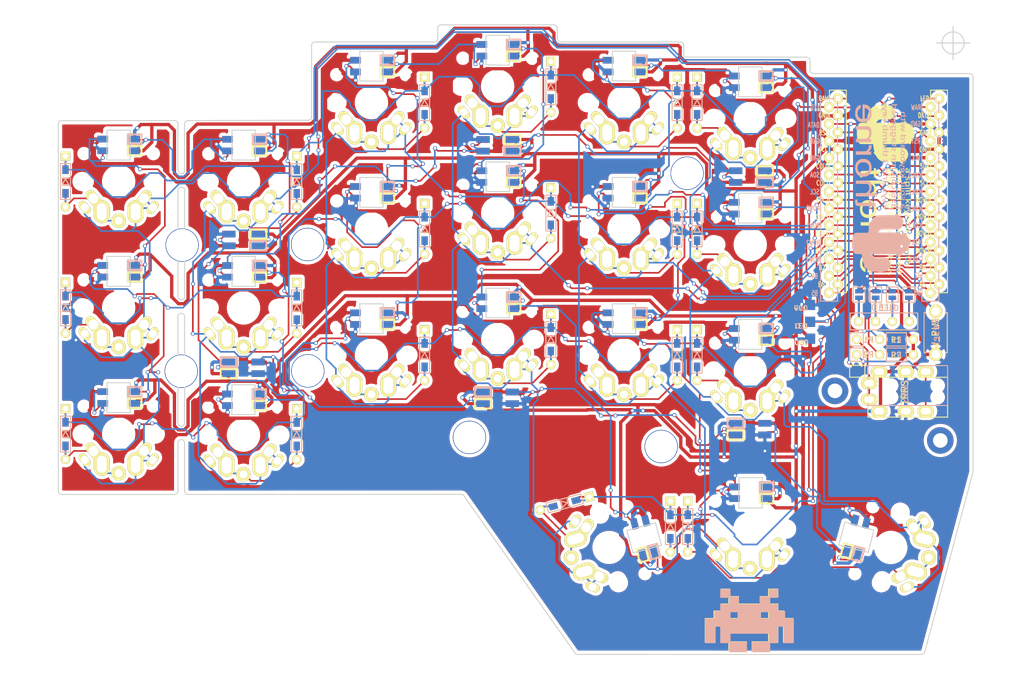
<source format=kicad_pcb>
(kicad_pcb (version 20171130) (host pcbnew 5.1.9)
  (title_block (title Crkbd) (date 2018/05/15) (rev 1.1) (company foostan))
  (layers (0 F.Cu signal) (31 B.Cu signal) (34 B.Paste user) (35 F.Paste user) (36 B.SilkS user) (37 F.SilkS user) (38 B.Mask user) (39 F.Mask user) (44 Edge.Cuts user))
  (net 0 "")
  (net 1 row0)
  (net 2 "Net-(D1-Pad2)")
  (net 3 row1)
  (net 4 "Net-(D2-Pad2)")
  (net 5 row2)
  (net 6 "Net-(D3-Pad2)")
  (net 7 row3)
  (net 8 "Net-(D4-Pad2)")
  (net 9 "Net-(D5-Pad2)")
  (net 10 "Net-(D6-Pad2)")
  (net 11 "Net-(D7-Pad2)")
  (net 12 "Net-(D8-Pad2)")
  (net 13 "Net-(D9-Pad2)")
  (net 14 "Net-(D10-Pad2)")
  (net 15 "Net-(D11-Pad2)")
  (net 16 "Net-(D12-Pad2)")
  (net 17 "Net-(D13-Pad2)")
  (net 18 "Net-(D14-Pad2)")
  (net 19 "Net-(D15-Pad2)")
  (net 20 "Net-(D16-Pad2)")
  (net 21 "Net-(D17-Pad2)")
  (net 22 "Net-(D18-Pad2)")
  (net 23 "Net-(D19-Pad2)")
  (net 24 "Net-(D20-Pad2)")
  (net 25 "Net-(D21-Pad2)")
  (net 26 GND)
  (net 27 VCC)
  (net 28 col0)
  (net 29 col1)
  (net 30 col2)
  (net 31 col3)
  (net 32 col4)
  (net 33 col5)
  (net 34 LED)
  (net 35 data)
  (net 36 "Net-(L1-Pad3)")
  (net 37 "Net-(L1-Pad1)")
  (net 38 "Net-(L10-Pad1)")
  (net 39 "Net-(L11-Pad1)")
  (net 40 "Net-(L13-Pad1)")
  (net 41 "Net-(L14-Pad3)")
  (net 42 "Net-(L10-Pad3)")
  (net 43 "Net-(L13-Pad3)")
  (net 44 "Net-(L15-Pad3)")
  (net 45 "Net-(L16-Pad3)")
  (net 46 reset)
  (net 47 SCL)
  (net 48 SDA)
  (net 49 "Net-(U1-Pad14)")
  (net 50 "Net-(U1-Pad13)")
  (net 51 "Net-(U1-Pad12)")
  (net 52 "Net-(U1-Pad11)")
  (net 53 "Net-(J2-Pad1)")
  (net 54 "Net-(J2-Pad2)")
  (net 55 "Net-(J2-Pad3)")
  (net 56 "Net-(J2-Pad4)")
  (net 57 "Net-(L2-Pad3)")
  (net 58 "Net-(L11-Pad3)")
  (net 59 "Net-(L14-Pad1)")
  (net 60 "Net-(L12-Pad3)")
  (net 61 "Net-(L17-Pad1)")
  (net 62 "Net-(L18-Pad3)")
  (net 63 "Net-(J1-PadA)")
  (net 64 "Net-(J1-PadB)")
  (net 65 "Net-(U1-Pad24)")
  (net 66 "Net-(L22-Pad3)")
  (net 67 "Net-(L7-Pad3)")
  (net 68 "Net-(L15-Pad1)")
  (net 69 "Net-(L19-Pad1)")
  (net 70 "Net-(L20-Pad3)")
  (net 71 "Net-(L23-Pad1)")
  (net 72 "Net-(L24-Pad3)")
  (net 73 "Net-(L25-Pad3)")
  (net 74 "Net-(L27-Pad3)")
  (net 75 "Net-(L4-Pad1)")
  (net 76 "Net-(L5-Pad1)")
  (module pcb:easteregg_f (layer F.Cu) (at 164 150.05)
    (fp_text reference Ref** hide)
    (fp_text value Val** hide)
  )
  (module pcb:easteregg_f (layer B.Cu) (at 164.275 150.125 180)
    (fp_text reference Ref** hide)
    (fp_text value Val** hide)
  )
  (module pcb:logo (layer B.Cu) (at 184 85.25 90)
    (fp_text reference G*** hide)
    (fp_text value LOGO hide)
  )
  (module pcb:logo (layer F.Cu) (at 184.725 85.325 270)
    (fp_text reference G*** hide)
    (fp_text value LOGO hide)
  )
  (module kbd:ProMicro_v2 (layer F.Cu) (at 185.03 86.25)
    (fp_text reference U1 hide)
    (fp_text value ProMicro hide)
    (fp_text user "" (at -0.5 -17.25) (layer F.SilkS))
    (fp_text user "" (at -1.2065 -16.256) (layer B.SilkS) (effects (justify mirror)))
    (fp_text user RAW (at -9.7155 -14.478) (layer F.SilkS) (effects (font (size 0.75 0.5) (thickness 0.125))))
    (fp_text user LED (at 5.5 -14.478) (layer F.SilkS) (effects (font (size 0.75 0.5) (thickness 0.125))))
    (fp_text user GND (at -9.7155 -11.938) (layer F.SilkS) (effects (font (size 0.75 0.5) (thickness 0.125))))
    (fp_text user DATA (at 5.35 -11.95) (layer F.SilkS) (effects (font (size 0.75 0.5) (thickness 0.125))))
    (fp_text user RST (at -9.7155 -9.3345) (layer F.SilkS) (effects (font (size 0.75 0.5) (thickness 0.125))))
    (fp_text user GND (at 5.5245 -9.3345) (layer F.SilkS) (effects (font (size 0.75 0.5) (thickness 0.125))))
    (fp_text user VCC (at -9.7155 -6.858) (layer F.SilkS) (effects (font (size 0.75 0.5) (thickness 0.125))))
    (fp_text user GND (at 5.461 -6.7945) (layer F.SilkS) (effects (font (size 0.75 0.5) (thickness 0.125))))
    (fp_text user COL3 (at -10 3.35) (layer F.SilkS) (effects (font (size 0.75 0.5) (thickness 0.125))))
    (fp_text user ROW0 (at 5.2 0.8) (layer F.SilkS) (effects (font (size 0.75 0.5) (thickness 0.125))))
    (fp_text user COL2 (at -9.9 0.762) (layer F.SilkS) (effects (font (size 0.75 0.5) (thickness 0.125))))
    (fp_text user SCL (at 5.461 -1.778) (layer F.SilkS) (effects (font (size 0.75 0.5) (thickness 0.125))))
    (fp_text user COL1 (at -9.85 -1.778) (layer F.SilkS) (effects (font (size 0.75 0.5) (thickness 0.125))))
    (fp_text user SDA (at 5.461 -4.318) (layer F.SilkS) (effects (font (size 0.75 0.5) (thickness 0.125))))
    (fp_text user COL0 (at -9.9 -4.3) (layer F.SilkS) (effects (font (size 0.75 0.5) (thickness 0.125))))
    (fp_text user B6 (at -10.05 13.5) (layer F.SilkS) (effects (font (size 0.75 0.5) (thickness 0.125))))
    (fp_text user B5 (at 5.2 13.5255) (layer F.SilkS) (effects (font (size 0.75 0.5) (thickness 0.125))))
    (fp_text user B4 (at 5.2 10.922) (layer F.SilkS) (effects (font (size 0.75 0.5) (thickness 0.125))))
    (fp_text user B2 (at -9.95 10.95) (layer F.SilkS) (effects (font (size 0.75 0.5) (thickness 0.125))))
    (fp_text user ROW3 (at 5.2 8.4455) (layer F.SilkS) (effects (font (size 0.75 0.5) (thickness 0.125))))
    (fp_text user COL5 (at -9.95 8.4455) (layer F.SilkS) (effects (font (size 0.75 0.5) (thickness 0.125))))
    (fp_text user ROW2 (at 5.2 5.85) (layer F.SilkS) (effects (font (size 0.75 0.5) (thickness 0.125))))
    (fp_text user COL4 (at -9.95 5.85) (layer F.SilkS) (effects (font (size 0.75 0.5) (thickness 0.125))))
    (fp_text user ROW1 (at 5.25 3.302) (layer F.SilkS) (effects (font (size 0.75 0.5) (thickness 0.125))))
    (fp_text user ROW1 (at -11.3 4.6355) (layer B.SilkS) (effects (font (size 0.75 0.5) (thickness 0.125)) (justify mirror)))
    (fp_text user COL4 (at 3.95 7.112) (layer B.SilkS) (effects (font (size 0.75 0.5) (thickness 0.125)) (justify mirror)))
    (fp_text user ROW2 (at -11.3 7.239) (layer B.SilkS) (effects (font (size 0.75 0.5) (thickness 0.125)) (justify mirror)))
    (fp_text user COL5 (at 4 9.75) (layer B.SilkS) (effects (font (size 0.75 0.5) (thickness 0.125)) (justify mirror)))
    (fp_text user ROW3 (at -11.3 9.75) (layer B.SilkS) (effects (font (size 0.75 0.5) (thickness 0.125)) (justify mirror)))
    (fp_text user B2 (at 4.5085 12.1285) (layer B.SilkS) (effects (font (size 0.75 0.5) (thickness 0.125)) (justify mirror)))
    (fp_text user B4 (at -11.049 12.2555) (layer B.SilkS) (effects (font (size 0.75 0.5) (thickness 0.125)) (justify mirror)))
    (fp_text user B5 (at -11.049 14.7955) (layer B.SilkS) (effects (font (size 0.75 0.5) (thickness 0.125)) (justify mirror)))
    (fp_text user B6 (at 4.445 14.732) (layer B.SilkS) (effects (font (size 0.75 0.5) (thickness 0.125)) (justify mirror)))
    (fp_text user COL0 (at 4 -2.95) (layer B.SilkS) (effects (font (size 0.75 0.5) (thickness 0.125)) (justify mirror)))
    (fp_text user SDA (at -11.049 -2.9845) (layer B.SilkS) (effects (font (size 0.75 0.5) (thickness 0.125)) (justify mirror)))
    (fp_text user COL1 (at 4 -0.4445) (layer B.SilkS) (effects (font (size 0.75 0.5) (thickness 0.125)) (justify mirror)))
    (fp_text user SCL (at -11.049 -0.4445) (layer B.SilkS) (effects (font (size 0.75 0.5) (thickness 0.125)) (justify mirror)))
    (fp_text user COL2 (at 4 2.1) (layer B.SilkS) (effects (font (size 0.75 0.5) (thickness 0.125)) (justify mirror)))
    (fp_text user ROW0 (at -11.3 2.032) (layer B.SilkS) (effects (font (size 0.75 0.5) (thickness 0.125)) (justify mirror)))
    (fp_text user COL3 (at 4 4.6) (layer B.SilkS) (effects (font (size 0.75 0.5) (thickness 0.125)) (justify mirror)))
    (fp_text user GND (at -11.049 -5.5245) (layer B.SilkS) (effects (font (size 0.75 0.5) (thickness 0.125)) (justify mirror)))
    (fp_text user VCC (at 4.1275 -5.5245) (layer B.SilkS) (effects (font (size 0.75 0.5) (thickness 0.125)) (justify mirror)))
    (fp_text user GND (at -11.049 -8.0645) (layer B.SilkS) (effects (font (size 0.75 0.5) (thickness 0.125)) (justify mirror)))
    (fp_text user RST (at 4.191 -8.0645) (layer B.SilkS) (effects (font (size 0.75 0.5) (thickness 0.125)) (justify mirror)))
    (fp_text user DATA (at -11.2 -10.5) (layer B.SilkS) (effects (font (size 0.75 0.5) (thickness 0.125)) (justify mirror)))
    (fp_text user GND (at 4.1275 -10.668) (layer B.SilkS) (effects (font (size 0.75 0.5) (thickness 0.125)) (justify mirror)))
    (fp_text user LED (at -11.049 -13.1445) (layer B.SilkS) (effects (font (size 0.75 0.5) (thickness 0.125)) (justify mirror)))
    (fp_text user RAW (at 4.191 -13.1445) (layer B.SilkS) (effects (font (size 0.75 0.5) (thickness 0.125)) (justify mirror)))
    (pad 24 thru_hole circle (at 6.35 -13.208) (size 1.524 1.524) (drill 0.8128) (layers *.Cu *.Mask F.SilkS) (net 65 "Net-(U1-Pad24)"))
    (pad 23 thru_hole circle (at 6.35 -10.668) (size 1.524 1.524) (drill 0.8128) (layers *.Cu *.Mask F.SilkS) (net 26 GND))
    (pad 22 thru_hole circle (at 6.35 -8.128) (size 1.524 1.524) (drill 0.8128) (layers *.Cu *.Mask F.SilkS) (net 46 reset))
    (pad 21 thru_hole circle (at 6.35 -5.588) (size 1.524 1.524) (drill 0.8128) (layers *.Cu *.Mask F.SilkS) (net 27 VCC))
    (pad 20 thru_hole circle (at 6.35 -3.048) (size 1.524 1.524) (drill 0.8128) (layers *.Cu *.Mask F.SilkS) (net 28 col0))
    (pad 19 thru_hole circle (at 6.35 -0.508) (size 1.524 1.524) (drill 0.8128) (layers *.Cu *.Mask F.SilkS) (net 29 col1))
    (pad 18 thru_hole circle (at 6.35 2.032) (size 1.524 1.524) (drill 0.8128) (layers *.Cu *.Mask F.SilkS) (net 30 col2))
    (pad 17 thru_hole circle (at 6.35 4.572) (size 1.524 1.524) (drill 0.8128) (layers *.Cu *.Mask F.SilkS) (net 31 col3))
    (pad 16 thru_hole circle (at 6.35 7.112) (size 1.524 1.524) (drill 0.8128) (layers *.Cu *.Mask F.SilkS) (net 32 col4))
    (pad 15 thru_hole circle (at 6.35 9.652) (size 1.524 1.524) (drill 0.8128) (layers *.Cu *.Mask F.SilkS) (net 33 col5))
    (pad 14 thru_hole circle (at 6.35 12.192) (size 1.524 1.524) (drill 0.8128) (layers *.Cu *.Mask F.SilkS) (net 49 "Net-(U1-Pad14)"))
    (pad 13 thru_hole circle (at 6.35 14.732) (size 1.524 1.524) (drill 0.8128) (layers *.Cu *.Mask F.SilkS) (net 50 "Net-(U1-Pad13)"))
    (pad 12 thru_hole circle (at -8.89 14.732) (size 1.524 1.524) (drill 0.8128) (layers *.Cu *.Mask F.SilkS) (net 51 "Net-(U1-Pad12)"))
    (pad 11 thru_hole circle (at -8.89 12.192) (size 1.524 1.524) (drill 0.8128) (layers *.Cu *.Mask F.SilkS) (net 52 "Net-(U1-Pad11)"))
    (pad 10 thru_hole circle (at -8.89 9.652) (size 1.524 1.524) (drill 0.8128) (layers *.Cu *.Mask F.SilkS) (net 7 row3))
    (pad 9 thru_hole circle (at -8.89 7.112) (size 1.524 1.524) (drill 0.8128) (layers *.Cu *.Mask F.SilkS) (net 5 row2))
    (pad 8 thru_hole circle (at -8.89 4.572) (size 1.524 1.524) (drill 0.8128) (layers *.Cu *.Mask F.SilkS) (net 3 row1))
    (pad 7 thru_hole circle (at -8.89 2.032) (size 1.524 1.524) (drill 0.8128) (layers *.Cu *.Mask F.SilkS) (net 1 row0))
    (pad 6 thru_hole circle (at -8.89 -0.508) (size 1.524 1.524) (drill 0.8128) (layers *.Cu *.Mask F.SilkS) (net 47 SCL))
    (pad 5 thru_hole circle (at -8.89 -3.048) (size 1.524 1.524) (drill 0.8128) (layers *.Cu *.Mask F.SilkS) (net 48 SDA))
    (pad 4 thru_hole circle (at -8.89 -5.588) (size 1.524 1.524) (drill 0.8128) (layers *.Cu *.Mask F.SilkS) (net 26 GND))
    (pad 3 thru_hole circle (at -8.89 -8.128) (size 1.524 1.524) (drill 0.8128) (layers *.Cu *.Mask F.SilkS) (net 26 GND))
    (pad 2 thru_hole circle (at -8.89 -10.668) (size 1.524 1.524) (drill 0.8128) (layers *.Cu *.Mask F.SilkS) (net 35 data))
    (pad 1 thru_hole circle (at -8.89 -13.208) (size 1.524 1.524) (drill 0.8128) (layers *.Cu *.Mask F.SilkS) (net 34 LED))
    (pad 1 thru_hole circle (at 7.6564 -14.478) (size 1.524 1.524) (drill 0.8128) (layers *.Cu *.Mask F.SilkS) (net 34 LED))
    (pad 2 thru_hole circle (at 7.6564 -11.938) (size 1.524 1.524) (drill 0.8128) (layers *.Cu *.Mask F.SilkS) (net 35 data))
    (pad 3 thru_hole circle (at 7.6564 -9.398) (size 1.524 1.524) (drill 0.8128) (layers *.Cu *.Mask F.SilkS) (net 26 GND))
    (pad 4 thru_hole circle (at 7.6564 -6.858) (size 1.524 1.524) (drill 0.8128) (layers *.Cu *.Mask F.SilkS) (net 26 GND))
    (pad 5 thru_hole circle (at 7.6564 -4.318) (size 1.524 1.524) (drill 0.8128) (layers *.Cu *.Mask F.SilkS) (net 48 SDA))
    (pad 6 thru_hole circle (at 7.6564 -1.778) (size 1.524 1.524) (drill 0.8128) (layers *.Cu *.Mask F.SilkS) (net 47 SCL))
    (pad 7 thru_hole circle (at 7.6564 0.762) (size 1.524 1.524) (drill 0.8128) (layers *.Cu *.Mask F.SilkS) (net 1 row0))
    (pad 8 thru_hole circle (at 7.6564 3.302) (size 1.524 1.524) (drill 0.8128) (layers *.Cu *.Mask F.SilkS) (net 3 row1))
    (pad 9 thru_hole circle (at 7.6564 5.842) (size 1.524 1.524) (drill 0.8128) (layers *.Cu *.Mask F.SilkS) (net 5 row2))
    (pad 10 thru_hole circle (at 7.6564 8.382) (size 1.524 1.524) (drill 0.8128) (layers *.Cu *.Mask F.SilkS) (net 7 row3))
    (pad 11 thru_hole circle (at 7.6564 10.922) (size 1.524 1.524) (drill 0.8128) (layers *.Cu *.Mask F.SilkS) (net 52 "Net-(U1-Pad11)"))
    (pad 12 thru_hole circle (at 7.6564 13.462) (size 1.524 1.524) (drill 0.8128) (layers *.Cu *.Mask F.SilkS) (net 51 "Net-(U1-Pad12)"))
    (pad 13 thru_hole circle (at -7.5636 13.462) (size 1.524 1.524) (drill 0.8128) (layers *.Cu *.Mask F.SilkS) (net 50 "Net-(U1-Pad13)"))
    (pad 14 thru_hole circle (at -7.5636 10.922) (size 1.524 1.524) (drill 0.8128) (layers *.Cu *.Mask F.SilkS) (net 49 "Net-(U1-Pad14)"))
    (pad 15 thru_hole circle (at -7.5636 8.382) (size 1.524 1.524) (drill 0.8128) (layers *.Cu *.Mask F.SilkS) (net 33 col5))
    (pad 16 thru_hole circle (at -7.5636 5.842) (size 1.524 1.524) (drill 0.8128) (layers *.Cu *.Mask F.SilkS) (net 32 col4))
    (pad 17 thru_hole circle (at -7.5636 3.302) (size 1.524 1.524) (drill 0.8128) (layers *.Cu *.Mask F.SilkS) (net 31 col3))
    (pad 18 thru_hole circle (at -7.5636 0.762) (size 1.524 1.524) (drill 0.8128) (layers *.Cu *.Mask F.SilkS) (net 30 col2))
    (pad 19 thru_hole circle (at -7.5636 -1.778) (size 1.524 1.524) (drill 0.8128) (layers *.Cu *.Mask F.SilkS) (net 29 col1))
    (pad 20 thru_hole circle (at -7.5636 -4.318) (size 1.524 1.524) (drill 0.8128) (layers *.Cu *.Mask F.SilkS) (net 28 col0))
    (pad 21 thru_hole circle (at -7.5636 -6.858) (size 1.524 1.524) (drill 0.8128) (layers *.Cu *.Mask F.SilkS) (net 27 VCC))
    (pad 22 thru_hole circle (at -7.5636 -9.398) (size 1.524 1.524) (drill 0.8128) (layers *.Cu *.Mask F.SilkS) (net 46 reset))
    (pad 23 thru_hole circle (at -7.5636 -11.938) (size 1.524 1.524) (drill 0.8128) (layers *.Cu *.Mask F.SilkS) (net 26 GND))
    (pad 24 thru_hole circle (at -7.5636 -14.478) (size 1.524 1.524) (drill 0.8128) (layers *.Cu *.Mask F.SilkS) (net 65 "Net-(U1-Pad24)"))
  )
  (module kbd:MX_ALPS_PG1350_noLed_1.75u (layer F.Cu) (at 143.028922 139.30597 105)
    (fp_text reference SW19 hide)
    (fp_text value SW_PUSH hide)
    (pad "" np_thru_hole circle (at -5.22 4.2 105) (size 1 1) (drill 1) (layers *.Cu *.Mask F.SilkS))
    (pad "" np_thru_hole circle (at 5.22 4.2 105) (size 1 1) (drill 1) (layers *.Cu *.Mask F.SilkS))
    (pad "" np_thru_hole circle (at -5.08 0 105) (size 1.7 1.7) (drill 1.7) (layers *.Cu *.Mask F.SilkS))
    (pad "" np_thru_hole circle (at 5.08 0 105) (size 1.7 1.7) (drill 1.7) (layers *.Cu *.Mask F.SilkS))
    (pad 1 thru_hole circle (at -2.54 -4.499999 105) (size 2.4 2.4) (drill 1.5) (layers *.Cu *.Mask F.SilkS) (net 31 col3))
    (pad 1 thru_hole circle (at -2.540001 -4 105) (size 2.4 2.4) (drill 1.5) (layers *.Cu *.Mask F.SilkS) (net 31 col3))
    (pad 2 thru_hole circle (at 2.54 -4.000001 105) (size 2.4 2.4) (drill 1.5) (layers *.Cu *.Mask F.SilkS) (net 23 "Net-(D19-Pad2)"))
    (pad 2 thru_hole circle (at 2.540001 -4.5 105) (size 2.4 2.4) (drill 1.5) (layers *.Cu *.Mask F.SilkS) (net 23 "Net-(D19-Pad2)"))
    (pad 2 thru_hole oval (at 3.81 -2.540001 55) (size 2.8 1.55) (drill 1.5) (layers *.Cu *.Mask F.SilkS) (net 23 "Net-(D19-Pad2)"))
    (pad 1 thru_hole circle (at -2.54 -5.08 105) (size 2.4 2.4) (drill 1.5) (layers *.Cu *.Mask F.SilkS) (net 31 col3))
    (pad 1 thru_hole oval (at -3.81 -2.54 155) (size 2.8 1.55) (drill 1.5) (layers *.Cu *.Mask F.SilkS) (net 31 col3))
    (pad 2 thru_hole circle (at 2.54 -5.08 105) (size 2.4 2.4) (drill 1.5) (layers *.Cu *.Mask F.SilkS) (net 23 "Net-(D19-Pad2)"))
    (pad 2 thru_hole circle (at 0 -5.9 195) (size 2.2 2.2) (drill 1.2) (layers *.Cu *.Mask F.SilkS) (net 23 "Net-(D19-Pad2)"))
    (pad 1 thru_hole oval (at -5.1 -3.9 155) (size 2.2 1.25) (drill 1.2) (layers *.Cu *.Mask F.SilkS) (net 31 col3))
    (pad "" np_thru_hole circle (at 5.5 0 195) (size 1.9 1.9) (drill 1.9) (layers *.Cu *.Mask F.SilkS))
    (pad "" np_thru_hole circle (at -5.5 0 195) (size 1.9 1.9) (drill 1.9) (layers *.Cu *.Mask F.SilkS))
    (pad "" np_thru_hole circle (at 0 0 195) (size 4 4) (drill 4) (layers *.Cu *.Mask F.SilkS))
    (pad 1 thru_hole oval (at 5.1 -3.9 55) (size 2.2 1.25) (drill 1.2) (layers *.Cu *.Mask F.SilkS) (net 31 col3))
  )
  (module kbd:D3_TH_SMD (layer F.Cu) (at 134.28 89 270)
    (fp_text reference D10 hide)
    (fp_text value D hide)
    (pad 2 smd rect (at 1.775 0 270) (size 1.3 0.95) (layers F.Cu F.Paste F.Mask) (net 14 "Net-(D10-Pad2)"))
    (pad 2 thru_hole circle (at 3.81 0 270) (size 1.397 1.397) (drill 0.8128) (layers *.Cu *.Mask F.SilkS) (net 14 "Net-(D10-Pad2)"))
    (pad 1 thru_hole rect (at -3.81 0 270) (size 1.397 1.397) (drill 0.8128) (layers *.Cu *.Mask F.SilkS) (net 3 row1))
    (pad 1 smd rect (at -1.775 0 270) (size 1.3 0.95) (layers B.Cu B.Paste B.Mask) (net 3 row1))
    (pad 2 smd rect (at 1.775 0 270) (size 1.3 0.95) (layers B.Cu B.Paste B.Mask) (net 14 "Net-(D10-Pad2)"))
    (pad 1 smd rect (at -1.775 0 270) (size 1.3 0.95) (layers F.Cu F.Paste F.Mask) (net 3 row1))
  )
  (module kbd:LEGO_HOLE (layer F.Cu) (at 122.03 122.75)
    (fp_text reference "" (at 0 -3.2) (layer F.SilkS))
    (fp_text value "")
    (pad "" thru_hole circle (at 0 0) (size 5 5) (drill 4.8) (layers *.Cu *.Mask))
  )
  (module kbd:MX_ALPS_PG1350_noLed (layer F.Cu) (at 145.28 72.375 180)
    (fp_text reference SW5 hide)
    (fp_text value SW_PUSH hide)
    (pad "" np_thru_hole circle (at -5.22 4.2 180) (size 1 1) (drill 1) (layers *.Cu *.Mask F.SilkS))
    (pad "" np_thru_hole circle (at 5.22 4.2 180) (size 1 1) (drill 1) (layers *.Cu *.Mask F.SilkS))
    (pad "" np_thru_hole circle (at -5.08 0 180) (size 1.7 1.7) (drill 1.7) (layers *.Cu *.Mask F.SilkS))
    (pad "" np_thru_hole circle (at 5.08 0 180) (size 1.7 1.7) (drill 1.7) (layers *.Cu *.Mask F.SilkS))
    (pad 1 thru_hole circle (at -2.54 -4.5 180) (size 2.4 2.4) (drill 1.5) (layers *.Cu *.Mask F.SilkS) (net 32 col4))
    (pad 1 thru_hole circle (at -2.54 -4 180) (size 2.4 2.4) (drill 1.5) (layers *.Cu *.Mask F.SilkS) (net 32 col4))
    (pad 2 thru_hole circle (at 2.54 -4 180) (size 2.4 2.4) (drill 1.5) (layers *.Cu *.Mask F.SilkS) (net 9 "Net-(D5-Pad2)"))
    (pad 2 thru_hole circle (at 2.54 -4.5 180) (size 2.4 2.4) (drill 1.5) (layers *.Cu *.Mask F.SilkS) (net 9 "Net-(D5-Pad2)"))
    (pad 2 thru_hole oval (at 3.81 -2.54 130) (size 2.8 1.55) (drill 1.5) (layers *.Cu *.Mask F.SilkS) (net 9 "Net-(D5-Pad2)"))
    (pad 1 thru_hole circle (at -2.54 -5.08 180) (size 2.4 2.4) (drill 1.5) (layers *.Cu *.Mask F.SilkS) (net 32 col4))
    (pad 1 thru_hole oval (at -3.81 -2.54 230) (size 2.8 1.55) (drill 1.5) (layers *.Cu *.Mask F.SilkS) (net 32 col4))
    (pad 2 thru_hole circle (at 2.54 -5.08 180) (size 2.4 2.4) (drill 1.5) (layers *.Cu *.Mask F.SilkS) (net 9 "Net-(D5-Pad2)"))
    (pad 2 thru_hole circle (at 0 -5.9 270) (size 2.2 2.2) (drill 1.2) (layers *.Cu *.Mask F.SilkS) (net 9 "Net-(D5-Pad2)"))
    (pad 1 thru_hole oval (at -5.1 -3.9 230) (size 2.2 1.25) (drill 1.2) (layers *.Cu *.Mask F.SilkS) (net 32 col4))
    (pad "" np_thru_hole circle (at 5.5 0 270) (size 1.9 1.9) (drill 1.9) (layers *.Cu *.Mask F.SilkS))
    (pad "" np_thru_hole circle (at -5.5 0 270) (size 1.9 1.9) (drill 1.9) (layers *.Cu *.Mask F.SilkS))
    (pad "" np_thru_hole circle (at 0 0 270) (size 4 4) (drill 4) (layers *.Cu *.Mask F.SilkS))
    (pad 1 thru_hole oval (at 5.1 -3.9 130) (size 2.2 1.25) (drill 1.2) (layers *.Cu *.Mask F.SilkS) (net 32 col4))
  )
  (module kbd:MX_ALPS_PG1350_noLed (layer F.Cu) (at 88.04 84.265 180)
    (fp_text reference SW2 hide)
    (fp_text value SW_PUSH hide)
    (pad "" np_thru_hole circle (at -5.22 4.2 180) (size 1 1) (drill 1) (layers *.Cu *.Mask F.SilkS))
    (pad "" np_thru_hole circle (at 5.22 4.2 180) (size 1 1) (drill 1) (layers *.Cu *.Mask F.SilkS))
    (pad "" np_thru_hole circle (at -5.08 0 180) (size 1.7 1.7) (drill 1.7) (layers *.Cu *.Mask F.SilkS))
    (pad "" np_thru_hole circle (at 5.08 0 180) (size 1.7 1.7) (drill 1.7) (layers *.Cu *.Mask F.SilkS))
    (pad 1 thru_hole circle (at -2.54 -4.5 180) (size 2.4 2.4) (drill 1.5) (layers *.Cu *.Mask F.SilkS) (net 29 col1))
    (pad 1 thru_hole circle (at -2.54 -4 180) (size 2.4 2.4) (drill 1.5) (layers *.Cu *.Mask F.SilkS) (net 29 col1))
    (pad 2 thru_hole circle (at 2.54 -4 180) (size 2.4 2.4) (drill 1.5) (layers *.Cu *.Mask F.SilkS) (net 4 "Net-(D2-Pad2)"))
    (pad 2 thru_hole circle (at 2.54 -4.5 180) (size 2.4 2.4) (drill 1.5) (layers *.Cu *.Mask F.SilkS) (net 4 "Net-(D2-Pad2)"))
    (pad 2 thru_hole oval (at 3.81 -2.54 130) (size 2.8 1.55) (drill 1.5) (layers *.Cu *.Mask F.SilkS) (net 4 "Net-(D2-Pad2)"))
    (pad 1 thru_hole circle (at -2.54 -5.08 180) (size 2.4 2.4) (drill 1.5) (layers *.Cu *.Mask F.SilkS) (net 29 col1))
    (pad 1 thru_hole oval (at -3.81 -2.54 230) (size 2.8 1.55) (drill 1.5) (layers *.Cu *.Mask F.SilkS) (net 29 col1))
    (pad 2 thru_hole circle (at 2.54 -5.08 180) (size 2.4 2.4) (drill 1.5) (layers *.Cu *.Mask F.SilkS) (net 4 "Net-(D2-Pad2)"))
    (pad 2 thru_hole circle (at 0 -5.9 270) (size 2.2 2.2) (drill 1.2) (layers *.Cu *.Mask F.SilkS) (net 4 "Net-(D2-Pad2)"))
    (pad 1 thru_hole oval (at -5.1 -3.9 230) (size 2.2 1.25) (drill 1.2) (layers *.Cu *.Mask F.SilkS) (net 29 col1))
    (pad "" np_thru_hole circle (at 5.5 0 270) (size 1.9 1.9) (drill 1.9) (layers *.Cu *.Mask F.SilkS))
    (pad "" np_thru_hole circle (at -5.5 0 270) (size 1.9 1.9) (drill 1.9) (layers *.Cu *.Mask F.SilkS))
    (pad "" np_thru_hole circle (at 0 0 270) (size 4 4) (drill 4) (layers *.Cu *.Mask F.SilkS))
    (pad 1 thru_hole oval (at 5.1 -3.9 130) (size 2.2 1.25) (drill 1.2) (layers *.Cu *.Mask F.SilkS) (net 29 col1))
  )
  (module kbd:SK6812MINI_underglow_rev (layer F.Cu) (at 88.03 112.28 180)
    (fp_text reference L4 hide)
    (fp_text value SK6812MINI hide)
    (pad 4 smd rect (at 2.2 -0.875 180) (size 2 1) (layers F.Cu F.Paste F.Mask) (net 27 VCC))
    (pad 3 smd rect (at 2.2 0.875 180) (size 2 1) (layers F.Cu F.Paste F.Mask) (net 37 "Net-(L1-Pad1)"))
    (pad 1 smd rect (at -2.2 -0.875 180) (size 2 1) (layers F.Cu F.Paste F.Mask) (net 75 "Net-(L4-Pad1)"))
    (pad 2 smd rect (at -2.2 0.875 180) (size 2 1) (layers F.Cu F.Paste F.Mask) (net 26 GND))
    (pad 3 smd rect (at 2.2 -0.875 180) (size 2 1) (layers B.Cu B.Paste B.Mask) (net 37 "Net-(L1-Pad1)"))
    (pad 4 smd rect (at 2.2 0.875 180) (size 2 1) (layers B.Cu B.Paste B.Mask) (net 27 VCC))
    (pad 1 smd rect (at -2.2 0.875 180) (size 2 1) (layers B.Cu B.Paste B.Mask) (net 75 "Net-(L4-Pad1)"))
    (pad 2 smd rect (at -2.2 -0.875 180) (size 2 1) (layers B.Cu B.Paste B.Mask) (net 26 GND))
  )
  (module kbd:D3_TH_SMD (layer F.Cu) (at 154.88 136.17 270)
    (fp_text reference D21 hide)
    (fp_text value D hide)
    (pad 2 smd rect (at 1.775 0 270) (size 1.3 0.95) (layers F.Cu F.Paste F.Mask) (net 25 "Net-(D21-Pad2)"))
    (pad 2 thru_hole circle (at 3.81 0 270) (size 1.397 1.397) (drill 0.8128) (layers *.Cu *.Mask F.SilkS) (net 25 "Net-(D21-Pad2)"))
    (pad 1 thru_hole rect (at -3.81 0 270) (size 1.397 1.397) (drill 0.8128) (layers *.Cu *.Mask F.SilkS) (net 7 row3))
    (pad 1 smd rect (at -1.775 0 270) (size 1.3 0.95) (layers B.Cu B.Paste B.Mask) (net 7 row3))
    (pad 2 smd rect (at 1.775 0 270) (size 1.3 0.95) (layers B.Cu B.Paste B.Mask) (net 25 "Net-(D21-Pad2)"))
    (pad 1 smd rect (at -1.775 0 270) (size 1.3 0.95) (layers F.Cu F.Paste F.Mask) (net 7 row3))
  )
  (module kbd:SK6812MINI_rev (layer F.Cu) (at 164.33218 131.080386)
    (fp_text reference L26 hide)
    (fp_text value SK6812MINI hide)
    (pad 2 smd rect (at -2.4 0.875) (size 1.6 1) (layers B.Cu B.Paste B.Mask) (net 26 GND))
    (pad 1 smd rect (at -2.4 -0.875) (size 1.6 1) (layers B.Cu B.Paste B.Mask) (net 73 "Net-(L25-Pad3)"))
    (pad 4 smd rect (at 2.4 -0.875) (size 1.6 1) (layers B.Cu B.Paste B.Mask) (net 27 VCC))
    (pad 3 smd rect (at 2.4 0.875) (size 1.6 1) (layers B.Cu B.Paste B.Mask) (net 71 "Net-(L23-Pad1)"))
    (pad 2 smd rect (at -2.4 -0.875) (size 1.6 1) (layers F.Cu F.Paste F.Mask) (net 26 GND))
    (pad 1 smd rect (at -2.4 0.875) (size 1.6 1) (layers F.Cu F.Paste F.Mask) (net 73 "Net-(L25-Pad3)"))
    (pad 3 smd rect (at 2.4 -0.875) (size 1.6 1) (layers F.Cu F.Paste F.Mask) (net 71 "Net-(L23-Pad1)"))
    (pad 4 smd rect (at 2.4 0.875) (size 1.6 1) (layers F.Cu F.Paste F.Mask) (net 27 VCC))
  )
  (module kbd:LEGO_HOLE (layer F.Cu) (at 78.66 112.79)
    (fp_text reference "" (at 0 -3.2) (layer F.SilkS))
    (fp_text value "")
    (pad "" thru_hole circle (at 0 0) (size 5 5) (drill 4.8) (layers *.Cu *.Mask))
  )
  (module kbd:SK6812MINI_rev (layer F.Cu) (at 88.01 117.09)
    (fp_text reference L20 hide)
    (fp_text value SK6812MINI hide)
    (pad 2 smd rect (at -2.4 0.875) (size 1.6 1) (layers B.Cu B.Paste B.Mask) (net 26 GND))
    (pad 1 smd rect (at -2.4 -0.875) (size 1.6 1) (layers B.Cu B.Paste B.Mask) (net 41 "Net-(L14-Pad3)"))
    (pad 4 smd rect (at 2.4 -0.875) (size 1.6 1) (layers B.Cu B.Paste B.Mask) (net 27 VCC))
    (pad 3 smd rect (at 2.4 0.875) (size 1.6 1) (layers B.Cu B.Paste B.Mask) (net 70 "Net-(L20-Pad3)"))
    (pad 2 smd rect (at -2.4 -0.875) (size 1.6 1) (layers F.Cu F.Paste F.Mask) (net 26 GND))
    (pad 1 smd rect (at -2.4 0.875) (size 1.6 1) (layers F.Cu F.Paste F.Mask) (net 41 "Net-(L14-Pad3)"))
    (pad 3 smd rect (at 2.4 -0.875) (size 1.6 1) (layers F.Cu F.Paste F.Mask) (net 70 "Net-(L20-Pad3)"))
    (pad 4 smd rect (at 2.4 0.875) (size 1.6 1) (layers F.Cu F.Paste F.Mask) (net 27 VCC))
  )
  (module kbd:SK6812MINI_underglow_rev (layer F.Cu) (at 126.28 78.8)
    (fp_text reference L2 hide)
    (fp_text value SK6812MINI hide)
    (pad 4 smd rect (at 2.2 -0.875) (size 2 1) (layers F.Cu F.Paste F.Mask) (net 27 VCC))
    (pad 3 smd rect (at 2.2 0.875) (size 2 1) (layers F.Cu F.Paste F.Mask) (net 57 "Net-(L2-Pad3)"))
    (pad 1 smd rect (at -2.2 -0.875) (size 2 1) (layers F.Cu F.Paste F.Mask) (net 36 "Net-(L1-Pad3)"))
    (pad 2 smd rect (at -2.2 0.875) (size 2 1) (layers F.Cu F.Paste F.Mask) (net 26 GND))
    (pad 3 smd rect (at 2.2 -0.875) (size 2 1) (layers B.Cu B.Paste B.Mask) (net 57 "Net-(L2-Pad3)"))
    (pad 4 smd rect (at 2.2 0.875) (size 2 1) (layers B.Cu B.Paste B.Mask) (net 27 VCC))
    (pad 1 smd rect (at -2.2 0.875) (size 2 1) (layers B.Cu B.Paste B.Mask) (net 36 "Net-(L1-Pad3)"))
    (pad 2 smd rect (at -2.2 -0.875) (size 2 1) (layers B.Cu B.Paste B.Mask) (net 26 GND))
  )
  (module kbd:D3_TH_SMD (layer F.Cu) (at 96.04 84.265 270)
    (fp_text reference D2 hide)
    (fp_text value D hide)
    (pad 2 smd rect (at 1.775 0 270) (size 1.3 0.95) (layers F.Cu F.Paste F.Mask) (net 4 "Net-(D2-Pad2)"))
    (pad 2 thru_hole circle (at 3.81 0 270) (size 1.397 1.397) (drill 0.8128) (layers *.Cu *.Mask F.SilkS) (net 4 "Net-(D2-Pad2)"))
    (pad 1 thru_hole rect (at -3.81 0 270) (size 1.397 1.397) (drill 0.8128) (layers *.Cu *.Mask F.SilkS) (net 1 row0))
    (pad 1 smd rect (at -1.775 0 270) (size 1.3 0.95) (layers B.Cu B.Paste B.Mask) (net 1 row0))
    (pad 2 smd rect (at 1.775 0 270) (size 1.3 0.95) (layers B.Cu B.Paste B.Mask) (net 4 "Net-(D2-Pad2)"))
    (pad 1 smd rect (at -1.775 0 270) (size 1.3 0.95) (layers F.Cu F.Paste F.Mask) (net 1 row0))
  )
  (module kbd:SK6812MINI_rev (layer F.Cu) (at 107.28 85.875)
    (fp_text reference L15 hide)
    (fp_text value SK6812MINI hide)
    (pad 2 smd rect (at -2.4 0.875) (size 1.6 1) (layers B.Cu B.Paste B.Mask) (net 26 GND))
    (pad 1 smd rect (at -2.4 -0.875) (size 1.6 1) (layers B.Cu B.Paste B.Mask) (net 68 "Net-(L15-Pad1)"))
    (pad 4 smd rect (at 2.4 -0.875) (size 1.6 1) (layers B.Cu B.Paste B.Mask) (net 27 VCC))
    (pad 3 smd rect (at 2.4 0.875) (size 1.6 1) (layers B.Cu B.Paste B.Mask) (net 44 "Net-(L15-Pad3)"))
    (pad 2 smd rect (at -2.4 -0.875) (size 1.6 1) (layers F.Cu F.Paste F.Mask) (net 26 GND))
    (pad 1 smd rect (at -2.4 0.875) (size 1.6 1) (layers F.Cu F.Paste F.Mask) (net 68 "Net-(L15-Pad1)"))
    (pad 3 smd rect (at 2.4 -0.875) (size 1.6 1) (layers F.Cu F.Paste F.Mask) (net 44 "Net-(L15-Pad3)"))
    (pad 4 smd rect (at 2.4 0.875) (size 1.6 1) (layers F.Cu F.Paste F.Mask) (net 27 VCC))
  )
  (module kbd:D3_TH_SMD (layer F.Cu) (at 115.28 91.375 270)
    (fp_text reference D9 hide)
    (fp_text value D hide)
    (pad 2 smd rect (at 1.775 0 270) (size 1.3 0.95) (layers F.Cu F.Paste F.Mask) (net 13 "Net-(D9-Pad2)"))
    (pad 2 thru_hole circle (at 3.81 0 270) (size 1.397 1.397) (drill 0.8128) (layers *.Cu *.Mask F.SilkS) (net 13 "Net-(D9-Pad2)"))
    (pad 1 thru_hole rect (at -3.81 0 270) (size 1.397 1.397) (drill 0.8128) (layers *.Cu *.Mask F.SilkS) (net 3 row1))
    (pad 1 smd rect (at -1.775 0 270) (size 1.3 0.95) (layers B.Cu B.Paste B.Mask) (net 3 row1))
    (pad 2 smd rect (at 1.775 0 270) (size 1.3 0.95) (layers B.Cu B.Paste B.Mask) (net 13 "Net-(D9-Pad2)"))
    (pad 1 smd rect (at -1.775 0 270) (size 1.3 0.95) (layers F.Cu F.Paste F.Mask) (net 3 row1))
  )
  (module kbd:SK6812MINI_rev (layer F.Cu) (at 126.28 64.5)
    (fp_text reference L10 hide)
    (fp_text value SK6812MINI hide)
    (pad 2 smd rect (at -2.4 0.875) (size 1.6 1) (layers B.Cu B.Paste B.Mask) (net 26 GND))
    (pad 1 smd rect (at -2.4 -0.875) (size 1.6 1) (layers B.Cu B.Paste B.Mask) (net 38 "Net-(L10-Pad1)"))
    (pad 4 smd rect (at 2.4 -0.875) (size 1.6 1) (layers B.Cu B.Paste B.Mask) (net 27 VCC))
    (pad 3 smd rect (at 2.4 0.875) (size 1.6 1) (layers B.Cu B.Paste B.Mask) (net 42 "Net-(L10-Pad3)"))
    (pad 2 smd rect (at -2.4 -0.875) (size 1.6 1) (layers F.Cu F.Paste F.Mask) (net 26 GND))
    (pad 1 smd rect (at -2.4 0.875) (size 1.6 1) (layers F.Cu F.Paste F.Mask) (net 38 "Net-(L10-Pad1)"))
    (pad 3 smd rect (at 2.4 -0.875) (size 1.6 1) (layers F.Cu F.Paste F.Mask) (net 42 "Net-(L10-Pad3)"))
    (pad 4 smd rect (at 2.4 0.875) (size 1.6 1) (layers F.Cu F.Paste F.Mask) (net 27 VCC))
  )
  (module kbd:SK6812MINI_rev (layer F.Cu) (at 69.25 97.745)
    (fp_text reference L13 hide)
    (fp_text value SK6812MINI hide)
    (pad 2 smd rect (at -2.4 0.875) (size 1.6 1) (layers B.Cu B.Paste B.Mask) (net 26 GND))
    (pad 1 smd rect (at -2.4 -0.875) (size 1.6 1) (layers B.Cu B.Paste B.Mask) (net 40 "Net-(L13-Pad1)"))
    (pad 4 smd rect (at 2.4 -0.875) (size 1.6 1) (layers B.Cu B.Paste B.Mask) (net 27 VCC))
    (pad 3 smd rect (at 2.4 0.875) (size 1.6 1) (layers B.Cu B.Paste B.Mask) (net 43 "Net-(L13-Pad3)"))
    (pad 2 smd rect (at -2.4 -0.875) (size 1.6 1) (layers F.Cu F.Paste F.Mask) (net 26 GND))
    (pad 1 smd rect (at -2.4 0.875) (size 1.6 1) (layers F.Cu F.Paste F.Mask) (net 40 "Net-(L13-Pad1)"))
    (pad 3 smd rect (at 2.4 -0.875) (size 1.6 1) (layers F.Cu F.Paste F.Mask) (net 43 "Net-(L13-Pad3)"))
    (pad 4 smd rect (at 2.4 0.875) (size 1.6 1) (layers F.Cu F.Paste F.Mask) (net 27 VCC))
  )
  (module kbd:D3_TH_SMD (layer F.Cu) (at 152.27 136.17 270)
    (fp_text reference D20 hide)
    (fp_text value D hide)
    (pad 2 smd rect (at 1.775 0 270) (size 1.3 0.95) (layers F.Cu F.Paste F.Mask) (net 24 "Net-(D20-Pad2)"))
    (pad 2 thru_hole circle (at 3.81 0 270) (size 1.397 1.397) (drill 0.8128) (layers *.Cu *.Mask F.SilkS) (net 24 "Net-(D20-Pad2)"))
    (pad 1 thru_hole rect (at -3.81 0 270) (size 1.397 1.397) (drill 0.8128) (layers *.Cu *.Mask F.SilkS) (net 7 row3))
    (pad 1 smd rect (at -1.775 0 270) (size 1.3 0.95) (layers B.Cu B.Paste B.Mask) (net 7 row3))
    (pad 2 smd rect (at 1.775 0 270) (size 1.3 0.95) (layers B.Cu B.Paste B.Mask) (net 24 "Net-(D20-Pad2)"))
    (pad 1 smd rect (at -1.775 0 270) (size 1.3 0.95) (layers F.Cu F.Paste F.Mask) (net 7 row3))
  )
  (module kbd:D3_TH_SMD (layer F.Cu) (at 153.28 110.375 270)
    (fp_text reference D17 hide)
    (fp_text value D hide)
    (pad 2 smd rect (at 1.775 0 270) (size 1.3 0.95) (layers F.Cu F.Paste F.Mask) (net 21 "Net-(D17-Pad2)"))
    (pad 2 thru_hole circle (at 3.81 0 270) (size 1.397 1.397) (drill 0.8128) (layers *.Cu *.Mask F.SilkS) (net 21 "Net-(D17-Pad2)"))
    (pad 1 thru_hole rect (at -3.81 0 270) (size 1.397 1.397) (drill 0.8128) (layers *.Cu *.Mask F.SilkS) (net 5 row2))
    (pad 1 smd rect (at -1.775 0 270) (size 1.3 0.95) (layers B.Cu B.Paste B.Mask) (net 5 row2))
    (pad 2 smd rect (at 1.775 0 270) (size 1.3 0.95) (layers B.Cu B.Paste B.Mask) (net 21 "Net-(D17-Pad2)"))
    (pad 1 smd rect (at -1.775 0 270) (size 1.3 0.95) (layers F.Cu F.Paste F.Mask) (net 5 row2))
  )
  (module kbd:MX_ALPS_PG1350_noLed (layer F.Cu) (at 69.25 84.245 180)
    (fp_text reference SW1 hide)
    (fp_text value SW_PUSH hide)
    (pad "" np_thru_hole circle (at -5.22 4.2 180) (size 1 1) (drill 1) (layers *.Cu *.Mask F.SilkS))
    (pad "" np_thru_hole circle (at 5.22 4.2 180) (size 1 1) (drill 1) (layers *.Cu *.Mask F.SilkS))
    (pad "" np_thru_hole circle (at -5.08 0 180) (size 1.7 1.7) (drill 1.7) (layers *.Cu *.Mask F.SilkS))
    (pad "" np_thru_hole circle (at 5.08 0 180) (size 1.7 1.7) (drill 1.7) (layers *.Cu *.Mask F.SilkS))
    (pad 1 thru_hole circle (at -2.54 -4.5 180) (size 2.4 2.4) (drill 1.5) (layers *.Cu *.Mask F.SilkS) (net 28 col0))
    (pad 1 thru_hole circle (at -2.54 -4 180) (size 2.4 2.4) (drill 1.5) (layers *.Cu *.Mask F.SilkS) (net 28 col0))
    (pad 2 thru_hole circle (at 2.54 -4 180) (size 2.4 2.4) (drill 1.5) (layers *.Cu *.Mask F.SilkS) (net 2 "Net-(D1-Pad2)"))
    (pad 2 thru_hole circle (at 2.54 -4.5 180) (size 2.4 2.4) (drill 1.5) (layers *.Cu *.Mask F.SilkS) (net 2 "Net-(D1-Pad2)"))
    (pad 2 thru_hole oval (at 3.81 -2.54 130) (size 2.8 1.55) (drill 1.5) (layers *.Cu *.Mask F.SilkS) (net 2 "Net-(D1-Pad2)"))
    (pad 1 thru_hole circle (at -2.54 -5.08 180) (size 2.4 2.4) (drill 1.5) (layers *.Cu *.Mask F.SilkS) (net 28 col0))
    (pad 1 thru_hole oval (at -3.81 -2.54 230) (size 2.8 1.55) (drill 1.5) (layers *.Cu *.Mask F.SilkS) (net 28 col0))
    (pad 2 thru_hole circle (at 2.54 -5.08 180) (size 2.4 2.4) (drill 1.5) (layers *.Cu *.Mask F.SilkS) (net 2 "Net-(D1-Pad2)"))
    (pad 2 thru_hole circle (at 0 -5.9 270) (size 2.2 2.2) (drill 1.2) (layers *.Cu *.Mask F.SilkS) (net 2 "Net-(D1-Pad2)"))
    (pad 1 thru_hole oval (at -5.1 -3.9 230) (size 2.2 1.25) (drill 1.2) (layers *.Cu *.Mask F.SilkS) (net 28 col0))
    (pad "" np_thru_hole circle (at 5.5 0 270) (size 1.9 1.9) (drill 1.9) (layers *.Cu *.Mask F.SilkS))
    (pad "" np_thru_hole circle (at -5.5 0 270) (size 1.9 1.9) (drill 1.9) (layers *.Cu *.Mask F.SilkS))
    (pad "" np_thru_hole circle (at 0 0 270) (size 4 4) (drill 4) (layers *.Cu *.Mask F.SilkS))
    (pad 1 thru_hole oval (at 5.1 -3.9 130) (size 2.2 1.25) (drill 1.2) (layers *.Cu *.Mask F.SilkS) (net 28 col0))
  )
  (module kbd:MX_ALPS_PG1350_noLed (layer F.Cu) (at 145.28 110.375 180)
    (fp_text reference SW17 hide)
    (fp_text value SW_PUSH hide)
    (pad "" np_thru_hole circle (at -5.22 4.2 180) (size 1 1) (drill 1) (layers *.Cu *.Mask F.SilkS))
    (pad "" np_thru_hole circle (at 5.22 4.2 180) (size 1 1) (drill 1) (layers *.Cu *.Mask F.SilkS))
    (pad "" np_thru_hole circle (at -5.08 0 180) (size 1.7 1.7) (drill 1.7) (layers *.Cu *.Mask F.SilkS))
    (pad "" np_thru_hole circle (at 5.08 0 180) (size 1.7 1.7) (drill 1.7) (layers *.Cu *.Mask F.SilkS))
    (pad 1 thru_hole circle (at -2.54 -4.5 180) (size 2.4 2.4) (drill 1.5) (layers *.Cu *.Mask F.SilkS) (net 32 col4))
    (pad 1 thru_hole circle (at -2.54 -4 180) (size 2.4 2.4) (drill 1.5) (layers *.Cu *.Mask F.SilkS) (net 32 col4))
    (pad 2 thru_hole circle (at 2.54 -4 180) (size 2.4 2.4) (drill 1.5) (layers *.Cu *.Mask F.SilkS) (net 21 "Net-(D17-Pad2)"))
    (pad 2 thru_hole circle (at 2.54 -4.5 180) (size 2.4 2.4) (drill 1.5) (layers *.Cu *.Mask F.SilkS) (net 21 "Net-(D17-Pad2)"))
    (pad 2 thru_hole oval (at 3.81 -2.54 130) (size 2.8 1.55) (drill 1.5) (layers *.Cu *.Mask F.SilkS) (net 21 "Net-(D17-Pad2)"))
    (pad 1 thru_hole circle (at -2.54 -5.08 180) (size 2.4 2.4) (drill 1.5) (layers *.Cu *.Mask F.SilkS) (net 32 col4))
    (pad 1 thru_hole oval (at -3.81 -2.54 230) (size 2.8 1.55) (drill 1.5) (layers *.Cu *.Mask F.SilkS) (net 32 col4))
    (pad 2 thru_hole circle (at 2.54 -5.08 180) (size 2.4 2.4) (drill 1.5) (layers *.Cu *.Mask F.SilkS) (net 21 "Net-(D17-Pad2)"))
    (pad 2 thru_hole circle (at 0 -5.9 270) (size 2.2 2.2) (drill 1.2) (layers *.Cu *.Mask F.SilkS) (net 21 "Net-(D17-Pad2)"))
    (pad 1 thru_hole oval (at -5.1 -3.9 230) (size 2.2 1.25) (drill 1.2) (layers *.Cu *.Mask F.SilkS) (net 32 col4))
    (pad "" np_thru_hole circle (at 5.5 0 270) (size 1.9 1.9) (drill 1.9) (layers *.Cu *.Mask F.SilkS))
    (pad "" np_thru_hole circle (at -5.5 0 270) (size 1.9 1.9) (drill 1.9) (layers *.Cu *.Mask F.SilkS))
    (pad "" np_thru_hole circle (at 0 0 270) (size 4 4) (drill 4) (layers *.Cu *.Mask F.SilkS))
    (pad 1 thru_hole oval (at 5.1 -3.9 130) (size 2.2 1.25) (drill 1.2) (layers *.Cu *.Mask F.SilkS) (net 32 col4))
  )
  (module kbd:MX_ALPS_PG1350_noLed (layer F.Cu) (at 69.25 122.245 180)
    (fp_text reference SW13 hide)
    (fp_text value SW_PUSH hide)
    (pad "" np_thru_hole circle (at -5.22 4.2 180) (size 1 1) (drill 1) (layers *.Cu *.Mask F.SilkS))
    (pad "" np_thru_hole circle (at 5.22 4.2 180) (size 1 1) (drill 1) (layers *.Cu *.Mask F.SilkS))
    (pad "" np_thru_hole circle (at -5.08 0 180) (size 1.7 1.7) (drill 1.7) (layers *.Cu *.Mask F.SilkS))
    (pad "" np_thru_hole circle (at 5.08 0 180) (size 1.7 1.7) (drill 1.7) (layers *.Cu *.Mask F.SilkS))
    (pad 1 thru_hole circle (at -2.54 -4.5 180) (size 2.4 2.4) (drill 1.5) (layers *.Cu *.Mask F.SilkS) (net 28 col0))
    (pad 1 thru_hole circle (at -2.54 -4 180) (size 2.4 2.4) (drill 1.5) (layers *.Cu *.Mask F.SilkS) (net 28 col0))
    (pad 2 thru_hole circle (at 2.54 -4 180) (size 2.4 2.4) (drill 1.5) (layers *.Cu *.Mask F.SilkS) (net 17 "Net-(D13-Pad2)"))
    (pad 2 thru_hole circle (at 2.54 -4.5 180) (size 2.4 2.4) (drill 1.5) (layers *.Cu *.Mask F.SilkS) (net 17 "Net-(D13-Pad2)"))
    (pad 2 thru_hole oval (at 3.81 -2.54 130) (size 2.8 1.55) (drill 1.5) (layers *.Cu *.Mask F.SilkS) (net 17 "Net-(D13-Pad2)"))
    (pad 1 thru_hole circle (at -2.54 -5.08 180) (size 2.4 2.4) (drill 1.5) (layers *.Cu *.Mask F.SilkS) (net 28 col0))
    (pad 1 thru_hole oval (at -3.81 -2.54 230) (size 2.8 1.55) (drill 1.5) (layers *.Cu *.Mask F.SilkS) (net 28 col0))
    (pad 2 thru_hole circle (at 2.54 -5.08 180) (size 2.4 2.4) (drill 1.5) (layers *.Cu *.Mask F.SilkS) (net 17 "Net-(D13-Pad2)"))
    (pad 2 thru_hole circle (at 0 -5.9 270) (size 2.2 2.2) (drill 1.2) (layers *.Cu *.Mask F.SilkS) (net 17 "Net-(D13-Pad2)"))
    (pad 1 thru_hole oval (at -5.1 -3.9 230) (size 2.2 1.25) (drill 1.2) (layers *.Cu *.Mask F.SilkS) (net 28 col0))
    (pad "" np_thru_hole circle (at 5.5 0 270) (size 1.9 1.9) (drill 1.9) (layers *.Cu *.Mask F.SilkS))
    (pad "" np_thru_hole circle (at -5.5 0 270) (size 1.9 1.9) (drill 1.9) (layers *.Cu *.Mask F.SilkS))
    (pad "" np_thru_hole circle (at 0 0 270) (size 4 4) (drill 4) (layers *.Cu *.Mask F.SilkS))
    (pad 1 thru_hole oval (at 5.1 -3.9 130) (size 2.2 1.25) (drill 1.2) (layers *.Cu *.Mask F.SilkS) (net 28 col0))
  )
  (module kbd:MX_ALPS_PG1350_noLed (layer F.Cu) (at 88.03 122.4 180)
    (fp_text reference SW14 hide)
    (fp_text value SW_PUSH hide)
    (pad "" np_thru_hole circle (at -5.22 4.2 180) (size 1 1) (drill 1) (layers *.Cu *.Mask F.SilkS))
    (pad "" np_thru_hole circle (at 5.22 4.2 180) (size 1 1) (drill 1) (layers *.Cu *.Mask F.SilkS))
    (pad "" np_thru_hole circle (at -5.08 0 180) (size 1.7 1.7) (drill 1.7) (layers *.Cu *.Mask F.SilkS))
    (pad "" np_thru_hole circle (at 5.08 0 180) (size 1.7 1.7) (drill 1.7) (layers *.Cu *.Mask F.SilkS))
    (pad 1 thru_hole circle (at -2.54 -4.5 180) (size 2.4 2.4) (drill 1.5) (layers *.Cu *.Mask F.SilkS) (net 29 col1))
    (pad 1 thru_hole circle (at -2.54 -4 180) (size 2.4 2.4) (drill 1.5) (layers *.Cu *.Mask F.SilkS) (net 29 col1))
    (pad 2 thru_hole circle (at 2.54 -4 180) (size 2.4 2.4) (drill 1.5) (layers *.Cu *.Mask F.SilkS) (net 18 "Net-(D14-Pad2)"))
    (pad 2 thru_hole circle (at 2.54 -4.5 180) (size 2.4 2.4) (drill 1.5) (layers *.Cu *.Mask F.SilkS) (net 18 "Net-(D14-Pad2)"))
    (pad 2 thru_hole oval (at 3.81 -2.54 130) (size 2.8 1.55) (drill 1.5) (layers *.Cu *.Mask F.SilkS) (net 18 "Net-(D14-Pad2)"))
    (pad 1 thru_hole circle (at -2.54 -5.08 180) (size 2.4 2.4) (drill 1.5) (layers *.Cu *.Mask F.SilkS) (net 29 col1))
    (pad 1 thru_hole oval (at -3.81 -2.54 230) (size 2.8 1.55) (drill 1.5) (layers *.Cu *.Mask F.SilkS) (net 29 col1))
    (pad 2 thru_hole circle (at 2.54 -5.08 180) (size 2.4 2.4) (drill 1.5) (layers *.Cu *.Mask F.SilkS) (net 18 "Net-(D14-Pad2)"))
    (pad 2 thru_hole circle (at 0 -5.9 270) (size 2.2 2.2) (drill 1.2) (layers *.Cu *.Mask F.SilkS) (net 18 "Net-(D14-Pad2)"))
    (pad 1 thru_hole oval (at -5.1 -3.9 230) (size 2.2 1.25) (drill 1.2) (layers *.Cu *.Mask F.SilkS) (net 29 col1))
    (pad "" np_thru_hole circle (at 5.5 0 270) (size 1.9 1.9) (drill 1.9) (layers *.Cu *.Mask F.SilkS))
    (pad "" np_thru_hole circle (at -5.5 0 270) (size 1.9 1.9) (drill 1.9) (layers *.Cu *.Mask F.SilkS))
    (pad "" np_thru_hole circle (at 0 0 270) (size 4 4) (drill 4) (layers *.Cu *.Mask F.SilkS))
    (pad 1 thru_hole oval (at 5.1 -3.9 130) (size 2.2 1.25) (drill 1.2) (layers *.Cu *.Mask F.SilkS) (net 29 col1))
  )
  (module kbd:D3_TH_SMD (layer F.Cu) (at 115.28 72.375 270)
    (fp_text reference D3 hide)
    (fp_text value D hide)
    (pad 2 smd rect (at 1.775 0 270) (size 1.3 0.95) (layers F.Cu F.Paste F.Mask) (net 6 "Net-(D3-Pad2)"))
    (pad 2 thru_hole circle (at 3.81 0 270) (size 1.397 1.397) (drill 0.8128) (layers *.Cu *.Mask F.SilkS) (net 6 "Net-(D3-Pad2)"))
    (pad 1 thru_hole rect (at -3.81 0 270) (size 1.397 1.397) (drill 0.8128) (layers *.Cu *.Mask F.SilkS) (net 1 row0))
    (pad 1 smd rect (at -1.775 0 270) (size 1.3 0.95) (layers B.Cu B.Paste B.Mask) (net 1 row0))
    (pad 2 smd rect (at 1.775 0 270) (size 1.3 0.95) (layers B.Cu B.Paste B.Mask) (net 6 "Net-(D3-Pad2)"))
    (pad 1 smd rect (at -1.775 0 270) (size 1.3 0.95) (layers F.Cu F.Paste F.Mask) (net 1 row0))
  )
  (module kbd:LEGO_HOLE (layer F.Cu) (at 150.88 124.12)
    (fp_text reference "" (at 0 -3.2) (layer F.SilkS))
    (fp_text value "")
    (pad "" thru_hole circle (at 0 0) (size 5 5) (drill 4.8) (layers *.Cu *.Mask))
  )
  (module kbd:SK6812MINI_rev (layer F.Cu) (at 145.28 104.875)
    (fp_text reference L23 hide)
    (fp_text value SK6812MINI hide)
    (pad 2 smd rect (at -2.4 0.875) (size 1.6 1) (layers B.Cu B.Paste B.Mask) (net 26 GND))
    (pad 1 smd rect (at -2.4 -0.875) (size 1.6 1) (layers B.Cu B.Paste B.Mask) (net 71 "Net-(L23-Pad1)"))
    (pad 4 smd rect (at 2.4 -0.875) (size 1.6 1) (layers B.Cu B.Paste B.Mask) (net 27 VCC))
    (pad 3 smd rect (at 2.4 0.875) (size 1.6 1) (layers B.Cu B.Paste B.Mask) (net 61 "Net-(L17-Pad1)"))
    (pad 2 smd rect (at -2.4 -0.875) (size 1.6 1) (layers F.Cu F.Paste F.Mask) (net 26 GND))
    (pad 1 smd rect (at -2.4 0.875) (size 1.6 1) (layers F.Cu F.Paste F.Mask) (net 71 "Net-(L23-Pad1)"))
    (pad 3 smd rect (at 2.4 -0.875) (size 1.6 1) (layers F.Cu F.Paste F.Mask) (net 61 "Net-(L17-Pad1)"))
    (pad 4 smd rect (at 2.4 0.875) (size 1.6 1) (layers F.Cu F.Paste F.Mask) (net 27 VCC))
  )
  (module kbd:LEGO_HOLE (layer F.Cu) (at 78.8 93.81)
    (fp_text reference "" (at 0 -3.2) (layer F.SilkS))
    (fp_text value "")
    (pad "" thru_hole circle (at 0 0) (size 5 5) (drill 4.8) (layers *.Cu *.Mask))
  )
  (module kbd:SK6812MINI_rev (layer F.Cu) (at 145.28 85.875)
    (fp_text reference L17 hide)
    (fp_text value SK6812MINI hide)
    (pad 2 smd rect (at -2.4 0.875) (size 1.6 1) (layers B.Cu B.Paste B.Mask) (net 26 GND))
    (pad 1 smd rect (at -2.4 -0.875) (size 1.6 1) (layers B.Cu B.Paste B.Mask) (net 61 "Net-(L17-Pad1)"))
    (pad 4 smd rect (at 2.4 -0.875) (size 1.6 1) (layers B.Cu B.Paste B.Mask) (net 27 VCC))
    (pad 3 smd rect (at 2.4 0.875) (size 1.6 1) (layers B.Cu B.Paste B.Mask) (net 39 "Net-(L11-Pad1)"))
    (pad 2 smd rect (at -2.4 -0.875) (size 1.6 1) (layers F.Cu F.Paste F.Mask) (net 26 GND))
    (pad 1 smd rect (at -2.4 0.875) (size 1.6 1) (layers F.Cu F.Paste F.Mask) (net 61 "Net-(L17-Pad1)"))
    (pad 3 smd rect (at 2.4 -0.875) (size 1.6 1) (layers F.Cu F.Paste F.Mask) (net 39 "Net-(L11-Pad1)"))
    (pad 4 smd rect (at 2.4 0.875) (size 1.6 1) (layers F.Cu F.Paste F.Mask) (net 27 VCC))
  )
  (module kbd:D3_TH_SMD (layer F.Cu) (at 153.28 72.375 270)
    (fp_text reference D5 hide)
    (fp_text value D hide)
    (pad 2 smd rect (at 1.775 0 270) (size 1.3 0.95) (layers F.Cu F.Paste F.Mask) (net 9 "Net-(D5-Pad2)"))
    (pad 2 thru_hole circle (at 3.81 0 270) (size 1.397 1.397) (drill 0.8128) (layers *.Cu *.Mask F.SilkS) (net 9 "Net-(D5-Pad2)"))
    (pad 1 thru_hole rect (at -3.81 0 270) (size 1.397 1.397) (drill 0.8128) (layers *.Cu *.Mask F.SilkS) (net 1 row0))
    (pad 1 smd rect (at -1.775 0 270) (size 1.3 0.95) (layers B.Cu B.Paste B.Mask) (net 1 row0))
    (pad 2 smd rect (at 1.775 0 270) (size 1.3 0.95) (layers B.Cu B.Paste B.Mask) (net 9 "Net-(D5-Pad2)"))
    (pad 1 smd rect (at -1.775 0 270) (size 1.3 0.95) (layers F.Cu F.Paste F.Mask) (net 1 row0))
  )
  (module kbd:D3_TH_SMD (layer F.Cu) (at 96.04 122.265 270)
    (fp_text reference D14 hide)
    (fp_text value D hide)
    (pad 2 smd rect (at 1.775 0 270) (size 1.3 0.95) (layers F.Cu F.Paste F.Mask) (net 18 "Net-(D14-Pad2)"))
    (pad 2 thru_hole circle (at 3.81 0 270) (size 1.397 1.397) (drill 0.8128) (layers *.Cu *.Mask F.SilkS) (net 18 "Net-(D14-Pad2)"))
    (pad 1 thru_hole rect (at -3.81 0 270) (size 1.397 1.397) (drill 0.8128) (layers *.Cu *.Mask F.SilkS) (net 5 row2))
    (pad 1 smd rect (at -1.775 0 270) (size 1.3 0.95) (layers B.Cu B.Paste B.Mask) (net 5 row2))
    (pad 2 smd rect (at 1.775 0 270) (size 1.3 0.95) (layers B.Cu B.Paste B.Mask) (net 18 "Net-(D14-Pad2)"))
    (pad 1 smd rect (at -1.775 0 270) (size 1.3 0.95) (layers F.Cu F.Paste F.Mask) (net 5 row2))
  )
  (module kbd:D3_TH_SMD (layer F.Cu) (at 156.28 110.375 270)
    (fp_text reference D18 hide)
    (fp_text value D hide)
    (pad 2 smd rect (at 1.775 0 270) (size 1.3 0.95) (layers F.Cu F.Paste F.Mask) (net 22 "Net-(D18-Pad2)"))
    (pad 2 thru_hole circle (at 3.81 0 270) (size 1.397 1.397) (drill 0.8128) (layers *.Cu *.Mask F.SilkS) (net 22 "Net-(D18-Pad2)"))
    (pad 1 thru_hole rect (at -3.81 0 270) (size 1.397 1.397) (drill 0.8128) (layers *.Cu *.Mask F.SilkS) (net 5 row2))
    (pad 1 smd rect (at -1.775 0 270) (size 1.3 0.95) (layers B.Cu B.Paste B.Mask) (net 5 row2))
    (pad 2 smd rect (at 1.775 0 270) (size 1.3 0.95) (layers B.Cu B.Paste B.Mask) (net 22 "Net-(D18-Pad2)"))
    (pad 1 smd rect (at -1.775 0 270) (size 1.3 0.95) (layers F.Cu F.Paste F.Mask) (net 5 row2))
  )
  (module kbd:MX_ALPS_PG1350_noLed (layer F.Cu) (at 126.28 108 180)
    (fp_text reference SW16 hide)
    (fp_text value SW_PUSH hide)
    (pad "" np_thru_hole circle (at -5.22 4.2 180) (size 1 1) (drill 1) (layers *.Cu *.Mask F.SilkS))
    (pad "" np_thru_hole circle (at 5.22 4.2 180) (size 1 1) (drill 1) (layers *.Cu *.Mask F.SilkS))
    (pad "" np_thru_hole circle (at -5.08 0 180) (size 1.7 1.7) (drill 1.7) (layers *.Cu *.Mask F.SilkS))
    (pad "" np_thru_hole circle (at 5.08 0 180) (size 1.7 1.7) (drill 1.7) (layers *.Cu *.Mask F.SilkS))
    (pad 1 thru_hole circle (at -2.54 -4.5 180) (size 2.4 2.4) (drill 1.5) (layers *.Cu *.Mask F.SilkS) (net 31 col3))
    (pad 1 thru_hole circle (at -2.54 -4 180) (size 2.4 2.4) (drill 1.5) (layers *.Cu *.Mask F.SilkS) (net 31 col3))
    (pad 2 thru_hole circle (at 2.54 -4 180) (size 2.4 2.4) (drill 1.5) (layers *.Cu *.Mask F.SilkS) (net 20 "Net-(D16-Pad2)"))
    (pad 2 thru_hole circle (at 2.54 -4.5 180) (size 2.4 2.4) (drill 1.5) (layers *.Cu *.Mask F.SilkS) (net 20 "Net-(D16-Pad2)"))
    (pad 2 thru_hole oval (at 3.81 -2.54 130) (size 2.8 1.55) (drill 1.5) (layers *.Cu *.Mask F.SilkS) (net 20 "Net-(D16-Pad2)"))
    (pad 1 thru_hole circle (at -2.54 -5.08 180) (size 2.4 2.4) (drill 1.5) (layers *.Cu *.Mask F.SilkS) (net 31 col3))
    (pad 1 thru_hole oval (at -3.81 -2.54 230) (size 2.8 1.55) (drill 1.5) (layers *.Cu *.Mask F.SilkS) (net 31 col3))
    (pad 2 thru_hole circle (at 2.54 -5.08 180) (size 2.4 2.4) (drill 1.5) (layers *.Cu *.Mask F.SilkS) (net 20 "Net-(D16-Pad2)"))
    (pad 2 thru_hole circle (at 0 -5.9 270) (size 2.2 2.2) (drill 1.2) (layers *.Cu *.Mask F.SilkS) (net 20 "Net-(D16-Pad2)"))
    (pad 1 thru_hole oval (at -5.1 -3.9 230) (size 2.2 1.25) (drill 1.2) (layers *.Cu *.Mask F.SilkS) (net 31 col3))
    (pad "" np_thru_hole circle (at 5.5 0 270) (size 1.9 1.9) (drill 1.9) (layers *.Cu *.Mask F.SilkS))
    (pad "" np_thru_hole circle (at -5.5 0 270) (size 1.9 1.9) (drill 1.9) (layers *.Cu *.Mask F.SilkS))
    (pad "" np_thru_hole circle (at 0 0 270) (size 4 4) (drill 4) (layers *.Cu *.Mask F.SilkS))
    (pad 1 thru_hole oval (at 5.1 -3.9 130) (size 2.2 1.25) (drill 1.2) (layers *.Cu *.Mask F.SilkS) (net 31 col3))
  )
  (module kbd:LEGO_HOLE (layer F.Cu) (at 97.71 112.74)
    (fp_text reference "" (at 0 -3.2) (layer F.SilkS))
    (fp_text value "")
    (pad "" thru_hole circle (at 0 0) (size 5 5) (drill 4.8) (layers *.Cu *.Mask))
  )
  (module kbd:MX_ALPS_PG1350_noLed (layer F.Cu) (at 145.28 91.375 180)
    (fp_text reference SW11 hide)
    (fp_text value SW_PUSH hide)
    (pad "" np_thru_hole circle (at -5.22 4.2 180) (size 1 1) (drill 1) (layers *.Cu *.Mask F.SilkS))
    (pad "" np_thru_hole circle (at 5.22 4.2 180) (size 1 1) (drill 1) (layers *.Cu *.Mask F.SilkS))
    (pad "" np_thru_hole circle (at -5.08 0 180) (size 1.7 1.7) (drill 1.7) (layers *.Cu *.Mask F.SilkS))
    (pad "" np_thru_hole circle (at 5.08 0 180) (size 1.7 1.7) (drill 1.7) (layers *.Cu *.Mask F.SilkS))
    (pad 1 thru_hole circle (at -2.54 -4.5 180) (size 2.4 2.4) (drill 1.5) (layers *.Cu *.Mask F.SilkS) (net 32 col4))
    (pad 1 thru_hole circle (at -2.54 -4 180) (size 2.4 2.4) (drill 1.5) (layers *.Cu *.Mask F.SilkS) (net 32 col4))
    (pad 2 thru_hole circle (at 2.54 -4 180) (size 2.4 2.4) (drill 1.5) (layers *.Cu *.Mask F.SilkS) (net 15 "Net-(D11-Pad2)"))
    (pad 2 thru_hole circle (at 2.54 -4.5 180) (size 2.4 2.4) (drill 1.5) (layers *.Cu *.Mask F.SilkS) (net 15 "Net-(D11-Pad2)"))
    (pad 2 thru_hole oval (at 3.81 -2.54 130) (size 2.8 1.55) (drill 1.5) (layers *.Cu *.Mask F.SilkS) (net 15 "Net-(D11-Pad2)"))
    (pad 1 thru_hole circle (at -2.54 -5.08 180) (size 2.4 2.4) (drill 1.5) (layers *.Cu *.Mask F.SilkS) (net 32 col4))
    (pad 1 thru_hole oval (at -3.81 -2.54 230) (size 2.8 1.55) (drill 1.5) (layers *.Cu *.Mask F.SilkS) (net 32 col4))
    (pad 2 thru_hole circle (at 2.54 -5.08 180) (size 2.4 2.4) (drill 1.5) (layers *.Cu *.Mask F.SilkS) (net 15 "Net-(D11-Pad2)"))
    (pad 2 thru_hole circle (at 0 -5.9 270) (size 2.2 2.2) (drill 1.2) (layers *.Cu *.Mask F.SilkS) (net 15 "Net-(D11-Pad2)"))
    (pad 1 thru_hole oval (at -5.1 -3.9 230) (size 2.2 1.25) (drill 1.2) (layers *.Cu *.Mask F.SilkS) (net 32 col4))
    (pad "" np_thru_hole circle (at 5.5 0 270) (size 1.9 1.9) (drill 1.9) (layers *.Cu *.Mask F.SilkS))
    (pad "" np_thru_hole circle (at -5.5 0 270) (size 1.9 1.9) (drill 1.9) (layers *.Cu *.Mask F.SilkS))
    (pad "" np_thru_hole circle (at 0 0 270) (size 4 4) (drill 4) (layers *.Cu *.Mask F.SilkS))
    (pad 1 thru_hole oval (at 5.1 -3.9 130) (size 2.2 1.25) (drill 1.2) (layers *.Cu *.Mask F.SilkS) (net 32 col4))
  )
  (module kbd:MX_ALPS_PG1350_noLed (layer F.Cu) (at 126.27 69.9 180)
    (fp_text reference SW4 hide)
    (fp_text value SW_PUSH hide)
    (pad "" np_thru_hole circle (at -5.22 4.2 180) (size 1 1) (drill 1) (layers *.Cu *.Mask F.SilkS))
    (pad "" np_thru_hole circle (at 5.22 4.2 180) (size 1 1) (drill 1) (layers *.Cu *.Mask F.SilkS))
    (pad "" np_thru_hole circle (at -5.08 0 180) (size 1.7 1.7) (drill 1.7) (layers *.Cu *.Mask F.SilkS))
    (pad "" np_thru_hole circle (at 5.08 0 180) (size 1.7 1.7) (drill 1.7) (layers *.Cu *.Mask F.SilkS))
    (pad 1 thru_hole circle (at -2.54 -4.5 180) (size 2.4 2.4) (drill 1.5) (layers *.Cu *.Mask F.SilkS) (net 31 col3))
    (pad 1 thru_hole circle (at -2.54 -4 180) (size 2.4 2.4) (drill 1.5) (layers *.Cu *.Mask F.SilkS) (net 31 col3))
    (pad 2 thru_hole circle (at 2.54 -4 180) (size 2.4 2.4) (drill 1.5) (layers *.Cu *.Mask F.SilkS) (net 8 "Net-(D4-Pad2)"))
    (pad 2 thru_hole circle (at 2.54 -4.5 180) (size 2.4 2.4) (drill 1.5) (layers *.Cu *.Mask F.SilkS) (net 8 "Net-(D4-Pad2)"))
    (pad 2 thru_hole oval (at 3.81 -2.54 130) (size 2.8 1.55) (drill 1.5) (layers *.Cu *.Mask F.SilkS) (net 8 "Net-(D4-Pad2)"))
    (pad 1 thru_hole circle (at -2.54 -5.08 180) (size 2.4 2.4) (drill 1.5) (layers *.Cu *.Mask F.SilkS) (net 31 col3))
    (pad 1 thru_hole oval (at -3.81 -2.54 230) (size 2.8 1.55) (drill 1.5) (layers *.Cu *.Mask F.SilkS) (net 31 col3))
    (pad 2 thru_hole circle (at 2.54 -5.08 180) (size 2.4 2.4) (drill 1.5) (layers *.Cu *.Mask F.SilkS) (net 8 "Net-(D4-Pad2)"))
    (pad 2 thru_hole circle (at 0 -5.9 270) (size 2.2 2.2) (drill 1.2) (layers *.Cu *.Mask F.SilkS) (net 8 "Net-(D4-Pad2)"))
    (pad 1 thru_hole oval (at -5.1 -3.9 230) (size 2.2 1.25) (drill 1.2) (layers *.Cu *.Mask F.SilkS) (net 31 col3))
    (pad "" np_thru_hole circle (at 5.5 0 270) (size 1.9 1.9) (drill 1.9) (layers *.Cu *.Mask F.SilkS))
    (pad "" np_thru_hole circle (at -5.5 0 270) (size 1.9 1.9) (drill 1.9) (layers *.Cu *.Mask F.SilkS))
    (pad "" np_thru_hole circle (at 0 0 270) (size 4 4) (drill 4) (layers *.Cu *.Mask F.SilkS))
    (pad 1 thru_hole oval (at 5.1 -3.9 130) (size 2.2 1.25) (drill 1.2) (layers *.Cu *.Mask F.SilkS) (net 31 col3))
  )
  (module kbd:D3_TH_SMD (layer F.Cu) (at 115.28 110.375 270)
    (fp_text reference D15 hide)
    (fp_text value D hide)
    (pad 2 smd rect (at 1.775 0 270) (size 1.3 0.95) (layers F.Cu F.Paste F.Mask) (net 19 "Net-(D15-Pad2)"))
    (pad 2 thru_hole circle (at 3.81 0 270) (size 1.397 1.397) (drill 0.8128) (layers *.Cu *.Mask F.SilkS) (net 19 "Net-(D15-Pad2)"))
    (pad 1 thru_hole rect (at -3.81 0 270) (size 1.397 1.397) (drill 0.8128) (layers *.Cu *.Mask F.SilkS) (net 5 row2))
    (pad 1 smd rect (at -1.775 0 270) (size 1.3 0.95) (layers B.Cu B.Paste B.Mask) (net 5 row2))
    (pad 2 smd rect (at 1.775 0 270) (size 1.3 0.95) (layers B.Cu B.Paste B.Mask) (net 19 "Net-(D15-Pad2)"))
    (pad 1 smd rect (at -1.775 0 270) (size 1.3 0.95) (layers F.Cu F.Paste F.Mask) (net 5 row2))
  )
  (module kbd:SK6812MINI_rev (layer F.Cu) (at 88.04 97.765)
    (fp_text reference L14 hide)
    (fp_text value SK6812MINI hide)
    (pad 2 smd rect (at -2.4 0.875) (size 1.6 1) (layers B.Cu B.Paste B.Mask) (net 26 GND))
    (pad 1 smd rect (at -2.4 -0.875) (size 1.6 1) (layers B.Cu B.Paste B.Mask) (net 59 "Net-(L14-Pad1)"))
    (pad 4 smd rect (at 2.4 -0.875) (size 1.6 1) (layers B.Cu B.Paste B.Mask) (net 27 VCC))
    (pad 3 smd rect (at 2.4 0.875) (size 1.6 1) (layers B.Cu B.Paste B.Mask) (net 41 "Net-(L14-Pad3)"))
    (pad 2 smd rect (at -2.4 -0.875) (size 1.6 1) (layers F.Cu F.Paste F.Mask) (net 26 GND))
    (pad 1 smd rect (at -2.4 0.875) (size 1.6 1) (layers F.Cu F.Paste F.Mask) (net 59 "Net-(L14-Pad1)"))
    (pad 3 smd rect (at 2.4 -0.875) (size 1.6 1) (layers F.Cu F.Paste F.Mask) (net 41 "Net-(L14-Pad3)"))
    (pad 4 smd rect (at 2.4 0.875) (size 1.6 1) (layers F.Cu F.Paste F.Mask) (net 27 VCC))
  )
  (module kbd:MX_ALPS_PG1350_noLed (layer F.Cu) (at 88.04 103.265 180)
    (fp_text reference SW8 hide)
    (fp_text value SW_PUSH hide)
    (pad "" np_thru_hole circle (at -5.22 4.2 180) (size 1 1) (drill 1) (layers *.Cu *.Mask F.SilkS))
    (pad "" np_thru_hole circle (at 5.22 4.2 180) (size 1 1) (drill 1) (layers *.Cu *.Mask F.SilkS))
    (pad "" np_thru_hole circle (at -5.08 0 180) (size 1.7 1.7) (drill 1.7) (layers *.Cu *.Mask F.SilkS))
    (pad "" np_thru_hole circle (at 5.08 0 180) (size 1.7 1.7) (drill 1.7) (layers *.Cu *.Mask F.SilkS))
    (pad 1 thru_hole circle (at -2.54 -4.5 180) (size 2.4 2.4) (drill 1.5) (layers *.Cu *.Mask F.SilkS) (net 29 col1))
    (pad 1 thru_hole circle (at -2.54 -4 180) (size 2.4 2.4) (drill 1.5) (layers *.Cu *.Mask F.SilkS) (net 29 col1))
    (pad 2 thru_hole circle (at 2.54 -4 180) (size 2.4 2.4) (drill 1.5) (layers *.Cu *.Mask F.SilkS) (net 12 "Net-(D8-Pad2)"))
    (pad 2 thru_hole circle (at 2.54 -4.5 180) (size 2.4 2.4) (drill 1.5) (layers *.Cu *.Mask F.SilkS) (net 12 "Net-(D8-Pad2)"))
    (pad 2 thru_hole oval (at 3.81 -2.54 130) (size 2.8 1.55) (drill 1.5) (layers *.Cu *.Mask F.SilkS) (net 12 "Net-(D8-Pad2)"))
    (pad 1 thru_hole circle (at -2.54 -5.08 180) (size 2.4 2.4) (drill 1.5) (layers *.Cu *.Mask F.SilkS) (net 29 col1))
    (pad 1 thru_hole oval (at -3.81 -2.54 230) (size 2.8 1.55) (drill 1.5) (layers *.Cu *.Mask F.SilkS) (net 29 col1))
    (pad 2 thru_hole circle (at 2.54 -5.08 180) (size 2.4 2.4) (drill 1.5) (layers *.Cu *.Mask F.SilkS) (net 12 "Net-(D8-Pad2)"))
    (pad 2 thru_hole circle (at 0 -5.9 270) (size 2.2 2.2) (drill 1.2) (layers *.Cu *.Mask F.SilkS) (net 12 "Net-(D8-Pad2)"))
    (pad 1 thru_hole oval (at -5.1 -3.9 230) (size 2.2 1.25) (drill 1.2) (layers *.Cu *.Mask F.SilkS) (net 29 col1))
    (pad "" np_thru_hole circle (at 5.5 0 270) (size 1.9 1.9) (drill 1.9) (layers *.Cu *.Mask F.SilkS))
    (pad "" np_thru_hole circle (at -5.5 0 270) (size 1.9 1.9) (drill 1.9) (layers *.Cu *.Mask F.SilkS))
    (pad "" np_thru_hole circle (at 0 0 270) (size 4 4) (drill 4) (layers *.Cu *.Mask F.SilkS))
    (pad 1 thru_hole oval (at 5.1 -3.9 130) (size 2.2 1.25) (drill 1.2) (layers *.Cu *.Mask F.SilkS) (net 29 col1))
  )
  (module kbd:MX_ALPS_PG1350_noLed (layer F.Cu) (at 107.28 110.375 180)
    (fp_text reference SW15 hide)
    (fp_text value SW_PUSH hide)
    (pad "" np_thru_hole circle (at -5.22 4.2 180) (size 1 1) (drill 1) (layers *.Cu *.Mask F.SilkS))
    (pad "" np_thru_hole circle (at 5.22 4.2 180) (size 1 1) (drill 1) (layers *.Cu *.Mask F.SilkS))
    (pad "" np_thru_hole circle (at -5.08 0 180) (size 1.7 1.7) (drill 1.7) (layers *.Cu *.Mask F.SilkS))
    (pad "" np_thru_hole circle (at 5.08 0 180) (size 1.7 1.7) (drill 1.7) (layers *.Cu *.Mask F.SilkS))
    (pad 1 thru_hole circle (at -2.54 -4.5 180) (size 2.4 2.4) (drill 1.5) (layers *.Cu *.Mask F.SilkS) (net 30 col2))
    (pad 1 thru_hole circle (at -2.54 -4 180) (size 2.4 2.4) (drill 1.5) (layers *.Cu *.Mask F.SilkS) (net 30 col2))
    (pad 2 thru_hole circle (at 2.54 -4 180) (size 2.4 2.4) (drill 1.5) (layers *.Cu *.Mask F.SilkS) (net 19 "Net-(D15-Pad2)"))
    (pad 2 thru_hole circle (at 2.54 -4.5 180) (size 2.4 2.4) (drill 1.5) (layers *.Cu *.Mask F.SilkS) (net 19 "Net-(D15-Pad2)"))
    (pad 2 thru_hole oval (at 3.81 -2.54 130) (size 2.8 1.55) (drill 1.5) (layers *.Cu *.Mask F.SilkS) (net 19 "Net-(D15-Pad2)"))
    (pad 1 thru_hole circle (at -2.54 -5.08 180) (size 2.4 2.4) (drill 1.5) (layers *.Cu *.Mask F.SilkS) (net 30 col2))
    (pad 1 thru_hole oval (at -3.81 -2.54 230) (size 2.8 1.55) (drill 1.5) (layers *.Cu *.Mask F.SilkS) (net 30 col2))
    (pad 2 thru_hole circle (at 2.54 -5.08 180) (size 2.4 2.4) (drill 1.5) (layers *.Cu *.Mask F.SilkS) (net 19 "Net-(D15-Pad2)"))
    (pad 2 thru_hole circle (at 0 -5.9 270) (size 2.2 2.2) (drill 1.2) (layers *.Cu *.Mask F.SilkS) (net 19 "Net-(D15-Pad2)"))
    (pad 1 thru_hole oval (at -5.1 -3.9 230) (size 2.2 1.25) (drill 1.2) (layers *.Cu *.Mask F.SilkS) (net 30 col2))
    (pad "" np_thru_hole circle (at 5.5 0 270) (size 1.9 1.9) (drill 1.9) (layers *.Cu *.Mask F.SilkS))
    (pad "" np_thru_hole circle (at -5.5 0 270) (size 1.9 1.9) (drill 1.9) (layers *.Cu *.Mask F.SilkS))
    (pad "" np_thru_hole circle (at 0 0 270) (size 4 4) (drill 4) (layers *.Cu *.Mask F.SilkS))
    (pad 1 thru_hole oval (at 5.1 -3.9 130) (size 2.2 1.25) (drill 1.2) (layers *.Cu *.Mask F.SilkS) (net 30 col2))
  )
  (module kbd:SK6812MINI_rev (layer F.Cu) (at 148.34 137.85 285)
    (fp_text reference L25 hide)
    (fp_text value SK6812MINI hide)
    (pad 2 smd rect (at -2.4 0.875 285) (size 1.6 1) (layers B.Cu B.Paste B.Mask) (net 26 GND))
    (pad 1 smd rect (at -2.4 -0.875 285) (size 1.6 1) (layers B.Cu B.Paste B.Mask) (net 66 "Net-(L22-Pad3)"))
    (pad 4 smd rect (at 2.4 -0.875 285) (size 1.6 1) (layers B.Cu B.Paste B.Mask) (net 27 VCC))
    (pad 3 smd rect (at 2.4 0.875 285) (size 1.6 1) (layers B.Cu B.Paste B.Mask) (net 73 "Net-(L25-Pad3)"))
    (pad 2 smd rect (at -2.4 -0.875 285) (size 1.6 1) (layers F.Cu F.Paste F.Mask) (net 26 GND))
    (pad 1 smd rect (at -2.4 0.875 285) (size 1.6 1) (layers F.Cu F.Paste F.Mask) (net 66 "Net-(L22-Pad3)"))
    (pad 3 smd rect (at 2.4 -0.875 285) (size 1.6 1) (layers F.Cu F.Paste F.Mask) (net 73 "Net-(L25-Pad3)"))
    (pad 4 smd rect (at 2.4 0.875 285) (size 1.6 1) (layers F.Cu F.Paste F.Mask) (net 27 VCC))
  )
  (module kbd:D3_TH_SMD (layer F.Cu) (at 134.28 108 270)
    (fp_text reference D16 hide)
    (fp_text value D hide)
    (pad 2 smd rect (at 1.775 0 270) (size 1.3 0.95) (layers F.Cu F.Paste F.Mask) (net 20 "Net-(D16-Pad2)"))
    (pad 2 thru_hole circle (at 3.81 0 270) (size 1.397 1.397) (drill 0.8128) (layers *.Cu *.Mask F.SilkS) (net 20 "Net-(D16-Pad2)"))
    (pad 1 thru_hole rect (at -3.81 0 270) (size 1.397 1.397) (drill 0.8128) (layers *.Cu *.Mask F.SilkS) (net 5 row2))
    (pad 1 smd rect (at -1.775 0 270) (size 1.3 0.95) (layers B.Cu B.Paste B.Mask) (net 5 row2))
    (pad 2 smd rect (at 1.775 0 270) (size 1.3 0.95) (layers B.Cu B.Paste B.Mask) (net 20 "Net-(D16-Pad2)"))
    (pad 1 smd rect (at -1.775 0 270) (size 1.3 0.95) (layers F.Cu F.Paste F.Mask) (net 5 row2))
  )
  (module kbd:SK6812MINI_rev (layer F.Cu) (at 164.28 69.25)
    (fp_text reference L12 hide)
    (fp_text value SK6812MINI hide)
    (pad 2 smd rect (at -2.4 0.875) (size 1.6 1) (layers B.Cu B.Paste B.Mask) (net 26 GND))
    (pad 1 smd rect (at -2.4 -0.875) (size 1.6 1) (layers B.Cu B.Paste B.Mask) (net 58 "Net-(L11-Pad3)"))
    (pad 4 smd rect (at 2.4 -0.875) (size 1.6 1) (layers B.Cu B.Paste B.Mask) (net 27 VCC))
    (pad 3 smd rect (at 2.4 0.875) (size 1.6 1) (layers B.Cu B.Paste B.Mask) (net 60 "Net-(L12-Pad3)"))
    (pad 2 smd rect (at -2.4 -0.875) (size 1.6 1) (layers F.Cu F.Paste F.Mask) (net 26 GND))
    (pad 1 smd rect (at -2.4 0.875) (size 1.6 1) (layers F.Cu F.Paste F.Mask) (net 58 "Net-(L11-Pad3)"))
    (pad 3 smd rect (at 2.4 -0.875) (size 1.6 1) (layers F.Cu F.Paste F.Mask) (net 60 "Net-(L12-Pad3)"))
    (pad 4 smd rect (at 2.4 0.875) (size 1.6 1) (layers F.Cu F.Paste F.Mask) (net 27 VCC))
  )
  (module kbd:LEGO_HOLE (layer F.Cu) (at 154.78 83)
    (fp_text reference "" (at 0 -3.2) (layer F.SilkS))
    (fp_text value "")
    (pad "" thru_hole circle (at 0 0) (size 5 5) (drill 4.8) (layers *.Cu *.Mask))
  )
  (module kbd:D3_TH_SMD (layer F.Cu) (at 61.25 84.245 270)
    (fp_text reference D1 hide)
    (fp_text value D hide)
    (pad 2 smd rect (at 1.775 0 270) (size 1.3 0.95) (layers F.Cu F.Paste F.Mask) (net 2 "Net-(D1-Pad2)"))
    (pad 2 thru_hole circle (at 3.81 0 270) (size 1.397 1.397) (drill 0.8128) (layers *.Cu *.Mask F.SilkS) (net 2 "Net-(D1-Pad2)"))
    (pad 1 thru_hole rect (at -3.81 0 270) (size 1.397 1.397) (drill 0.8128) (layers *.Cu *.Mask F.SilkS) (net 1 row0))
    (pad 1 smd rect (at -1.775 0 270) (size 1.3 0.95) (layers B.Cu B.Paste B.Mask) (net 1 row0))
    (pad 2 smd rect (at 1.775 0 270) (size 1.3 0.95) (layers B.Cu B.Paste B.Mask) (net 2 "Net-(D1-Pad2)"))
    (pad 1 smd rect (at -1.775 0 270) (size 1.3 0.95) (layers F.Cu F.Paste F.Mask) (net 1 row0))
  )
  (module kbd:D3_TH_SMD (layer F.Cu) (at 153.28 91.375 270)
    (fp_text reference D11 hide)
    (fp_text value D hide)
    (pad 2 smd rect (at 1.775 0 270) (size 1.3 0.95) (layers F.Cu F.Paste F.Mask) (net 15 "Net-(D11-Pad2)"))
    (pad 2 thru_hole circle (at 3.81 0 270) (size 1.397 1.397) (drill 0.8128) (layers *.Cu *.Mask F.SilkS) (net 15 "Net-(D11-Pad2)"))
    (pad 1 thru_hole rect (at -3.81 0 270) (size 1.397 1.397) (drill 0.8128) (layers *.Cu *.Mask F.SilkS) (net 3 row1))
    (pad 1 smd rect (at -1.775 0 270) (size 1.3 0.95) (layers B.Cu B.Paste B.Mask) (net 3 row1))
    (pad 2 smd rect (at 1.775 0 270) (size 1.3 0.95) (layers B.Cu B.Paste B.Mask) (net 15 "Net-(D11-Pad2)"))
    (pad 1 smd rect (at -1.775 0 270) (size 1.3 0.95) (layers F.Cu F.Paste F.Mask) (net 3 row1))
  )
  (module kbd:SK6812MINI_rev (layer F.Cu) (at 164.28 107.25)
    (fp_text reference L24 hide)
    (fp_text value SK6812MINI hide)
    (pad 2 smd rect (at -2.4 0.875) (size 1.6 1) (layers B.Cu B.Paste B.Mask) (net 26 GND))
    (pad 1 smd rect (at -2.4 -0.875) (size 1.6 1) (layers B.Cu B.Paste B.Mask) (net 62 "Net-(L18-Pad3)"))
    (pad 4 smd rect (at 2.4 -0.875) (size 1.6 1) (layers B.Cu B.Paste B.Mask) (net 27 VCC))
    (pad 3 smd rect (at 2.4 0.875) (size 1.6 1) (layers B.Cu B.Paste B.Mask) (net 72 "Net-(L24-Pad3)"))
    (pad 2 smd rect (at -2.4 -0.875) (size 1.6 1) (layers F.Cu F.Paste F.Mask) (net 26 GND))
    (pad 1 smd rect (at -2.4 0.875) (size 1.6 1) (layers F.Cu F.Paste F.Mask) (net 62 "Net-(L18-Pad3)"))
    (pad 3 smd rect (at 2.4 -0.875) (size 1.6 1) (layers F.Cu F.Paste F.Mask) (net 72 "Net-(L24-Pad3)"))
    (pad 4 smd rect (at 2.4 0.875) (size 1.6 1) (layers F.Cu F.Paste F.Mask) (net 27 VCC))
  )
  (module kbd:D3_TH_SMD (layer F.Cu) (at 156.28 72.375 270)
    (fp_text reference D6 hide)
    (fp_text value D hide)
    (pad 2 smd rect (at 1.775 0 270) (size 1.3 0.95) (layers F.Cu F.Paste F.Mask) (net 10 "Net-(D6-Pad2)"))
    (pad 2 thru_hole circle (at 3.81 0 270) (size 1.397 1.397) (drill 0.8128) (layers *.Cu *.Mask F.SilkS) (net 10 "Net-(D6-Pad2)"))
    (pad 1 thru_hole rect (at -3.81 0 270) (size 1.397 1.397) (drill 0.8128) (layers *.Cu *.Mask F.SilkS) (net 1 row0))
    (pad 1 smd rect (at -1.775 0 270) (size 1.3 0.95) (layers B.Cu B.Paste B.Mask) (net 1 row0))
    (pad 2 smd rect (at 1.775 0 270) (size 1.3 0.95) (layers B.Cu B.Paste B.Mask) (net 10 "Net-(D6-Pad2)"))
    (pad 1 smd rect (at -1.775 0 270) (size 1.3 0.95) (layers F.Cu F.Paste F.Mask) (net 1 row0))
  )
  (module kbd:SK6812MINI_rev (layer F.Cu) (at 69.25 78.745)
    (fp_text reference L7 hide)
    (fp_text value SK6812MINI hide)
    (pad 2 smd rect (at -2.4 0.875) (size 1.6 1) (layers B.Cu B.Paste B.Mask) (net 26 GND))
    (pad 1 smd rect (at -2.4 -0.875) (size 1.6 1) (layers B.Cu B.Paste B.Mask) (net 43 "Net-(L13-Pad3)"))
    (pad 4 smd rect (at 2.4 -0.875) (size 1.6 1) (layers B.Cu B.Paste B.Mask) (net 27 VCC))
    (pad 3 smd rect (at 2.4 0.875) (size 1.6 1) (layers B.Cu B.Paste B.Mask) (net 67 "Net-(L7-Pad3)"))
    (pad 2 smd rect (at -2.4 -0.875) (size 1.6 1) (layers F.Cu F.Paste F.Mask) (net 26 GND))
    (pad 1 smd rect (at -2.4 0.875) (size 1.6 1) (layers F.Cu F.Paste F.Mask) (net 43 "Net-(L13-Pad3)"))
    (pad 3 smd rect (at 2.4 -0.875) (size 1.6 1) (layers F.Cu F.Paste F.Mask) (net 67 "Net-(L7-Pad3)"))
    (pad 4 smd rect (at 2.4 0.875) (size 1.6 1) (layers F.Cu F.Paste F.Mask) (net 27 VCC))
  )
  (module kbd:SK6812MINI_underglow_rev (layer F.Cu) (at 164.28 121.5 180)
    (fp_text reference L6 hide)
    (fp_text value SK6812MINI hide)
    (pad 4 smd rect (at 2.2 -0.875 180) (size 2 1) (layers F.Cu F.Paste F.Mask) (net 27 VCC))
    (pad 3 smd rect (at 2.2 0.875 180) (size 2 1) (layers F.Cu F.Paste F.Mask) (net 76 "Net-(L5-Pad1)"))
    (pad 1 smd rect (at -2.2 -0.875 180) (size 2 1) (layers F.Cu F.Paste F.Mask) (net 74 "Net-(L27-Pad3)"))
    (pad 2 smd rect (at -2.2 0.875 180) (size 2 1) (layers F.Cu F.Paste F.Mask) (net 26 GND))
    (pad 3 smd rect (at 2.2 -0.875 180) (size 2 1) (layers B.Cu B.Paste B.Mask) (net 76 "Net-(L5-Pad1)"))
    (pad 4 smd rect (at 2.2 0.875 180) (size 2 1) (layers B.Cu B.Paste B.Mask) (net 27 VCC))
    (pad 1 smd rect (at -2.2 0.875 180) (size 2 1) (layers B.Cu B.Paste B.Mask) (net 74 "Net-(L27-Pad3)"))
    (pad 2 smd rect (at -2.2 -0.875 180) (size 2 1) (layers B.Cu B.Paste B.Mask) (net 26 GND))
  )
  (module kbd:SK6812MINI_underglow_rev (layer F.Cu) (at 126.28 116.8 180)
    (fp_text reference L5 hide)
    (fp_text value SK6812MINI hide)
    (pad 4 smd rect (at 2.2 -0.875 180) (size 2 1) (layers F.Cu F.Paste F.Mask) (net 27 VCC))
    (pad 3 smd rect (at 2.2 0.875 180) (size 2 1) (layers F.Cu F.Paste F.Mask) (net 75 "Net-(L4-Pad1)"))
    (pad 1 smd rect (at -2.2 -0.875 180) (size 2 1) (layers F.Cu F.Paste F.Mask) (net 76 "Net-(L5-Pad1)"))
    (pad 2 smd rect (at -2.2 0.875 180) (size 2 1) (layers F.Cu F.Paste F.Mask) (net 26 GND))
    (pad 3 smd rect (at 2.2 -0.875 180) (size 2 1) (layers B.Cu B.Paste B.Mask) (net 75 "Net-(L4-Pad1)"))
    (pad 4 smd rect (at 2.2 0.875 180) (size 2 1) (layers B.Cu B.Paste B.Mask) (net 27 VCC))
    (pad 1 smd rect (at -2.2 0.875 180) (size 2 1) (layers B.Cu B.Paste B.Mask) (net 76 "Net-(L5-Pad1)"))
    (pad 2 smd rect (at -2.2 -0.875 180) (size 2 1) (layers B.Cu B.Paste B.Mask) (net 26 GND))
  )
  (module kbd:SK6812MINI_rev (layer F.Cu) (at 107.28 104.875)
    (fp_text reference L21 hide)
    (fp_text value SK6812MINI hide)
    (pad 2 smd rect (at -2.4 0.875) (size 1.6 1) (layers B.Cu B.Paste B.Mask) (net 26 GND))
    (pad 1 smd rect (at -2.4 -0.875) (size 1.6 1) (layers B.Cu B.Paste B.Mask) (net 70 "Net-(L20-Pad3)"))
    (pad 4 smd rect (at 2.4 -0.875) (size 1.6 1) (layers B.Cu B.Paste B.Mask) (net 27 VCC))
    (pad 3 smd rect (at 2.4 0.875) (size 1.6 1) (layers B.Cu B.Paste B.Mask) (net 68 "Net-(L15-Pad1)"))
    (pad 2 smd rect (at -2.4 -0.875) (size 1.6 1) (layers F.Cu F.Paste F.Mask) (net 26 GND))
    (pad 1 smd rect (at -2.4 0.875) (size 1.6 1) (layers F.Cu F.Paste F.Mask) (net 70 "Net-(L20-Pad3)"))
    (pad 3 smd rect (at 2.4 -0.875) (size 1.6 1) (layers F.Cu F.Paste F.Mask) (net 68 "Net-(L15-Pad1)"))
    (pad 4 smd rect (at 2.4 0.875) (size 1.6 1) (layers F.Cu F.Paste F.Mask) (net 27 VCC))
  )
  (module kbd:D3_TH_SMD (layer F.Cu) (at 61.25 122.245 270)
    (fp_text reference D13 hide)
    (fp_text value D hide)
    (pad 2 smd rect (at 1.775 0 270) (size 1.3 0.95) (layers F.Cu F.Paste F.Mask) (net 17 "Net-(D13-Pad2)"))
    (pad 2 thru_hole circle (at 3.81 0 270) (size 1.397 1.397) (drill 0.8128) (layers *.Cu *.Mask F.SilkS) (net 17 "Net-(D13-Pad2)"))
    (pad 1 thru_hole rect (at -3.81 0 270) (size 1.397 1.397) (drill 0.8128) (layers *.Cu *.Mask F.SilkS) (net 5 row2))
    (pad 1 smd rect (at -1.775 0 270) (size 1.3 0.95) (layers B.Cu B.Paste B.Mask) (net 5 row2))
    (pad 2 smd rect (at 1.775 0 270) (size 1.3 0.95) (layers B.Cu B.Paste B.Mask) (net 17 "Net-(D13-Pad2)"))
    (pad 1 smd rect (at -1.775 0 270) (size 1.3 0.95) (layers F.Cu F.Paste F.Mask) (net 5 row2))
  )
  (module kbd:SK6812MINI_rev (layer F.Cu) (at 69.25 116.745)
    (fp_text reference L19 hide)
    (fp_text value SK6812MINI hide)
    (pad 2 smd rect (at -2.4 0.875) (size 1.6 1) (layers B.Cu B.Paste B.Mask) (net 26 GND))
    (pad 1 smd rect (at -2.4 -0.875) (size 1.6 1) (layers B.Cu B.Paste B.Mask) (net 69 "Net-(L19-Pad1)"))
    (pad 4 smd rect (at 2.4 -0.875) (size 1.6 1) (layers B.Cu B.Paste B.Mask) (net 27 VCC))
    (pad 3 smd rect (at 2.4 0.875) (size 1.6 1) (layers B.Cu B.Paste B.Mask) (net 40 "Net-(L13-Pad1)"))
    (pad 2 smd rect (at -2.4 -0.875) (size 1.6 1) (layers F.Cu F.Paste F.Mask) (net 26 GND))
    (pad 1 smd rect (at -2.4 0.875) (size 1.6 1) (layers F.Cu F.Paste F.Mask) (net 69 "Net-(L19-Pad1)"))
    (pad 3 smd rect (at 2.4 -0.875) (size 1.6 1) (layers F.Cu F.Paste F.Mask) (net 40 "Net-(L13-Pad1)"))
    (pad 4 smd rect (at 2.4 0.875) (size 1.6 1) (layers F.Cu F.Paste F.Mask) (net 27 VCC))
  )
  (module kbd:SK6812MINI_underglow_rev (layer F.Cu) (at 164.28 83.5)
    (fp_text reference L3 hide)
    (fp_text value SK6812MINI hide)
    (pad 4 smd rect (at 2.2 -0.875) (size 2 1) (layers F.Cu F.Paste F.Mask) (net 27 VCC))
    (pad 3 smd rect (at 2.2 0.875) (size 2 1) (layers F.Cu F.Paste F.Mask) (net 34 LED))
    (pad 1 smd rect (at -2.2 -0.875) (size 2 1) (layers F.Cu F.Paste F.Mask) (net 57 "Net-(L2-Pad3)"))
    (pad 2 smd rect (at -2.2 0.875) (size 2 1) (layers F.Cu F.Paste F.Mask) (net 26 GND))
    (pad 3 smd rect (at 2.2 -0.875) (size 2 1) (layers B.Cu B.Paste B.Mask) (net 34 LED))
    (pad 4 smd rect (at 2.2 0.875) (size 2 1) (layers B.Cu B.Paste B.Mask) (net 27 VCC))
    (pad 1 smd rect (at -2.2 0.875) (size 2 1) (layers B.Cu B.Paste B.Mask) (net 57 "Net-(L2-Pad3)"))
    (pad 2 smd rect (at -2.2 -0.875) (size 2 1) (layers B.Cu B.Paste B.Mask) (net 26 GND))
  )
  (module kbd:SK6812MINI_rev (layer F.Cu) (at 126.28 83.5)
    (fp_text reference L16 hide)
    (fp_text value SK6812MINI hide)
    (pad 2 smd rect (at -2.4 0.875) (size 1.6 1) (layers B.Cu B.Paste B.Mask) (net 26 GND))
    (pad 1 smd rect (at -2.4 -0.875) (size 1.6 1) (layers B.Cu B.Paste B.Mask) (net 42 "Net-(L10-Pad3)"))
    (pad 4 smd rect (at 2.4 -0.875) (size 1.6 1) (layers B.Cu B.Paste B.Mask) (net 27 VCC))
    (pad 3 smd rect (at 2.4 0.875) (size 1.6 1) (layers B.Cu B.Paste B.Mask) (net 45 "Net-(L16-Pad3)"))
    (pad 2 smd rect (at -2.4 -0.875) (size 1.6 1) (layers F.Cu F.Paste F.Mask) (net 26 GND))
    (pad 1 smd rect (at -2.4 0.875) (size 1.6 1) (layers F.Cu F.Paste F.Mask) (net 42 "Net-(L10-Pad3)"))
    (pad 3 smd rect (at 2.4 -0.875) (size 1.6 1) (layers F.Cu F.Paste F.Mask) (net 45 "Net-(L16-Pad3)"))
    (pad 4 smd rect (at 2.4 0.875) (size 1.6 1) (layers F.Cu F.Paste F.Mask) (net 27 VCC))
  )
  (module kbd:MX_ALPS_PG1350_noLed (layer F.Cu) (at 126.28 89 180)
    (fp_text reference SW10 hide)
    (fp_text value SW_PUSH hide)
    (pad "" np_thru_hole circle (at -5.22 4.2 180) (size 1 1) (drill 1) (layers *.Cu *.Mask F.SilkS))
    (pad "" np_thru_hole circle (at 5.22 4.2 180) (size 1 1) (drill 1) (layers *.Cu *.Mask F.SilkS))
    (pad "" np_thru_hole circle (at -5.08 0 180) (size 1.7 1.7) (drill 1.7) (layers *.Cu *.Mask F.SilkS))
    (pad "" np_thru_hole circle (at 5.08 0 180) (size 1.7 1.7) (drill 1.7) (layers *.Cu *.Mask F.SilkS))
    (pad 1 thru_hole circle (at -2.54 -4.5 180) (size 2.4 2.4) (drill 1.5) (layers *.Cu *.Mask F.SilkS) (net 31 col3))
    (pad 1 thru_hole circle (at -2.54 -4 180) (size 2.4 2.4) (drill 1.5) (layers *.Cu *.Mask F.SilkS) (net 31 col3))
    (pad 2 thru_hole circle (at 2.54 -4 180) (size 2.4 2.4) (drill 1.5) (layers *.Cu *.Mask F.SilkS) (net 14 "Net-(D10-Pad2)"))
    (pad 2 thru_hole circle (at 2.54 -4.5 180) (size 2.4 2.4) (drill 1.5) (layers *.Cu *.Mask F.SilkS) (net 14 "Net-(D10-Pad2)"))
    (pad 2 thru_hole oval (at 3.81 -2.54 130) (size 2.8 1.55) (drill 1.5) (layers *.Cu *.Mask F.SilkS) (net 14 "Net-(D10-Pad2)"))
    (pad 1 thru_hole circle (at -2.54 -5.08 180) (size 2.4 2.4) (drill 1.5) (layers *.Cu *.Mask F.SilkS) (net 31 col3))
    (pad 1 thru_hole oval (at -3.81 -2.54 230) (size 2.8 1.55) (drill 1.5) (layers *.Cu *.Mask F.SilkS) (net 31 col3))
    (pad 2 thru_hole circle (at 2.54 -5.08 180) (size 2.4 2.4) (drill 1.5) (layers *.Cu *.Mask F.SilkS) (net 14 "Net-(D10-Pad2)"))
    (pad 2 thru_hole circle (at 0 -5.9 270) (size 2.2 2.2) (drill 1.2) (layers *.Cu *.Mask F.SilkS) (net 14 "Net-(D10-Pad2)"))
    (pad 1 thru_hole oval (at -5.1 -3.9 230) (size 2.2 1.25) (drill 1.2) (layers *.Cu *.Mask F.SilkS) (net 31 col3))
    (pad "" np_thru_hole circle (at 5.5 0 270) (size 1.9 1.9) (drill 1.9) (layers *.Cu *.Mask F.SilkS))
    (pad "" np_thru_hole circle (at -5.5 0 270) (size 1.9 1.9) (drill 1.9) (layers *.Cu *.Mask F.SilkS))
    (pad "" np_thru_hole circle (at 0 0 270) (size 4 4) (drill 4) (layers *.Cu *.Mask F.SilkS))
    (pad 1 thru_hole oval (at 5.1 -3.9 130) (size 2.2 1.25) (drill 1.2) (layers *.Cu *.Mask F.SilkS) (net 31 col3))
  )
  (module kbd:SK6812MINI_rev (layer F.Cu) (at 107.28 66.875)
    (fp_text reference L9 hide)
    (fp_text value SK6812MINI hide)
    (pad 2 smd rect (at -2.4 0.875) (size 1.6 1) (layers B.Cu B.Paste B.Mask) (net 26 GND))
    (pad 1 smd rect (at -2.4 -0.875) (size 1.6 1) (layers B.Cu B.Paste B.Mask) (net 44 "Net-(L15-Pad3)"))
    (pad 4 smd rect (at 2.4 -0.875) (size 1.6 1) (layers B.Cu B.Paste B.Mask) (net 27 VCC))
    (pad 3 smd rect (at 2.4 0.875) (size 1.6 1) (layers B.Cu B.Paste B.Mask) (net 38 "Net-(L10-Pad1)"))
    (pad 2 smd rect (at -2.4 -0.875) (size 1.6 1) (layers F.Cu F.Paste F.Mask) (net 26 GND))
    (pad 1 smd rect (at -2.4 0.875) (size 1.6 1) (layers F.Cu F.Paste F.Mask) (net 44 "Net-(L15-Pad3)"))
    (pad 3 smd rect (at 2.4 -0.875) (size 1.6 1) (layers F.Cu F.Paste F.Mask) (net 38 "Net-(L10-Pad1)"))
    (pad 4 smd rect (at 2.4 0.875) (size 1.6 1) (layers F.Cu F.Paste F.Mask) (net 27 VCC))
  )
  (module kbd:SK6812MINI_rev (layer F.Cu) (at 88.04 78.765)
    (fp_text reference L8 hide)
    (fp_text value SK6812MINI hide)
    (pad 2 smd rect (at -2.4 0.875) (size 1.6 1) (layers B.Cu B.Paste B.Mask) (net 26 GND))
    (pad 1 smd rect (at -2.4 -0.875) (size 1.6 1) (layers B.Cu B.Paste B.Mask) (net 67 "Net-(L7-Pad3)"))
    (pad 4 smd rect (at 2.4 -0.875) (size 1.6 1) (layers B.Cu B.Paste B.Mask) (net 27 VCC))
    (pad 3 smd rect (at 2.4 0.875) (size 1.6 1) (layers B.Cu B.Paste B.Mask) (net 59 "Net-(L14-Pad1)"))
    (pad 2 smd rect (at -2.4 -0.875) (size 1.6 1) (layers F.Cu F.Paste F.Mask) (net 26 GND))
    (pad 1 smd rect (at -2.4 0.875) (size 1.6 1) (layers F.Cu F.Paste F.Mask) (net 67 "Net-(L7-Pad3)"))
    (pad 3 smd rect (at 2.4 -0.875) (size 1.6 1) (layers F.Cu F.Paste F.Mask) (net 59 "Net-(L14-Pad1)"))
    (pad 4 smd rect (at 2.4 0.875) (size 1.6 1) (layers F.Cu F.Paste F.Mask) (net 27 VCC))
  )
  (module kbd:D3_TH_SMD (layer F.Cu) (at 61.25 103.245 270)
    (fp_text reference D7 hide)
    (fp_text value D hide)
    (pad 2 smd rect (at 1.775 0 270) (size 1.3 0.95) (layers F.Cu F.Paste F.Mask) (net 11 "Net-(D7-Pad2)"))
    (pad 2 thru_hole circle (at 3.81 0 270) (size 1.397 1.397) (drill 0.8128) (layers *.Cu *.Mask F.SilkS) (net 11 "Net-(D7-Pad2)"))
    (pad 1 thru_hole rect (at -3.81 0 270) (size 1.397 1.397) (drill 0.8128) (layers *.Cu *.Mask F.SilkS) (net 3 row1))
    (pad 1 smd rect (at -1.775 0 270) (size 1.3 0.95) (layers B.Cu B.Paste B.Mask) (net 3 row1))
    (pad 2 smd rect (at 1.775 0 270) (size 1.3 0.95) (layers B.Cu B.Paste B.Mask) (net 11 "Net-(D7-Pad2)"))
    (pad 1 smd rect (at -1.775 0 270) (size 1.3 0.95) (layers F.Cu F.Paste F.Mask) (net 3 row1))
  )
  (module kbd:MX_ALPS_PG1350_noLed (layer F.Cu) (at 107.28 72.375 180)
    (fp_text reference SW3 hide)
    (fp_text value SW_PUSH hide)
    (pad "" np_thru_hole circle (at -5.22 4.2 180) (size 1 1) (drill 1) (layers *.Cu *.Mask F.SilkS))
    (pad "" np_thru_hole circle (at 5.22 4.2 180) (size 1 1) (drill 1) (layers *.Cu *.Mask F.SilkS))
    (pad "" np_thru_hole circle (at -5.08 0 180) (size 1.7 1.7) (drill 1.7) (layers *.Cu *.Mask F.SilkS))
    (pad "" np_thru_hole circle (at 5.08 0 180) (size 1.7 1.7) (drill 1.7) (layers *.Cu *.Mask F.SilkS))
    (pad 1 thru_hole circle (at -2.54 -4.5 180) (size 2.4 2.4) (drill 1.5) (layers *.Cu *.Mask F.SilkS) (net 30 col2))
    (pad 1 thru_hole circle (at -2.54 -4 180) (size 2.4 2.4) (drill 1.5) (layers *.Cu *.Mask F.SilkS) (net 30 col2))
    (pad 2 thru_hole circle (at 2.54 -4 180) (size 2.4 2.4) (drill 1.5) (layers *.Cu *.Mask F.SilkS) (net 6 "Net-(D3-Pad2)"))
    (pad 2 thru_hole circle (at 2.54 -4.5 180) (size 2.4 2.4) (drill 1.5) (layers *.Cu *.Mask F.SilkS) (net 6 "Net-(D3-Pad2)"))
    (pad 2 thru_hole oval (at 3.81 -2.54 130) (size 2.8 1.55) (drill 1.5) (layers *.Cu *.Mask F.SilkS) (net 6 "Net-(D3-Pad2)"))
    (pad 1 thru_hole circle (at -2.54 -5.08 180) (size 2.4 2.4) (drill 1.5) (layers *.Cu *.Mask F.SilkS) (net 30 col2))
    (pad 1 thru_hole oval (at -3.81 -2.54 230) (size 2.8 1.55) (drill 1.5) (layers *.Cu *.Mask F.SilkS) (net 30 col2))
    (pad 2 thru_hole circle (at 2.54 -5.08 180) (size 2.4 2.4) (drill 1.5) (layers *.Cu *.Mask F.SilkS) (net 6 "Net-(D3-Pad2)"))
    (pad 2 thru_hole circle (at 0 -5.9 270) (size 2.2 2.2) (drill 1.2) (layers *.Cu *.Mask F.SilkS) (net 6 "Net-(D3-Pad2)"))
    (pad 1 thru_hole oval (at -5.1 -3.9 230) (size 2.2 1.25) (drill 1.2) (layers *.Cu *.Mask F.SilkS) (net 30 col2))
    (pad "" np_thru_hole circle (at 5.5 0 270) (size 1.9 1.9) (drill 1.9) (layers *.Cu *.Mask F.SilkS))
    (pad "" np_thru_hole circle (at -5.5 0 270) (size 1.9 1.9) (drill 1.9) (layers *.Cu *.Mask F.SilkS))
    (pad "" np_thru_hole circle (at 0 0 270) (size 4 4) (drill 4) (layers *.Cu *.Mask F.SilkS))
    (pad 1 thru_hole oval (at 5.1 -3.9 130) (size 2.2 1.25) (drill 1.2) (layers *.Cu *.Mask F.SilkS) (net 30 col2))
  )
  (module kbd:SK6812MINI_rev (layer F.Cu) (at 126.28 102.5)
    (fp_text reference L22 hide)
    (fp_text value SK6812MINI hide)
    (pad 2 smd rect (at -2.4 0.875) (size 1.6 1) (layers B.Cu B.Paste B.Mask) (net 26 GND))
    (pad 1 smd rect (at -2.4 -0.875) (size 1.6 1) (layers B.Cu B.Paste B.Mask) (net 45 "Net-(L16-Pad3)"))
    (pad 4 smd rect (at 2.4 -0.875) (size 1.6 1) (layers B.Cu B.Paste B.Mask) (net 27 VCC))
    (pad 3 smd rect (at 2.4 0.875) (size 1.6 1) (layers B.Cu B.Paste B.Mask) (net 66 "Net-(L22-Pad3)"))
    (pad 2 smd rect (at -2.4 -0.875) (size 1.6 1) (layers F.Cu F.Paste F.Mask) (net 26 GND))
    (pad 1 smd rect (at -2.4 0.875) (size 1.6 1) (layers F.Cu F.Paste F.Mask) (net 45 "Net-(L16-Pad3)"))
    (pad 3 smd rect (at 2.4 -0.875) (size 1.6 1) (layers F.Cu F.Paste F.Mask) (net 66 "Net-(L22-Pad3)"))
    (pad 4 smd rect (at 2.4 0.875) (size 1.6 1) (layers F.Cu F.Paste F.Mask) (net 27 VCC))
  )
  (module kbd:MX_ALPS_PG1350_noLed (layer F.Cu) (at 107.28 91.375 180)
    (fp_text reference SW9 hide)
    (fp_text value SW_PUSH hide)
    (pad "" np_thru_hole circle (at -5.22 4.2 180) (size 1 1) (drill 1) (layers *.Cu *.Mask F.SilkS))
    (pad "" np_thru_hole circle (at 5.22 4.2 180) (size 1 1) (drill 1) (layers *.Cu *.Mask F.SilkS))
    (pad "" np_thru_hole circle (at -5.08 0 180) (size 1.7 1.7) (drill 1.7) (layers *.Cu *.Mask F.SilkS))
    (pad "" np_thru_hole circle (at 5.08 0 180) (size 1.7 1.7) (drill 1.7) (layers *.Cu *.Mask F.SilkS))
    (pad 1 thru_hole circle (at -2.54 -4.5 180) (size 2.4 2.4) (drill 1.5) (layers *.Cu *.Mask F.SilkS) (net 30 col2))
    (pad 1 thru_hole circle (at -2.54 -4 180) (size 2.4 2.4) (drill 1.5) (layers *.Cu *.Mask F.SilkS) (net 30 col2))
    (pad 2 thru_hole circle (at 2.54 -4 180) (size 2.4 2.4) (drill 1.5) (layers *.Cu *.Mask F.SilkS) (net 13 "Net-(D9-Pad2)"))
    (pad 2 thru_hole circle (at 2.54 -4.5 180) (size 2.4 2.4) (drill 1.5) (layers *.Cu *.Mask F.SilkS) (net 13 "Net-(D9-Pad2)"))
    (pad 2 thru_hole oval (at 3.81 -2.54 130) (size 2.8 1.55) (drill 1.5) (layers *.Cu *.Mask F.SilkS) (net 13 "Net-(D9-Pad2)"))
    (pad 1 thru_hole circle (at -2.54 -5.08 180) (size 2.4 2.4) (drill 1.5) (layers *.Cu *.Mask F.SilkS) (net 30 col2))
    (pad 1 thru_hole oval (at -3.81 -2.54 230) (size 2.8 1.55) (drill 1.5) (layers *.Cu *.Mask F.SilkS) (net 30 col2))
    (pad 2 thru_hole circle (at 2.54 -5.08 180) (size 2.4 2.4) (drill 1.5) (layers *.Cu *.Mask F.SilkS) (net 13 "Net-(D9-Pad2)"))
    (pad 2 thru_hole circle (at 0 -5.9 270) (size 2.2 2.2) (drill 1.2) (layers *.Cu *.Mask F.SilkS) (net 13 "Net-(D9-Pad2)"))
    (pad 1 thru_hole oval (at -5.1 -3.9 230) (size 2.2 1.25) (drill 1.2) (layers *.Cu *.Mask F.SilkS) (net 30 col2))
    (pad "" np_thru_hole circle (at 5.5 0 270) (size 1.9 1.9) (drill 1.9) (layers *.Cu *.Mask F.SilkS))
    (pad "" np_thru_hole circle (at -5.5 0 270) (size 1.9 1.9) (drill 1.9) (layers *.Cu *.Mask F.SilkS))
    (pad "" np_thru_hole circle (at 0 0 270) (size 4 4) (drill 4) (layers *.Cu *.Mask F.SilkS))
    (pad 1 thru_hole oval (at 5.1 -3.9 130) (size 2.2 1.25) (drill 1.2) (layers *.Cu *.Mask F.SilkS) (net 30 col2))
  )
  (module kbd:LEGO_HOLE (layer F.Cu) (at 97.67 93.72)
    (fp_text reference "" (at 0 -3.2) (layer F.SilkS))
    (fp_text value "")
    (pad "" thru_hole circle (at 0 0) (size 5 5) (drill 4.8) (layers *.Cu *.Mask))
  )
  (module kbd:D3_TH_SMD (layer F.Cu) (at 96.04 103.265 270)
    (fp_text reference D8 hide)
    (fp_text value D hide)
    (pad 2 smd rect (at 1.775 0 270) (size 1.3 0.95) (layers F.Cu F.Paste F.Mask) (net 12 "Net-(D8-Pad2)"))
    (pad 2 thru_hole circle (at 3.81 0 270) (size 1.397 1.397) (drill 0.8128) (layers *.Cu *.Mask F.SilkS) (net 12 "Net-(D8-Pad2)"))
    (pad 1 thru_hole rect (at -3.81 0 270) (size 1.397 1.397) (drill 0.8128) (layers *.Cu *.Mask F.SilkS) (net 3 row1))
    (pad 1 smd rect (at -1.775 0 270) (size 1.3 0.95) (layers B.Cu B.Paste B.Mask) (net 3 row1))
    (pad 2 smd rect (at 1.775 0 270) (size 1.3 0.95) (layers B.Cu B.Paste B.Mask) (net 12 "Net-(D8-Pad2)"))
    (pad 1 smd rect (at -1.775 0 270) (size 1.3 0.95) (layers F.Cu F.Paste F.Mask) (net 3 row1))
  )
  (module kbd:MX_ALPS_PG1350_noLed (layer F.Cu) (at 69.25 103.245 180)
    (fp_text reference SW7 hide)
    (fp_text value SW_PUSH hide)
    (pad "" np_thru_hole circle (at -5.22 4.2 180) (size 1 1) (drill 1) (layers *.Cu *.Mask F.SilkS))
    (pad "" np_thru_hole circle (at 5.22 4.2 180) (size 1 1) (drill 1) (layers *.Cu *.Mask F.SilkS))
    (pad "" np_thru_hole circle (at -5.08 0 180) (size 1.7 1.7) (drill 1.7) (layers *.Cu *.Mask F.SilkS))
    (pad "" np_thru_hole circle (at 5.08 0 180) (size 1.7 1.7) (drill 1.7) (layers *.Cu *.Mask F.SilkS))
    (pad 1 thru_hole circle (at -2.54 -4.5 180) (size 2.4 2.4) (drill 1.5) (layers *.Cu *.Mask F.SilkS) (net 28 col0))
    (pad 1 thru_hole circle (at -2.54 -4 180) (size 2.4 2.4) (drill 1.5) (layers *.Cu *.Mask F.SilkS) (net 28 col0))
    (pad 2 thru_hole circle (at 2.54 -4 180) (size 2.4 2.4) (drill 1.5) (layers *.Cu *.Mask F.SilkS) (net 11 "Net-(D7-Pad2)"))
    (pad 2 thru_hole circle (at 2.54 -4.5 180) (size 2.4 2.4) (drill 1.5) (layers *.Cu *.Mask F.SilkS) (net 11 "Net-(D7-Pad2)"))
    (pad 2 thru_hole oval (at 3.81 -2.54 130) (size 2.8 1.55) (drill 1.5) (layers *.Cu *.Mask F.SilkS) (net 11 "Net-(D7-Pad2)"))
    (pad 1 thru_hole circle (at -2.54 -5.08 180) (size 2.4 2.4) (drill 1.5) (layers *.Cu *.Mask F.SilkS) (net 28 col0))
    (pad 1 thru_hole oval (at -3.81 -2.54 230) (size 2.8 1.55) (drill 1.5) (layers *.Cu *.Mask F.SilkS) (net 28 col0))
    (pad 2 thru_hole circle (at 2.54 -5.08 180) (size 2.4 2.4) (drill 1.5) (layers *.Cu *.Mask F.SilkS) (net 11 "Net-(D7-Pad2)"))
    (pad 2 thru_hole circle (at 0 -5.9 270) (size 2.2 2.2) (drill 1.2) (layers *.Cu *.Mask F.SilkS) (net 11 "Net-(D7-Pad2)"))
    (pad 1 thru_hole oval (at -5.1 -3.9 230) (size 2.2 1.25) (drill 1.2) (layers *.Cu *.Mask F.SilkS) (net 28 col0))
    (pad "" np_thru_hole circle (at 5.5 0 270) (size 1.9 1.9) (drill 1.9) (layers *.Cu *.Mask F.SilkS))
    (pad "" np_thru_hole circle (at -5.5 0 270) (size 1.9 1.9) (drill 1.9) (layers *.Cu *.Mask F.SilkS))
    (pad "" np_thru_hole circle (at 0 0 270) (size 4 4) (drill 4) (layers *.Cu *.Mask F.SilkS))
    (pad 1 thru_hole oval (at 5.1 -3.9 130) (size 2.2 1.25) (drill 1.2) (layers *.Cu *.Mask F.SilkS) (net 28 col0))
  )
  (module kbd:D3_TH_SMD (layer F.Cu) (at 156.28 91.375 270)
    (fp_text reference D12 hide)
    (fp_text value D hide)
    (pad 2 smd rect (at 1.775 0 270) (size 1.3 0.95) (layers F.Cu F.Paste F.Mask) (net 16 "Net-(D12-Pad2)"))
    (pad 2 thru_hole circle (at 3.81 0 270) (size 1.397 1.397) (drill 0.8128) (layers *.Cu *.Mask F.SilkS) (net 16 "Net-(D12-Pad2)"))
    (pad 1 thru_hole rect (at -3.81 0 270) (size 1.397 1.397) (drill 0.8128) (layers *.Cu *.Mask F.SilkS) (net 3 row1))
    (pad 1 smd rect (at -1.775 0 270) (size 1.3 0.95) (layers B.Cu B.Paste B.Mask) (net 3 row1))
    (pad 2 smd rect (at 1.775 0 270) (size 1.3 0.95) (layers B.Cu B.Paste B.Mask) (net 16 "Net-(D12-Pad2)"))
    (pad 1 smd rect (at -1.775 0 270) (size 1.3 0.95) (layers F.Cu F.Paste F.Mask) (net 3 row1))
  )
  (module kbd:D3_TH_SMD (layer F.Cu) (at 134.28 70 270)
    (fp_text reference D4 hide)
    (fp_text value D hide)
    (pad 2 smd rect (at 1.775 0 270) (size 1.3 0.95) (layers F.Cu F.Paste F.Mask) (net 8 "Net-(D4-Pad2)"))
    (pad 2 thru_hole circle (at 3.81 0 270) (size 1.397 1.397) (drill 0.8128) (layers *.Cu *.Mask F.SilkS) (net 8 "Net-(D4-Pad2)"))
    (pad 1 thru_hole rect (at -3.81 0 270) (size 1.397 1.397) (drill 0.8128) (layers *.Cu *.Mask F.SilkS) (net 1 row0))
    (pad 1 smd rect (at -1.775 0 270) (size 1.3 0.95) (layers B.Cu B.Paste B.Mask) (net 1 row0))
    (pad 2 smd rect (at 1.775 0 270) (size 1.3 0.95) (layers B.Cu B.Paste B.Mask) (net 8 "Net-(D4-Pad2)"))
    (pad 1 smd rect (at -1.775 0 270) (size 1.3 0.95) (layers F.Cu F.Paste F.Mask) (net 1 row0))
  )
  (module kbd:SK6812MINI_rev (layer F.Cu) (at 145.28 66.875)
    (fp_text reference L11 hide)
    (fp_text value SK6812MINI hide)
    (pad 2 smd rect (at -2.4 0.875) (size 1.6 1) (layers B.Cu B.Paste B.Mask) (net 26 GND))
    (pad 1 smd rect (at -2.4 -0.875) (size 1.6 1) (layers B.Cu B.Paste B.Mask) (net 39 "Net-(L11-Pad1)"))
    (pad 4 smd rect (at 2.4 -0.875) (size 1.6 1) (layers B.Cu B.Paste B.Mask) (net 27 VCC))
    (pad 3 smd rect (at 2.4 0.875) (size 1.6 1) (layers B.Cu B.Paste B.Mask) (net 58 "Net-(L11-Pad3)"))
    (pad 2 smd rect (at -2.4 -0.875) (size 1.6 1) (layers F.Cu F.Paste F.Mask) (net 26 GND))
    (pad 1 smd rect (at -2.4 0.875) (size 1.6 1) (layers F.Cu F.Paste F.Mask) (net 39 "Net-(L11-Pad1)"))
    (pad 3 smd rect (at 2.4 -0.875) (size 1.6 1) (layers F.Cu F.Paste F.Mask) (net 58 "Net-(L11-Pad3)"))
    (pad 4 smd rect (at 2.4 0.875) (size 1.6 1) (layers F.Cu F.Paste F.Mask) (net 27 VCC))
  )
  (module kbd:D3_TH_SMD (layer F.Cu) (at 136.36 132.68 195)
    (fp_text reference D19 hide)
    (fp_text value D hide)
    (pad 2 smd rect (at 1.775 0 195) (size 1.3 0.95) (layers F.Cu F.Paste F.Mask) (net 23 "Net-(D19-Pad2)"))
    (pad 2 thru_hole circle (at 3.81 0 195) (size 1.397 1.397) (drill 0.8128) (layers *.Cu *.Mask F.SilkS) (net 23 "Net-(D19-Pad2)"))
    (pad 1 thru_hole rect (at -3.81 0 195) (size 1.397 1.397) (drill 0.8128) (layers *.Cu *.Mask F.SilkS) (net 7 row3))
    (pad 1 smd rect (at -1.775 0 195) (size 1.3 0.95) (layers B.Cu B.Paste B.Mask) (net 7 row3))
    (pad 2 smd rect (at 1.775 0 195) (size 1.3 0.95) (layers B.Cu B.Paste B.Mask) (net 23 "Net-(D19-Pad2)"))
    (pad 1 smd rect (at -1.775 0 195) (size 1.3 0.95) (layers F.Cu F.Paste F.Mask) (net 7 row3))
  )
  (module kbd:SK6812MINI_underglow_rev (layer F.Cu) (at 88.04 93.04)
    (fp_text reference L1 hide)
    (fp_text value SK6812MINI hide)
    (pad 4 smd rect (at 2.2 -0.875) (size 2 1) (layers F.Cu F.Paste F.Mask) (net 27 VCC))
    (pad 3 smd rect (at 2.2 0.875) (size 2 1) (layers F.Cu F.Paste F.Mask) (net 36 "Net-(L1-Pad3)"))
    (pad 1 smd rect (at -2.2 -0.875) (size 2 1) (layers F.Cu F.Paste F.Mask) (net 37 "Net-(L1-Pad1)"))
    (pad 2 smd rect (at -2.2 0.875) (size 2 1) (layers F.Cu F.Paste F.Mask) (net 26 GND))
    (pad 3 smd rect (at 2.2 -0.875) (size 2 1) (layers B.Cu B.Paste B.Mask) (net 36 "Net-(L1-Pad3)"))
    (pad 4 smd rect (at 2.2 0.875) (size 2 1) (layers B.Cu B.Paste B.Mask) (net 27 VCC))
    (pad 1 smd rect (at -2.2 0.875) (size 2 1) (layers B.Cu B.Paste B.Mask) (net 37 "Net-(L1-Pad1)"))
    (pad 2 smd rect (at -2.2 -0.875) (size 2 1) (layers B.Cu B.Paste B.Mask) (net 26 GND))
  )
  (module kbd:SK6812MINI_rev (layer F.Cu) (at 164.28 88.25)
    (fp_text reference L18 hide)
    (fp_text value SK6812MINI hide)
    (pad 2 smd rect (at -2.4 0.875) (size 1.6 1) (layers B.Cu B.Paste B.Mask) (net 26 GND))
    (pad 1 smd rect (at -2.4 -0.875) (size 1.6 1) (layers B.Cu B.Paste B.Mask) (net 60 "Net-(L12-Pad3)"))
    (pad 4 smd rect (at 2.4 -0.875) (size 1.6 1) (layers B.Cu B.Paste B.Mask) (net 27 VCC))
    (pad 3 smd rect (at 2.4 0.875) (size 1.6 1) (layers B.Cu B.Paste B.Mask) (net 62 "Net-(L18-Pad3)"))
    (pad 2 smd rect (at -2.4 -0.875) (size 1.6 1) (layers F.Cu F.Paste F.Mask) (net 26 GND))
    (pad 1 smd rect (at -2.4 0.875) (size 1.6 1) (layers F.Cu F.Paste F.Mask) (net 60 "Net-(L12-Pad3)"))
    (pad 3 smd rect (at 2.4 -0.875) (size 1.6 1) (layers F.Cu F.Paste F.Mask) (net 62 "Net-(L18-Pad3)"))
    (pad 4 smd rect (at 2.4 0.875) (size 1.6 1) (layers F.Cu F.Paste F.Mask) (net 27 VCC))
  )
  (module kbd:OLED (layer F.Cu) (at 180.58 105.3)
    (fp_text reference J2)
    (fp_text value OLED hide)
    (fp_text user OLED (at 3.75 -2.1) (layer B.SilkS) (effects (justify mirror)))
    (fp_text user OLED (at 3.8 -2.1) (layer F.SilkS))
    (pad 4 thru_hole circle (at 7.62 0) (size 1.397 1.397) (drill 0.8128) (layers *.Cu *.Mask F.SilkS) (net 56 "Net-(J2-Pad4)"))
    (pad 3 thru_hole circle (at 5.08 0) (size 1.397 1.397) (drill 0.8128) (layers *.Cu *.Mask F.SilkS) (net 55 "Net-(J2-Pad3)"))
    (pad 2 thru_hole circle (at 2.54 0) (size 1.397 1.397) (drill 0.8128) (layers *.Cu *.Mask F.SilkS) (net 54 "Net-(J2-Pad2)"))
    (pad 1 thru_hole circle (at 0 0) (size 1.397 1.397) (drill 0.8128) (layers *.Cu *.Mask F.SilkS) (net 53 "Net-(J2-Pad1)"))
  )
  (module kbd:MJ-4PP-9 (layer F.Cu) (at 193.98 116.7 270)
    (fp_text reference J1)
    (fp_text value MJ-4PP-9 hide)
    (fp_text user TRRS (at -0.75 6.45 270) (layer F.SilkS))
    (fp_text user TRRS (at -0.8255 6.4135 270) (layer B.SilkS) (effects (justify mirror)))
    (pad A thru_hole oval (at -2.1 11.8 270) (size 1.7 2.5) (drill oval 1 1.5) (layers *.Cu *.Mask F.SilkS) (net 63 "Net-(J1-PadA)") (clearance 0.15))
    (pad D thru_hole oval (at 2.1 10.3 270) (size 1.7 2.5) (drill oval 1 1.5) (layers *.Cu *.Mask F.SilkS) (net 27 VCC) (clearance 0.15))
    (pad C thru_hole oval (at 2.1 6.3 270) (size 1.7 2.5) (drill oval 1 1.5) (layers *.Cu *.Mask F.SilkS) (net 26 GND))
    (pad B thru_hole oval (at 2.1 3.3 270) (size 1.7 2.5) (drill oval 1 1.5) (layers *.Cu *.Mask F.SilkS) (net 64 "Net-(J1-PadB)"))
    (pad "" np_thru_hole circle (at 0 8.5 270) (size 1.2 1.2) (drill 1.2) (layers *.Cu *.Mask F.SilkS))
    (pad "" np_thru_hole circle (at 0 1.5 270) (size 1.2 1.2) (drill 1.2) (layers *.Cu *.Mask F.SilkS))
    (pad C thru_hole oval (at -3.85 6.3 270) (size 1.7 2.5) (drill oval 1 1.5) (layers *.Cu *.Mask F.SilkS) (net 26 GND))
    (pad B thru_hole oval (at -3.85 3.3 270) (size 1.7 2.5) (drill oval 1 1.5) (layers *.Cu *.Mask F.SilkS) (net 64 "Net-(J1-PadB)"))
    (pad A thru_hole oval (at 0.35 11.8 270) (size 1.7 2.5) (drill oval 1 1.5) (layers *.Cu *.Mask F.SilkS) (net 63 "Net-(J1-PadA)") (clearance 0.15))
    (pad D thru_hole oval (at -3.85 10.3 270) (size 1.7 2.5) (drill oval 1 1.5) (layers *.Cu *.Mask F.SilkS) (net 27 VCC) (clearance 0.15))
    (pad "" np_thru_hole circle (at -1.75 1.5 270) (size 1.2 1.2) (drill 1.2) (layers *.Cu *.Mask F.SilkS))
    (pad "" np_thru_hole circle (at -1.75 8.5 270) (size 1.2 1.2) (drill 1.2) (layers *.Cu *.Mask F.SilkS))
  )
  (module kbd:JPC2 (layer F.Cu) (at 180.38 112.8)
    (fp_text reference JP1)
    (fp_text value " " hide)
    (pad 1 smd rect (at -0.50038 0) (size 0.635 1.143) (layers F.Cu F.Paste F.Mask) (net 35 data) (clearance 0.1905))
    (pad 2 smd rect (at 0.50038 0) (size 0.635 1.143) (layers F.Cu F.Paste F.Mask) (net 64 "Net-(J1-PadB)") (clearance 0.1905))
    (pad "" smd rect (at 0 0 90) (size 0.381 0.381) (layers F.Cu F.Paste F.Mask) (clearance 0.00254))
  )
  (module kbd:MX_ALPS_PG1350_noLed_1.75u (layer F.Cu) (at 185.43 139.31 255)
    (fp_text reference SW21 hide)
    (fp_text value SW_PUSH hide)
    (pad "" np_thru_hole circle (at -5.22 4.2 255) (size 1 1) (drill 1) (layers *.Cu *.Mask F.SilkS))
    (pad "" np_thru_hole circle (at 5.22 4.2 255) (size 1 1) (drill 1) (layers *.Cu *.Mask F.SilkS))
    (pad "" np_thru_hole circle (at -5.08 0 255) (size 1.7 1.7) (drill 1.7) (layers *.Cu *.Mask F.SilkS))
    (pad "" np_thru_hole circle (at 5.08 0 255) (size 1.7 1.7) (drill 1.7) (layers *.Cu *.Mask F.SilkS))
    (pad 1 thru_hole circle (at -2.54 -4.499999 255) (size 2.4 2.4) (drill 1.5) (layers *.Cu *.Mask F.SilkS) (net 33 col5))
    (pad 1 thru_hole circle (at -2.540001 -4 255) (size 2.4 2.4) (drill 1.5) (layers *.Cu *.Mask F.SilkS) (net 33 col5))
    (pad 2 thru_hole circle (at 2.54 -4.000001 255) (size 2.4 2.4) (drill 1.5) (layers *.Cu *.Mask F.SilkS) (net 25 "Net-(D21-Pad2)"))
    (pad 2 thru_hole circle (at 2.540001 -4.5 255) (size 2.4 2.4) (drill 1.5) (layers *.Cu *.Mask F.SilkS) (net 25 "Net-(D21-Pad2)"))
    (pad 2 thru_hole oval (at 3.81 -2.540001 205) (size 2.8 1.55) (drill 1.5) (layers *.Cu *.Mask F.SilkS) (net 25 "Net-(D21-Pad2)"))
    (pad 1 thru_hole circle (at -2.54 -5.08 255) (size 2.4 2.4) (drill 1.5) (layers *.Cu *.Mask F.SilkS) (net 33 col5))
    (pad 1 thru_hole oval (at -3.81 -2.54 305) (size 2.8 1.55) (drill 1.5) (layers *.Cu *.Mask F.SilkS) (net 33 col5))
    (pad 2 thru_hole circle (at 2.54 -5.08 255) (size 2.4 2.4) (drill 1.5) (layers *.Cu *.Mask F.SilkS) (net 25 "Net-(D21-Pad2)"))
    (pad 2 thru_hole circle (at 0 -5.9 345) (size 2.2 2.2) (drill 1.2) (layers *.Cu *.Mask F.SilkS) (net 25 "Net-(D21-Pad2)"))
    (pad 1 thru_hole oval (at -5.1 -3.9 305) (size 2.2 1.25) (drill 1.2) (layers *.Cu *.Mask F.SilkS) (net 33 col5))
    (pad "" np_thru_hole circle (at 5.5 0 345) (size 1.9 1.9) (drill 1.9) (layers *.Cu *.Mask F.SilkS))
    (pad "" np_thru_hole circle (at -5.5 0 345) (size 1.9 1.9) (drill 1.9) (layers *.Cu *.Mask F.SilkS))
    (pad "" np_thru_hole circle (at 0 0 345) (size 4 4) (drill 4) (layers *.Cu *.Mask F.SilkS))
    (pad 1 thru_hole oval (at 5.1 -3.9 205) (size 2.2 1.25) (drill 1.2) (layers *.Cu *.Mask F.SilkS) (net 33 col5))
  )
  (module kbd:SK6812MINI_rev (layer F.Cu) (at 180.267808 137.750272 255)
    (fp_text reference L27 hide)
    (fp_text value SK6812MINI hide)
    (pad 2 smd rect (at -2.4 0.875 255) (size 1.6 1) (layers B.Cu B.Paste B.Mask) (net 26 GND))
    (pad 1 smd rect (at -2.4 -0.875 255) (size 1.6 1) (layers B.Cu B.Paste B.Mask) (net 72 "Net-(L24-Pad3)"))
    (pad 4 smd rect (at 2.4 -0.875 255) (size 1.6 1) (layers B.Cu B.Paste B.Mask) (net 27 VCC))
    (pad 3 smd rect (at 2.4 0.875 255) (size 1.6 1) (layers B.Cu B.Paste B.Mask) (net 74 "Net-(L27-Pad3)"))
    (pad 2 smd rect (at -2.4 -0.875 255) (size 1.6 1) (layers F.Cu F.Paste F.Mask) (net 26 GND))
    (pad 1 smd rect (at -2.4 0.875 255) (size 1.6 1) (layers F.Cu F.Paste F.Mask) (net 72 "Net-(L24-Pad3)"))
    (pad 3 smd rect (at 2.4 -0.875 255) (size 1.6 1) (layers F.Cu F.Paste F.Mask) (net 74 "Net-(L27-Pad3)"))
    (pad 4 smd rect (at 2.4 0.875 255) (size 1.6 1) (layers F.Cu F.Paste F.Mask) (net 27 VCC))
  )
  (module kbd:MX_ALPS_PG1350_noLed (layer F.Cu) (at 164.28 74.75 180)
    (fp_text reference SW6 hide)
    (fp_text value SW_PUSH hide)
    (pad "" np_thru_hole circle (at -5.22 4.2 180) (size 1 1) (drill 1) (layers *.Cu *.Mask F.SilkS))
    (pad "" np_thru_hole circle (at 5.22 4.2 180) (size 1 1) (drill 1) (layers *.Cu *.Mask F.SilkS))
    (pad "" np_thru_hole circle (at -5.08 0 180) (size 1.7 1.7) (drill 1.7) (layers *.Cu *.Mask F.SilkS))
    (pad "" np_thru_hole circle (at 5.08 0 180) (size 1.7 1.7) (drill 1.7) (layers *.Cu *.Mask F.SilkS))
    (pad 1 thru_hole circle (at -2.54 -4.5 180) (size 2.4 2.4) (drill 1.5) (layers *.Cu *.Mask F.SilkS) (net 33 col5))
    (pad 1 thru_hole circle (at -2.54 -4 180) (size 2.4 2.4) (drill 1.5) (layers *.Cu *.Mask F.SilkS) (net 33 col5))
    (pad 2 thru_hole circle (at 2.54 -4 180) (size 2.4 2.4) (drill 1.5) (layers *.Cu *.Mask F.SilkS) (net 10 "Net-(D6-Pad2)"))
    (pad 2 thru_hole circle (at 2.54 -4.5 180) (size 2.4 2.4) (drill 1.5) (layers *.Cu *.Mask F.SilkS) (net 10 "Net-(D6-Pad2)"))
    (pad 2 thru_hole oval (at 3.81 -2.54 130) (size 2.8 1.55) (drill 1.5) (layers *.Cu *.Mask F.SilkS) (net 10 "Net-(D6-Pad2)"))
    (pad 1 thru_hole circle (at -2.54 -5.08 180) (size 2.4 2.4) (drill 1.5) (layers *.Cu *.Mask F.SilkS) (net 33 col5))
    (pad 1 thru_hole oval (at -3.81 -2.54 230) (size 2.8 1.55) (drill 1.5) (layers *.Cu *.Mask F.SilkS) (net 33 col5))
    (pad 2 thru_hole circle (at 2.54 -5.08 180) (size 2.4 2.4) (drill 1.5) (layers *.Cu *.Mask F.SilkS) (net 10 "Net-(D6-Pad2)"))
    (pad 2 thru_hole circle (at 0 -5.9 270) (size 2.2 2.2) (drill 1.2) (layers *.Cu *.Mask F.SilkS) (net 10 "Net-(D6-Pad2)"))
    (pad 1 thru_hole oval (at -5.1 -3.9 230) (size 2.2 1.25) (drill 1.2) (layers *.Cu *.Mask F.SilkS) (net 33 col5))
    (pad "" np_thru_hole circle (at 5.5 0 270) (size 1.9 1.9) (drill 1.9) (layers *.Cu *.Mask F.SilkS))
    (pad "" np_thru_hole circle (at -5.5 0 270) (size 1.9 1.9) (drill 1.9) (layers *.Cu *.Mask F.SilkS))
    (pad "" np_thru_hole circle (at 0 0 270) (size 4 4) (drill 4) (layers *.Cu *.Mask F.SilkS))
    (pad 1 thru_hole oval (at 5.1 -3.9 130) (size 2.2 1.25) (drill 1.2) (layers *.Cu *.Mask F.SilkS) (net 33 col5))
  )
  (module kbd:MX_ALPS_PG1350_noLed (layer F.Cu) (at 164.28 93.75 180)
    (fp_text reference SW12 hide)
    (fp_text value SW_PUSH hide)
    (pad "" np_thru_hole circle (at -5.22 4.2 180) (size 1 1) (drill 1) (layers *.Cu *.Mask F.SilkS))
    (pad "" np_thru_hole circle (at 5.22 4.2 180) (size 1 1) (drill 1) (layers *.Cu *.Mask F.SilkS))
    (pad "" np_thru_hole circle (at -5.08 0 180) (size 1.7 1.7) (drill 1.7) (layers *.Cu *.Mask F.SilkS))
    (pad "" np_thru_hole circle (at 5.08 0 180) (size 1.7 1.7) (drill 1.7) (layers *.Cu *.Mask F.SilkS))
    (pad 1 thru_hole circle (at -2.54 -4.5 180) (size 2.4 2.4) (drill 1.5) (layers *.Cu *.Mask F.SilkS) (net 33 col5))
    (pad 1 thru_hole circle (at -2.54 -4 180) (size 2.4 2.4) (drill 1.5) (layers *.Cu *.Mask F.SilkS) (net 33 col5))
    (pad 2 thru_hole circle (at 2.54 -4 180) (size 2.4 2.4) (drill 1.5) (layers *.Cu *.Mask F.SilkS) (net 16 "Net-(D12-Pad2)"))
    (pad 2 thru_hole circle (at 2.54 -4.5 180) (size 2.4 2.4) (drill 1.5) (layers *.Cu *.Mask F.SilkS) (net 16 "Net-(D12-Pad2)"))
    (pad 2 thru_hole oval (at 3.81 -2.54 130) (size 2.8 1.55) (drill 1.5) (layers *.Cu *.Mask F.SilkS) (net 16 "Net-(D12-Pad2)"))
    (pad 1 thru_hole circle (at -2.54 -5.08 180) (size 2.4 2.4) (drill 1.5) (layers *.Cu *.Mask F.SilkS) (net 33 col5))
    (pad 1 thru_hole oval (at -3.81 -2.54 230) (size 2.8 1.55) (drill 1.5) (layers *.Cu *.Mask F.SilkS) (net 33 col5))
    (pad 2 thru_hole circle (at 2.54 -5.08 180) (size 2.4 2.4) (drill 1.5) (layers *.Cu *.Mask F.SilkS) (net 16 "Net-(D12-Pad2)"))
    (pad 2 thru_hole circle (at 0 -5.9 270) (size 2.2 2.2) (drill 1.2) (layers *.Cu *.Mask F.SilkS) (net 16 "Net-(D12-Pad2)"))
    (pad 1 thru_hole oval (at -5.1 -3.9 230) (size 2.2 1.25) (drill 1.2) (layers *.Cu *.Mask F.SilkS) (net 33 col5))
    (pad "" np_thru_hole circle (at 5.5 0 270) (size 1.9 1.9) (drill 1.9) (layers *.Cu *.Mask F.SilkS))
    (pad "" np_thru_hole circle (at -5.5 0 270) (size 1.9 1.9) (drill 1.9) (layers *.Cu *.Mask F.SilkS))
    (pad "" np_thru_hole circle (at 0 0 270) (size 4 4) (drill 4) (layers *.Cu *.Mask F.SilkS))
    (pad 1 thru_hole oval (at 5.1 -3.9 130) (size 2.2 1.25) (drill 1.2) (layers *.Cu *.Mask F.SilkS) (net 33 col5))
  )
  (module kbd:MX_ALPS_PG1350_noLed (layer F.Cu) (at 164.28 112.75 180)
    (fp_text reference SW18 hide)
    (fp_text value SW_PUSH hide)
    (pad "" np_thru_hole circle (at -5.22 4.2 180) (size 1 1) (drill 1) (layers *.Cu *.Mask F.SilkS))
    (pad "" np_thru_hole circle (at 5.22 4.2 180) (size 1 1) (drill 1) (layers *.Cu *.Mask F.SilkS))
    (pad "" np_thru_hole circle (at -5.08 0 180) (size 1.7 1.7) (drill 1.7) (layers *.Cu *.Mask F.SilkS))
    (pad "" np_thru_hole circle (at 5.08 0 180) (size 1.7 1.7) (drill 1.7) (layers *.Cu *.Mask F.SilkS))
    (pad 1 thru_hole circle (at -2.54 -4.5 180) (size 2.4 2.4) (drill 1.5) (layers *.Cu *.Mask F.SilkS) (net 33 col5))
    (pad 1 thru_hole circle (at -2.54 -4 180) (size 2.4 2.4) (drill 1.5) (layers *.Cu *.Mask F.SilkS) (net 33 col5))
    (pad 2 thru_hole circle (at 2.54 -4 180) (size 2.4 2.4) (drill 1.5) (layers *.Cu *.Mask F.SilkS) (net 22 "Net-(D18-Pad2)"))
    (pad 2 thru_hole circle (at 2.54 -4.5 180) (size 2.4 2.4) (drill 1.5) (layers *.Cu *.Mask F.SilkS) (net 22 "Net-(D18-Pad2)"))
    (pad 2 thru_hole oval (at 3.81 -2.54 130) (size 2.8 1.55) (drill 1.5) (layers *.Cu *.Mask F.SilkS) (net 22 "Net-(D18-Pad2)"))
    (pad 1 thru_hole circle (at -2.54 -5.08 180) (size 2.4 2.4) (drill 1.5) (layers *.Cu *.Mask F.SilkS) (net 33 col5))
    (pad 1 thru_hole oval (at -3.81 -2.54 230) (size 2.8 1.55) (drill 1.5) (layers *.Cu *.Mask F.SilkS) (net 33 col5))
    (pad 2 thru_hole circle (at 2.54 -5.08 180) (size 2.4 2.4) (drill 1.5) (layers *.Cu *.Mask F.SilkS) (net 22 "Net-(D18-Pad2)"))
    (pad 2 thru_hole circle (at 0 -5.9 270) (size 2.2 2.2) (drill 1.2) (layers *.Cu *.Mask F.SilkS) (net 22 "Net-(D18-Pad2)"))
    (pad 1 thru_hole oval (at -5.1 -3.9 230) (size 2.2 1.25) (drill 1.2) (layers *.Cu *.Mask F.SilkS) (net 33 col5))
    (pad "" np_thru_hole circle (at 5.5 0 270) (size 1.9 1.9) (drill 1.9) (layers *.Cu *.Mask F.SilkS))
    (pad "" np_thru_hole circle (at -5.5 0 270) (size 1.9 1.9) (drill 1.9) (layers *.Cu *.Mask F.SilkS))
    (pad "" np_thru_hole circle (at 0 0 270) (size 4 4) (drill 4) (layers *.Cu *.Mask F.SilkS))
    (pad 1 thru_hole oval (at 5.1 -3.9 130) (size 2.2 1.25) (drill 1.2) (layers *.Cu *.Mask F.SilkS) (net 33 col5))
  )
  (module kbd:MX_ALPS_PG1350_noLed (layer F.Cu) (at 164.242091 136.539725 180)
    (fp_text reference SW20 hide)
    (fp_text value SW_PUSH hide)
    (pad "" np_thru_hole circle (at -5.22 4.2 180) (size 1 1) (drill 1) (layers *.Cu *.Mask F.SilkS))
    (pad "" np_thru_hole circle (at 5.22 4.2 180) (size 1 1) (drill 1) (layers *.Cu *.Mask F.SilkS))
    (pad "" np_thru_hole circle (at -5.08 0 180) (size 1.7 1.7) (drill 1.7) (layers *.Cu *.Mask F.SilkS))
    (pad "" np_thru_hole circle (at 5.08 0 180) (size 1.7 1.7) (drill 1.7) (layers *.Cu *.Mask F.SilkS))
    (pad 1 thru_hole circle (at -2.54 -4.5 180) (size 2.4 2.4) (drill 1.5) (layers *.Cu *.Mask F.SilkS) (net 32 col4))
    (pad 1 thru_hole circle (at -2.54 -4 180) (size 2.4 2.4) (drill 1.5) (layers *.Cu *.Mask F.SilkS) (net 32 col4))
    (pad 2 thru_hole circle (at 2.54 -4 180) (size 2.4 2.4) (drill 1.5) (layers *.Cu *.Mask F.SilkS) (net 24 "Net-(D20-Pad2)"))
    (pad 2 thru_hole circle (at 2.54 -4.5 180) (size 2.4 2.4) (drill 1.5) (layers *.Cu *.Mask F.SilkS) (net 24 "Net-(D20-Pad2)"))
    (pad 2 thru_hole oval (at 3.81 -2.54 130) (size 2.8 1.55) (drill 1.5) (layers *.Cu *.Mask F.SilkS) (net 24 "Net-(D20-Pad2)"))
    (pad 1 thru_hole circle (at -2.54 -5.08 180) (size 2.4 2.4) (drill 1.5) (layers *.Cu *.Mask F.SilkS) (net 32 col4))
    (pad 1 thru_hole oval (at -3.81 -2.54 230) (size 2.8 1.55) (drill 1.5) (layers *.Cu *.Mask F.SilkS) (net 32 col4))
    (pad 2 thru_hole circle (at 2.54 -5.08 180) (size 2.4 2.4) (drill 1.5) (layers *.Cu *.Mask F.SilkS) (net 24 "Net-(D20-Pad2)"))
    (pad 2 thru_hole circle (at 0 -5.9 270) (size 2.2 2.2) (drill 1.2) (layers *.Cu *.Mask F.SilkS) (net 24 "Net-(D20-Pad2)"))
    (pad 1 thru_hole oval (at -5.1 -3.9 230) (size 2.2 1.25) (drill 1.2) (layers *.Cu *.Mask F.SilkS) (net 32 col4))
    (pad "" np_thru_hole circle (at 5.5 0 270) (size 1.9 1.9) (drill 1.9) (layers *.Cu *.Mask F.SilkS))
    (pad "" np_thru_hole circle (at -5.5 0 270) (size 1.9 1.9) (drill 1.9) (layers *.Cu *.Mask F.SilkS))
    (pad "" np_thru_hole circle (at 0 0 270) (size 4 4) (drill 4) (layers *.Cu *.Mask F.SilkS))
    (pad 1 thru_hole oval (at 5.1 -3.9 130) (size 2.2 1.25) (drill 1.2) (layers *.Cu *.Mask F.SilkS) (net 32 col4))
  )
  (module kbd:R (layer F.Cu) (at 186.28 108 180)
    (fp_text reference R1 (at 0.05 -0.08 180) (layer F.SilkS) (effects (font (size 0.8128 0.8128))))
    (fp_text value R hide)
    (fp_text user R1 (at 0 -0.0635 180) (layer B.SilkS) (effects (font (size 0.8128 0.8128)) (justify mirror)))
    (pad 1 thru_hole circle (at -2.54 0 180) (size 1.397 1.397) (drill 0.8128) (layers *.Cu *.Mask F.SilkS) (net 27 VCC))
    (pad 2 thru_hole circle (at 2.54 0 180) (size 1.397 1.397) (drill 0.8128) (layers *.Cu *.Mask F.SilkS) (net 48 SDA))
  )
  (module kbd:R (layer F.Cu) (at 186.28 110.3 180)
    (fp_text reference R2 (at 0.05 -0.08 180) (layer F.SilkS) (effects (font (size 0.8128 0.8128))))
    (fp_text value R hide)
    (fp_text user R2 (at 0 -0.0635 180) (layer B.SilkS) (effects (font (size 0.8128 0.8128)) (justify mirror)))
    (pad 1 thru_hole circle (at -2.54 0 180) (size 1.397 1.397) (drill 0.8128) (layers *.Cu *.Mask F.SilkS) (net 27 VCC))
    (pad 2 thru_hole circle (at 2.54 0 180) (size 1.397 1.397) (drill 0.8128) (layers *.Cu *.Mask F.SilkS) (net 47 SCL))
  )
  (module kbd:Jumper (layer F.Cu) (at 188.155 101.25 270)
    (fp_text reference JP2 hide)
    (fp_text value " " (at -2.25 -0.125 270) (layer F.SilkS) (effects (font (size 0.8128 0.8128))))
    (pad 1 smd rect (at -0.50038 0 270) (size 0.635 1.143) (layers F.Cu F.Paste F.Mask) (net 26 GND) (clearance 0.1905))
    (pad 2 smd rect (at 0.50038 0 270) (size 0.635 1.143) (layers F.Cu F.Paste F.Mask) (net 56 "Net-(J2-Pad4)") (clearance 0.1905))
  )
  (module kbd:Jumper (layer F.Cu) (at 185.655 101.25 270)
    (fp_text reference JP3 hide)
    (fp_text value " " (at -2.25 0.125 270) (layer F.SilkS) (effects (font (size 0.8128 0.8128))))
    (pad 1 smd rect (at -0.50038 0 270) (size 0.635 1.143) (layers F.Cu F.Paste F.Mask) (net 27 VCC) (clearance 0.1905))
    (pad 2 smd rect (at 0.50038 0 270) (size 0.635 1.143) (layers F.Cu F.Paste F.Mask) (net 55 "Net-(J2-Pad3)") (clearance 0.1905))
  )
  (module kbd:Jumper (layer F.Cu) (at 183.155 101.25 270)
    (fp_text reference JP4 hide)
    (fp_text value " " (at -2.5 -0.125 270) (layer F.SilkS) (effects (font (size 0.8128 0.8128))))
    (pad 1 smd rect (at -0.50038 0 270) (size 0.635 1.143) (layers F.Cu F.Paste F.Mask) (net 47 SCL) (clearance 0.1905))
    (pad 2 smd rect (at 0.50038 0 270) (size 0.635 1.143) (layers F.Cu F.Paste F.Mask) (net 54 "Net-(J2-Pad2)") (clearance 0.1905))
  )
  (module kbd:Jumper (layer F.Cu) (at 180.655 101.25 270)
    (fp_text reference JP5 hide)
    (fp_text value " " (at -2.25 -0.125 270) (layer F.SilkS) (effects (font (size 0.8128 0.8128))))
    (pad 1 smd rect (at -0.50038 0 270) (size 0.635 1.143) (layers F.Cu F.Paste F.Mask) (net 48 SDA) (clearance 0.1905))
    (pad 2 smd rect (at 0.50038 0 270) (size 0.635 1.143) (layers F.Cu F.Paste F.Mask) (net 53 "Net-(J2-Pad1)") (clearance 0.1905))
  )
  (module kbd:Jumper (layer B.Cu) (at 188.155 101.25 270)
    (fp_text reference JP6 hide)
    (fp_text value " " (at -2.794 0 270) (layer B.SilkS) (effects (font (size 0.8128 0.8128)) (justify mirror)))
    (pad 1 smd rect (at -0.50038 0 270) (size 0.635 1.143) (layers B.Cu B.Paste B.Mask) (net 48 SDA) (clearance 0.1905))
    (pad 2 smd rect (at 0.50038 0 270) (size 0.635 1.143) (layers B.Cu B.Paste B.Mask) (net 56 "Net-(J2-Pad4)") (clearance 0.1905))
  )
  (module kbd:Jumper (layer B.Cu) (at 185.655 101.25 270)
    (fp_text reference JP7 hide)
    (fp_text value " " (at -2.794 0 270) (layer B.SilkS) (effects (font (size 0.8128 0.8128)) (justify mirror)))
    (pad 1 smd rect (at -0.50038 0 270) (size 0.635 1.143) (layers B.Cu B.Paste B.Mask) (net 47 SCL) (clearance 0.1905))
    (pad 2 smd rect (at 0.50038 0 270) (size 0.635 1.143) (layers B.Cu B.Paste B.Mask) (net 55 "Net-(J2-Pad3)") (clearance 0.1905))
  )
  (module kbd:Jumper (layer B.Cu) (at 183.155 101.25 270)
    (fp_text reference JP8 hide)
    (fp_text value " " (at -2.794 0 270) (layer B.SilkS) (effects (font (size 0.8128 0.8128)) (justify mirror)))
    (pad 1 smd rect (at -0.50038 0 270) (size 0.635 1.143) (layers B.Cu B.Paste B.Mask) (net 27 VCC) (clearance 0.1905))
    (pad 2 smd rect (at 0.50038 0 270) (size 0.635 1.143) (layers B.Cu B.Paste B.Mask) (net 54 "Net-(J2-Pad2)") (clearance 0.1905))
  )
  (module kbd:Jumper (layer B.Cu) (at 180.655 101.25 270)
    (fp_text reference JP9 hide)
    (fp_text value " " (at -2.794 0 270) (layer B.SilkS) (effects (font (size 0.8128 0.8128)) (justify mirror)))
    (pad 1 smd rect (at -0.50038 0 270) (size 0.635 1.143) (layers B.Cu B.Paste B.Mask) (net 26 GND) (clearance 0.1905))
    (pad 2 smd rect (at 0.50038 0 270) (size 0.635 1.143) (layers B.Cu B.Paste B.Mask) (net 53 "Net-(J2-Pad1)") (clearance 0.1905))
  )
  (module kbd:StripLED_rev (layer F.Cu) (at 173.28 107.9 180)
    (fp_text reference J3 hide)
    (fp_text value LED hide)
    (pad 3 smd rect (at 0 5.08 180) (size 1.524 1.524) (layers F.Cu F.Paste F.Mask) (net 27 VCC))
    (pad 2 smd rect (at 0 2.54 180) (size 1.524 1.524) (layers F.Cu F.Paste F.Mask) (net 34 LED))
    (pad 1 smd rect (at 0 0 180) (size 1.524 1.524) (layers F.Cu F.Paste F.Mask) (net 26 GND))
    (pad 1 smd rect (at 0 5.08 180) (size 1.524 1.524) (layers B.Cu B.Paste B.Mask) (net 26 GND))
    (pad 2 smd rect (at 0 2.54 180) (size 1.524 1.524) (layers B.Cu B.Paste B.Mask) (net 34 LED))
    (pad 3 smd rect (at 0 0 180) (size 1.524 1.524) (layers B.Cu B.Paste B.Mask) (net 27 VCC))
  )
  (module kbd:LEGO_HOLE (layer F.Cu) (at 177.03 115.75)
    (fp_text reference "" (at 0 -3.2) (layer F.SilkS))
    (fp_text value "")
    (pad "" thru_hole circle (at 0 0) (size 4 4) (drill 2.2) (layers *.Cu *.Mask))
  )
  (module kbd:LEGO_HOLE (layer F.Cu) (at 192.88 123.21)
    (fp_text reference "" (at 0 -3.2) (layer F.SilkS))
    (fp_text value "")
    (pad "" thru_hole circle (at 0 0) (size 4 4) (drill 2.2) (layers *.Cu *.Mask))
  )
  (module kbd:1pin_conn (layer F.Cu) (at 180.28 108)
    (fp_text reference P1 (at 1.9 0.1) (layer F.SilkS) (effects (font (size 0.8128 0.8128))))
    (fp_text value i2c-pin hide)
    (fp_text user P1 (at 1.8 0.1) (layer B.SilkS) (effects (font (size 0.8128 0.8128)) (justify mirror)))
    (pad 1 thru_hole circle (at 0 0) (size 1.397 1.397) (drill 0.8128) (layers *.Cu *.Mask F.SilkS) (net 63 "Net-(J1-PadA)"))
  )
  (module kbd:1pin_conn (layer F.Cu) (at 180.28 110.3)
    (fp_text reference P2 (at 1.8 0) (layer F.SilkS) (effects (font (size 0.8128 0.8128))))
    (fp_text value i2c-pin hide)
    (fp_text user P2 (at 1.8 0) (layer B.SilkS) (effects (font (size 0.8128 0.8128)) (justify mirror)))
    (pad 1 thru_hole circle (at 0 0) (size 1.397 1.397) (drill 0.8128) (layers *.Cu *.Mask F.SilkS) (net 64 "Net-(J1-PadB)"))
  )
  (module kbd:ResetSW (layer F.Cu) (at 192.18 107 90)
    (fp_text reference RSW1 hide)
    (fp_text value SW_PUSH (at 0 0 270) (layer F.SilkS))
    (fp_text user Reset (at 0.127 0 90) (layer B.SilkS) (effects (justify mirror)))
    (pad 1 thru_hole circle (at 3.25 0 90) (size 2 2) (drill 1.3) (layers *.Cu *.Mask F.SilkS) (net 46 reset))
    (pad 2 thru_hole circle (at -3.25 0 90) (size 2 2) (drill 1.3) (layers *.Cu *.Mask F.SilkS) (net 26 GND))
  )
  (gr_arc (start 190.06 154.91) (end 190.542963 155.03941) (angle 80.63743143) (layer Edge.Cuts) (width 0.15))
  (gr_arc (start 138.31 154.9) (end 138.31 155.4) (angle 45) (layer Edge.Cuts) (width 0.15))
  (gr_line (start 137.956447 155.253553) (end 121.133553 131.456447) (layer Edge.Cuts) (width 0.15))
  (gr_line (start 190.010883 155.407582) (end 138.31 155.4) (layer Edge.Cuts) (width 0.15))
  (gr_line (start 197.8 127.96) (end 190.542963 155.03941) (layer Edge.Cuts) (width 0.15))
  (gr_text OLED (at 185.1 103.3) (layer B.SilkS) (effects (font (size 0.8128 0.8128)) (justify mirror)))
  (gr_text LED (at 171.9 106) (layer F.SilkS) (effects (font (size 0.7 0.7) (thickness 0.125))))
  (gr_text LED (at 172 106) (layer B.SilkS) (effects (font (size 0.7 0.7) (thickness 0.125)) (justify mirror)))
  (gr_text GND (at 172 108.5) (layer F.SilkS) (effects (font (size 0.7 0.7) (thickness 0.125))))
  (gr_text VCC (at 172 108.5) (layer B.SilkS) (effects (font (size 0.7 0.7) (thickness 0.125)) (justify mirror)))
  (gr_text GND (at 171.9 103.3) (layer B.SilkS) (effects (font (size 0.7 0.7) (thickness 0.125)) (justify mirror)))
  (gr_text VCC (at 171.9 103.3) (layer F.SilkS) (effects (font (size 0.7 0.7) (thickness 0.125))))
  (target plus (at 194.8 63.4) (size 5) (width 0.15) (layer Edge.Cuts))
  (gr_line (start 173.26 66.03) (end 173.28 67.5) (angle 90) (layer Edge.Cuts) (width 0.15))
  (gr_arc (start 172.76 66.03) (end 172.76 65.53) (angle 90) (layer Edge.Cuts) (width 0.15))
  (gr_arc (start 173.78 67.5) (end 173.78 68) (angle 90) (layer Edge.Cuts) (width 0.15))
  (gr_line (start 197.3 68) (end 173.78 68) (angle 90) (layer Edge.Cuts) (width 0.15))
  (gr_arc (start 120.78 131.81) (end 120.78 131.31) (angle 45) (layer Edge.Cuts) (width 0.15))
  (gr_arc (start 60.67 130.83) (end 60.67 131.33) (angle 90) (layer Edge.Cuts) (width 0.15))
  (gr_arc (start 60.67 75.58) (end 60.17 75.58) (angle 90) (layer Edge.Cuts) (width 0.15))
  (gr_arc (start 77.67 130.83) (end 78.17 130.83) (angle 90) (layer Edge.Cuts) (width 0.15))
  (gr_arc (start 79.67 130.83) (end 79.67 131.33) (angle 90) (layer Edge.Cuts) (width 0.15))
  (gr_arc (start 78.67 123.58) (end 78.17 123.58) (angle 90) (layer Edge.Cuts) (width 0.15))
  (gr_arc (start 78.67 123.58) (end 78.67 123.08) (angle 90) (layer Edge.Cuts) (width 0.15))
  (gr_arc (start 78.67 120.58) (end 79.17 120.58) (angle 90) (layer Edge.Cuts) (width 0.15))
  (gr_arc (start 78.67 120.58) (end 78.67 121.08) (angle 90) (layer Edge.Cuts) (width 0.15))
  (gr_arc (start 78.67 104.58) (end 78.17 104.58) (angle 90) (layer Edge.Cuts) (width 0.15))
  (gr_arc (start 78.67 104.58) (end 78.67 104.08) (angle 90) (layer Edge.Cuts) (width 0.15))
  (gr_arc (start 78.67 101.58) (end 78.67 102.08) (angle 90) (layer Edge.Cuts) (width 0.15))
  (gr_arc (start 78.67 101.58) (end 79.17 101.58) (angle 90) (layer Edge.Cuts) (width 0.15))
  (gr_arc (start 77.67 75.58) (end 77.67 75.08) (angle 90) (layer Edge.Cuts) (width 0.15))
  (gr_arc (start 79.67 75.58) (end 79.17 75.58) (angle 90) (layer Edge.Cuts) (width 0.15))
  (gr_arc (start 78.67 85.58) (end 78.67 85.08) (angle 90) (layer Edge.Cuts) (width 0.15))
  (gr_arc (start 78.67 85.58) (end 78.17 85.58) (angle 90) (layer Edge.Cuts) (width 0.15))
  (gr_arc (start 78.67 82.58) (end 79.17 82.58) (angle 90) (layer Edge.Cuts) (width 0.15))
  (gr_arc (start 78.67 82.58) (end 78.67 83.08) (angle 90) (layer Edge.Cuts) (width 0.15))
  (gr_arc (start 97.78 74.53) (end 98.28 74.53) (angle 90) (layer Edge.Cuts) (width 0.15))
  (gr_arc (start 98.78 63.75) (end 98.28 63.75) (angle 90) (layer Edge.Cuts) (width 0.15))
  (gr_arc (start 116.78 62.75) (end 117.28 62.75) (angle 90) (layer Edge.Cuts) (width 0.15))
  (gr_arc (start 117.75 61.17) (end 117.25 61.17) (angle 90) (layer Edge.Cuts) (width 0.15))
  (gr_arc (start 134.75 61.17) (end 134.75 60.67) (angle 90) (layer Edge.Cuts) (width 0.15))
  (gr_arc (start 135.78 62.75) (end 135.78 63.25) (angle 90) (layer Edge.Cuts) (width 0.15))
  (gr_arc (start 153.78 63.75) (end 153.78 63.25) (angle 90) (layer Edge.Cuts) (width 0.15))
  (gr_arc (start 154.76 65.03) (end 154.76 65.53) (angle 90) (layer Edge.Cuts) (width 0.15))
  (gr_arc (start 197.3 68.5) (end 197.3 68) (angle 90) (layer Edge.Cuts) (width 0.15))
  (gr_line (start 150.925643 138.984694) (end 150.019777 135.603955) (angle 90) (layer Edge.Cuts) (width 0.15))
  (gr_line (start 197.8 68.5) (end 197.8 127.96) (angle 90) (layer Edge.Cuts) (width 0.15))
  (gr_line (start 78.17 130.83) (end 78.17 123.58) (angle 90) (layer Edge.Cuts) (width 0.15))
  (gr_line (start 120.78 131.31) (end 79.67 131.33) (angle 90) (layer Edge.Cuts) (width 0.15))
  (gr_line (start 79.17 123.58) (end 79.17 130.83) (angle 90) (layer Edge.Cuts) (width 0.15))
  (gr_line (start 78.17 120.58) (end 78.17 104.58) (angle 90) (layer Edge.Cuts) (width 0.15))
  (gr_line (start 79.17 104.58) (end 79.17 120.58) (angle 90) (layer Edge.Cuts) (width 0.15))
  (gr_line (start 79.17 101.58) (end 79.17 85.58) (angle 90) (layer Edge.Cuts) (width 0.15))
  (gr_line (start 78.17 85.58) (end 78.17 101.58) (angle 90) (layer Edge.Cuts) (width 0.15))
  (gr_line (start 77.67 75.08) (end 60.67 75.08) (angle 90) (layer Edge.Cuts) (width 0.15))
  (gr_line (start 79.17 82.58) (end 79.17 75.58) (angle 90) (layer Edge.Cuts) (width 0.15))
  (gr_line (start 78.17 75.58) (end 78.17 82.58) (angle 90) (layer Edge.Cuts) (width 0.15))
  (gr_line (start 178.52942 135.49527) (end 177.593093 138.955514) (angle 90) (layer Edge.Cuts) (width 0.15))
  (gr_line (start 182.891813 136.707504) (end 178.52942 135.49527) (angle 90) (layer Edge.Cuts) (width 0.15))
  (gr_line (start 182.026197 140.045274) (end 182.891813 136.707504) (angle 90) (layer Edge.Cuts) (width 0.15))
  (gr_line (start 177.593093 138.955514) (end 182.026197 140.045274) (angle 90) (layer Edge.Cuts) (width 0.15))
  (gr_line (start 166.100921 128.796349) (end 162.583837 128.807) (angle 90) (layer Edge.Cuts) (width 0.15))
  (gr_line (start 166.080614 133.357005) (end 166.100921 128.796349) (angle 90) (layer Edge.Cuts) (width 0.15))
  (gr_line (start 162.563529 133.367657) (end 166.080614 133.357005) (angle 90) (layer Edge.Cuts) (width 0.15))
  (gr_line (start 162.583837 128.807) (end 162.563529 133.367657) (angle 90) (layer Edge.Cuts) (width 0.15))
  (gr_line (start 146.627273 140.136439) (end 150.925643 138.984694) (angle 90) (layer Edge.Cuts) (width 0.15))
  (gr_line (start 145.721407 136.7557) (end 146.627273 140.136439) (angle 90) (layer Edge.Cuts) (width 0.15))
  (gr_line (start 150.019777 135.603955) (end 145.721407 136.7557) (angle 90) (layer Edge.Cuts) (width 0.15))
  (gr_line (start 166.03 105) (end 162.53 105) (angle 90) (layer Edge.Cuts) (width 0.15))
  (gr_line (start 166.03 109.5) (end 166.03 105) (angle 90) (layer Edge.Cuts) (width 0.15))
  (gr_line (start 162.53 109.5) (end 166.03 109.5) (angle 90) (layer Edge.Cuts) (width 0.15))
  (gr_line (start 162.53 105) (end 162.53 109.5) (angle 90) (layer Edge.Cuts) (width 0.15))
  (gr_line (start 147.03 102.65) (end 143.53 102.65) (angle 90) (layer Edge.Cuts) (width 0.15))
  (gr_line (start 147.03 107.15) (end 147.03 102.65) (angle 90) (layer Edge.Cuts) (width 0.15))
  (gr_line (start 143.53 107.1) (end 147.03 107.15) (angle 90) (layer Edge.Cuts) (width 0.15))
  (gr_line (start 143.53 102.65) (end 143.53 107.1) (angle 90) (layer Edge.Cuts) (width 0.15))
  (gr_line (start 128.03 100.3) (end 124.53 100.3) (angle 90) (layer Edge.Cuts) (width 0.15))
  (gr_line (start 128.03 104.75) (end 128.03 100.3) (angle 90) (layer Edge.Cuts) (width 0.15))
  (gr_line (start 124.53 104.75) (end 128.03 104.75) (angle 90) (layer Edge.Cuts) (width 0.15))
  (gr_line (start 124.53 100.3) (end 124.53 104.75) (angle 90) (layer Edge.Cuts) (width 0.15))
  (gr_line (start 109.03 102.65) (end 105.53 102.65) (angle 90) (layer Edge.Cuts) (width 0.15))
  (gr_line (start 109.03 107.15) (end 109.03 102.65) (angle 90) (layer Edge.Cuts) (width 0.15))
  (gr_line (start 105.53 107.1) (end 109.03 107.15) (angle 90) (layer Edge.Cuts) (width 0.15))
  (gr_line (start 105.53 102.65) (end 105.53 107.1) (angle 90) (layer Edge.Cuts) (width 0.15))
  (gr_line (start 166.03 86) (end 162.53 86) (angle 90) (layer Edge.Cuts) (width 0.15))
  (gr_line (start 166.03 90.5) (end 166.03 86) (angle 90) (layer Edge.Cuts) (width 0.15))
  (gr_line (start 162.53 90.5) (end 166.03 90.5) (angle 90) (layer Edge.Cuts) (width 0.15))
  (gr_line (start 162.53 86) (end 162.53 90.5) (angle 90) (layer Edge.Cuts) (width 0.15))
  (gr_line (start 147.03 83.65) (end 143.53 83.65) (angle 90) (layer Edge.Cuts) (width 0.15))
  (gr_line (start 147.03 88.15) (end 147.03 83.65) (angle 90) (layer Edge.Cuts) (width 0.15))
  (gr_line (start 143.53 88.1) (end 147.03 88.15) (angle 90) (layer Edge.Cuts) (width 0.15))
  (gr_line (start 143.53 83.65) (end 143.53 88.1) (angle 90) (layer Edge.Cuts) (width 0.15))
  (gr_line (start 128.03 81.3) (end 124.53 81.3) (angle 90) (layer Edge.Cuts) (width 0.15))
  (gr_line (start 128.03 85.75) (end 128.03 81.3) (angle 90) (layer Edge.Cuts) (width 0.15))
  (gr_line (start 124.53 85.75) (end 128.03 85.75) (angle 90) (layer Edge.Cuts) (width 0.15))
  (gr_line (start 124.53 81.3) (end 124.53 85.75) (angle 90) (layer Edge.Cuts) (width 0.15))
  (gr_line (start 109.03 83.65) (end 105.53 83.65) (angle 90) (layer Edge.Cuts) (width 0.15))
  (gr_line (start 109.03 88.15) (end 109.03 83.65) (angle 90) (layer Edge.Cuts) (width 0.15))
  (gr_line (start 105.53 88.1) (end 109.03 88.15) (angle 90) (layer Edge.Cuts) (width 0.15))
  (gr_line (start 105.53 83.65) (end 105.53 88.1) (angle 90) (layer Edge.Cuts) (width 0.15))
  (gr_line (start 166.03 67) (end 162.53 67) (angle 90) (layer Edge.Cuts) (width 0.15))
  (gr_line (start 166.03 71.5) (end 166.03 67) (angle 90) (layer Edge.Cuts) (width 0.15))
  (gr_line (start 162.53 71.5) (end 166.03 71.5) (angle 90) (layer Edge.Cuts) (width 0.15))
  (gr_line (start 162.53 67) (end 162.53 71.5) (angle 90) (layer Edge.Cuts) (width 0.15))
  (gr_line (start 147.03 64.65) (end 143.53 64.65) (angle 90) (layer Edge.Cuts) (width 0.15))
  (gr_line (start 147.03 69.15) (end 147.03 64.65) (angle 90) (layer Edge.Cuts) (width 0.15))
  (gr_line (start 143.53 69.1) (end 147.03 69.15) (angle 90) (layer Edge.Cuts) (width 0.15))
  (gr_line (start 143.53 64.65) (end 143.53 69.1) (angle 90) (layer Edge.Cuts) (width 0.15))
  (gr_line (start 128.03 62.25) (end 124.53 62.25) (angle 90) (layer Edge.Cuts) (width 0.15))
  (gr_line (start 128.03 66.75) (end 128.03 62.25) (angle 90) (layer Edge.Cuts) (width 0.15))
  (gr_line (start 124.53 66.7) (end 128.03 66.75) (angle 90) (layer Edge.Cuts) (width 0.15))
  (gr_line (start 124.53 62.25) (end 124.53 66.7) (angle 90) (layer Edge.Cuts) (width 0.15))
  (gr_line (start 109.03 64.65) (end 105.53 64.65) (angle 90) (layer Edge.Cuts) (width 0.15))
  (gr_line (start 109.03 69.15) (end 109.03 64.65) (angle 90) (layer Edge.Cuts) (width 0.15))
  (gr_line (start 105.53 69.1) (end 109.03 69.15) (angle 90) (layer Edge.Cuts) (width 0.15))
  (gr_line (start 105.53 64.65) (end 105.53 69.1) (angle 90) (layer Edge.Cuts) (width 0.15))
  (gr_line (start 89.77 114.83) (end 86.27 114.83) (angle 90) (layer Edge.Cuts) (width 0.15))
  (gr_line (start 89.77 119.33) (end 89.77 114.83) (angle 90) (layer Edge.Cuts) (width 0.15))
  (gr_line (start 86.27 119.33) (end 89.77 119.33) (angle 90) (layer Edge.Cuts) (width 0.15))
  (gr_line (start 86.27 114.83) (end 86.27 119.33) (angle 90) (layer Edge.Cuts) (width 0.15))
  (gr_line (start 70.99 114.52) (end 67.49 114.52) (angle 90) (layer Edge.Cuts) (width 0.15))
  (gr_line (start 70.99 119.02) (end 70.99 114.52) (angle 90) (layer Edge.Cuts) (width 0.15))
  (gr_line (start 67.49 119.02) (end 70.99 119.02) (angle 90) (layer Edge.Cuts) (width 0.15))
  (gr_line (start 67.49 114.52) (end 67.49 119.02) (angle 90) (layer Edge.Cuts) (width 0.15))
  (gr_line (start 89.81 95.52) (end 86.31 95.52) (angle 90) (layer Edge.Cuts) (width 0.15))
  (gr_line (start 89.81 100.02) (end 89.81 95.52) (angle 90) (layer Edge.Cuts) (width 0.15))
  (gr_line (start 86.31 100.02) (end 89.81 100.02) (angle 90) (layer Edge.Cuts) (width 0.15))
  (gr_line (start 86.31 95.52) (end 86.31 100.02) (angle 90) (layer Edge.Cuts) (width 0.15))
  (gr_line (start 70.99 95.52) (end 67.49 95.52) (angle 90) (layer Edge.Cuts) (width 0.15))
  (gr_line (start 70.99 100.02) (end 70.99 95.52) (angle 90) (layer Edge.Cuts) (width 0.15))
  (gr_line (start 67.49 100.02) (end 70.99 100.02) (angle 90) (layer Edge.Cuts) (width 0.15))
  (gr_line (start 67.49 95.52) (end 67.49 100.02) (angle 90) (layer Edge.Cuts) (width 0.15))
  (gr_line (start 89.81 76.52) (end 86.31 76.52) (angle 90) (layer Edge.Cuts) (width 0.15))
  (gr_line (start 89.81 81.02) (end 89.81 76.52) (angle 90) (layer Edge.Cuts) (width 0.15))
  (gr_line (start 86.31 81.02) (end 89.81 81.02) (angle 90) (layer Edge.Cuts) (width 0.15))
  (gr_line (start 86.31 76.52) (end 86.31 81.02) (angle 90) (layer Edge.Cuts) (width 0.15))
  (gr_line (start 70.99 76.52) (end 67.49 76.52) (angle 90) (layer Edge.Cuts) (width 0.15))
  (gr_line (start 70.99 81.02) (end 70.99 76.52) (angle 90) (layer Edge.Cuts) (width 0.15))
  (gr_line (start 67.49 81.02) (end 70.99 81.02) (angle 90) (layer Edge.Cuts) (width 0.15))
  (gr_line (start 67.49 76.52) (end 67.49 81.02) (angle 90) (layer Edge.Cuts) (width 0.15))
  (gr_line (start 60.67 131.33) (end 77.67 131.33) (angle 90) (layer Edge.Cuts) (width 0.15))
  (gr_line (start 60.17 75.58) (end 60.17 130.83) (angle 90) (layer Edge.Cuts) (width 0.15))
  (gr_line (start 97.78 75.03) (end 79.67 75.08) (angle 90) (layer Edge.Cuts) (width 0.15))
  (gr_line (start 98.28 63.75) (end 98.28 74.53) (angle 90) (layer Edge.Cuts) (width 0.15))
  (gr_line (start 116.78 63.25) (end 98.78 63.25) (angle 90) (layer Edge.Cuts) (width 0.15))
  (gr_line (start 117.25 61.17) (end 117.28 62.75) (angle 90) (layer Edge.Cuts) (width 0.15))
  (gr_line (start 134.75 60.67) (end 117.75 60.67) (angle 90) (layer Edge.Cuts) (width 0.15))
  (gr_line (start 135.28 62.75) (end 135.25 61.17) (angle 90) (layer Edge.Cuts) (width 0.15))
  (gr_line (start 153.78 63.25) (end 135.78 63.25) (angle 90) (layer Edge.Cuts) (width 0.15))
  (gr_line (start 154.26 65.03) (end 154.28 63.75) (angle 90) (layer Edge.Cuts) (width 0.15))
  (gr_line (start 172.76 65.53) (end 154.76 65.53) (angle 90) (layer Edge.Cuts) (width 0.15))
  (segment (start 115.28 70.6) (end 115.28 68.565) (width 0.25) (layer B.Cu) (net 1))
  (segment (start 134.28 68.225) (end 134.28 66.19) (width 0.25) (layer B.Cu) (net 1))
  (segment (start 150.395998 70.6) (end 153.28 70.6) (width 0.25) (layer B.Cu) (net 1))
  (segment (start 146.235998 74.76) (end 150.395998 70.6) (width 0.25) (layer B.Cu) (net 1))
  (segment (start 144.324002 74.76) (end 146.235998 74.76) (width 0.25) (layer B.Cu) (net 1))
  (segment (start 137.789002 68.225) (end 144.324002 74.76) (width 0.25) (layer B.Cu) (net 1))
  (segment (start 134.28 68.225) (end 137.789002 68.225) (width 0.25) (layer B.Cu) (net 1))
  (segment (start 153.28 70.6) (end 153.28 68.565) (width 0.25) (layer B.Cu) (net 1))
  (segment (start 153.28 70.6) (end 156.28 70.6) (width 0.25) (layer B.Cu) (net 1))
  (segment (start 156.28 70.6) (end 156.28 68.565) (width 0.25) (layer B.Cu) (net 1))
  (segment (start 61.25 80.435) (end 61.25 82.47) (width 0.25) (layer B.Cu) (net 1))
  (via (at 183.68 88.29) (size 0.6) (drill 0.4) (layers F.Cu B.Cu) (net 1))
  (segment (start 183.672 88.282) (end 183.68 88.29) (width 0.25) (layer F.Cu) (net 1))
  (segment (start 176.14 88.282) (end 183.672 88.282) (width 0.25) (layer F.Cu) (net 1))
  (via (at 184.82 87.03) (size 0.6) (drill 0.4) (layers F.Cu B.Cu) (net 1))
  (segment (start 183.68 88.17) (end 184.82 87.03) (width 0.25) (layer B.Cu) (net 1))
  (segment (start 183.68 88.29) (end 183.68 88.17) (width 0.25) (layer B.Cu) (net 1))
  (segment (start 192.6684 87.03) (end 192.6864 87.012) (width 0.25) (layer F.Cu) (net 1))
  (segment (start 184.82 87.03) (end 192.6684 87.03) (width 0.25) (layer F.Cu) (net 1))
  (segment (start 61.25 80.435) (end 61.25 82.47) (width 0.25) (layer F.Cu) (net 1))
  (segment (start 96.04 80.455) (end 96.04 82.49) (width 0.25) (layer F.Cu) (net 1))
  (segment (start 115.28 68.565) (end 115.28 70.6) (width 0.25) (layer F.Cu) (net 1))
  (segment (start 134.28 66.19) (end 134.28 68.225) (width 0.25) (layer F.Cu) (net 1))
  (segment (start 153.28 68.565) (end 153.28 70.6) (width 0.25) (layer F.Cu) (net 1))
  (segment (start 156.28 68.565) (end 156.28 70.6) (width 0.25) (layer F.Cu) (net 1))
  (segment (start 95.489999 81.939999) (end 96.04 82.49) (width 0.25) (layer B.Cu) (net 1))
  (segment (start 80.181597 84.099991) (end 82.341589 81.939999) (width 0.25) (layer B.Cu) (net 1))
  (segment (start 76.491993 84.099991) (end 80.181597 84.099991) (width 0.25) (layer B.Cu) (net 1))
  (segment (start 82.341589 81.939999) (end 95.489999 81.939999) (width 0.25) (layer B.Cu) (net 1))
  (segment (start 75.362001 82.969999) (end 76.491993 84.099991) (width 0.25) (layer B.Cu) (net 1))
  (segment (start 73.890001 82.969999) (end 75.362001 82.969999) (width 0.25) (layer B.Cu) (net 1))
  (segment (start 68.234003 86.570001) (end 70.289999 86.570001) (width 0.25) (layer B.Cu) (net 1))
  (segment (start 64.134002 82.47) (end 68.234003 86.570001) (width 0.25) (layer B.Cu) (net 1))
  (segment (start 70.289999 86.570001) (end 73.890001 82.969999) (width 0.25) (layer B.Cu) (net 1))
  (segment (start 61.25 82.47) (end 64.134002 82.47) (width 0.25) (layer B.Cu) (net 1))
  (segment (start 172.33 84.472) (end 176.14 88.282) (width 0.25) (layer B.Cu) (net 1))
  (segment (start 163.163999 77.075001) (end 165.396001 77.075001) (width 0.25) (layer B.Cu) (net 1))
  (segment (start 161.954999 75.866001) (end 163.163999 77.075001) (width 0.25) (layer B.Cu) (net 1))
  (segment (start 157.005 70.6) (end 161.954999 75.549999) (width 0.25) (layer B.Cu) (net 1))
  (segment (start 156.28 70.6) (end 157.005 70.6) (width 0.25) (layer B.Cu) (net 1))
  (segment (start 166.605001 75.866001) (end 166.605001 74.624999) (width 0.25) (layer B.Cu) (net 1))
  (segment (start 166.605001 74.624999) (end 171.16 70.07) (width 0.25) (layer B.Cu) (net 1))
  (segment (start 165.396001 77.075001) (end 166.605001 75.866001) (width 0.25) (layer B.Cu) (net 1))
  (segment (start 172.33 70.07) (end 172.33 84.472) (width 0.25) (layer B.Cu) (net 1))
  (segment (start 171.16 70.07) (end 172.33 70.07) (width 0.25) (layer B.Cu) (net 1))
  (segment (start 161.954999 75.549999) (end 161.954999 75.866001) (width 0.25) (layer B.Cu) (net 1))
  (segment (start 96.04 82.49) (end 96.04 80.455) (width 0.25) (layer B.Cu) (net 1))
  (segment (start 131.935 68.225) (end 134.28 68.225) (width 0.25) (layer B.Cu) (net 1))
  (segment (start 115.28 70.6) (end 117.4 68.48) (width 0.25) (layer B.Cu) (net 1))
  (segment (start 122.22 68.48) (end 123.55 69.81) (width 0.25) (layer B.Cu) (net 1))
  (segment (start 117.4 68.48) (end 122.22 68.48) (width 0.25) (layer B.Cu) (net 1))
  (segment (start 131.29 68.23) (end 131.93 68.23) (width 0.25) (layer B.Cu) (net 1))
  (segment (start 123.55 71.42) (end 125.06 72.93) (width 0.25) (layer B.Cu) (net 1))
  (segment (start 123.55 69.81) (end 123.55 71.42) (width 0.25) (layer B.Cu) (net 1))
  (segment (start 130.785999 68.724999) (end 130.795001 68.724999) (width 0.25) (layer B.Cu) (net 1))
  (segment (start 130.174999 69.335999) (end 130.785999 68.724999) (width 0.25) (layer B.Cu) (net 1))
  (segment (start 125.06 72.93) (end 126.850998 72.93) (width 0.25) (layer B.Cu) (net 1))
  (segment (start 130.174999 69.605999) (end 130.174999 69.335999) (width 0.25) (layer B.Cu) (net 1))
  (segment (start 130.795001 68.724999) (end 131.29 68.23) (width 0.25) (layer B.Cu) (net 1))
  (segment (start 126.850998 72.93) (end 130.174999 69.605999) (width 0.25) (layer B.Cu) (net 1))
  (segment (start 131.93 68.23) (end 131.935 68.225) (width 0.25) (layer B.Cu) (net 1))
  (segment (start 112.395998 70.6) (end 115.28 70.6) (width 0.25) (layer B.Cu) (net 1))
  (segment (start 106.19 75.02) (end 107.975998 75.02) (width 0.25) (layer B.Cu) (net 1))
  (segment (start 104.07 72.9) (end 106.19 75.02) (width 0.25) (layer B.Cu) (net 1))
  (segment (start 102.31 70.64) (end 104.07 72.4) (width 0.25) (layer B.Cu) (net 1))
  (segment (start 99.96 77.925002) (end 99.96 70.64) (width 0.25) (layer B.Cu) (net 1))
  (segment (start 107.975998 75.02) (end 112.395998 70.6) (width 0.25) (layer B.Cu) (net 1))
  (segment (start 104.07 72.4) (end 104.07 72.9) (width 0.25) (layer B.Cu) (net 1))
  (segment (start 99.96 70.64) (end 102.31 70.64) (width 0.25) (layer B.Cu) (net 1))
  (segment (start 99.500001 78.385001) (end 99.96 77.925002) (width 0.25) (layer B.Cu) (net 1))
  (segment (start 97.939995 78.385001) (end 99.500001 78.385001) (width 0.25) (layer B.Cu) (net 1))
  (segment (start 96.04 80.284996) (end 97.939995 78.385001) (width 0.25) (layer B.Cu) (net 1))
  (segment (start 96.04 80.455) (end 96.04 80.284996) (width 0.25) (layer B.Cu) (net 1))
  (segment (start 67.53 90.145) (end 66.71 89.325) (width 0.25) (layer B.Cu) (net 2))
  (segment (start 69.25 90.145) (end 67.53 90.145) (width 0.25) (layer B.Cu) (net 2))
  (segment (start 66.71 88.245) (end 66.71 89.325) (width 0.25) (layer B.Cu) (net 2))
  (segment (start 66.71 88.055) (end 65.44 86.785) (width 0.25) (layer B.Cu) (net 2))
  (segment (start 66.71 89.325) (end 66.71 88.055) (width 0.25) (layer B.Cu) (net 2))
  (segment (start 61.25 86.02) (end 61.25 88.055) (width 0.25) (layer B.Cu) (net 2))
  (segment (start 61.25 86.02) (end 61.25 88.055) (width 0.25) (layer F.Cu) (net 2))
  (segment (start 62.52 86.785) (end 65.44 86.785) (width 0.25) (layer F.Cu) (net 2))
  (segment (start 61.25 88.055) (end 62.52 86.785) (width 0.25) (layer F.Cu) (net 2))
  (segment (start 61.25 99.435) (end 61.25 101.47) (width 0.25) (layer B.Cu) (net 3))
  (via (at 72.435 101.81) (size 0.6) (drill 0.4) (layers F.Cu B.Cu) (net 3))
  (segment (start 72.435 103.501002) (end 72.435 101.81) (width 0.25) (layer B.Cu) (net 3))
  (segment (start 66.924999 104.361001) (end 68.133999 105.570001) (width 0.25) (layer B.Cu) (net 3))
  (segment (start 66.924999 104.034999) (end 66.924999 104.361001) (width 0.25) (layer B.Cu) (net 3))
  (segment (start 63.809999 100.919999) (end 66.924999 104.034999) (width 0.25) (layer B.Cu) (net 3))
  (segment (start 61.800001 100.919999) (end 63.809999 100.919999) (width 0.25) (layer B.Cu) (net 3))
  (segment (start 70.366001 105.570001) (end 72.435 103.501002) (width 0.25) (layer B.Cu) (net 3))
  (segment (start 68.133999 105.570001) (end 70.366001 105.570001) (width 0.25) (layer B.Cu) (net 3))
  (segment (start 61.25 101.47) (end 61.800001 100.919999) (width 0.25) (layer B.Cu) (net 3))
  (via (at 74.11 101.79) (size 0.6) (drill 0.4) (layers F.Cu B.Cu) (net 3))
  (segment (start 74.09 101.81) (end 74.11 101.79) (width 0.25) (layer F.Cu) (net 3))
  (segment (start 72.435 101.81) (end 74.09 101.81) (width 0.25) (layer F.Cu) (net 3))
  (segment (start 74.11 101.79) (end 75.182002 101.79) (width 0.25) (layer B.Cu) (net 3))
  (segment (start 96.04 101.49) (end 96.04 99.455) (width 0.25) (layer B.Cu) (net 3))
  (via (at 99.38 89.88) (size 0.6) (drill 0.4) (layers F.Cu B.Cu) (net 3))
  (segment (start 99.38 89.88) (end 101.87 89.88) (width 0.25) (layer F.Cu) (net 3))
  (segment (start 101.87 89.88) (end 101.87 89.88) (width 0.25) (layer F.Cu) (net 3))
  (via (at 101.87 89.88) (size 0.6) (drill 0.4) (layers F.Cu B.Cu) (net 3))
  (segment (start 112.41 89.6) (end 115.28 89.6) (width 0.25) (layer B.Cu) (net 3))
  (segment (start 108.309999 93.700001) (end 112.41 89.6) (width 0.25) (layer B.Cu) (net 3))
  (segment (start 102.444002 89.88) (end 106.264003 93.700001) (width 0.25) (layer B.Cu) (net 3))
  (segment (start 106.264003 93.700001) (end 108.309999 93.700001) (width 0.25) (layer B.Cu) (net 3))
  (segment (start 101.87 89.88) (end 102.444002 89.88) (width 0.25) (layer B.Cu) (net 3))
  (segment (start 115.28 89.6) (end 115.28 87.565) (width 0.25) (layer B.Cu) (net 3))
  (via (at 118.7 87.59) (size 0.6) (drill 0.4) (layers F.Cu B.Cu) (net 3))
  (segment (start 116.69 89.6) (end 118.7 87.59) (width 0.25) (layer B.Cu) (net 3))
  (segment (start 115.28 89.6) (end 116.69 89.6) (width 0.25) (layer B.Cu) (net 3))
  (via (at 120.602717 87.560876) (size 0.6) (drill 0.4) (layers F.Cu B.Cu) (net 3))
  (segment (start 120.573593 87.59) (end 120.602717 87.560876) (width 0.25) (layer F.Cu) (net 3))
  (segment (start 118.7 87.59) (end 120.573593 87.59) (width 0.25) (layer F.Cu) (net 3))
  (segment (start 131.395998 87.225) (end 134.28 87.225) (width 0.25) (layer B.Cu) (net 3))
  (segment (start 127.295997 91.325001) (end 131.395998 87.225) (width 0.25) (layer B.Cu) (net 3))
  (segment (start 125.264003 91.325001) (end 127.295997 91.325001) (width 0.25) (layer B.Cu) (net 3))
  (segment (start 121.499878 87.560876) (end 125.264003 91.325001) (width 0.25) (layer B.Cu) (net 3))
  (segment (start 120.602717 87.560876) (end 121.499878 87.560876) (width 0.25) (layer B.Cu) (net 3))
  (segment (start 134.28 87.225) (end 134.28 85.19) (width 0.25) (layer B.Cu) (net 3))
  (via (at 136.91 89.45) (size 0.6) (drill 0.4) (layers F.Cu B.Cu) (net 3))
  (segment (start 134.685 87.225) (end 136.91 89.45) (width 0.25) (layer B.Cu) (net 3))
  (segment (start 134.28 87.225) (end 134.685 87.225) (width 0.25) (layer B.Cu) (net 3))
  (segment (start 139.75 89.45) (end 139.8 89.5) (width 0.25) (layer F.Cu) (net 3))
  (via (at 139.8 89.5) (size 0.6) (drill 0.4) (layers F.Cu B.Cu) (net 3))
  (segment (start 136.91 89.45) (end 139.75 89.45) (width 0.25) (layer F.Cu) (net 3))
  (segment (start 150.35 89.6) (end 153.28 89.6) (width 0.25) (layer B.Cu) (net 3))
  (segment (start 146.249999 93.700001) (end 150.35 89.6) (width 0.25) (layer B.Cu) (net 3))
  (segment (start 144.163999 93.700001) (end 146.249999 93.700001) (width 0.25) (layer B.Cu) (net 3))
  (segment (start 142.954999 92.491001) (end 144.163999 93.700001) (width 0.25) (layer B.Cu) (net 3))
  (segment (start 142.954999 92.230735) (end 142.954999 92.491001) (width 0.25) (layer B.Cu) (net 3))
  (segment (start 140.224264 89.5) (end 142.954999 92.230735) (width 0.25) (layer B.Cu) (net 3))
  (segment (start 139.8 89.5) (end 140.224264 89.5) (width 0.25) (layer B.Cu) (net 3))
  (segment (start 153.28 89.6) (end 153.28 87.565) (width 0.25) (layer B.Cu) (net 3))
  (segment (start 156.28 87.565) (end 156.28 89.6) (width 0.25) (layer B.Cu) (net 3))
  (segment (start 153.28 89.6) (end 156.28 89.6) (width 0.25) (layer F.Cu) (net 3))
  (segment (start 175.537001 91.424999) (end 176.14 90.822) (width 0.25) (layer B.Cu) (net 3))
  (segment (start 157.204999 91.424999) (end 175.537001 91.424999) (width 0.25) (layer B.Cu) (net 3))
  (segment (start 156.28 90.5) (end 157.204999 91.424999) (width 0.25) (layer B.Cu) (net 3))
  (segment (start 156.28 89.6) (end 156.28 90.5) (width 0.25) (layer B.Cu) (net 3))
  (segment (start 192.6584 89.58) (end 192.6864 89.552) (width 0.25) (layer F.Cu) (net 3))
  (segment (start 176.14 90.822) (end 188.088 90.822) (width 0.25) (layer F.Cu) (net 3))
  (segment (start 189.358 89.552) (end 192.6864 89.552) (width 0.25) (layer F.Cu) (net 3))
  (segment (start 188.088 90.822) (end 189.358 89.552) (width 0.25) (layer F.Cu) (net 3))
  (segment (start 61.25 99.435) (end 61.25 101.47) (width 0.25) (layer F.Cu) (net 3))
  (segment (start 96.04 99.455) (end 96.04 101.49) (width 0.25) (layer F.Cu) (net 3))
  (segment (start 115.28 87.565) (end 115.28 89.6) (width 0.25) (layer F.Cu) (net 3))
  (segment (start 153.28 87.565) (end 153.28 89.6) (width 0.25) (layer F.Cu) (net 3))
  (segment (start 156.28 87.565) (end 156.28 89.6) (width 0.25) (layer F.Cu) (net 3))
  (segment (start 134.28 85.19) (end 134.28 87.225) (width 0.25) (layer F.Cu) (net 3))
  (segment (start 94.844999 92.375001) (end 94.844999 101.475001) (width 0.25) (layer B.Cu) (net 3))
  (segment (start 97.34 89.88) (end 94.844999 92.375001) (width 0.25) (layer B.Cu) (net 3))
  (segment (start 99.38 89.88) (end 97.34 89.88) (width 0.25) (layer B.Cu) (net 3))
  (segment (start 94.83 101.49) (end 96.04 101.49) (width 0.25) (layer B.Cu) (net 3))
  (segment (start 94.844999 101.475001) (end 94.83 101.49) (width 0.25) (layer B.Cu) (net 3))
  (segment (start 75.182002 101.79) (end 76.58346 103.191458) (width 0.25) (layer B.Cu) (net 3))
  (via (at 76.650001 103.23) (size 0.6) (drill 0.4) (layers F.Cu B.Cu) (net 3))
  (segment (start 76.611459 103.191458) (end 76.650001 103.23) (width 0.25) (layer B.Cu) (net 3))
  (segment (start 76.58346 103.191458) (end 76.611459 103.191458) (width 0.25) (layer B.Cu) (net 3))
  (segment (start 78.92 103.23) (end 76.650001 103.23) (width 0.25) (layer B.Cu) (net 3))
  (segment (start 81.541038 100.608962) (end 78.92 103.23) (width 0.25) (layer B.Cu) (net 3))
  (segment (start 92.258962 100.608962) (end 81.541038 100.608962) (width 0.25) (layer B.Cu) (net 3))
  (segment (start 93.14 101.49) (end 92.258962 100.608962) (width 0.25) (layer B.Cu) (net 3))
  (segment (start 94.83 101.49) (end 93.14 101.49) (width 0.25) (layer B.Cu) (net 3))
  (segment (start 86.32 90.165) (end 85.5 89.345) (width 0.25) (layer B.Cu) (net 4))
  (segment (start 88.04 90.165) (end 86.32 90.165) (width 0.25) (layer B.Cu) (net 4))
  (segment (start 85.5 88.265) (end 85.5 89.345) (width 0.25) (layer B.Cu) (net 4))
  (segment (start 85.5 88.075) (end 84.23 86.805) (width 0.25) (layer B.Cu) (net 4))
  (segment (start 85.5 89.345) (end 85.5 88.075) (width 0.25) (layer B.Cu) (net 4))
  (segment (start 96.04 86.04) (end 96.04 88.075) (width 0.25) (layer B.Cu) (net 4))
  (segment (start 96.04 86.04) (end 96.04 88.075) (width 0.25) (layer F.Cu) (net 4))
  (segment (start 89.139999 91.264999) (end 88.04 90.165) (width 0.25) (layer F.Cu) (net 4))
  (segment (start 93.560005 91.264999) (end 89.139999 91.264999) (width 0.25) (layer F.Cu) (net 4))
  (segment (start 96.04 88.785004) (end 93.560005 91.264999) (width 0.25) (layer F.Cu) (net 4))
  (segment (start 96.04 88.075) (end 96.04 88.785004) (width 0.25) (layer F.Cu) (net 4))
  (segment (start 61.25 118.435) (end 61.25 120.47) (width 0.25) (layer B.Cu) (net 5))
  (via (at 72.34 120.76) (size 0.6) (drill 0.4) (layers F.Cu B.Cu) (net 5))
  (segment (start 72.34 122.596002) (end 72.34 120.76) (width 0.25) (layer B.Cu) (net 5))
  (segment (start 70.366001 124.570001) (end 72.34 122.596002) (width 0.25) (layer B.Cu) (net 5))
  (segment (start 68.234003 124.570001) (end 70.366001 124.570001) (width 0.25) (layer B.Cu) (net 5))
  (segment (start 64.134002 120.47) (end 68.234003 124.570001) (width 0.25) (layer B.Cu) (net 5))
  (segment (start 61.25 120.47) (end 64.134002 120.47) (width 0.25) (layer B.Cu) (net 5))
  (via (at 74.29 120.63) (size 0.6) (drill 0.4) (layers F.Cu B.Cu) (net 5))
  (segment (start 74.16 120.76) (end 74.29 120.63) (width 0.25) (layer F.Cu) (net 5))
  (segment (start 72.34 120.76) (end 74.16 120.76) (width 0.25) (layer F.Cu) (net 5))
  (segment (start 75.022002 120.63) (end 75.874815 121.482813) (width 0.25) (layer B.Cu) (net 5))
  (segment (start 74.29 120.63) (end 75.022002 120.63) (width 0.25) (layer B.Cu) (net 5))
  (segment (start 96.04 120.49) (end 96.04 118.455) (width 0.25) (layer B.Cu) (net 5))
  (via (at 101.75 108.58) (size 0.6) (drill 0.4) (layers F.Cu B.Cu) (net 5))
  (segment (start 112.395998 108.6) (end 115.28 108.6) (width 0.25) (layer B.Cu) (net 5))
  (segment (start 108.295997 112.700001) (end 112.395998 108.6) (width 0.25) (layer B.Cu) (net 5))
  (segment (start 106.294265 112.700001) (end 108.295997 112.700001) (width 0.25) (layer B.Cu) (net 5))
  (segment (start 102.174264 108.58) (end 106.294265 112.700001) (width 0.25) (layer B.Cu) (net 5))
  (segment (start 101.75 108.58) (end 102.174264 108.58) (width 0.25) (layer B.Cu) (net 5))
  (segment (start 115.28 108.6) (end 115.28 106.565) (width 0.25) (layer B.Cu) (net 5))
  (via (at 118.64 106.59) (size 0.6) (drill 0.4) (layers F.Cu B.Cu) (net 5))
  (segment (start 118.615 106.565) (end 118.64 106.59) (width 0.25) (layer B.Cu) (net 5))
  (via (at 120.61 106.46) (size 0.6) (drill 0.4) (layers F.Cu B.Cu) (net 5))
  (segment (start 120.48 106.59) (end 120.61 106.46) (width 0.25) (layer F.Cu) (net 5))
  (segment (start 118.64 106.59) (end 120.48 106.59) (width 0.25) (layer F.Cu) (net 5))
  (segment (start 131.365 106.225) (end 134.28 106.225) (width 0.25) (layer B.Cu) (net 5))
  (segment (start 127.264999 110.325001) (end 131.365 106.225) (width 0.25) (layer B.Cu) (net 5))
  (segment (start 125.264003 110.325001) (end 127.264999 110.325001) (width 0.25) (layer B.Cu) (net 5))
  (segment (start 121.399002 106.46) (end 125.264003 110.325001) (width 0.25) (layer B.Cu) (net 5))
  (segment (start 120.61 106.46) (end 121.399002 106.46) (width 0.25) (layer B.Cu) (net 5))
  (segment (start 134.28 106.225) (end 134.28 104.19) (width 0.25) (layer B.Cu) (net 5))
  (via (at 136.48 107.94) (size 0.6) (drill 0.4) (layers F.Cu B.Cu) (net 5))
  (segment (start 134.765 106.225) (end 136.48 107.94) (width 0.25) (layer B.Cu) (net 5))
  (segment (start 134.28 106.225) (end 134.765 106.225) (width 0.25) (layer B.Cu) (net 5))
  (via (at 139.99 108.26) (size 0.6) (drill 0.4) (layers F.Cu B.Cu) (net 5))
  (segment (start 136.8 108.26) (end 139.99 108.26) (width 0.25) (layer F.Cu) (net 5))
  (segment (start 136.48 107.94) (end 136.8 108.26) (width 0.25) (layer F.Cu) (net 5))
  (segment (start 150.395998 108.6) (end 153.28 108.6) (width 0.25) (layer B.Cu) (net 5))
  (segment (start 146.145999 112.849999) (end 150.395998 108.6) (width 0.25) (layer B.Cu) (net 5))
  (segment (start 141.375001 109.911003) (end 144.313997 112.849999) (width 0.25) (layer B.Cu) (net 5))
  (segment (start 144.313997 112.849999) (end 146.145999 112.849999) (width 0.25) (layer B.Cu) (net 5))
  (segment (start 141.375001 109.645001) (end 141.375001 109.911003) (width 0.25) (layer B.Cu) (net 5))
  (segment (start 139.99 108.26) (end 141.375001 109.645001) (width 0.25) (layer B.Cu) (net 5))
  (segment (start 153.28 108.6) (end 153.28 106.565) (width 0.25) (layer B.Cu) (net 5))
  (segment (start 156.28 108.6) (end 156.28 106.565) (width 0.25) (layer B.Cu) (net 5))
  (segment (start 153.28 108.6) (end 156.28 108.6) (width 0.25) (layer F.Cu) (net 5))
  (segment (start 61.25 118.435) (end 61.25 120.47) (width 0.25) (layer F.Cu) (net 5))
  (segment (start 96.04 118.455) (end 96.04 120.49) (width 0.25) (layer F.Cu) (net 5))
  (segment (start 115.28 106.565) (end 115.28 108.6) (width 0.25) (layer F.Cu) (net 5))
  (segment (start 153.28 106.565) (end 153.28 108.6) (width 0.25) (layer F.Cu) (net 5))
  (segment (start 156.28 106.565) (end 156.28 108.6) (width 0.25) (layer F.Cu) (net 5))
  (segment (start 134.28 104.19) (end 134.28 106.225) (width 0.25) (layer F.Cu) (net 5))
  (segment (start 94.91 120.49) (end 96.04 120.49) (width 0.25) (layer B.Cu) (net 5))
  (segment (start 116.63 108.6) (end 118.64 106.59) (width 0.25) (layer B.Cu) (net 5))
  (segment (start 115.28 108.6) (end 116.63 108.6) (width 0.25) (layer B.Cu) (net 5))
  (segment (start 82.47 120.61) (end 83.044002 120.61) (width 0.25) (layer B.Cu) (net 5))
  (segment (start 82.03 121.05) (end 82.47 120.61) (width 0.25) (layer F.Cu) (net 5))
  (via (at 82.47 120.61) (size 0.6) (drill 0.4) (layers F.Cu B.Cu) (net 5))
  (segment (start 93.15 120.49) (end 94.91 120.49) (width 0.25) (layer B.Cu) (net 5))
  (segment (start 84.125001 121.690999) (end 84.125001 122.385001) (width 0.25) (layer B.Cu) (net 5))
  (segment (start 83.044002 120.61) (end 84.125001 121.690999) (width 0.25) (layer B.Cu) (net 5))
  (segment (start 84.125001 122.385001) (end 87.07 125.33) (width 0.25) (layer B.Cu) (net 5))
  (segment (start 87.07 125.33) (end 89.02 125.33) (width 0.25) (layer B.Cu) (net 5))
  (segment (start 89.02 125.33) (end 91.52 122.83) (width 0.25) (layer B.Cu) (net 5))
  (segment (start 91.52 122.12) (end 93.15 120.49) (width 0.25) (layer B.Cu) (net 5))
  (segment (start 91.52 122.83) (end 91.52 122.12) (width 0.25) (layer B.Cu) (net 5))
  (via (at 80.47 122.76) (size 0.6) (drill 0.4) (layers F.Cu B.Cu) (net 5))
  (segment (start 79.192813 121.482813) (end 80.47 122.76) (width 0.25) (layer B.Cu) (net 5))
  (segment (start 75.874815 121.482813) (end 79.192813 121.482813) (width 0.25) (layer B.Cu) (net 5))
  (segment (start 80.47 122.61) (end 82.03 121.05) (width 0.25) (layer F.Cu) (net 5))
  (segment (start 80.47 122.76) (end 80.47 122.61) (width 0.25) (layer F.Cu) (net 5))
  (segment (start 94.884999 114.096001) (end 95.05 114.261002) (width 0.25) (layer B.Cu) (net 5))
  (via (at 174.89 108.11) (size 0.6) (drill 0.4) (layers F.Cu B.Cu) (net 5))
  (segment (start 174.367001 102.727001) (end 176.435001 104.795001) (width 0.25) (layer F.Cu) (net 5))
  (segment (start 173.61 113) (end 174.89 111.72) (width 0.25) (layer B.Cu) (net 5))
  (segment (start 174.367001 101.454173) (end 174.367001 102.727001) (width 0.25) (layer F.Cu) (net 5))
  (segment (start 174.89 111.72) (end 174.89 108.11) (width 0.25) (layer B.Cu) (net 5))
  (segment (start 170.266004 111.349002) (end 171.917002 113) (width 0.25) (layer B.Cu) (net 5))
  (segment (start 169.020998 111.349002) (end 170.266004 111.349002) (width 0.25) (layer B.Cu) (net 5))
  (segment (start 171.917002 113) (end 173.61 113) (width 0.25) (layer B.Cu) (net 5))
  (segment (start 163.264003 115.075001) (end 165.294999 115.075001) (width 0.25) (layer B.Cu) (net 5))
  (segment (start 165.294999 115.075001) (end 169.020998 111.349002) (width 0.25) (layer B.Cu) (net 5))
  (segment (start 176.435001 106.564999) (end 174.89 108.11) (width 0.25) (layer F.Cu) (net 5))
  (segment (start 156.28 108.6) (end 156.789002 108.6) (width 0.25) (layer B.Cu) (net 5))
  (segment (start 176.435001 104.795001) (end 176.435001 106.564999) (width 0.25) (layer F.Cu) (net 5))
  (segment (start 174.254989 101.342161) (end 174.367001 101.454173) (width 0.25) (layer F.Cu) (net 5))
  (segment (start 156.789002 108.6) (end 163.264003 115.075001) (width 0.25) (layer B.Cu) (net 5))
  (segment (start 174.254989 95.247011) (end 174.254989 101.342161) (width 0.25) (layer F.Cu) (net 5))
  (segment (start 176.14 93.362) (end 174.254989 95.247011) (width 0.25) (layer F.Cu) (net 5))
  (segment (start 190.428 92.092) (end 192.6864 92.092) (width 0.25) (layer F.Cu) (net 5))
  (segment (start 189.34 93.18) (end 190.428 92.092) (width 0.25) (layer F.Cu) (net 5))
  (segment (start 176.322 93.18) (end 189.34 93.18) (width 0.25) (layer F.Cu) (net 5))
  (segment (start 176.14 93.362) (end 176.322 93.18) (width 0.25) (layer F.Cu) (net 5))
  (segment (start 97.074998 119.455002) (end 97.074998 116.286) (width 0.25) (layer B.Cu) (net 5))
  (segment (start 96.04 120.49) (end 97.074998 119.455002) (width 0.25) (layer B.Cu) (net 5))
  (segment (start 97.074998 116.286) (end 94.884999 114.096001) (width 0.25) (layer B.Cu) (net 5))
  (via (at 98.97 109.45) (size 0.6) (drill 0.4) (layers F.Cu B.Cu) (net 5))
  (segment (start 101.75 108.58) (end 99.84 108.58) (width 0.25) (layer F.Cu) (net 5))
  (segment (start 99.84 108.58) (end 98.97 109.45) (width 0.25) (layer F.Cu) (net 5))
  (segment (start 94.884999 114.096001) (end 94.884999 111.383999) (width 0.25) (layer B.Cu) (net 5))
  (segment (start 94.884999 111.383999) (end 96.818998 109.45) (width 0.25) (layer B.Cu) (net 5))
  (segment (start 96.818998 109.45) (end 98.97 109.45) (width 0.25) (layer B.Cu) (net 5))
  (segment (start 105.56 78.275) (end 104.74 77.455) (width 0.25) (layer B.Cu) (net 6))
  (segment (start 107.28 78.275) (end 105.56 78.275) (width 0.25) (layer B.Cu) (net 6))
  (segment (start 104.74 76.875) (end 104.74 77.455) (width 0.25) (layer B.Cu) (net 6))
  (segment (start 104.74 76.375) (end 104.74 76.875) (width 0.25) (layer B.Cu) (net 6))
  (segment (start 104.74 76.185) (end 103.47 74.915) (width 0.25) (layer B.Cu) (net 6))
  (segment (start 104.74 76.875) (end 104.74 76.185) (width 0.25) (layer B.Cu) (net 6))
  (segment (start 115.28 74.15) (end 115.28 76.185) (width 0.25) (layer B.Cu) (net 6))
  (segment (start 115.28 74.15) (end 115.28 76.185) (width 0.25) (layer F.Cu) (net 6))
  (segment (start 108.379999 79.374999) (end 107.28 78.275) (width 0.25) (layer F.Cu) (net 6))
  (segment (start 112.090001 79.374999) (end 108.379999 79.374999) (width 0.25) (layer F.Cu) (net 6))
  (segment (start 115.28 76.185) (end 112.090001 79.374999) (width 0.25) (layer F.Cu) (net 6))
  (segment (start 139.51348 132.220596) (end 140.040177 131.693899) (width 0.25) (layer B.Cu) (net 7))
  (segment (start 138.074518 132.220596) (end 139.51348 132.220596) (width 0.25) (layer B.Cu) (net 7))
  (segment (start 174.704999 97.337001) (end 176.14 95.902) (width 0.25) (layer F.Cu) (net 7))
  (segment (start 174.704999 101.155761) (end 174.704999 97.337001) (width 0.25) (layer F.Cu) (net 7))
  (segment (start 174.704999 101.155761) (end 175.05 101.500762) (width 0.25) (layer F.Cu) (net 7))
  (segment (start 175.05 101.500762) (end 175.05 102.14) (width 0.25) (layer F.Cu) (net 7))
  (segment (start 175.05 102.14) (end 177.04 104.13) (width 0.25) (layer F.Cu) (net 7))
  (segment (start 177.04 104.13) (end 177.04 108.22) (width 0.25) (layer F.Cu) (net 7))
  (segment (start 177.04 108.22) (end 174.2205 111.0395) (width 0.25) (layer F.Cu) (net 7))
  (segment (start 138.601215 131.693899) (end 138.074518 132.220596) (width 0.25) (layer F.Cu) (net 7))
  (segment (start 140.040177 131.693899) (end 138.601215 131.693899) (width 0.25) (layer F.Cu) (net 7))
  (segment (start 149.568899 131.693899) (end 152.27 134.395) (width 0.25) (layer B.Cu) (net 7))
  (segment (start 140.040177 131.693899) (end 149.568899 131.693899) (width 0.25) (layer B.Cu) (net 7))
  (segment (start 152.27 134.395) (end 152.27 132.36) (width 0.25) (layer B.Cu) (net 7))
  (segment (start 152.27 134.395) (end 154.88 134.395) (width 0.25) (layer B.Cu) (net 7))
  (segment (start 154.88 134.395) (end 154.88 132.36) (width 0.25) (layer B.Cu) (net 7))
  (segment (start 152.27 132.36) (end 152.27 134.395) (width 0.25) (layer F.Cu) (net 7))
  (segment (start 154.88 132.36) (end 154.88 134.395) (width 0.25) (layer F.Cu) (net 7))
  (via (at 156.31 134.37) (size 0.6) (drill 0.4) (layers F.Cu B.Cu) (net 7))
  (segment (start 156.285 134.395) (end 156.31 134.37) (width 0.25) (layer B.Cu) (net 7))
  (segment (start 154.88 134.395) (end 156.285 134.395) (width 0.25) (layer B.Cu) (net 7))
  (via (at 158.58 134.42) (size 0.6) (drill 0.4) (layers F.Cu B.Cu) (net 7))
  (segment (start 158.53 134.37) (end 158.58 134.42) (width 0.25) (layer F.Cu) (net 7))
  (segment (start 156.31 134.37) (end 158.53 134.37) (width 0.25) (layer F.Cu) (net 7))
  (segment (start 174.23 111.049) (end 174.2205 111.0395) (width 0.25) (layer F.Cu) (net 7))
  (segment (start 176.14 95.902) (end 177.998 95.902) (width 0.25) (layer F.Cu) (net 7))
  (segment (start 189.170741 95.469245) (end 190.007986 94.632) (width 0.25) (layer F.Cu) (net 7))
  (segment (start 178.430755 95.469245) (end 189.170741 95.469245) (width 0.25) (layer F.Cu) (net 7))
  (segment (start 190.007986 94.632) (end 192.6864 94.632) (width 0.25) (layer F.Cu) (net 7))
  (segment (start 177.998 95.902) (end 178.430755 95.469245) (width 0.25) (layer F.Cu) (net 7))
  (segment (start 163.12609 138.864726) (end 165.258088 138.864726) (width 0.25) (layer B.Cu) (net 7))
  (segment (start 161.91709 137.655726) (end 163.12609 138.864726) (width 0.25) (layer B.Cu) (net 7))
  (segment (start 161.91709 137.332826) (end 161.91709 137.655726) (width 0.25) (layer B.Cu) (net 7))
  (via (at 173.704968 132.325114) (size 0.6) (drill 0.4) (layers F.Cu B.Cu) (net 7))
  (segment (start 159.004264 134.42) (end 161.91709 137.332826) (width 0.25) (layer B.Cu) (net 7))
  (segment (start 165.258088 138.864726) (end 171.7977 132.325114) (width 0.25) (layer B.Cu) (net 7))
  (segment (start 171.7977 132.325114) (end 173.704968 132.325114) (width 0.25) (layer B.Cu) (net 7))
  (segment (start 158.58 134.42) (end 159.004264 134.42) (width 0.25) (layer B.Cu) (net 7))
  (segment (start 173.73 132.300082) (end 173.704968 132.325114) (width 0.25) (layer F.Cu) (net 7))
  (segment (start 174.2205 111.0395) (end 173.73 111.53) (width 0.25) (layer F.Cu) (net 7))
  (segment (start 173.73 111.53) (end 173.73 132.300082) (width 0.25) (layer F.Cu) (net 7))
  (segment (start 124.56 75.9) (end 123.74 75.08) (width 0.25) (layer B.Cu) (net 8))
  (segment (start 126.28 75.9) (end 124.56 75.9) (width 0.25) (layer B.Cu) (net 8))
  (segment (start 123.74 74) (end 123.74 75.08) (width 0.25) (layer B.Cu) (net 8))
  (segment (start 123.74 73.81) (end 122.47 72.54) (width 0.25) (layer B.Cu) (net 8))
  (segment (start 123.74 75.08) (end 123.74 73.81) (width 0.25) (layer B.Cu) (net 8))
  (segment (start 134.28 71.775) (end 134.28 73.81) (width 0.25) (layer B.Cu) (net 8))
  (segment (start 134.28 71.775) (end 134.28 73.81) (width 0.25) (layer F.Cu) (net 8))
  (segment (start 126.975001 76.775001) (end 126.27 76.07) (width 0.25) (layer F.Cu) (net 8))
  (segment (start 131.314999 76.775001) (end 126.975001 76.775001) (width 0.25) (layer F.Cu) (net 8))
  (segment (start 134.28 73.81) (end 131.314999 76.775001) (width 0.25) (layer F.Cu) (net 8))
  (segment (start 143.56 78.275) (end 142.74 77.455) (width 0.25) (layer B.Cu) (net 9))
  (segment (start 145.28 78.275) (end 143.56 78.275) (width 0.25) (layer B.Cu) (net 9))
  (segment (start 142.74 76.875) (end 142.74 77.455) (width 0.25) (layer B.Cu) (net 9))
  (segment (start 142.74 76.185) (end 141.47 74.915) (width 0.25) (layer B.Cu) (net 9))
  (segment (start 142.74 77.455) (end 142.74 76.185) (width 0.25) (layer B.Cu) (net 9))
  (segment (start 153.28 74.15) (end 153.28 76.185) (width 0.25) (layer B.Cu) (net 9))
  (segment (start 153.28 74.15) (end 153.28 76.185) (width 0.25) (layer F.Cu) (net 9))
  (segment (start 145.985001 78.980001) (end 145.28 78.275) (width 0.25) (layer F.Cu) (net 9))
  (segment (start 150.484999 78.980001) (end 145.985001 78.980001) (width 0.25) (layer F.Cu) (net 9))
  (segment (start 153.28 76.185) (end 150.484999 78.980001) (width 0.25) (layer F.Cu) (net 9))
  (segment (start 162.56 80.65) (end 161.74 79.83) (width 0.25) (layer B.Cu) (net 10))
  (segment (start 164.28 80.65) (end 162.56 80.65) (width 0.25) (layer B.Cu) (net 10))
  (segment (start 161.74 78.75) (end 161.74 79.83) (width 0.25) (layer B.Cu) (net 10))
  (segment (start 160.47 77.48) (end 161.74 78.75) (width 0.25) (layer B.Cu) (net 10))
  (segment (start 160.47 77.29) (end 160.47 77.48) (width 0.25) (layer B.Cu) (net 10))
  (segment (start 156.28 74.15) (end 156.28 76.185) (width 0.25) (layer B.Cu) (net 10))
  (segment (start 156.28 74.15) (end 156.28 76.185) (width 0.25) (layer F.Cu) (net 10))
  (segment (start 159.365 76.185) (end 160.47 77.29) (width 0.25) (layer F.Cu) (net 10))
  (segment (start 156.28 76.185) (end 159.365 76.185) (width 0.25) (layer F.Cu) (net 10))
  (segment (start 67.53 109.145) (end 66.71 108.325) (width 0.25) (layer B.Cu) (net 11))
  (segment (start 69.25 109.145) (end 67.53 109.145) (width 0.25) (layer B.Cu) (net 11))
  (segment (start 66.71 107.245) (end 66.71 108.325) (width 0.25) (layer B.Cu) (net 11))
  (segment (start 66.71 107.055) (end 65.44 105.785) (width 0.25) (layer B.Cu) (net 11))
  (segment (start 66.71 108.325) (end 66.71 107.055) (width 0.25) (layer B.Cu) (net 11))
  (segment (start 61.25 105.02) (end 61.25 107.055) (width 0.25) (layer B.Cu) (net 11))
  (segment (start 61.25 105.02) (end 61.25 107.055) (width 0.25) (layer F.Cu) (net 11))
  (segment (start 62.52 105.785) (end 65.44 105.785) (width 0.25) (layer F.Cu) (net 11))
  (segment (start 61.25 107.055) (end 62.52 105.785) (width 0.25) (layer F.Cu) (net 11))
  (segment (start 86.32 109.165) (end 85.5 108.345) (width 0.25) (layer B.Cu) (net 12))
  (segment (start 88.04 109.165) (end 86.32 109.165) (width 0.25) (layer B.Cu) (net 12))
  (segment (start 85.5 107.265) (end 85.5 108.345) (width 0.25) (layer B.Cu) (net 12))
  (segment (start 85.5 107.075) (end 84.23 105.805) (width 0.25) (layer B.Cu) (net 12))
  (segment (start 85.5 107.765) (end 85.5 107.075) (width 0.25) (layer B.Cu) (net 12))
  (segment (start 96.04 105.04) (end 96.04 107.075) (width 0.25) (layer B.Cu) (net 12))
  (segment (start 96.04 105.04) (end 96.04 107.075) (width 0.25) (layer F.Cu) (net 12))
  (segment (start 88.065 109.165) (end 88.04 109.165) (width 0.25) (layer F.Cu) (net 12))
  (segment (start 88.770001 109.870001) (end 88.065 109.165) (width 0.25) (layer F.Cu) (net 12))
  (segment (start 93.244999 109.870001) (end 88.770001 109.870001) (width 0.25) (layer F.Cu) (net 12))
  (segment (start 96.04 107.075) (end 93.244999 109.870001) (width 0.25) (layer F.Cu) (net 12))
  (segment (start 105.56 97.275) (end 104.74 96.455) (width 0.25) (layer B.Cu) (net 13))
  (segment (start 107.28 97.275) (end 105.56 97.275) (width 0.25) (layer B.Cu) (net 13))
  (segment (start 104.74 95.375) (end 104.74 96.455) (width 0.25) (layer B.Cu) (net 13))
  (segment (start 104.74 95.185) (end 103.47 93.915) (width 0.25) (layer B.Cu) (net 13))
  (segment (start 104.74 96.455) (end 104.74 95.185) (width 0.25) (layer B.Cu) (net 13))
  (segment (start 115.28 93.15) (end 115.28 95.185) (width 0.25) (layer B.Cu) (net 13))
  (segment (start 115.28 93.15) (end 115.28 95.185) (width 0.25) (layer F.Cu) (net 13))
  (segment (start 107.985001 97.980001) (end 107.28 97.275) (width 0.25) (layer F.Cu) (net 13))
  (segment (start 112.484999 97.980001) (end 107.985001 97.980001) (width 0.25) (layer F.Cu) (net 13))
  (segment (start 115.28 95.185) (end 112.484999 97.980001) (width 0.25) (layer F.Cu) (net 13))
  (segment (start 124.56 94.9) (end 123.74 94.08) (width 0.25) (layer B.Cu) (net 14))
  (segment (start 126.28 94.9) (end 124.56 94.9) (width 0.25) (layer B.Cu) (net 14))
  (segment (start 123.74 93) (end 123.74 94.08) (width 0.25) (layer B.Cu) (net 14))
  (segment (start 123.74 92.81) (end 122.47 91.54) (width 0.25) (layer B.Cu) (net 14))
  (segment (start 123.74 94.08) (end 123.74 92.81) (width 0.25) (layer B.Cu) (net 14))
  (segment (start 134.28 90.775) (end 134.28 92.81) (width 0.25) (layer B.Cu) (net 14))
  (segment (start 134.28 90.775) (end 134.28 92.81) (width 0.25) (layer F.Cu) (net 14))
  (segment (start 127.379999 95.999999) (end 126.28 94.9) (width 0.25) (layer F.Cu) (net 14))
  (segment (start 131.090001 95.999999) (end 127.379999 95.999999) (width 0.25) (layer F.Cu) (net 14))
  (segment (start 134.28 92.81) (end 131.090001 95.999999) (width 0.25) (layer F.Cu) (net 14))
  (segment (start 143.56 97.275) (end 142.74 96.455) (width 0.25) (layer B.Cu) (net 15))
  (segment (start 145.28 97.275) (end 143.56 97.275) (width 0.25) (layer B.Cu) (net 15))
  (segment (start 142.74 95.375) (end 142.74 96.455) (width 0.25) (layer B.Cu) (net 15))
  (segment (start 142.74 95.185) (end 141.47 93.915) (width 0.25) (layer B.Cu) (net 15))
  (segment (start 142.74 96.455) (end 142.74 95.185) (width 0.25) (layer B.Cu) (net 15))
  (segment (start 153.28 93.15) (end 153.28 95.185) (width 0.25) (layer B.Cu) (net 15))
  (segment (start 153.28 93.15) (end 153.28 95.185) (width 0.25) (layer F.Cu) (net 15))
  (segment (start 145.985001 97.980001) (end 145.28 97.275) (width 0.25) (layer F.Cu) (net 15))
  (segment (start 150.484999 97.980001) (end 145.985001 97.980001) (width 0.25) (layer F.Cu) (net 15))
  (segment (start 153.28 95.185) (end 150.484999 97.980001) (width 0.25) (layer F.Cu) (net 15))
  (segment (start 162.56 99.65) (end 161.74 98.83) (width 0.25) (layer B.Cu) (net 16))
  (segment (start 164.28 99.65) (end 162.56 99.65) (width 0.25) (layer B.Cu) (net 16))
  (segment (start 161.74 97.75) (end 161.74 98.83) (width 0.25) (layer B.Cu) (net 16))
  (segment (start 161.74 97.56) (end 160.47 96.29) (width 0.25) (layer B.Cu) (net 16))
  (segment (start 161.74 98.83) (end 161.74 97.56) (width 0.25) (layer B.Cu) (net 16))
  (segment (start 156.28 93.15) (end 156.28 95.185) (width 0.25) (layer B.Cu) (net 16))
  (segment (start 156.28 93.15) (end 156.28 95.185) (width 0.25) (layer F.Cu) (net 16))
  (segment (start 159.365 95.185) (end 160.47 96.29) (width 0.25) (layer F.Cu) (net 16))
  (segment (start 156.28 95.185) (end 159.365 95.185) (width 0.25) (layer F.Cu) (net 16))
  (segment (start 67.53 128.145) (end 66.71 127.325) (width 0.25) (layer B.Cu) (net 17))
  (segment (start 69.25 128.145) (end 67.53 128.145) (width 0.25) (layer B.Cu) (net 17))
  (segment (start 66.71 126.245) (end 66.71 127.325) (width 0.25) (layer B.Cu) (net 17))
  (segment (start 66.71 126.055) (end 65.44 124.785) (width 0.25) (layer B.Cu) (net 17))
  (segment (start 66.71 127.325) (end 66.71 126.055) (width 0.25) (layer B.Cu) (net 17))
  (segment (start 61.25 124.02) (end 61.25 126.055) (width 0.25) (layer B.Cu) (net 17))
  (segment (start 61.25 124.02) (end 61.25 126.055) (width 0.25) (layer F.Cu) (net 17))
  (segment (start 62.52 124.785) (end 65.44 124.785) (width 0.25) (layer F.Cu) (net 17))
  (segment (start 61.25 126.055) (end 62.52 124.785) (width 0.25) (layer F.Cu) (net 17))
  (segment (start 86.32 128.165) (end 85.5 127.345) (width 0.25) (layer B.Cu) (net 18))
  (segment (start 88.04 128.165) (end 86.32 128.165) (width 0.25) (layer B.Cu) (net 18))
  (segment (start 85.5 126.265) (end 85.5 127.345) (width 0.25) (layer B.Cu) (net 18))
  (segment (start 85.5 126.075) (end 84.23 124.805) (width 0.25) (layer B.Cu) (net 18))
  (segment (start 85.5 127.345) (end 85.5 126.075) (width 0.25) (layer B.Cu) (net 18))
  (segment (start 96.04 124.04) (end 96.04 126.075) (width 0.25) (layer B.Cu) (net 18))
  (segment (start 96.04 124.04) (end 96.04 126.075) (width 0.25) (layer F.Cu) (net 18))
  (segment (start 89.165 129.29) (end 88.04 128.165) (width 0.25) (layer F.Cu) (net 18))
  (segment (start 92.825 129.29) (end 89.165 129.29) (width 0.25) (layer F.Cu) (net 18))
  (segment (start 96.04 126.075) (end 92.825 129.29) (width 0.25) (layer F.Cu) (net 18))
  (segment (start 105.56 116.275) (end 104.74 115.455) (width 0.25) (layer B.Cu) (net 19))
  (segment (start 107.28 116.275) (end 105.56 116.275) (width 0.25) (layer B.Cu) (net 19))
  (segment (start 104.74 114.375) (end 104.74 115.455) (width 0.25) (layer B.Cu) (net 19))
  (segment (start 104.74 114.185) (end 103.47 112.915) (width 0.25) (layer B.Cu) (net 19))
  (segment (start 104.74 115.455) (end 104.74 114.185) (width 0.25) (layer B.Cu) (net 19))
  (segment (start 115.28 112.15) (end 115.28 114.185) (width 0.25) (layer B.Cu) (net 19))
  (segment (start 115.28 112.15) (end 115.28 114.185) (width 0.25) (layer F.Cu) (net 19))
  (segment (start 107.985001 116.980001) (end 107.28 116.275) (width 0.25) (layer F.Cu) (net 19))
  (segment (start 112.484999 116.980001) (end 107.985001 116.980001) (width 0.25) (layer F.Cu) (net 19))
  (segment (start 115.28 114.185) (end 112.484999 116.980001) (width 0.25) (layer F.Cu) (net 19))
  (segment (start 124.56 113.9) (end 123.74 113.08) (width 0.25) (layer B.Cu) (net 20))
  (segment (start 126.28 113.9) (end 124.56 113.9) (width 0.25) (layer B.Cu) (net 20))
  (segment (start 123.74 112) (end 123.74 113.08) (width 0.25) (layer B.Cu) (net 20))
  (segment (start 123.74 111.81) (end 122.47 110.54) (width 0.25) (layer B.Cu) (net 20))
  (segment (start 123.74 113.08) (end 123.74 111.81) (width 0.25) (layer B.Cu) (net 20))
  (segment (start 134.28 109.775) (end 134.28 111.81) (width 0.25) (layer B.Cu) (net 20))
  (segment (start 134.28 109.775) (end 134.28 111.81) (width 0.25) (layer F.Cu) (net 20))
  (segment (start 126.985001 114.605001) (end 126.28 113.9) (width 0.25) (layer F.Cu) (net 20))
  (segment (start 131.484999 114.605001) (end 126.985001 114.605001) (width 0.25) (layer F.Cu) (net 20))
  (segment (start 134.28 111.81) (end 131.484999 114.605001) (width 0.25) (layer F.Cu) (net 20))
  (segment (start 143.56 116.275) (end 142.74 115.455) (width 0.25) (layer B.Cu) (net 21))
  (segment (start 145.28 116.275) (end 143.56 116.275) (width 0.25) (layer B.Cu) (net 21))
  (segment (start 142.74 114.375) (end 142.74 115.455) (width 0.25) (layer B.Cu) (net 21))
  (segment (start 142.74 114.185) (end 141.47 112.915) (width 0.25) (layer B.Cu) (net 21))
  (segment (start 142.74 115.455) (end 142.74 114.185) (width 0.25) (layer B.Cu) (net 21))
  (segment (start 153.28 112.15) (end 153.28 114.185) (width 0.25) (layer B.Cu) (net 21))
  (segment (start 145.985001 116.980001) (end 145.28 116.275) (width 0.25) (layer F.Cu) (net 21))
  (segment (start 150.484999 116.980001) (end 145.985001 116.980001) (width 0.25) (layer F.Cu) (net 21))
  (segment (start 153.28 114.185) (end 150.484999 116.980001) (width 0.25) (layer F.Cu) (net 21))
  (segment (start 153.28 112.15) (end 153.28 114.185) (width 0.25) (layer F.Cu) (net 21))
  (segment (start 162.56 118.65) (end 161.74 117.83) (width 0.25) (layer B.Cu) (net 22))
  (segment (start 164.28 118.65) (end 162.56 118.65) (width 0.25) (layer B.Cu) (net 22))
  (segment (start 161.74 116.75) (end 161.74 117.83) (width 0.25) (layer B.Cu) (net 22))
  (segment (start 161.74 116.56) (end 160.47 115.29) (width 0.25) (layer B.Cu) (net 22))
  (segment (start 161.74 117.83) (end 161.74 116.56) (width 0.25) (layer B.Cu) (net 22))
  (segment (start 156.28 112.15) (end 156.28 114.185) (width 0.25) (layer B.Cu) (net 22))
  (segment (start 156.28 112.15) (end 156.28 114.185) (width 0.25) (layer F.Cu) (net 22))
  (segment (start 159.365 114.185) (end 160.47 115.29) (width 0.25) (layer F.Cu) (net 22))
  (segment (start 156.28 114.185) (end 159.365 114.185) (width 0.25) (layer F.Cu) (net 22))
  (segment (start 137.32996 138.301977) (end 137.464618 138.167319) (width 0.25) (layer B.Cu) (net 23))
  (segment (start 137.32996 140.833002) (end 137.32996 138.301977) (width 0.25) (layer B.Cu) (net 23))
  (segment (start 137.614734 138.017203) (end 137.464618 138.167319) (width 0.25) (layer B.Cu) (net 23))
  (segment (start 138.024855 138.017203) (end 137.614734 138.017203) (width 0.25) (layer B.Cu) (net 23))
  (segment (start 138.228293 138.167319) (end 138.507817 137.887795) (width 0.25) (layer B.Cu) (net 23))
  (segment (start 137.464618 138.167319) (end 138.228293 138.167319) (width 0.25) (layer B.Cu) (net 23))
  (segment (start 139.589369 136.806243) (end 138.507817 137.887795) (width 0.25) (layer B.Cu) (net 23))
  (segment (start 139.589369 136.283193) (end 139.589369 136.806243) (width 0.25) (layer B.Cu) (net 23))
  (segment (start 133.20652 133.139404) (end 132.679823 133.666101) (width 0.25) (layer B.Cu) (net 23))
  (segment (start 134.645482 133.139404) (end 133.20652 133.139404) (width 0.25) (layer B.Cu) (net 23))
  (segment (start 133.20652 133.139404) (end 132.679823 133.666101) (width 0.25) (layer F.Cu) (net 23))
  (segment (start 134.645482 133.139404) (end 133.20652 133.139404) (width 0.25) (layer F.Cu) (net 23))
  (segment (start 137.181041 138.167319) (end 137.464618 138.167319) (width 0.25) (layer F.Cu) (net 23))
  (segment (start 132.679823 133.666101) (end 137.181041 138.167319) (width 0.25) (layer F.Cu) (net 23))
  (segment (start 162.522091 142.439725) (end 161.702091 141.619725) (width 0.25) (layer B.Cu) (net 24))
  (segment (start 164.242091 142.439725) (end 162.522091 142.439725) (width 0.25) (layer B.Cu) (net 24))
  (segment (start 161.702091 140.539725) (end 161.702091 141.619725) (width 0.25) (layer B.Cu) (net 24))
  (segment (start 161.702091 140.349725) (end 160.432091 139.079725) (width 0.25) (layer B.Cu) (net 24))
  (segment (start 161.702091 141.619725) (end 161.702091 140.349725) (width 0.25) (layer B.Cu) (net 24))
  (segment (start 156.884081 136.568717) (end 159.395089 139.079725) (width 0.25) (layer F.Cu) (net 24))
  (segment (start 159.395089 139.079725) (end 160.432091 139.079725) (width 0.25) (layer F.Cu) (net 24))
  (segment (start 152.27 137.945) (end 152.27 139.98) (width 0.25) (layer B.Cu) (net 24))
  (segment (start 152.27 137.945) (end 152.27 139.98) (width 0.25) (layer F.Cu) (net 24))
  (segment (start 152.27 139.98) (end 153.69 138.56) (width 0.25) (layer F.Cu) (net 24))
  (segment (start 154.546281 136.568717) (end 156.884081 136.568717) (width 0.25) (layer F.Cu) (net 24))
  (segment (start 153.69 137.424998) (end 154.546281 136.568717) (width 0.25) (layer F.Cu) (net 24))
  (segment (start 153.69 138.56) (end 153.69 137.424998) (width 0.25) (layer F.Cu) (net 24))
  (segment (start 191.128962 141.628793) (end 189.679503 143.078252) (width 0.25) (layer B.Cu) (net 25))
  (segment (start 191.128962 140.837032) (end 191.128962 141.628793) (width 0.25) (layer B.Cu) (net 25))
  (segment (start 189.399979 142.798728) (end 189.679503 143.078252) (width 0.25) (layer B.Cu) (net 25))
  (segment (start 188.636304 142.798728) (end 189.399979 142.798728) (width 0.25) (layer B.Cu) (net 25))
  (segment (start 187.787454 143.647578) (end 188.636304 142.798728) (width 0.25) (layer B.Cu) (net 25))
  (segment (start 186.897352 143.647578) (end 187.787454 143.647578) (width 0.25) (layer B.Cu) (net 25))
  (segment (start 154.88 137.945) (end 154.88 139.98) (width 0.25) (layer B.Cu) (net 25))
  (segment (start 154.88 137.945) (end 154.88 139.98) (width 0.25) (layer F.Cu) (net 25))
  (segment (start 186.291676 143.041902) (end 186.897352 143.647578) (width 0.25) (layer F.Cu) (net 25))
  (segment (start 185.529774 142.28) (end 186.291676 143.041902) (width 0.25) (layer F.Cu) (net 25))
  (segment (start 154.88 139.98) (end 157.3 139.98) (width 0.25) (layer F.Cu) (net 25))
  (segment (start 157.3 139.98) (end 158.643611 141.323611) (width 0.25) (layer F.Cu) (net 25))
  (segment (start 158.643611 141.323611) (end 158.972607 141.715693) (width 0.25) (layer F.Cu) (net 25))
  (segment (start 158.972607 141.715693) (end 159.041742 141.721742) (width 0.25) (layer F.Cu) (net 25))
  (segment (start 159.041742 141.721742) (end 161.2 143.88) (width 0.25) (layer F.Cu) (net 25))
  (segment (start 161.2 143.88) (end 166.86 143.88) (width 0.25) (layer F.Cu) (net 25))
  (segment (start 166.86 143.88) (end 168.46 142.28) (width 0.25) (layer F.Cu) (net 25))
  (segment (start 168.46 142.28) (end 185.529774 142.28) (width 0.25) (layer F.Cu) (net 25))
  (segment (start 176.14 78.122) (end 176.14 80.662) (width 0.5) (layer B.Cu) (net 26))
  (segment (start 176.14 78.122) (end 183.542 78.122) (width 0.5) (layer F.Cu) (net 26))
  (segment (start 190.856238 79.392) (end 192.6864 79.392) (width 0.5) (layer F.Cu) (net 26))
  (segment (start 190.528238 79.72) (end 190.856238 79.392) (width 0.5) (layer F.Cu) (net 26))
  (segment (start 185.14 79.72) (end 190.528238 79.72) (width 0.5) (layer F.Cu) (net 26))
  (segment (start 183.542 78.122) (end 185.14 79.72) (width 0.5) (layer F.Cu) (net 26))
  (segment (start 192.6864 79.392) (end 192.6864 76.852) (width 0.5) (layer F.Cu) (net 26))
  (segment (start 192.65 76.852) (end 191.38 75.582) (width 0.5) (layer F.Cu) (net 26))
  (segment (start 192.6864 76.852) (end 192.65 76.852) (width 0.5) (layer F.Cu) (net 26))
  (segment (start 185.932002 75.582) (end 191.38 75.582) (width 0.5) (layer F.Cu) (net 26))
  (segment (start 184.662002 74.312) (end 185.932002 75.582) (width 0.5) (layer F.Cu) (net 26))
  (segment (start 177.4664 74.312) (end 184.662002 74.312) (width 0.5) (layer F.Cu) (net 26))
  (segment (start 189.968501 108.038501) (end 192.18 110.25) (width 0.5) (layer F.Cu) (net 26))
  (segment (start 189.968501 101.864879) (end 189.968501 108.038501) (width 0.5) (layer F.Cu) (net 26))
  (segment (start 188.853242 100.74962) (end 189.968501 101.864879) (width 0.5) (layer F.Cu) (net 26))
  (segment (start 188.155 100.74962) (end 188.853242 100.74962) (width 0.5) (layer F.Cu) (net 26))
  (segment (start 188.165787 112.85) (end 187.68 112.85) (width 0.5) (layer F.Cu) (net 26))
  (segment (start 190.765787 110.25) (end 188.165787 112.85) (width 0.5) (layer F.Cu) (net 26))
  (segment (start 192.18 110.25) (end 190.765787 110.25) (width 0.5) (layer F.Cu) (net 26))
  (via (at 172.000332 100.189668) (size 0.6) (drill 0.4) (layers F.Cu B.Cu) (net 26))
  (via (at 172.017998 102.7) (size 0.6) (drill 0.4) (layers F.Cu B.Cu) (net 26))
  (segment (start 172.000332 102.682334) (end 172.017998 102.7) (width 0.5) (layer B.Cu) (net 26))
  (segment (start 172.000332 100.189668) (end 172.000332 102.682334) (width 0.5) (layer B.Cu) (net 26))
  (segment (start 172.017998 106.637998) (end 173.28 107.9) (width 0.5) (layer F.Cu) (net 26))
  (segment (start 172.017998 102.7) (end 172.017998 106.637998) (width 0.5) (layer F.Cu) (net 26))
  (segment (start 172.137998 102.82) (end 172.017998 102.7) (width 0.5) (layer B.Cu) (net 26))
  (segment (start 173.28 102.82) (end 172.137998 102.82) (width 0.5) (layer B.Cu) (net 26))
  (segment (start 187.68 112.85) (end 187.68 118.8) (width 0.5) (layer F.Cu) (net 26))
  (segment (start 172.25 124.019963) (end 171.479963 124.79) (width 0.5) (layer F.Cu) (net 26))
  (segment (start 172.25 123.83) (end 172.25 124.019963) (width 0.5) (layer F.Cu) (net 26))
  (segment (start 167.98 120.625) (end 166.48 120.625) (width 0.5) (layer F.Cu) (net 26))
  (segment (start 168.92 121.565) (end 167.98 120.625) (width 0.5) (layer F.Cu) (net 26))
  (segment (start 168.92 124.79) (end 168.92 121.565) (width 0.5) (layer F.Cu) (net 26))
  (segment (start 171.479963 124.79) (end 168.92 124.79) (width 0.5) (layer F.Cu) (net 26))
  (via (at 171.930001 92.27) (size 0.6) (drill 0.4) (layers F.Cu B.Cu) (net 26))
  (segment (start 171.889999 92.310002) (end 171.930001 92.27) (width 0.5) (layer F.Cu) (net 26))
  (segment (start 171.889999 100.079335) (end 171.889999 92.310002) (width 0.5) (layer F.Cu) (net 26))
  (segment (start 172.000332 100.189668) (end 171.889999 100.079335) (width 0.5) (layer F.Cu) (net 26))
  (segment (start 171.930001 84.871999) (end 176.14 80.662) (width 0.5) (layer F.Cu) (net 26))
  (segment (start 171.930001 92.27) (end 171.930001 84.871999) (width 0.5) (layer F.Cu) (net 26))
  (via (at 169.57677 92.314311) (size 0.6) (drill 0.4) (layers F.Cu B.Cu) (net 26))
  (segment (start 169.621081 92.27) (end 169.57677 92.314311) (width 0.5) (layer B.Cu) (net 26))
  (segment (start 171.930001 92.27) (end 169.621081 92.27) (width 0.5) (layer B.Cu) (net 26))
  (segment (start 169.57677 92.314311) (end 168.562458 91.299999) (width 0.5) (layer F.Cu) (net 26))
  (segment (start 83.770001 117.880003) (end 83.770001 117.608999) (width 0.5) (layer F.Cu) (net 26))
  (segment (start 141.010001 106.430001) (end 141.010001 105.718999) (width 0.5) (layer F.Cu) (net 26))
  (segment (start 141.010001 105.718999) (end 138.332501 103.041499) (width 0.5) (layer F.Cu) (net 26))
  (segment (start 133.221499 103.041499) (end 132.450001 103.812997) (width 0.5) (layer F.Cu) (net 26))
  (segment (start 151.503501 105.416499) (end 151.503501 106.577501) (width 0.5) (layer F.Cu) (net 26))
  (segment (start 157.338501 105.416499) (end 151.503501 105.416499) (width 0.5) (layer F.Cu) (net 26))
  (segment (start 142.25501 107.67501) (end 141.010001 106.430001) (width 0.5) (layer F.Cu) (net 26))
  (segment (start 132.450001 103.812997) (end 132.450001 104.256001) (width 0.5) (layer F.Cu) (net 26))
  (segment (start 113.450001 106.187997) (end 113.450001 106.631001) (width 0.5) (layer F.Cu) (net 26))
  (segment (start 138.332501 103.041499) (end 133.221499 103.041499) (width 0.5) (layer F.Cu) (net 26))
  (segment (start 131.430992 105.27501) (end 123.73501 105.27501) (width 0.5) (layer F.Cu) (net 26))
  (segment (start 116.787999 102.849999) (end 113.450001 106.187997) (width 0.5) (layer F.Cu) (net 26))
  (segment (start 113.450001 106.631001) (end 112.405992 107.67501) (width 0.5) (layer F.Cu) (net 26))
  (segment (start 150.405992 107.67501) (end 142.25501 107.67501) (width 0.5) (layer F.Cu) (net 26))
  (segment (start 151.503501 106.577501) (end 150.405992 107.67501) (width 0.5) (layer F.Cu) (net 26))
  (segment (start 132.450001 104.256001) (end 131.430992 105.27501) (width 0.5) (layer F.Cu) (net 26))
  (segment (start 148.951003 117.825001) (end 147.384999 117.825001) (width 0.5) (layer F.Cu) (net 26))
  (segment (start 147.384999 117.825001) (end 130.940003 117.825001) (width 0.5) (layer F.Cu) (net 26))
  (segment (start 172.25 120.46) (end 172.25 123.83) (width 0.5) (layer F.Cu) (net 26))
  (via (at 172.25 120.46) (size 0.6) (drill 0.4) (layers F.Cu B.Cu) (net 26))
  (segment (start 186.02 120.46) (end 187.68 118.8) (width 0.5) (layer B.Cu) (net 26))
  (segment (start 172.25 120.46) (end 186.02 120.46) (width 0.5) (layer B.Cu) (net 26))
  (via (at 147.38 133.77) (size 0.6) (drill 0.4) (layers F.Cu B.Cu) (net 26))
  (segment (start 148.564019 134.954019) (end 147.38 133.77) (width 0.5) (layer F.Cu) (net 26))
  (segment (start 148.564019 135.305311) (end 148.564019 134.954019) (width 0.5) (layer F.Cu) (net 26))
  (segment (start 147.38 133.77) (end 146.61 134.54) (width 0.5) (layer B.Cu) (net 26))
  (segment (start 146.61 135.494596) (end 146.873649 135.758245) (width 0.5) (layer B.Cu) (net 26))
  (segment (start 146.61 134.54) (end 146.61 135.494596) (width 0.5) (layer B.Cu) (net 26))
  (segment (start 149.940965 117.825001) (end 148.951003 117.825001) (width 0.5) (layer F.Cu) (net 26))
  (segment (start 155.38 123.264036) (end 149.940965 117.825001) (width 0.5) (layer F.Cu) (net 26))
  (segment (start 155.38 124.79) (end 155.38 123.264036) (width 0.5) (layer F.Cu) (net 26))
  (segment (start 151.752501 67.416499) (end 151.450001 67.718999) (width 0.5) (layer F.Cu) (net 26))
  (segment (start 157.332501 67.416499) (end 151.752501 67.416499) (width 0.5) (layer F.Cu) (net 26))
  (segment (start 141.010001 68.631001) (end 141.010001 67.718999) (width 0.5) (layer F.Cu) (net 26))
  (segment (start 113.450001 68.631001) (end 112.156003 69.924999) (width 0.5) (layer F.Cu) (net 26))
  (segment (start 151.450001 68.631001) (end 150.405992 69.67501) (width 0.5) (layer F.Cu) (net 26))
  (segment (start 142.05401 69.67501) (end 141.010001 68.631001) (width 0.5) (layer F.Cu) (net 26))
  (segment (start 114.221499 67.416499) (end 113.450001 68.187997) (width 0.5) (layer F.Cu) (net 26))
  (segment (start 151.450001 67.718999) (end 151.450001 68.631001) (width 0.5) (layer F.Cu) (net 26))
  (segment (start 150.405992 69.67501) (end 142.05401 69.67501) (width 0.5) (layer F.Cu) (net 26))
  (segment (start 113.450001 68.187997) (end 113.450001 68.631001) (width 0.5) (layer F.Cu) (net 26))
  (via (at 65.63 78.76) (size 0.6) (drill 0.4) (layers F.Cu B.Cu) (net 26))
  (segment (start 66.49 79.62) (end 65.63 78.76) (width 0.5) (layer B.Cu) (net 26))
  (segment (start 66.85 79.62) (end 66.49 79.62) (width 0.5) (layer B.Cu) (net 26))
  (segment (start 83.276001 117.114999) (end 80.675001 117.114999) (width 0.5) (layer F.Cu) (net 26))
  (segment (start 77.950047 122.318122) (end 76.94498 121.313055) (width 0.5) (layer F.Cu) (net 26))
  (segment (start 76.75495 119.54501) (end 66.665008 119.54501) (width 0.5) (layer F.Cu) (net 26))
  (segment (start 76.94498 121.313055) (end 76.94498 119.35498) (width 0.5) (layer F.Cu) (net 26))
  (segment (start 80.675001 117.114999) (end 80.39502 117.39498) (width 0.5) (layer F.Cu) (net 26))
  (segment (start 79.389952 122.318122) (end 77.950047 122.318122) (width 0.5) (layer F.Cu) (net 26))
  (segment (start 83.770001 117.608999) (end 83.276001 117.114999) (width 0.5) (layer F.Cu) (net 26))
  (segment (start 80.39502 117.39498) (end 80.39502 121.313054) (width 0.5) (layer F.Cu) (net 26))
  (segment (start 80.39502 121.313054) (end 79.389952 122.318122) (width 0.5) (layer F.Cu) (net 26))
  (segment (start 76.94498 119.35498) (end 76.75495 119.54501) (width 0.5) (layer F.Cu) (net 26))
  (via (at 83.96 78.62) (size 0.6) (drill 0.4) (layers F.Cu B.Cu) (net 26))
  (segment (start 84.98 79.64) (end 83.96 78.62) (width 0.5) (layer B.Cu) (net 26))
  (segment (start 85.64 79.64) (end 84.98 79.64) (width 0.5) (layer B.Cu) (net 26))
  (segment (start 141.010001 66.569999) (end 141.010001 67.718999) (width 0.5) (layer F.Cu) (net 26))
  (segment (start 141.58 66) (end 141.010001 66.569999) (width 0.5) (layer F.Cu) (net 26))
  (segment (start 142.88 66) (end 141.58 66) (width 0.5) (layer F.Cu) (net 26))
  (via (at 141.23 66.55) (size 0.6) (drill 0.4) (layers F.Cu B.Cu) (net 26))
  (segment (start 142.43 67.75) (end 141.23 66.55) (width 0.5) (layer B.Cu) (net 26))
  (segment (start 142.88 67.75) (end 142.43 67.75) (width 0.5) (layer B.Cu) (net 26))
  (segment (start 142.88 85) (end 142.12 85) (width 0.5) (layer F.Cu) (net 26))
  (segment (start 142.88 86.75) (end 142.24 86.75) (width 0.5) (layer B.Cu) (net 26))
  (segment (start 141.010001 104.569999) (end 141.010001 105.718999) (width 0.5) (layer F.Cu) (net 26))
  (segment (start 141.58 104) (end 141.010001 104.569999) (width 0.5) (layer F.Cu) (net 26))
  (segment (start 142.88 104) (end 141.58 104) (width 0.5) (layer F.Cu) (net 26))
  (via (at 141.08 104.62) (size 0.6) (drill 0.4) (layers F.Cu B.Cu) (net 26))
  (segment (start 142.21 105.75) (end 141.08 104.62) (width 0.5) (layer B.Cu) (net 26))
  (segment (start 142.88 105.75) (end 142.21 105.75) (width 0.5) (layer B.Cu) (net 26))
  (segment (start 161.88 87.375) (end 160.875 87.375) (width 0.5) (layer F.Cu) (net 26))
  (segment (start 123.88 63.625) (end 123.055 63.625) (width 0.5) (layer F.Cu) (net 26))
  (segment (start 122.193501 64.486499) (end 122.193501 67.416499) (width 0.5) (layer F.Cu) (net 26))
  (segment (start 123.055 63.625) (end 122.193501 64.486499) (width 0.5) (layer F.Cu) (net 26))
  (via (at 66.81 118.67) (size 0.6) (drill 0.4) (layers F.Cu B.Cu) (net 26))
  (segment (start 66.665008 118.814992) (end 66.81 118.67) (width 0.5) (layer F.Cu) (net 26))
  (segment (start 66.665008 119.54501) (end 66.665008 118.814992) (width 0.5) (layer F.Cu) (net 26))
  (segment (start 66.81 117.66) (end 66.85 117.62) (width 0.5) (layer B.Cu) (net 26))
  (segment (start 66.81 118.67) (end 66.81 117.66) (width 0.5) (layer B.Cu) (net 26))
  (segment (start 64.839999 118.669999) (end 65.04 118.469998) (width 0.5) (layer F.Cu) (net 26))
  (segment (start 64.839999 119.390001) (end 64.839999 118.669999) (width 0.5) (layer F.Cu) (net 26))
  (segment (start 65.229999 119.780001) (end 64.839999 119.390001) (width 0.5) (layer F.Cu) (net 26))
  (segment (start 66.430017 119.780001) (end 65.229999 119.780001) (width 0.5) (layer F.Cu) (net 26))
  (segment (start 66.665008 119.54501) (end 66.430017 119.780001) (width 0.5) (layer F.Cu) (net 26))
  (segment (start 65.04 118.469998) (end 65.04 116.01) (width 0.5) (layer F.Cu) (net 26))
  (segment (start 65.18 115.87) (end 66.85 115.87) (width 0.5) (layer F.Cu) (net 26))
  (segment (start 65.04 116.01) (end 65.18 115.87) (width 0.5) (layer F.Cu) (net 26))
  (via (at 65.62 99.5) (size 0.6) (drill 0.4) (layers F.Cu B.Cu) (net 26))
  (segment (start 65.97 99.5) (end 66.85 98.62) (width 0.5) (layer B.Cu) (net 26))
  (segment (start 65.62 99.5) (end 65.97 99.5) (width 0.5) (layer B.Cu) (net 26))
  (via (at 83.770001 98.608999) (size 0.6) (drill 0.4) (layers F.Cu B.Cu) (net 26))
  (segment (start 83.667588 98.506586) (end 83.770001 98.608999) (width 0.5) (layer F.Cu) (net 26))
  (segment (start 83.667588 97.297526) (end 83.667588 98.506586) (width 0.5) (layer F.Cu) (net 26))
  (segment (start 84.075114 96.89) (end 83.667588 97.297526) (width 0.5) (layer F.Cu) (net 26))
  (segment (start 85.64 96.89) (end 84.075114 96.89) (width 0.5) (layer F.Cu) (net 26))
  (segment (start 85.608999 98.608999) (end 85.64 98.64) (width 0.5) (layer B.Cu) (net 26))
  (segment (start 83.770001 98.608999) (end 85.608999 98.608999) (width 0.5) (layer B.Cu) (net 26))
  (segment (start 112.405992 107.67501) (end 104.87499 107.67501) (width 0.5) (layer F.Cu) (net 26))
  (via (at 104.955 87.884722) (size 0.6) (drill 0.4) (layers F.Cu B.Cu) (net 26))
  (segment (start 104.98499 88.67501) (end 104.98499 87.914712) (width 0.5) (layer F.Cu) (net 26))
  (segment (start 104.98499 87.914712) (end 104.955 87.884722) (width 0.5) (layer F.Cu) (net 26))
  (segment (start 104.98499 88.67501) (end 104.695008 88.67501) (width 0.5) (layer F.Cu) (net 26))
  (segment (start 104.955 86.825) (end 104.88 86.75) (width 0.5) (layer B.Cu) (net 26))
  (segment (start 104.955 87.884722) (end 104.955 86.825) (width 0.5) (layer B.Cu) (net 26))
  (via (at 104.89 69.03) (size 0.6) (drill 0.4) (layers F.Cu B.Cu) (net 26))
  (segment (start 104.88 69.02) (end 104.89 69.03) (width 0.5) (layer B.Cu) (net 26))
  (segment (start 104.88 67.75) (end 104.88 69.02) (width 0.5) (layer B.Cu) (net 26))
  (segment (start 104.89 69.879998) (end 104.935001 69.924999) (width 0.5) (layer F.Cu) (net 26))
  (segment (start 104.89 69.03) (end 104.89 69.879998) (width 0.5) (layer F.Cu) (net 26))
  (segment (start 112.156003 69.924999) (end 104.935001 69.924999) (width 0.5) (layer F.Cu) (net 26))
  (via (at 123.83 66.5) (size 0.6) (drill 0.4) (layers F.Cu B.Cu) (net 26))
  (segment (start 123.88 66.45) (end 123.83 66.5) (width 0.5) (layer B.Cu) (net 26))
  (segment (start 123.88 65.375) (end 123.88 66.45) (width 0.5) (layer B.Cu) (net 26))
  (segment (start 123.896499 67.416499) (end 122.193501 67.416499) (width 0.5) (layer F.Cu) (net 26))
  (segment (start 132.450001 85.256001) (end 132.450001 84.812997) (width 0.5) (layer F.Cu) (net 26))
  (segment (start 131.430992 86.27501) (end 132.450001 85.256001) (width 0.5) (layer F.Cu) (net 26))
  (segment (start 133.221499 84.041499) (end 138.332501 84.041499) (width 0.5) (layer F.Cu) (net 26))
  (segment (start 132.450001 84.812997) (end 133.221499 84.041499) (width 0.5) (layer F.Cu) (net 26))
  (segment (start 123.91499 85.53499) (end 123.88 85.5) (width 0.5) (layer F.Cu) (net 26))
  (segment (start 123.91499 86.27501) (end 123.91499 85.53499) (width 0.5) (layer F.Cu) (net 26))
  (via (at 123.88 85.5) (size 0.6) (drill 0.4) (layers F.Cu B.Cu) (net 26))
  (segment (start 123.91499 86.27501) (end 131.430992 86.27501) (width 0.5) (layer F.Cu) (net 26))
  (segment (start 123.88 85.5) (end 123.88 84.375) (width 0.5) (layer B.Cu) (net 26))
  (segment (start 119.293501 67.416499) (end 114.221499 67.416499) (width 0.5) (layer F.Cu) (net 26))
  (via (at 123.75 104.58) (size 0.6) (drill 0.4) (layers F.Cu B.Cu) (net 26))
  (segment (start 123.73501 104.59499) (end 123.75 104.58) (width 0.5) (layer F.Cu) (net 26))
  (segment (start 123.73501 105.27501) (end 123.73501 104.59499) (width 0.5) (layer F.Cu) (net 26))
  (segment (start 123.75 103.505) (end 123.88 103.375) (width 0.5) (layer B.Cu) (net 26))
  (segment (start 123.75 104.58) (end 123.75 103.505) (width 0.5) (layer B.Cu) (net 26))
  (segment (start 122.010001 103.550001) (end 123.73501 105.27501) (width 0.5) (layer F.Cu) (net 26))
  (segment (start 160.600001 91.299999) (end 160.339999 91.299999) (width 0.5) (layer F.Cu) (net 26))
  (segment (start 150.247002 88.77) (end 142.789998 88.77) (width 0.5) (layer F.Cu) (net 26))
  (via (at 152.8 91.33) (size 0.6) (drill 0.4) (layers F.Cu B.Cu) (net 26))
  (segment (start 150.247002 88.777002) (end 152.8 91.33) (width 0.5) (layer F.Cu) (net 26))
  (segment (start 150.247002 88.77) (end 150.247002 88.777002) (width 0.5) (layer F.Cu) (net 26))
  (via (at 157.73 92.09) (size 0.6) (drill 0.4) (layers F.Cu B.Cu) (net 26))
  (segment (start 157.689999 92.049999) (end 157.73 92.09) (width 0.5) (layer B.Cu) (net 26))
  (segment (start 153.519999 92.049999) (end 157.689999 92.049999) (width 0.5) (layer B.Cu) (net 26))
  (segment (start 152.8 91.33) (end 153.519999 92.049999) (width 0.5) (layer B.Cu) (net 26))
  (segment (start 158.520001 91.299999) (end 160.339999 91.299999) (width 0.5) (layer F.Cu) (net 26))
  (segment (start 157.73 92.09) (end 158.520001 91.299999) (width 0.5) (layer F.Cu) (net 26))
  (via (at 142.89 87.92501) (size 0.6) (drill 0.4) (layers F.Cu B.Cu) (net 26))
  (segment (start 142.789998 88.025012) (end 142.89 87.92501) (width 0.5) (layer F.Cu) (net 26))
  (segment (start 142.789998 88.77) (end 142.789998 88.025012) (width 0.5) (layer F.Cu) (net 26))
  (segment (start 142.89 86.76) (end 142.88 86.75) (width 0.5) (layer B.Cu) (net 26))
  (segment (start 142.89 87.92501) (end 142.89 86.76) (width 0.5) (layer B.Cu) (net 26))
  (via (at 140.57 85.03) (size 0.6) (drill 0.4) (layers F.Cu B.Cu) (net 26))
  (segment (start 140.57 86.240002) (end 140.57 85.03) (width 0.5) (layer B.Cu) (net 26))
  (segment (start 142.255008 87.92501) (end 140.57 86.240002) (width 0.5) (layer B.Cu) (net 26))
  (segment (start 142.89 87.92501) (end 142.255008 87.92501) (width 0.5) (layer B.Cu) (net 26))
  (segment (start 142.09 85.03) (end 142.12 85) (width 0.5) (layer F.Cu) (net 26))
  (segment (start 140.57 85.03) (end 142.09 85.03) (width 0.5) (layer F.Cu) (net 26))
  (segment (start 139.321002 85.03) (end 138.332501 84.041499) (width 0.5) (layer F.Cu) (net 26))
  (segment (start 140.57 85.03) (end 139.321002 85.03) (width 0.5) (layer F.Cu) (net 26))
  (segment (start 161.83499 71.17501) (end 161.86 71.15) (width 0.5) (layer F.Cu) (net 26))
  (via (at 161.86 71.15) (size 0.6) (drill 0.4) (layers F.Cu B.Cu) (net 26))
  (segment (start 161.83499 72.02501) (end 161.83499 71.17501) (width 0.5) (layer F.Cu) (net 26))
  (segment (start 161.83499 72.02501) (end 161.02901 72.02501) (width 0.5) (layer F.Cu) (net 26))
  (segment (start 161.86 70.145) (end 161.88 70.125) (width 0.5) (layer B.Cu) (net 26))
  (segment (start 161.86 71.15) (end 161.86 70.145) (width 0.5) (layer B.Cu) (net 26))
  (segment (start 160.010001 71.006001) (end 160.010001 70.093999) (width 0.5) (layer F.Cu) (net 26))
  (segment (start 161.02901 72.02501) (end 160.010001 71.006001) (width 0.5) (layer F.Cu) (net 26))
  (segment (start 159.915 68.375) (end 159.103001 69.186999) (width 0.5) (layer F.Cu) (net 26))
  (segment (start 161.88 68.375) (end 159.915 68.375) (width 0.5) (layer F.Cu) (net 26))
  (segment (start 159.103001 69.186999) (end 157.332501 67.416499) (width 0.5) (layer F.Cu) (net 26))
  (segment (start 160.010001 70.093999) (end 159.103001 69.186999) (width 0.5) (layer F.Cu) (net 26))
  (via (at 161.73 90.19) (size 0.6) (drill 0.4) (layers F.Cu B.Cu) (net 26))
  (segment (start 161.770001 91.299999) (end 161.770001 90.230001) (width 0.5) (layer F.Cu) (net 26))
  (segment (start 161.770001 90.230001) (end 161.73 90.19) (width 0.5) (layer F.Cu) (net 26))
  (segment (start 168.562458 91.299999) (end 161.770001 91.299999) (width 0.5) (layer F.Cu) (net 26))
  (segment (start 161.770001 91.299999) (end 160.600001 91.299999) (width 0.5) (layer F.Cu) (net 26))
  (segment (start 161.73 89.275) (end 161.88 89.125) (width 0.5) (layer B.Cu) (net 26))
  (segment (start 161.73 90.19) (end 161.73 89.275) (width 0.5) (layer B.Cu) (net 26))
  (segment (start 159.828998 87.375) (end 160.875 87.375) (width 0.5) (layer F.Cu) (net 26))
  (segment (start 158.109999 89.093999) (end 159.828998 87.375) (width 0.5) (layer F.Cu) (net 26))
  (segment (start 158.109999 90.006001) (end 158.109999 89.093999) (width 0.5) (layer F.Cu) (net 26))
  (segment (start 158.520001 90.416003) (end 158.109999 90.006001) (width 0.5) (layer F.Cu) (net 26))
  (segment (start 158.520001 91.299999) (end 158.520001 90.416003) (width 0.5) (layer F.Cu) (net 26))
  (via (at 161.89 109.29) (size 0.6) (drill 0.4) (layers F.Cu B.Cu) (net 26))
  (segment (start 161.89 108.135) (end 161.88 108.125) (width 0.5) (layer B.Cu) (net 26))
  (segment (start 161.89 109.29) (end 161.89 108.135) (width 0.5) (layer B.Cu) (net 26))
  (segment (start 160.934998 109.29) (end 160.06 108.415002) (width 0.5) (layer F.Cu) (net 26))
  (segment (start 160.06 108.415002) (end 160.06 108.137998) (width 0.5) (layer F.Cu) (net 26))
  (segment (start 161.89 109.29) (end 160.934998 109.29) (width 0.5) (layer F.Cu) (net 26))
  (via (at 129.991666 116.574449) (size 0.6) (drill 0.4) (layers F.Cu B.Cu) (net 26))
  (segment (start 129.342217 115.925) (end 129.991666 116.574449) (width 0.5) (layer F.Cu) (net 26))
  (segment (start 128.48 115.925) (end 129.342217 115.925) (width 0.5) (layer F.Cu) (net 26))
  (via (at 130.800475 117.790959) (size 0.6) (drill 0.4) (layers F.Cu B.Cu) (net 26))
  (segment (start 129.991666 116.98215) (end 130.800475 117.790959) (width 0.5) (layer B.Cu) (net 26))
  (segment (start 129.991666 116.574449) (end 129.991666 116.98215) (width 0.5) (layer B.Cu) (net 26))
  (segment (start 130.834517 117.825001) (end 130.940003 117.825001) (width 0.5) (layer F.Cu) (net 26))
  (segment (start 130.800475 117.790959) (end 130.834517 117.825001) (width 0.5) (layer F.Cu) (net 26))
  (segment (start 130.684516 117.675) (end 130.800475 117.790959) (width 0.5) (layer B.Cu) (net 26))
  (segment (start 128.48 117.675) (end 130.684516 117.675) (width 0.5) (layer B.Cu) (net 26))
  (segment (start 83.770001 117.608999) (end 83.770001 118.235003) (width 0.5) (layer F.Cu) (net 26))
  (segment (start 83.770001 118.235003) (end 85.390008 119.85501) (width 0.5) (layer F.Cu) (net 26))
  (segment (start 90.645 111.405) (end 90.23 111.405) (width 0.5) (layer F.Cu) (net 26))
  (segment (start 83 116.838998) (end 83.770001 117.608999) (width 0.5) (layer F.Cu) (net 26))
  (segment (start 83 116.215) (end 83 116.838998) (width 0.5) (layer F.Cu) (net 26))
  (segment (start 85.61 116.215) (end 83 116.215) (width 0.5) (layer F.Cu) (net 26))
  (via (at 85.66 118.965002) (size 0.6) (drill 0.4) (layers F.Cu B.Cu) (net 26))
  (segment (start 85.61 118.915002) (end 85.66 118.965002) (width 0.5) (layer B.Cu) (net 26))
  (segment (start 85.61 117.965) (end 85.61 118.915002) (width 0.5) (layer B.Cu) (net 26))
  (segment (start 85.66 119.585018) (end 85.390008 119.85501) (width 0.5) (layer F.Cu) (net 26))
  (segment (start 85.66 118.965002) (end 85.66 119.585018) (width 0.5) (layer F.Cu) (net 26))
  (via (at 61.94 103.22) (size 0.6) (drill 0.4) (layers F.Cu B.Cu) (net 26))
  (segment (start 61.94 102.755736) (end 61.94 103.22) (width 0.5) (layer F.Cu) (net 26))
  (segment (start 65.195736 99.5) (end 61.94 102.755736) (width 0.5) (layer F.Cu) (net 26))
  (segment (start 65.62 99.5) (end 65.195736 99.5) (width 0.5) (layer F.Cu) (net 26))
  (segment (start 62.398501 107.678501) (end 62.82 108.1) (width 0.5) (layer B.Cu) (net 26))
  (segment (start 62.398501 103.678501) (end 62.398501 107.678501) (width 0.5) (layer B.Cu) (net 26))
  (via (at 62.82 108.1) (size 0.6) (drill 0.4) (layers F.Cu B.Cu) (net 26))
  (segment (start 61.94 103.22) (end 62.398501 103.678501) (width 0.5) (layer B.Cu) (net 26))
  (via (at 121.27 78.58) (size 0.6) (drill 0.4) (layers F.Cu B.Cu) (net 26))
  (segment (start 124.08 79.675) (end 122.365 79.675) (width 0.5) (layer F.Cu) (net 26))
  (segment (start 121.925 77.925) (end 121.27 78.58) (width 0.5) (layer B.Cu) (net 26))
  (segment (start 120.970001 78.280001) (end 121.27 78.58) (width 0.5) (layer F.Cu) (net 26))
  (segment (start 122.365 79.675) (end 121.27 78.58) (width 0.5) (layer F.Cu) (net 26))
  (segment (start 124.08 77.925) (end 121.925 77.925) (width 0.5) (layer B.Cu) (net 26))
  (segment (start 119.293501 67.416499) (end 119.293501 76.603501) (width 0.5) (layer F.Cu) (net 26))
  (segment (start 119.293501 76.603501) (end 120.970001 78.280001) (width 0.5) (layer F.Cu) (net 26))
  (via (at 158.85 83.31) (size 0.6) (drill 0.4) (layers F.Cu B.Cu) (net 26))
  (segment (start 159.915 84.375) (end 158.85 83.31) (width 0.5) (layer F.Cu) (net 26))
  (segment (start 160.010001 89.125) (end 158.85 87.964999) (width 0.5) (layer B.Cu) (net 26))
  (segment (start 161.88 89.125) (end 160.010001 89.125) (width 0.5) (layer B.Cu) (net 26))
  (segment (start 159.535 82.625) (end 158.85 83.31) (width 0.5) (layer B.Cu) (net 26))
  (segment (start 158.85 87.964999) (end 158.85 83.31) (width 0.5) (layer B.Cu) (net 26))
  (segment (start 162.08 82.625) (end 159.535 82.625) (width 0.5) (layer B.Cu) (net 26))
  (segment (start 162.08 84.375) (end 159.915 84.375) (width 0.5) (layer F.Cu) (net 26))
  (segment (start 169.569008 72.02501) (end 161.83499 72.02501) (width 0.5) (layer F.Cu) (net 26))
  (segment (start 172.353998 74.81) (end 169.569008 72.02501) (width 0.5) (layer F.Cu) (net 26))
  (segment (start 175.118238 74.81) (end 172.353998 74.81) (width 0.5) (layer F.Cu) (net 26))
  (segment (start 176.721761 74.369999) (end 175.558239 74.369999) (width 0.5) (layer F.Cu) (net 26))
  (segment (start 177.065081 74.713319) (end 176.721761 74.369999) (width 0.5) (layer F.Cu) (net 26))
  (segment (start 175.558239 74.369999) (end 175.118238 74.81) (width 0.5) (layer F.Cu) (net 26))
  (segment (start 177.4664 74.312) (end 177.065081 74.713319) (width 0.5) (layer F.Cu) (net 26))
  (segment (start 124.454023 67.416499) (end 123.896499 67.416499) (width 0.5) (layer F.Cu) (net 26))
  (segment (start 124.595512 67.27501) (end 124.454023 67.416499) (width 0.5) (layer F.Cu) (net 26))
  (segment (start 132.440001 66.426001) (end 131.666002 67.2) (width 0.5) (layer F.Cu) (net 26))
  (segment (start 128.322476 67.2) (end 128.247466 67.27501) (width 0.5) (layer F.Cu) (net 26))
  (segment (start 132.440001 65.822997) (end 132.440001 66.426001) (width 0.5) (layer F.Cu) (net 26))
  (segment (start 131.666002 67.2) (end 128.322476 67.2) (width 0.5) (layer F.Cu) (net 26))
  (segment (start 133.221499 65.041499) (end 132.440001 65.822997) (width 0.5) (layer F.Cu) (net 26))
  (segment (start 138.332501 65.041499) (end 133.221499 65.041499) (width 0.5) (layer F.Cu) (net 26))
  (segment (start 128.247466 67.27501) (end 124.595512 67.27501) (width 0.5) (layer F.Cu) (net 26))
  (segment (start 141.010001 67.718999) (end 138.332501 65.041499) (width 0.5) (layer F.Cu) (net 26))
  (segment (start 123.83 67.35) (end 123.896499 67.416499) (width 0.5) (layer F.Cu) (net 26))
  (segment (start 123.83 66.5) (end 123.83 67.35) (width 0.5) (layer F.Cu) (net 26))
  (segment (start 119.297002 67.42) (end 119.293501 67.416499) (width 0.5) (layer F.Cu) (net 26))
  (segment (start 122.19 67.42) (end 119.297002 67.42) (width 0.5) (layer F.Cu) (net 26))
  (segment (start 122.193501 67.416499) (end 122.19 67.42) (width 0.5) (layer F.Cu) (net 26))
  (segment (start 160.045 106.375) (end 159.171001 107.248999) (width 0.5) (layer F.Cu) (net 26))
  (segment (start 161.88 106.375) (end 160.045 106.375) (width 0.5) (layer F.Cu) (net 26))
  (segment (start 159.171001 107.248999) (end 157.338501 105.416499) (width 0.5) (layer F.Cu) (net 26))
  (segment (start 160.06 108.137998) (end 159.171001 107.248999) (width 0.5) (layer F.Cu) (net 26))
  (segment (start 114.912999 85.256001) (end 120.109999 85.256001) (width 0.5) (layer F.Cu) (net 26))
  (segment (start 120.109999 85.256001) (end 120.603999 85.750001) (width 0.5) (layer F.Cu) (net 26))
  (segment (start 113.450001 87.631001) (end 113.450001 86.718999) (width 0.5) (layer F.Cu) (net 26))
  (segment (start 113.450001 86.718999) (end 114.912999 85.256001) (width 0.5) (layer F.Cu) (net 26))
  (segment (start 123.265 82.625) (end 122.56 83.33) (width 0.5) (layer F.Cu) (net 26))
  (segment (start 112.405992 88.67501) (end 113.450001 87.631001) (width 0.5) (layer F.Cu) (net 26))
  (segment (start 123.88 82.625) (end 123.265 82.625) (width 0.5) (layer F.Cu) (net 26))
  (segment (start 123.88 84.375) (end 123.605 84.375) (width 0.5) (layer B.Cu) (net 26))
  (segment (start 123.605 84.375) (end 122.56 83.33) (width 0.5) (layer B.Cu) (net 26))
  (segment (start 104.98499 88.67501) (end 112.405992 88.67501) (width 0.5) (layer F.Cu) (net 26))
  (via (at 122.56 83.33) (size 0.6) (drill 0.4) (layers F.Cu B.Cu) (net 26))
  (segment (start 120.603999 85.750001) (end 123.389981 85.750001) (width 0.5) (layer F.Cu) (net 26))
  (segment (start 123.389981 85.750001) (end 123.91499 86.27501) (width 0.5) (layer F.Cu) (net 26))
  (via (at 92.894999 114.814997) (size 0.6) (drill 0.4) (layers F.Cu B.Cu) (net 26))
  (segment (start 147.38 117.83) (end 147.384999 117.825001) (width 0.5) (layer F.Cu) (net 26))
  (segment (start 147.38 133.77) (end 147.38 117.83) (width 0.5) (layer F.Cu) (net 26))
  (segment (start 173.28 109.9) (end 172.25 110.93) (width 0.5) (layer F.Cu) (net 26))
  (via (at 172.25 110.93) (size 0.6) (drill 0.4) (layers F.Cu B.Cu) (net 26))
  (segment (start 172.25 120.46) (end 172.25 110.93) (width 0.5) (layer F.Cu) (net 26))
  (segment (start 173.28 107.9) (end 173.28 109.9) (width 0.5) (layer F.Cu) (net 26))
  (via (at 169.14 110.58) (size 0.6) (drill 0.4) (layers F.Cu B.Cu) (net 26))
  (segment (start 168.840001 110.280001) (end 169.14 110.58) (width 0.5) (layer F.Cu) (net 26))
  (segment (start 161.89 109.720004) (end 162.449997 110.280001) (width 0.5) (layer F.Cu) (net 26))
  (segment (start 162.449997 110.280001) (end 168.840001 110.280001) (width 0.5) (layer F.Cu) (net 26))
  (segment (start 161.89 109.29) (end 161.89 109.720004) (width 0.5) (layer F.Cu) (net 26))
  (segment (start 171.9 110.58) (end 169.14 110.58) (width 0.5) (layer B.Cu) (net 26))
  (segment (start 172.25 110.93) (end 171.9 110.58) (width 0.5) (layer B.Cu) (net 26))
  (via (at 181.88 98.5) (size 0.6) (drill 0.4) (layers F.Cu B.Cu) (net 26))
  (segment (start 180.655 99.725) (end 181.88 98.5) (width 0.5) (layer B.Cu) (net 26))
  (segment (start 180.655 100.74962) (end 180.655 99.725) (width 0.5) (layer B.Cu) (net 26))
  (segment (start 188.155 100.74962) (end 188.155 99.93212) (width 0.5) (layer F.Cu) (net 26))
  (segment (start 188.155 99.93212) (end 186.72288 98.5) (width 0.5) (layer F.Cu) (net 26))
  (segment (start 186.72288 98.5) (end 181.88 98.5) (width 0.5) (layer F.Cu) (net 26))
  (segment (start 66.489998 77.87) (end 66.85 77.87) (width 0.5) (layer F.Cu) (net 26))
  (segment (start 65.599999 78.759999) (end 66.489998 77.87) (width 0.5) (layer F.Cu) (net 26))
  (segment (start 65.599999 80.480001) (end 65.599999 78.759999) (width 0.5) (layer F.Cu) (net 26))
  (segment (start 66.665008 81.54501) (end 65.599999 80.480001) (width 0.5) (layer F.Cu) (net 26))
  (segment (start 76.166898 81.54501) (end 66.665008 81.54501) (width 0.5) (layer F.Cu) (net 26))
  (segment (start 76.166898 82.534972) (end 76.166898 81.54501) (width 0.5) (layer F.Cu) (net 26))
  (segment (start 79.384132 84.318122) (end 77.950048 84.318122) (width 0.5) (layer F.Cu) (net 26))
  (segment (start 77.950048 84.318122) (end 76.166898 82.534972) (width 0.5) (layer F.Cu) (net 26))
  (segment (start 80.903112 82.799141) (end 79.384132 84.318122) (width 0.5) (layer F.Cu) (net 26))
  (segment (start 80.903112 81.45) (end 80.903112 82.799141) (width 0.5) (layer F.Cu) (net 26))
  (segment (start 83.560002 81.45) (end 80.903112 81.45) (width 0.5) (layer F.Cu) (net 26))
  (segment (start 83.925001 81.085001) (end 83.560002 81.45) (width 0.5) (layer F.Cu) (net 26))
  (segment (start 83.925001 78.554999) (end 83.925001 81.085001) (width 0.5) (layer F.Cu) (net 26))
  (segment (start 84.59 77.89) (end 83.925001 78.554999) (width 0.5) (layer F.Cu) (net 26))
  (segment (start 85.64 77.89) (end 84.59 77.89) (width 0.5) (layer F.Cu) (net 26))
  (segment (start 100.379999 74.382254) (end 100.379999 71.702999) (width 0.5) (layer F.Cu) (net 26))
  (segment (start 97.832255 76.929998) (end 100.379999 74.382254) (width 0.5) (layer F.Cu) (net 26))
  (segment (start 100.379999 71.702999) (end 102.157999 69.924999) (width 0.5) (layer F.Cu) (net 26))
  (segment (start 97.279998 76.929998) (end 97.832255 76.929998) (width 0.5) (layer F.Cu) (net 26))
  (segment (start 94.210001 79.999995) (end 97.279998 76.929998) (width 0.5) (layer F.Cu) (net 26))
  (segment (start 83.560002 81.45) (end 82.37 81.45) (width 0.5) (layer F.Cu) (net 26))
  (segment (start 82.37 81.45) (end 82.45 81.53) (width 0.5) (layer F.Cu) (net 26))
  (segment (start 94.210001 80.521001) (end 94.210001 79.999995) (width 0.5) (layer F.Cu) (net 26))
  (segment (start 102.157999 69.924999) (end 104.935001 69.924999) (width 0.5) (layer F.Cu) (net 26))
  (segment (start 84.839998 81.53) (end 84.859999 81.550001) (width 0.5) (layer F.Cu) (net 26))
  (segment (start 84.859999 81.550001) (end 85.580001 81.550001) (width 0.5) (layer F.Cu) (net 26))
  (segment (start 86.077524 81.53) (end 86.092534 81.54501) (width 0.5) (layer F.Cu) (net 26))
  (segment (start 93.201002 81.53) (end 94.210001 80.521001) (width 0.5) (layer F.Cu) (net 26))
  (segment (start 90.027466 81.54501) (end 90.042476 81.53) (width 0.5) (layer F.Cu) (net 26))
  (segment (start 90.042476 81.53) (end 93.201002 81.53) (width 0.5) (layer F.Cu) (net 26))
  (segment (start 82.45 81.53) (end 84.839998 81.53) (width 0.5) (layer F.Cu) (net 26))
  (segment (start 85.580001 81.550001) (end 85.600002 81.53) (width 0.5) (layer F.Cu) (net 26))
  (segment (start 85.600002 81.53) (end 86.077524 81.53) (width 0.5) (layer F.Cu) (net 26))
  (segment (start 86.092534 81.54501) (end 90.027466 81.54501) (width 0.5) (layer F.Cu) (net 26))
  (segment (start 65.04 115.73) (end 65.18 115.87) (width 0.5) (layer F.Cu) (net 26))
  (segment (start 65.04 110.32) (end 65.04 115.73) (width 0.5) (layer F.Cu) (net 26))
  (segment (start 62.82 108.1) (end 65.04 110.32) (width 0.5) (layer F.Cu) (net 26))
  (segment (start 65.493649 96.87) (end 66.85 96.87) (width 0.5) (layer F.Cu) (net 26))
  (segment (start 64.890382 97.473267) (end 65.493649 96.87) (width 0.5) (layer F.Cu) (net 26))
  (segment (start 64.890382 98.19327) (end 64.890382 97.473267) (width 0.5) (layer F.Cu) (net 26))
  (segment (start 65.018556 98.321444) (end 64.890382 98.19327) (width 0.5) (layer F.Cu) (net 26))
  (segment (start 65.018556 98.898556) (end 65.018556 98.321444) (width 0.5) (layer F.Cu) (net 26))
  (segment (start 65.62 99.5) (end 65.018556 98.898556) (width 0.5) (layer F.Cu) (net 26))
  (segment (start 91.75499 113.13001) (end 91.75499 111.864989) (width 0.5) (layer B.Cu) (net 26))
  (segment (start 90.23 113.155) (end 91.73 113.155) (width 0.5) (layer B.Cu) (net 26))
  (segment (start 92.894999 114.814997) (end 91.75499 113.674988) (width 0.5) (layer B.Cu) (net 26))
  (via (at 91.75499 111.864989) (size 0.6) (drill 0.4) (layers F.Cu B.Cu) (net 26))
  (segment (start 91.295001 111.405) (end 91.75499 111.864989) (width 0.5) (layer F.Cu) (net 26))
  (segment (start 91.73 113.155) (end 91.75499 113.13001) (width 0.5) (layer B.Cu) (net 26))
  (segment (start 90.23 111.405) (end 91.295001 111.405) (width 0.5) (layer F.Cu) (net 26))
  (segment (start 91.75499 113.674988) (end 91.75499 111.864989) (width 0.5) (layer B.Cu) (net 26))
  (via (at 104.87499 106.855002) (size 0.6) (drill 0.4) (layers F.Cu B.Cu) (net 26))
  (segment (start 104.87499 107.67501) (end 104.87499 106.855002) (width 0.5) (layer F.Cu) (net 26))
  (segment (start 104.88 105.75) (end 104.88 106.849992) (width 0.5) (layer B.Cu) (net 26))
  (segment (start 104.88 106.849992) (end 104.87499 106.855002) (width 0.5) (layer B.Cu) (net 26))
  (segment (start 103.010001 105.718999) (end 102.516001 105.224999) (width 0.5) (layer F.Cu) (net 26))
  (segment (start 103.010001 106.410001) (end 103.010001 105.718999) (width 0.5) (layer F.Cu) (net 26))
  (segment (start 104.27501 107.67501) (end 103.010001 106.410001) (width 0.5) (layer F.Cu) (net 26))
  (segment (start 104.87499 107.67501) (end 104.27501 107.67501) (width 0.5) (layer F.Cu) (net 26))
  (segment (start 101.043995 104.956001) (end 102.247003 104.956001) (width 0.5) (layer F.Cu) (net 26))
  (segment (start 102.247003 104.956001) (end 102.516001 105.224999) (width 0.5) (layer F.Cu) (net 26))
  (segment (start 94.070023 114.359977) (end 94.070023 111.929973) (width 0.5) (layer F.Cu) (net 26))
  (segment (start 92.469998 115.960002) (end 94.070023 114.359977) (width 0.5) (layer F.Cu) (net 26))
  (segment (start 94.070023 111.929973) (end 101.043995 104.956001) (width 0.5) (layer F.Cu) (net 26))
  (segment (start 94.200001 117.690005) (end 92.469998 115.960002) (width 0.5) (layer F.Cu) (net 26))
  (segment (start 94.200001 118.656001) (end 94.200001 117.690005) (width 0.5) (layer F.Cu) (net 26))
  (segment (start 93.000992 119.85501) (end 94.200001 118.656001) (width 0.5) (layer F.Cu) (net 26))
  (segment (start 85.390008 119.85501) (end 93.000992 119.85501) (width 0.5) (layer F.Cu) (net 26))
  (segment (start 102.453999 104.956001) (end 102.247003 104.956001) (width 0.5) (layer F.Cu) (net 26))
  (segment (start 103.41 104) (end 102.453999 104.956001) (width 0.5) (layer F.Cu) (net 26))
  (segment (start 104.88 104) (end 103.41 104) (width 0.5) (layer F.Cu) (net 26))
  (segment (start 101.9 85) (end 104.88 85) (width 0.5) (layer F.Cu) (net 26))
  (segment (start 94.210001 99.521001) (end 94.210001 92.689999) (width 0.5) (layer F.Cu) (net 26))
  (segment (start 93.185992 100.54501) (end 94.210001 99.521001) (width 0.5) (layer F.Cu) (net 26))
  (segment (start 84.83501 100.54501) (end 93.185992 100.54501) (width 0.5) (layer F.Cu) (net 26))
  (segment (start 83.770001 99.480001) (end 84.83501 100.54501) (width 0.5) (layer F.Cu) (net 26))
  (segment (start 94.210001 92.689999) (end 101.9 85) (width 0.5) (layer F.Cu) (net 26))
  (segment (start 83.770001 98.608999) (end 83.770001 99.480001) (width 0.5) (layer F.Cu) (net 26))
  (segment (start 85.84 92.165) (end 83.950736 92.165) (width 0.5) (layer B.Cu) (net 26))
  (via (at 83.711235 92.983742) (size 0.6) (drill 0.4) (layers F.Cu B.Cu) (net 26))
  (segment (start 84.148794 93.915) (end 83.711235 93.477441) (width 0.5) (layer F.Cu) (net 26))
  (segment (start 83.711235 93.477441) (end 83.711235 92.983742) (width 0.5) (layer F.Cu) (net 26))
  (segment (start 83.711235 92.404501) (end 83.711235 92.983742) (width 0.5) (layer B.Cu) (net 26))
  (segment (start 83.950736 92.165) (end 83.711235 92.404501) (width 0.5) (layer B.Cu) (net 26))
  (segment (start 85.84 93.915) (end 84.148794 93.915) (width 0.5) (layer F.Cu) (net 26))
  (via (at 160.695989 130.949822) (size 0.6) (drill 0.4) (layers F.Cu B.Cu) (net 26))
  (segment (start 161.440425 130.205386) (end 160.695989 130.949822) (width 0.5) (layer F.Cu) (net 26))
  (segment (start 161.93218 130.205386) (end 161.440425 130.205386) (width 0.5) (layer F.Cu) (net 26))
  (segment (start 161.93218 131.955386) (end 161.701553 131.955386) (width 0.5) (layer B.Cu) (net 26))
  (segment (start 161.701553 131.955386) (end 160.695989 130.949822) (width 0.5) (layer B.Cu) (net 26))
  (via (at 178.169996 133.5) (size 0.6) (drill 0.4) (layers F.Cu B.Cu) (net 26))
  (segment (start 179.526151 135.205583) (end 178.169996 133.849428) (width 0.5) (layer B.Cu) (net 26))
  (segment (start 180.043789 135.205583) (end 179.526151 135.205583) (width 0.5) (layer B.Cu) (net 26))
  (segment (start 178.169996 133.849428) (end 178.169996 133.5) (width 0.5) (layer B.Cu) (net 26))
  (segment (start 181.734159 135.658517) (end 181.734159 134.774155) (width 0.5) (layer F.Cu) (net 26))
  (segment (start 172.25 132.561622) (end 172.25 123.83) (width 0.5) (layer F.Cu) (net 26))
  (segment (start 172.763549 133.075171) (end 172.25 132.561622) (width 0.5) (layer F.Cu) (net 26))
  (segment (start 174.16234 132.979998) (end 174.067167 133.075171) (width 0.5) (layer F.Cu) (net 26))
  (segment (start 174.067167 133.075171) (end 172.763549 133.075171) (width 0.5) (layer F.Cu) (net 26))
  (segment (start 181.734159 134.774155) (end 179.940002 132.979998) (width 0.5) (layer F.Cu) (net 26))
  (segment (start 179.940002 132.979998) (end 174.16234 132.979998) (width 0.5) (layer F.Cu) (net 26))
  (via (at 166.48 124.79) (size 0.6) (drill 0.4) (layers F.Cu B.Cu) (net 26))
  (segment (start 166.48 122.375) (end 166.48 124.79) (width 0.25) (layer B.Cu) (net 26))
  (segment (start 166.48 124.79) (end 155.38 124.79) (width 0.5) (layer F.Cu) (net 26))
  (segment (start 168.92 124.79) (end 166.48 124.79) (width 0.5) (layer F.Cu) (net 26))
  (via (at 161.99 128.49) (size 0.6) (drill 0.4) (layers F.Cu B.Cu) (net 26))
  (segment (start 165.69 124.79) (end 161.99 128.49) (width 0.25) (layer B.Cu) (net 26))
  (segment (start 166.48 124.79) (end 165.69 124.79) (width 0.25) (layer B.Cu) (net 26))
  (segment (start 161.99 130.147566) (end 161.93218 130.205386) (width 0.25) (layer F.Cu) (net 26))
  (segment (start 161.99 128.49) (end 161.99 130.147566) (width 0.25) (layer F.Cu) (net 26))
  (segment (start 116.787999 102.849999) (end 121.309999 102.849999) (width 0.25) (layer F.Cu) (net 26))
  (segment (start 122.699271 101.625) (end 121.405 102.919271) (width 0.25) (layer F.Cu) (net 26))
  (segment (start 123.88 101.625) (end 122.699271 101.625) (width 0.25) (layer F.Cu) (net 26))
  (segment (start 121.405 102.919271) (end 121.405 102.945) (width 0.25) (layer F.Cu) (net 26))
  (segment (start 121.405 102.945) (end 122.010001 103.550001) (width 0.25) (layer F.Cu) (net 26))
  (segment (start 121.309999 102.849999) (end 121.405 102.945) (width 0.25) (layer F.Cu) (net 26))
  (segment (start 104.049998 69.03) (end 104.89 69.03) (width 0.5) (layer F.Cu) (net 26))
  (segment (start 103.010001 67.718999) (end 103.010001 67.990003) (width 0.5) (layer F.Cu) (net 26))
  (segment (start 102.625 67.333998) (end 103.010001 67.718999) (width 0.5) (layer F.Cu) (net 26))
  (segment (start 102.625 66.175) (end 102.625 67.333998) (width 0.5) (layer F.Cu) (net 26))
  (segment (start 102.8 66) (end 102.625 66.175) (width 0.5) (layer F.Cu) (net 26))
  (segment (start 103.010001 67.990003) (end 104.049998 69.03) (width 0.5) (layer F.Cu) (net 26))
  (segment (start 104.88 66) (end 102.8 66) (width 0.5) (layer F.Cu) (net 26))
  (segment (start 191.38 80.662) (end 184.672 80.662) (width 0.5) (layer F.Cu) (net 27))
  (segment (start 183.402 79.392) (end 177.4664 79.392) (width 0.5) (layer F.Cu) (net 27))
  (segment (start 184.672 80.662) (end 183.402 79.392) (width 0.5) (layer F.Cu) (net 27))
  (segment (start 184.52038 100.74962) (end 184.49 100.78) (width 0.5) (layer F.Cu) (net 27))
  (via (at 184.49 100.78) (size 0.6) (drill 0.4) (layers F.Cu B.Cu) (net 27))
  (segment (start 185.655 100.74962) (end 184.52038 100.74962) (width 0.5) (layer F.Cu) (net 27))
  (segment (start 183.18538 100.78) (end 183.155 100.74962) (width 0.5) (layer B.Cu) (net 27))
  (segment (start 184.49 100.78) (end 183.18538 100.78) (width 0.5) (layer B.Cu) (net 27))
  (segment (start 187.051499 106.231499) (end 188.82 108) (width 0.5) (layer F.Cu) (net 27))
  (segment (start 187.051499 101.074619) (end 187.051499 106.231499) (width 0.5) (layer F.Cu) (net 27))
  (segment (start 186.7265 100.74962) (end 187.051499 101.074619) (width 0.5) (layer F.Cu) (net 27))
  (segment (start 185.655 100.74962) (end 186.7265 100.74962) (width 0.5) (layer F.Cu) (net 27))
  (segment (start 185.282172 112.85) (end 183.68 112.85) (width 0.5) (layer F.Cu) (net 27))
  (segment (start 187.832172 110.3) (end 185.282172 112.85) (width 0.5) (layer F.Cu) (net 27))
  (segment (start 188.82 110.3) (end 187.832172 110.3) (width 0.5) (layer F.Cu) (net 27))
  (segment (start 188.82 110.3) (end 188.82 108) (width 0.5) (layer F.Cu) (net 27))
  (segment (start 177.4664 79.392) (end 175.616238 79.392) (width 0.5) (layer F.Cu) (net 27))
  (segment (start 173.28 102.529998) (end 173.28 102.82) (width 0.5) (layer F.Cu) (net 27))
  (segment (start 171.180001 100.429999) (end 173.28 102.529998) (width 0.5) (layer F.Cu) (net 27))
  (via (at 171.19 107.94) (size 0.6) (drill 0.4) (layers F.Cu B.Cu) (net 27))
  (segment (start 171.180001 107.930001) (end 171.19 107.94) (width 0.5) (layer F.Cu) (net 27))
  (segment (start 173.24 107.94) (end 173.28 107.9) (width 0.5) (layer B.Cu) (net 27))
  (segment (start 171.19 107.94) (end 173.24 107.94) (width 0.5) (layer B.Cu) (net 27))
  (segment (start 183.88001 118.59999) (end 183.68 118.8) (width 0.5) (layer F.Cu) (net 27))
  (segment (start 183.88001 113.05001) (end 183.88001 118.59999) (width 0.5) (layer F.Cu) (net 27))
  (segment (start 183.68 112.85) (end 183.88001 113.05001) (width 0.5) (layer F.Cu) (net 27))
  (segment (start 173.572442 108.192442) (end 173.28 107.9) (width 0.5) (layer B.Cu) (net 27))
  (segment (start 171.19 107.94) (end 171.19 124.09) (width 0.5) (layer F.Cu) (net 27))
  (via (at 171.22 118.81) (size 0.6) (drill 0.4) (layers F.Cu B.Cu) (net 27))
  (segment (start 171.23 118.8) (end 171.22 118.81) (width 0.5) (layer B.Cu) (net 27))
  (segment (start 183.68 118.8) (end 171.23 118.8) (width 0.5) (layer B.Cu) (net 27))
  (via (at 171.174651 124.034651) (size 0.6) (drill 0.4) (layers F.Cu B.Cu) (net 27))
  (segment (start 171.19 124.05) (end 171.174651 124.034651) (width 0.5) (layer F.Cu) (net 27))
  (segment (start 171.19 124.09) (end 171.19 124.05) (width 0.5) (layer F.Cu) (net 27))
  (via (at 171.19 125.7) (size 0.6) (drill 0.4) (layers F.Cu B.Cu) (net 27))
  (segment (start 171.174651 125.684651) (end 171.19 125.7) (width 0.5) (layer B.Cu) (net 27))
  (segment (start 171.174651 124.034651) (end 171.174651 125.684651) (width 0.5) (layer B.Cu) (net 27))
  (via (at 160.35 125.71) (size 0.6) (drill 0.4) (layers F.Cu B.Cu) (net 27))
  (segment (start 160.34 125.7) (end 160.35 125.71) (width 0.5) (layer F.Cu) (net 27))
  (segment (start 171.19 125.7) (end 160.34 125.7) (width 0.5) (layer F.Cu) (net 27))
  (segment (start 160.34 125.7) (end 155.61 125.7) (width 0.5) (layer F.Cu) (net 27))
  (via (at 160.37 122.41) (size 0.6) (drill 0.4) (layers F.Cu B.Cu) (net 27))
  (segment (start 160.405 122.375) (end 160.37 122.41) (width 0.5) (layer F.Cu) (net 27))
  (segment (start 162.08 122.375) (end 160.405 122.375) (width 0.5) (layer F.Cu) (net 27))
  (segment (start 177.685181 139.842027) (end 178.801457 139.842027) (width 0.5) (layer F.Cu) (net 27))
  (segment (start 171.19 125.7) (end 171.19 133.346846) (width 0.5) (layer F.Cu) (net 27))
  (segment (start 168.12364 133.346846) (end 166.73218 131.955386) (width 0.5) (layer F.Cu) (net 27))
  (segment (start 171.19 133.346846) (end 168.12364 133.346846) (width 0.5) (layer F.Cu) (net 27))
  (segment (start 176.911577 139.068423) (end 177.685181 139.842027) (width 0.5) (layer F.Cu) (net 27))
  (via (at 148.14 118.72) (size 0.6) (drill 0.4) (layers F.Cu B.Cu) (net 27))
  (segment (start 149.846002 118.72) (end 148.14 118.72) (width 0.5) (layer F.Cu) (net 27))
  (segment (start 153.830001 122.703999) (end 149.846002 118.72) (width 0.5) (layer F.Cu) (net 27))
  (segment (start 153.830001 124.229964) (end 153.830001 122.703999) (width 0.5) (layer F.Cu) (net 27))
  (segment (start 155.300037 125.7) (end 153.830001 124.229964) (width 0.5) (layer F.Cu) (net 27))
  (segment (start 155.61 125.7) (end 155.300037 125.7) (width 0.5) (layer F.Cu) (net 27))
  (via (at 146.55 118.72) (size 0.6) (drill 0.4) (layers F.Cu B.Cu) (net 27))
  (segment (start 148.14 118.72) (end 146.55 118.72) (width 0.5) (layer B.Cu) (net 27))
  (segment (start 147.707733 140.802937) (end 148.115981 140.394689) (width 0.5) (layer F.Cu) (net 27))
  (segment (start 146.496997 140.802937) (end 147.707733 140.802937) (width 0.5) (layer F.Cu) (net 27))
  (segment (start 146.176437 140.482377) (end 146.496997 140.802937) (width 0.5) (layer F.Cu) (net 27))
  (segment (start 145.570705 138.221751) (end 146.176437 140.482377) (width 0.5) (layer F.Cu) (net 27))
  (segment (start 144.784774 120.485226) (end 144.784774 137.43582) (width 0.5) (layer F.Cu) (net 27))
  (segment (start 144.784774 137.43582) (end 145.570705 138.221751) (width 0.5) (layer F.Cu) (net 27))
  (segment (start 146.55 118.72) (end 144.784774 120.485226) (width 0.5) (layer F.Cu) (net 27))
  (via (at 149.22 141.88) (size 0.6) (drill 0.4) (layers F.Cu B.Cu) (net 27))
  (segment (start 148.115981 140.775981) (end 149.22 141.88) (width 0.5) (layer F.Cu) (net 27))
  (segment (start 148.115981 140.394689) (end 148.115981 140.775981) (width 0.5) (layer F.Cu) (net 27))
  (segment (start 149.806351 141.293649) (end 149.806351 139.941755) (width 0.5) (layer B.Cu) (net 27))
  (segment (start 149.22 141.88) (end 149.806351 141.293649) (width 0.5) (layer B.Cu) (net 27))
  (segment (start 175.616238 79.392) (end 173.744119 81.264119) (width 0.5) (layer F.Cu) (net 27))
  (segment (start 173.744119 81.264119) (end 171.180001 83.828237) (width 0.5) (layer F.Cu) (net 27))
  (segment (start 119.803101 61.19501) (end 116.873121 64.12499) (width 0.5) (layer F.Cu) (net 27))
  (segment (start 72.95 79.62) (end 74.24 78.33) (width 0.5) (layer F.Cu) (net 27))
  (segment (start 71.65 79.62) (end 72.95 79.62) (width 0.5) (layer F.Cu) (net 27))
  (segment (start 74.24 78.33) (end 74.24 75.67) (width 0.5) (layer F.Cu) (net 27))
  (segment (start 74.24 75.67) (end 76.75 75.67) (width 0.5) (layer F.Cu) (net 27))
  (segment (start 79.094179 83.618112) (end 79.69501 83.017281) (width 0.5) (layer F.Cu) (net 27))
  (segment (start 78.24 83.618112) (end 79.094179 83.618112) (width 0.5) (layer F.Cu) (net 27))
  (segment (start 77.64499 83.023102) (end 78.24 83.618112) (width 0.5) (layer F.Cu) (net 27))
  (segment (start 77.64499 76.56499) (end 77.64499 83.023102) (width 0.5) (layer F.Cu) (net 27))
  (segment (start 76.75 75.67) (end 77.64499 76.56499) (width 0.5) (layer F.Cu) (net 27))
  (segment (start 79.69501 83.017281) (end 79.69501 76.95499) (width 0.5) (layer F.Cu) (net 27))
  (segment (start 97.994312 75.601203) (end 98.052149 75.543366) (width 0.5) (layer F.Cu) (net 27))
  (segment (start 79.69501 76.95499) (end 81.048797 75.601203) (width 0.5) (layer F.Cu) (net 27))
  (via (at 72.06 76.22) (size 0.6) (drill 0.4) (layers F.Cu B.Cu) (net 27))
  (segment (start 71.65 76.63) (end 72.06 76.22) (width 0.5) (layer B.Cu) (net 27))
  (segment (start 71.65 77.87) (end 71.65 76.63) (width 0.5) (layer B.Cu) (net 27))
  (segment (start 72.61 75.67) (end 74.24 75.67) (width 0.5) (layer F.Cu) (net 27))
  (segment (start 72.06 76.22) (end 72.61 75.67) (width 0.5) (layer F.Cu) (net 27))
  (segment (start 171.180001 85.670001) (end 171.180001 100.429999) (width 0.5) (layer F.Cu) (net 27))
  (segment (start 171.180001 83.828237) (end 171.180001 85.670001) (width 0.5) (layer F.Cu) (net 27))
  (segment (start 171.180001 100.429999) (end 171.180001 104.919999) (width 0.5) (layer F.Cu) (net 27))
  (segment (start 171.180001 104.919999) (end 171.180001 107.930001) (width 0.5) (layer F.Cu) (net 27))
  (segment (start 77.64499 121.023102) (end 77.64499 116.77499) (width 0.5) (layer F.Cu) (net 27))
  (segment (start 82.47501 114.30499) (end 79.69501 117.08499) (width 0.5) (layer F.Cu) (net 27))
  (segment (start 171.180001 104.919999) (end 170.734992 104.47499) (width 0.5) (layer F.Cu) (net 27))
  (segment (start 129.08499 99.72499) (end 123.670008 99.72499) (width 0.5) (layer F.Cu) (net 27))
  (segment (start 78.24 121.618112) (end 77.64499 121.023102) (width 0.5) (layer F.Cu) (net 27))
  (segment (start 90.132476 114.45) (end 89.987466 114.30499) (width 0.5) (layer F.Cu) (net 27))
  (segment (start 149.13499 102.12499) (end 131.48499 102.12499) (width 0.5) (layer F.Cu) (net 27))
  (segment (start 151.48499 104.47499) (end 149.13499 102.12499) (width 0.5) (layer F.Cu) (net 27))
  (segment (start 79.099999 121.618112) (end 78.24 121.618112) (width 0.5) (layer F.Cu) (net 27))
  (segment (start 123.670008 99.72499) (end 121.96 101.434998) (width 0.5) (layer F.Cu) (net 27))
  (segment (start 79.69501 121.023101) (end 79.099999 121.618112) (width 0.5) (layer F.Cu) (net 27))
  (segment (start 79.69501 117.08499) (end 79.69501 121.023101) (width 0.5) (layer F.Cu) (net 27))
  (segment (start 91.245002 114.45) (end 90.132476 114.45) (width 0.5) (layer F.Cu) (net 27))
  (segment (start 90.44 79.64) (end 91.44 79.64) (width 0.5) (layer F.Cu) (net 27))
  (segment (start 92.631203 78.448797) (end 92.631203 75.601203) (width 0.5) (layer F.Cu) (net 27))
  (segment (start 91.44 79.64) (end 92.631203 78.448797) (width 0.5) (layer F.Cu) (net 27))
  (segment (start 92.631203 75.601203) (end 97.994312 75.601203) (width 0.5) (layer F.Cu) (net 27))
  (segment (start 81.048797 75.601203) (end 92.631203 75.601203) (width 0.5) (layer F.Cu) (net 27))
  (via (at 92.28 78.8) (size 0.6) (drill 0.4) (layers F.Cu B.Cu) (net 27))
  (segment (start 91.37 77.89) (end 92.28 78.8) (width 0.5) (layer B.Cu) (net 27))
  (segment (start 90.44 77.89) (end 91.37 77.89) (width 0.5) (layer B.Cu) (net 27))
  (segment (start 110.98 67.75) (end 112.53501 66.19499) (width 0.5) (layer F.Cu) (net 27))
  (segment (start 109.68 67.75) (end 110.98 67.75) (width 0.5) (layer F.Cu) (net 27))
  (segment (start 116.873121 64.12499) (end 112.53501 64.12499) (width 0.5) (layer F.Cu) (net 27))
  (segment (start 112.39499 85.33501) (end 112.39499 80.72499) (width 0.5) (layer F.Cu) (net 27))
  (segment (start 110.98 86.75) (end 112.39499 85.33501) (width 0.5) (layer F.Cu) (net 27))
  (segment (start 109.68 86.75) (end 110.98 86.75) (width 0.5) (layer F.Cu) (net 27))
  (segment (start 129.740012 80.72499) (end 112.39499 80.72499) (width 0.5) (layer F.Cu) (net 27))
  (segment (start 121.96 101.434998) (end 112.675002 101.434998) (width 0.5) (layer F.Cu) (net 27))
  (segment (start 130.83 101.47) (end 129.08499 99.72499) (width 0.5) (layer F.Cu) (net 27))
  (segment (start 131.48499 102.12499) (end 130.83 101.47) (width 0.5) (layer F.Cu) (net 27))
  (segment (start 150.510001 84.280001) (end 150.510001 80.049999) (width 0.5) (layer F.Cu) (net 27))
  (segment (start 150.25501 104.47499) (end 151.48499 104.47499) (width 0.5) (layer F.Cu) (net 27))
  (segment (start 148.98 105.75) (end 150.25501 104.47499) (width 0.5) (layer F.Cu) (net 27))
  (segment (start 147.68 105.75) (end 148.98 105.75) (width 0.5) (layer F.Cu) (net 27))
  (segment (start 156.196001 80.049999) (end 150.510001 80.049999) (width 0.5) (layer F.Cu) (net 27))
  (segment (start 157.730001 85.249999) (end 157.730001 81.583999) (width 0.5) (layer F.Cu) (net 27))
  (segment (start 157.654999 85.325001) (end 157.730001 85.249999) (width 0.5) (layer F.Cu) (net 27))
  (segment (start 166.097477 85.325001) (end 157.654999 85.325001) (width 0.5) (layer F.Cu) (net 27))
  (segment (start 157.730001 81.583999) (end 156.196001 80.049999) (width 0.5) (layer F.Cu) (net 27))
  (segment (start 166.442477 85.670001) (end 166.097477 85.325001) (width 0.5) (layer F.Cu) (net 27))
  (segment (start 168.779999 85.670001) (end 166.442477 85.670001) (width 0.5) (layer F.Cu) (net 27))
  (segment (start 171.180001 85.670001) (end 168.779999 85.670001) (width 0.5) (layer F.Cu) (net 27))
  (segment (start 168.779999 88.325001) (end 168.779999 85.670001) (width 0.5) (layer F.Cu) (net 27))
  (segment (start 167.98 89.125) (end 168.779999 88.325001) (width 0.5) (layer F.Cu) (net 27))
  (segment (start 166.68 89.125) (end 167.98 89.125) (width 0.5) (layer F.Cu) (net 27))
  (segment (start 166.68 87.375) (end 167.335 87.375) (width 0.5) (layer B.Cu) (net 27))
  (segment (start 168.64499 104.47499) (end 151.48499 104.47499) (width 0.5) (layer F.Cu) (net 27))
  (segment (start 170.734992 104.47499) (end 168.64499 104.47499) (width 0.5) (layer F.Cu) (net 27))
  (segment (start 85.77499 113.21001) (end 85.83 113.155) (width 0.5) (layer F.Cu) (net 27))
  (segment (start 85.77499 114.30499) (end 85.77499 113.21001) (width 0.5) (layer F.Cu) (net 27))
  (segment (start 89.987466 114.30499) (end 85.77499 114.30499) (width 0.5) (layer F.Cu) (net 27))
  (segment (start 85.77499 114.30499) (end 82.47501 114.30499) (width 0.5) (layer F.Cu) (net 27))
  (segment (start 92.162501 113.532501) (end 91.245002 114.45) (width 0.5) (layer F.Cu) (net 27))
  (segment (start 91.690001 95.214979) (end 91.470012 94.99499) (width 0.5) (layer F.Cu) (net 27))
  (segment (start 130.202501 80.262501) (end 129.740012 80.72499) (width 0.5) (layer F.Cu) (net 27))
  (segment (start 130.415003 80.049999) (end 130.202501 80.262501) (width 0.5) (layer F.Cu) (net 27))
  (segment (start 128.68 65.375) (end 129.715 65.375) (width 0.5) (layer F.Cu) (net 27))
  (segment (start 130.31501 61.19501) (end 119.803101 61.19501) (width 0.5) (layer F.Cu) (net 27))
  (segment (start 77.64499 116.77499) (end 77.64499 116.16499) (width 0.5) (layer F.Cu) (net 27))
  (segment (start 77.64499 116.16499) (end 75.59 114.11) (width 0.5) (layer F.Cu) (net 27))
  (via (at 71.89 114.51) (size 0.6) (drill 0.4) (layers F.Cu B.Cu) (net 27))
  (segment (start 72.29 114.11) (end 71.89 114.51) (width 0.5) (layer F.Cu) (net 27))
  (segment (start 71.89 115.63) (end 71.65 115.87) (width 0.5) (layer B.Cu) (net 27))
  (segment (start 71.89 114.51) (end 71.89 115.63) (width 0.5) (layer B.Cu) (net 27))
  (segment (start 74.7 115.970002) (end 74.7 114.11) (width 0.5) (layer F.Cu) (net 27))
  (segment (start 73.575003 117.094999) (end 74.7 115.970002) (width 0.5) (layer F.Cu) (net 27))
  (segment (start 72.175001 117.094999) (end 73.575003 117.094999) (width 0.5) (layer F.Cu) (net 27))
  (segment (start 74.7 114.11) (end 72.29 114.11) (width 0.5) (layer F.Cu) (net 27))
  (segment (start 71.65 117.62) (end 72.175001 117.094999) (width 0.5) (layer F.Cu) (net 27))
  (segment (start 75.59 114.11) (end 74.7 114.11) (width 0.5) (layer F.Cu) (net 27))
  (via (at 71.89 95.68) (size 0.6) (drill 0.4) (layers F.Cu B.Cu) (net 27))
  (segment (start 72.4 95.17) (end 71.89 95.68) (width 0.5) (layer F.Cu) (net 27))
  (segment (start 71.89 96.63) (end 71.65 96.87) (width 0.5) (layer B.Cu) (net 27))
  (segment (start 71.89 95.68) (end 71.89 96.63) (width 0.5) (layer B.Cu) (net 27))
  (segment (start 73.92 95.17) (end 72.4 95.17) (width 0.5) (layer F.Cu) (net 27))
  (segment (start 90.44 98.64) (end 90.51 98.71) (width 0.5) (layer F.Cu) (net 27))
  (via (at 92.73 96.89) (size 0.6) (drill 0.4) (layers F.Cu B.Cu) (net 27))
  (segment (start 92.73 98.230002) (end 92.73 96.89) (width 0.5) (layer F.Cu) (net 27))
  (segment (start 92.250002 98.71) (end 92.73 98.230002) (width 0.5) (layer F.Cu) (net 27))
  (segment (start 90.51 98.71) (end 92.250002 98.71) (width 0.5) (layer F.Cu) (net 27))
  (segment (start 92.73 96.89) (end 90.44 96.89) (width 0.5) (layer B.Cu) (net 27))
  (segment (start 92.73 96.254978) (end 91.690001 95.214979) (width 0.5) (layer F.Cu) (net 27))
  (segment (start 92.73 96.89) (end 92.73 96.254978) (width 0.5) (layer F.Cu) (net 27))
  (segment (start 92.537501 113.157501) (end 92.162501 113.532501) (width 0.5) (layer F.Cu) (net 27))
  (via (at 111.47 84.86) (size 0.6) (drill 0.4) (layers F.Cu B.Cu) (net 27))
  (segment (start 109.82 84.86) (end 111.47 84.86) (width 0.5) (layer B.Cu) (net 27))
  (segment (start 109.68 85) (end 109.82 84.86) (width 0.5) (layer B.Cu) (net 27))
  (segment (start 111.91998 84.86) (end 112.39499 85.33501) (width 0.5) (layer F.Cu) (net 27))
  (segment (start 111.47 84.86) (end 111.91998 84.86) (width 0.5) (layer F.Cu) (net 27))
  (via (at 110.93835 65.300207) (size 0.6) (drill 0.4) (layers F.Cu B.Cu) (net 27))
  (segment (start 110.238557 66) (end 110.93835 65.300207) (width 0.5) (layer B.Cu) (net 27))
  (segment (start 109.68 66) (end 110.238557 66) (width 0.5) (layer B.Cu) (net 27))
  (segment (start 110.93835 65.300207) (end 111.293567 64.94499) (width 0.5) (layer F.Cu) (net 27))
  (segment (start 112.53501 64.94499) (end 112.53501 64.12499) (width 0.5) (layer F.Cu) (net 27))
  (segment (start 111.293567 64.94499) (end 112.53501 64.94499) (width 0.5) (layer F.Cu) (net 27))
  (segment (start 112.53501 66.19499) (end 112.53501 64.94499) (width 0.5) (layer F.Cu) (net 27))
  (via (at 130.83 63.34) (size 0.6) (drill 0.4) (layers F.Cu B.Cu) (net 27))
  (segment (start 130.890001 63.400001) (end 130.83 63.34) (width 0.5) (layer F.Cu) (net 27))
  (segment (start 130.890001 64.600001) (end 130.890001 63.400001) (width 0.5) (layer F.Cu) (net 27))
  (segment (start 130.115002 65.375) (end 130.890001 64.600001) (width 0.5) (layer F.Cu) (net 27))
  (segment (start 129.715 65.375) (end 130.115002 65.375) (width 0.5) (layer F.Cu) (net 27))
  (segment (start 128.965 63.34) (end 128.68 63.625) (width 0.5) (layer B.Cu) (net 27))
  (segment (start 130.83 63.34) (end 128.965 63.34) (width 0.5) (layer B.Cu) (net 27))
  (segment (start 130.83 61.23) (end 130.86499 61.19501) (width 0.5) (layer F.Cu) (net 27))
  (segment (start 130.83 63.34) (end 130.83 61.23) (width 0.5) (layer F.Cu) (net 27))
  (segment (start 130.86499 61.19501) (end 130.31501 61.19501) (width 0.5) (layer F.Cu) (net 27))
  (segment (start 129.98 84.375) (end 131.860001 82.494999) (width 0.5) (layer F.Cu) (net 27))
  (segment (start 128.68 84.375) (end 129.98 84.375) (width 0.5) (layer F.Cu) (net 27))
  (segment (start 131.860001 80.049999) (end 130.415003 80.049999) (width 0.5) (layer F.Cu) (net 27))
  (segment (start 150.510001 80.049999) (end 131.860001 80.049999) (width 0.5) (layer F.Cu) (net 27))
  (segment (start 130.129999 81.799999) (end 130.11 81.78) (width 0.5) (layer F.Cu) (net 27))
  (segment (start 131.860001 81.799999) (end 130.129999 81.799999) (width 0.5) (layer F.Cu) (net 27))
  (segment (start 131.860001 82.494999) (end 131.860001 81.799999) (width 0.5) (layer F.Cu) (net 27))
  (via (at 130.11 81.78) (size 0.6) (drill 0.4) (layers F.Cu B.Cu) (net 27))
  (segment (start 131.860001 81.799999) (end 131.860001 80.049999) (width 0.5) (layer F.Cu) (net 27))
  (segment (start 129.525 81.78) (end 128.68 82.625) (width 0.5) (layer B.Cu) (net 27))
  (segment (start 130.11 81.78) (end 129.525 81.78) (width 0.5) (layer B.Cu) (net 27))
  (segment (start 130.23498 103.375) (end 131.48499 102.12499) (width 0.5) (layer F.Cu) (net 27))
  (segment (start 128.68 103.375) (end 130.23498 103.375) (width 0.5) (layer F.Cu) (net 27))
  (via (at 129.57 100.17) (size 0.6) (drill 0.4) (layers F.Cu B.Cu) (net 27))
  (segment (start 128.68 101.06) (end 129.57 100.17) (width 0.5) (layer B.Cu) (net 27))
  (segment (start 128.68 101.625) (end 128.68 101.06) (width 0.5) (layer B.Cu) (net 27))
  (via (at 150.34 104.5) (size 0.6) (drill 0.4) (layers F.Cu B.Cu) (net 27))
  (segment (start 149.604668 103.764668) (end 150.34 104.5) (width 0.5) (layer B.Cu) (net 27))
  (segment (start 147.915332 103.764668) (end 149.604668 103.764668) (width 0.5) (layer B.Cu) (net 27))
  (segment (start 147.68 104) (end 147.915332 103.764668) (width 0.5) (layer B.Cu) (net 27))
  (segment (start 148.040002 86.75) (end 147.68 86.75) (width 0.5) (layer F.Cu) (net 27))
  (segment (start 150.510001 84.280001) (end 148.040002 86.75) (width 0.5) (layer F.Cu) (net 27))
  (segment (start 148.65 83.03) (end 150.55 83.03) (width 0.5) (layer B.Cu) (net 27))
  (via (at 150.55 83.03) (size 0.6) (drill 0.4) (layers F.Cu B.Cu) (net 27))
  (segment (start 147.68 84) (end 148.65 83.03) (width 0.5) (layer B.Cu) (net 27))
  (segment (start 147.68 85) (end 147.68 84) (width 0.5) (layer B.Cu) (net 27))
  (segment (start 154.742698 66.47499) (end 153.731658 65.46395) (width 0.5) (layer F.Cu) (net 27))
  (via (at 150.77 65.96) (size 0.6) (drill 0.4) (layers F.Cu B.Cu) (net 27))
  (segment (start 150.77 66.510002) (end 150.77 65.96) (width 0.5) (layer F.Cu) (net 27))
  (segment (start 149.530002 67.75) (end 150.77 66.510002) (width 0.5) (layer F.Cu) (net 27))
  (segment (start 147.68 67.75) (end 149.530002 67.75) (width 0.5) (layer F.Cu) (net 27))
  (segment (start 147.72 65.96) (end 147.68 66) (width 0.5) (layer B.Cu) (net 27))
  (segment (start 150.77 65.96) (end 147.72 65.96) (width 0.5) (layer B.Cu) (net 27))
  (segment (start 153.235608 65.96) (end 153.731658 65.46395) (width 0.5) (layer F.Cu) (net 27))
  (segment (start 150.77 65.96) (end 153.235608 65.96) (width 0.5) (layer F.Cu) (net 27))
  (segment (start 166.68 70.125) (end 167.795 70.125) (width 0.5) (layer F.Cu) (net 27))
  (segment (start 166.965 68.375) (end 167.89 67.45) (width 0.5) (layer B.Cu) (net 27))
  (segment (start 166.68 68.375) (end 166.965 68.375) (width 0.5) (layer B.Cu) (net 27))
  (segment (start 166.66002 66.48) (end 166.65501 66.47499) (width 0.5) (layer F.Cu) (net 27))
  (segment (start 166.65501 66.47499) (end 154.742698 66.47499) (width 0.5) (layer F.Cu) (net 27))
  (segment (start 166.95999 66.47499) (end 166.65501 66.47499) (width 0.5) (layer F.Cu) (net 27))
  (segment (start 168.320001 69.599999) (end 169.190001 69.599999) (width 0.5) (layer F.Cu) (net 27))
  (segment (start 167.795 70.125) (end 168.320001 69.599999) (width 0.5) (layer F.Cu) (net 27))
  (segment (start 169.61 69.18) (end 169.61 66.48) (width 0.5) (layer F.Cu) (net 27))
  (segment (start 169.190001 69.599999) (end 169.61 69.18) (width 0.5) (layer F.Cu) (net 27))
  (segment (start 169.61 66.48) (end 166.66002 66.48) (width 0.5) (layer F.Cu) (net 27))
  (via (at 169.61 67.45) (size 0.6) (drill 0.4) (layers F.Cu B.Cu) (net 27))
  (segment (start 167.89 67.45) (end 169.61 67.45) (width 0.5) (layer B.Cu) (net 27))
  (via (at 168.76 87.33) (size 0.6) (drill 0.4) (layers F.Cu B.Cu) (net 27))
  (segment (start 166.725 87.33) (end 168.76 87.33) (width 0.5) (layer B.Cu) (net 27))
  (segment (start 166.68 87.375) (end 166.725 87.33) (width 0.5) (layer B.Cu) (net 27))
  (segment (start 170.849999 107.599999) (end 171.19 107.94) (width 0.5) (layer F.Cu) (net 27))
  (segment (start 167.205001 107.599999) (end 170.849999 107.599999) (width 0.5) (layer F.Cu) (net 27))
  (segment (start 166.68 108.125) (end 167.205001 107.599999) (width 0.5) (layer F.Cu) (net 27))
  (via (at 168.16 104.47) (size 0.6) (drill 0.4) (layers F.Cu B.Cu) (net 27))
  (segment (start 166.68 105.95) (end 168.16 104.47) (width 0.5) (layer B.Cu) (net 27))
  (segment (start 166.68 106.375) (end 166.68 105.95) (width 0.5) (layer B.Cu) (net 27))
  (segment (start 159.945736 122.41) (end 160.37 122.41) (width 0.5) (layer B.Cu) (net 27))
  (segment (start 159.619999 122.084263) (end 159.945736 122.41) (width 0.5) (layer B.Cu) (net 27))
  (segment (start 159.619999 121.119999) (end 159.619999 122.084263) (width 0.5) (layer B.Cu) (net 27))
  (segment (start 160.114998 120.625) (end 159.619999 121.119999) (width 0.5) (layer B.Cu) (net 27))
  (segment (start 162.08 120.625) (end 160.114998 120.625) (width 0.5) (layer B.Cu) (net 27))
  (segment (start 160.37 125.69) (end 160.35 125.71) (width 0.5) (layer B.Cu) (net 27))
  (segment (start 160.37 122.41) (end 160.37 125.69) (width 0.5) (layer B.Cu) (net 27))
  (via (at 120.97 116.75) (size 0.6) (drill 0.4) (layers F.Cu B.Cu) (net 27))
  (segment (start 121.895 117.675) (end 120.97 116.75) (width 0.5) (layer F.Cu) (net 27))
  (segment (start 124.08 117.675) (end 121.895 117.675) (width 0.5) (layer F.Cu) (net 27))
  (segment (start 124.08 115.925) (end 121.795 115.925) (width 0.5) (layer B.Cu) (net 27))
  (segment (start 121.795 115.925) (end 120.97 116.75) (width 0.5) (layer B.Cu) (net 27))
  (segment (start 130.605 79.675) (end 131.42 78.86) (width 0.5) (layer B.Cu) (net 27))
  (segment (start 128.48 79.675) (end 130.605 79.675) (width 0.5) (layer B.Cu) (net 27))
  (via (at 131.42 78.86) (size 0.6) (drill 0.4) (layers F.Cu B.Cu) (net 27))
  (segment (start 131.42 79.045002) (end 130.415003 80.049999) (width 0.5) (layer F.Cu) (net 27))
  (segment (start 131.42 77.925) (end 131.42 79.045002) (width 0.5) (layer F.Cu) (net 27))
  (segment (start 128.48 77.925) (end 131.42 77.925) (width 0.5) (layer F.Cu) (net 27))
  (via (at 169.36 83.96) (size 0.6) (drill 0.4) (layers F.Cu B.Cu) (net 27))
  (segment (start 168.779999 84.540001) (end 168.779999 85.670001) (width 0.5) (layer F.Cu) (net 27))
  (segment (start 169.36 83.96) (end 168.779999 84.540001) (width 0.5) (layer F.Cu) (net 27))
  (segment (start 169.36 83.33) (end 169.36 83.96) (width 0.5) (layer F.Cu) (net 27))
  (segment (start 168.655 82.625) (end 169.36 83.33) (width 0.5) (layer F.Cu) (net 27))
  (segment (start 166.48 82.625) (end 168.655 82.625) (width 0.5) (layer F.Cu) (net 27))
  (segment (start 168.54 84.78) (end 169.36 83.96) (width 0.5) (layer B.Cu) (net 27))
  (segment (start 166.885 84.78) (end 168.54 84.78) (width 0.5) (layer B.Cu) (net 27))
  (segment (start 166.48 84.375) (end 166.885 84.78) (width 0.5) (layer B.Cu) (net 27))
  (via (at 173.744119 77.365881) (size 0.6) (drill 0.4) (layers F.Cu B.Cu) (net 27))
  (segment (start 173.744119 81.264119) (end 173.744119 77.365881) (width 0.5) (layer F.Cu) (net 27))
  (segment (start 173.744119 72.084121) (end 173.635 71.975002) (width 0.5) (layer B.Cu) (net 27))
  (segment (start 169.61 66.48) (end 173.635 70.505) (width 0.5) (layer F.Cu) (net 27))
  (segment (start 173.635 70.505) (end 173.635 71.975002) (width 0.5) (layer F.Cu) (net 27))
  (segment (start 173.744119 77.365881) (end 173.744119 72.084121) (width 0.5) (layer B.Cu) (net 27))
  (via (at 173.635 71.975002) (size 0.6) (drill 0.4) (layers F.Cu B.Cu) (net 27))
  (segment (start 90.41 117.965) (end 91.775741 117.965) (width 0.5) (layer F.Cu) (net 27))
  (segment (start 90.41 115.01) (end 90.55 114.87) (width 0.5) (layer B.Cu) (net 27))
  (segment (start 91.004264 114.87) (end 90.55 114.87) (width 0.5) (layer F.Cu) (net 27))
  (segment (start 91.660001 115.525737) (end 91.004264 114.87) (width 0.5) (layer F.Cu) (net 27))
  (segment (start 91.660001 116.13997) (end 91.660001 115.525737) (width 0.5) (layer F.Cu) (net 27))
  (segment (start 90.41 116.215) (end 90.41 115.01) (width 0.5) (layer B.Cu) (net 27))
  (segment (start 92.290737 116.770706) (end 91.660001 116.13997) (width 0.5) (layer F.Cu) (net 27))
  (segment (start 90.825002 114.87) (end 90.55 114.87) (width 0.5) (layer F.Cu) (net 27))
  (segment (start 92.290737 117.450004) (end 92.290737 116.770706) (width 0.5) (layer F.Cu) (net 27))
  (segment (start 91.775741 117.965) (end 92.290737 117.450004) (width 0.5) (layer F.Cu) (net 27))
  (segment (start 92.537501 113.157501) (end 90.825002 114.87) (width 0.5) (layer F.Cu) (net 27))
  (via (at 90.55 114.87) (size 0.6) (drill 0.4) (layers F.Cu B.Cu) (net 27))
  (segment (start 174.748423 139.068423) (end 176.911577 139.068423) (width 0.5) (layer F.Cu) (net 27))
  (segment (start 171.19 135.51) (end 174.748423 139.068423) (width 0.5) (layer F.Cu) (net 27))
  (segment (start 171.19 133.346846) (end 171.19 135.51) (width 0.5) (layer F.Cu) (net 27))
  (segment (start 134.738733 61.898741) (end 134.03501 61.19501) (width 0.5) (layer F.Cu) (net 27))
  (segment (start 134.759213 62.977392) (end 134.738733 61.898741) (width 0.5) (layer F.Cu) (net 27))
  (segment (start 134.764644 62.982621) (end 134.759213 62.977392) (width 0.5) (layer F.Cu) (net 27))
  (segment (start 134.766874 63.033729) (end 134.764644 62.982621) (width 0.5) (layer F.Cu) (net 27))
  (segment (start 134.786328 63.051556) (end 134.766874 63.033729) (width 0.5) (layer F.Cu) (net 27))
  (segment (start 134.03501 61.19501) (end 130.86499 61.19501) (width 0.5) (layer F.Cu) (net 27))
  (segment (start 134.795466 63.120961) (end 134.786328 63.051556) (width 0.5) (layer F.Cu) (net 27))
  (segment (start 134.816392 63.137018) (end 134.795466 63.120961) (width 0.5) (layer F.Cu) (net 27))
  (segment (start 134.831541 63.205354) (end 134.816392 63.137018) (width 0.5) (layer F.Cu) (net 27))
  (segment (start 134.853784 63.219524) (end 134.831541 63.205354) (width 0.5) (layer F.Cu) (net 27))
  (segment (start 134.874829 63.286277) (end 134.853784 63.219524) (width 0.5) (layer F.Cu) (net 27))
  (segment (start 134.898236 63.298463) (end 134.874829 63.286277) (width 0.5) (layer F.Cu) (net 27))
  (segment (start 134.925026 63.363138) (end 134.898236 63.298463) (width 0.5) (layer F.Cu) (net 27))
  (segment (start 134.949392 63.373231) (end 134.925026 63.363138) (width 0.5) (layer F.Cu) (net 27))
  (segment (start 135.791852 63.802035) (end 135.72352 63.786886) (width 0.5) (layer F.Cu) (net 27))
  (segment (start 135.814097 63.787863) (end 135.791852 63.802035) (width 0.5) (layer F.Cu) (net 27))
  (segment (start 135.883495 63.797001) (end 135.814097 63.787863) (width 0.5) (layer F.Cu) (net 27))
  (segment (start 135.904423 63.780943) (end 135.883495 63.797001) (width 0.5) (layer F.Cu) (net 27))
  (segment (start 134.98171 63.435315) (end 134.949392 63.373231) (width 0.5) (layer F.Cu) (net 27))
  (segment (start 135.974354 63.783997) (end 135.904423 63.780943) (width 0.5) (layer F.Cu) (net 27))
  (segment (start 135.006867 63.443247) (end 134.98171 63.435315) (width 0.5) (layer F.Cu) (net 27))
  (segment (start 135.984162 63.77501) (end 135.974354 63.783997) (width 0.5) (layer F.Cu) (net 27))
  (segment (start 135.044474 63.502281) (end 135.006867 63.443247) (width 0.5) (layer F.Cu) (net 27))
  (segment (start 153.43501 63.77501) (end 135.984162 63.77501) (width 0.5) (layer F.Cu) (net 27))
  (segment (start 135.070234 63.507993) (end 135.044474 63.502281) (width 0.5) (layer F.Cu) (net 27))
  (segment (start 135.519159 63.769256) (end 135.457079 63.736938) (width 0.5) (layer F.Cu) (net 27))
  (segment (start 153.731658 64.071658) (end 153.43501 63.77501) (width 0.5) (layer F.Cu) (net 27))
  (segment (start 135.112849 63.563528) (end 135.070234 63.507993) (width 0.5) (layer F.Cu) (net 27))
  (segment (start 153.731658 65.46395) (end 153.731658 64.071658) (width 0.5) (layer F.Cu) (net 27))
  (segment (start 135.72352 63.786886) (end 135.700127 63.799064) (width 0.5) (layer F.Cu) (net 27))
  (segment (start 135.457079 63.736938) (end 135.431334 63.742647) (width 0.5) (layer F.Cu) (net 27))
  (segment (start 135.700127 63.799064) (end 135.633361 63.778014) (width 0.5) (layer F.Cu) (net 27))
  (segment (start 135.431334 63.742647) (end 135.372288 63.705032) (width 0.5) (layer F.Cu) (net 27))
  (segment (start 135.633361 63.778014) (end 135.608982 63.788112) (width 0.5) (layer F.Cu) (net 27))
  (segment (start 135.372288 63.705032) (end 135.346126 63.708476) (width 0.5) (layer F.Cu) (net 27))
  (segment (start 135.608982 63.788112) (end 135.544315 63.761324) (width 0.5) (layer F.Cu) (net 27))
  (segment (start 135.346126 63.708476) (end 135.290599 63.665867) (width 0.5) (layer F.Cu) (net 27))
  (segment (start 135.544315 63.761324) (end 135.519159 63.769256) (width 0.5) (layer F.Cu) (net 27))
  (segment (start 135.290599 63.665867) (end 135.264249 63.667018) (width 0.5) (layer F.Cu) (net 27))
  (segment (start 135.264249 63.667018) (end 135.21264 63.619727) (width 0.5) (layer F.Cu) (net 27))
  (segment (start 135.21264 63.619727) (end 135.186284 63.618576) (width 0.5) (layer F.Cu) (net 27))
  (segment (start 135.186284 63.618576) (end 135.138997 63.566971) (width 0.5) (layer F.Cu) (net 27))
  (segment (start 135.138997 63.566971) (end 135.112849 63.563528) (width 0.5) (layer F.Cu) (net 27))
  (segment (start 98.91 74.862291) (end 98.194092 75.578199) (width 0.5) (layer F.Cu) (net 27))
  (segment (start 98.91 66.89) (end 98.91 74.862291) (width 0.5) (layer F.Cu) (net 27))
  (segment (start 101.67501 64.12499) (end 98.91 66.89) (width 0.5) (layer F.Cu) (net 27))
  (segment (start 112.53501 64.12499) (end 101.67501 64.12499) (width 0.5) (layer F.Cu) (net 27))
  (segment (start 77.23 98.48) (end 73.92 95.17) (width 0.5) (layer F.Cu) (net 27))
  (segment (start 79.69501 102.017281) (end 79.083227 102.629064) (width 0.5) (layer F.Cu) (net 27))
  (segment (start 79.083227 102.629064) (end 78.250952 102.629064) (width 0.5) (layer F.Cu) (net 27))
  (segment (start 78.250952 102.629064) (end 77.23 101.608112) (width 0.5) (layer F.Cu) (net 27))
  (segment (start 79.69501 98.07499) (end 79.69501 102.017281) (width 0.5) (layer F.Cu) (net 27))
  (segment (start 77.23 101.608112) (end 77.23 98.48) (width 0.5) (layer F.Cu) (net 27))
  (segment (start 82.77501 94.99499) (end 79.69501 98.07499) (width 0.5) (layer F.Cu) (net 27))
  (segment (start 91.470012 94.99499) (end 82.77501 94.99499) (width 0.5) (layer F.Cu) (net 27))
  (segment (start 73.92 95.17) (end 73.980002 95.230002) (width 0.5) (layer F.Cu) (net 27))
  (segment (start 73.980002 95.230002) (end 73.980002 97.589998) (width 0.5) (layer F.Cu) (net 27))
  (segment (start 73.980002 97.589998) (end 72.95 98.62) (width 0.5) (layer F.Cu) (net 27))
  (segment (start 72.95 98.62) (end 71.65 98.62) (width 0.5) (layer F.Cu) (net 27))
  (via (at 83.3 112.21) (size 0.6) (drill 0.4) (layers F.Cu B.Cu) (net 27))
  (segment (start 85.83 113.155) (end 83.385 113.155) (width 0.5) (layer F.Cu) (net 27))
  (segment (start 83.385 113.155) (end 83.3 113.07) (width 0.5) (layer F.Cu) (net 27))
  (segment (start 83.3 113.07) (end 83.3 112.21) (width 0.5) (layer F.Cu) (net 27))
  (segment (start 85.83 111.405) (end 83.540736 111.405) (width 0.5) (layer B.Cu) (net 27))
  (segment (start 83.540736 111.405) (end 83.3 111.645736) (width 0.5) (layer B.Cu) (net 27))
  (segment (start 83.3 111.645736) (end 83.3 112.21) (width 0.5) (layer B.Cu) (net 27))
  (segment (start 112.675002 101.434998) (end 103.345002 101.434998) (width 0.5) (layer F.Cu) (net 27))
  (segment (start 103.345002 101.434998) (end 93.370012 111.409988) (width 0.5) (layer F.Cu) (net 27))
  (segment (start 93.370012 111.409988) (end 93.370012 112.32499) (width 0.5) (layer F.Cu) (net 27))
  (segment (start 93.370012 112.32499) (end 92.537501 113.157501) (width 0.5) (layer F.Cu) (net 27))
  (segment (start 112.675002 104.655004) (end 111.560002 105.770004) (width 0.5) (layer F.Cu) (net 27))
  (segment (start 112.675002 101.434998) (end 112.675002 104.655004) (width 0.5) (layer F.Cu) (net 27))
  (segment (start 109.700004 105.770004) (end 109.68 105.75) (width 0.5) (layer F.Cu) (net 27))
  (segment (start 111.560002 105.770004) (end 109.700004 105.770004) (width 0.5) (layer F.Cu) (net 27))
  (via (at 112.675005 104.655001) (size 0.6) (drill 0.4) (layers F.Cu B.Cu) (net 27))
  (segment (start 109.68 104) (end 112.020004 104) (width 0.5) (layer B.Cu) (net 27))
  (segment (start 112.020004 104) (end 112.675005 104.655001) (width 0.5) (layer B.Cu) (net 27))
  (via (at 92.82 92.994774) (size 0.6) (drill 0.4) (layers F.Cu B.Cu) (net 27))
  (segment (start 93.119999 92.694775) (end 92.82 92.994774) (width 0.5) (layer F.Cu) (net 27))
  (segment (start 90.24 93.915) (end 91.899774 93.915) (width 0.5) (layer B.Cu) (net 27))
  (segment (start 92.41449 92.165) (end 92.82 92.57051) (width 0.5) (layer F.Cu) (net 27))
  (segment (start 91.899774 93.915) (end 92.82 92.994774) (width 0.5) (layer B.Cu) (net 27))
  (segment (start 92.82 92.57051) (end 92.82 92.994774) (width 0.5) (layer F.Cu) (net 27))
  (segment (start 112.39499 80.72499) (end 105.089784 80.72499) (width 0.5) (layer F.Cu) (net 27))
  (segment (start 105.089784 80.72499) (end 93.119999 92.694775) (width 0.5) (layer F.Cu) (net 27))
  (segment (start 90.24 92.165) (end 92.41449 92.165) (width 0.5) (layer F.Cu) (net 27))
  (segment (start 92.82 93.645002) (end 92.82 92.994774) (width 0.5) (layer F.Cu) (net 27))
  (segment (start 91.470012 94.99499) (end 92.82 93.645002) (width 0.5) (layer F.Cu) (net 27))
  (segment (start 166.73218 131.955386) (end 168.458878 131.955386) (width 0.5) (layer F.Cu) (net 27))
  (segment (start 168.74 130.525736) (end 168.74 131.12) (width 0.5) (layer B.Cu) (net 27))
  (segment (start 168.41965 130.205386) (end 168.74 130.525736) (width 0.5) (layer B.Cu) (net 27))
  (segment (start 166.73218 130.205386) (end 168.41965 130.205386) (width 0.5) (layer B.Cu) (net 27))
  (segment (start 168.74 131.674264) (end 168.74 131.12) (width 0.5) (layer F.Cu) (net 27))
  (segment (start 168.458878 131.955386) (end 168.74 131.674264) (width 0.5) (layer F.Cu) (net 27))
  (via (at 168.74 131.12) (size 0.6) (drill 0.4) (layers F.Cu B.Cu) (net 27))
  (segment (start 176.911577 139.068423) (end 176.911577 141.516567) (width 0.5) (layer F.Cu) (net 27))
  (segment (start 180.491827 140.294961) (end 179.131798 141.65499) (width 0.5) (layer B.Cu) (net 27))
  (via (at 177.05 141.65499) (size 0.6) (drill 0.4) (layers F.Cu B.Cu) (net 27))
  (segment (start 176.911577 141.516567) (end 177.05 141.65499) (width 0.5) (layer F.Cu) (net 27))
  (segment (start 179.131798 141.65499) (end 177.05 141.65499) (width 0.5) (layer B.Cu) (net 27))
  (segment (start 146.55 118.72) (end 146.409999 118.579999) (width 0.5) (layer F.Cu) (net 27))
  (segment (start 146.409999 118.579999) (end 139.769999 118.579999) (width 0.5) (layer F.Cu) (net 27))
  (segment (start 139.769999 118.579999) (end 139.699999 118.649999) (width 0.5) (layer F.Cu) (net 27))
  (segment (start 139.699999 118.649999) (end 125.054999 118.649999) (width 0.5) (layer F.Cu) (net 27))
  (segment (start 125.054999 118.649999) (end 124.08 117.675) (width 0.5) (layer F.Cu) (net 27))
  (segment (start 71.79 91.022056) (end 71.79 88.745) (width 0.25) (layer B.Cu) (net 28))
  (segment (start 71.117055 91.695001) (end 71.79 91.022056) (width 0.25) (layer B.Cu) (net 28))
  (segment (start 66.637999 91.695001) (end 71.117055 91.695001) (width 0.25) (layer B.Cu) (net 28))
  (segment (start 64.15 89.207002) (end 66.637999 91.695001) (width 0.25) (layer B.Cu) (net 28))
  (segment (start 64.15 88.145) (end 64.15 89.207002) (width 0.25) (layer B.Cu) (net 28))
  (segment (start 74.25 88.245) (end 74.35 88.145) (width 0.25) (layer B.Cu) (net 28))
  (segment (start 71.79 88.245) (end 74.25 88.245) (width 0.25) (layer B.Cu) (net 28))
  (segment (start 74.35 88.075) (end 73.06 86.785) (width 0.25) (layer B.Cu) (net 28))
  (segment (start 74.35 88.145) (end 74.35 88.075) (width 0.25) (layer B.Cu) (net 28))
  (segment (start 71.79 88.245) (end 71.79 89.325) (width 0.25) (layer B.Cu) (net 28))
  (segment (start 71.79 108.899002) (end 71.79 107.745) (width 0.25) (layer B.Cu) (net 28))
  (segment (start 69.994001 110.695001) (end 71.79 108.899002) (width 0.25) (layer B.Cu) (net 28))
  (segment (start 66.637999 110.695001) (end 69.994001 110.695001) (width 0.25) (layer B.Cu) (net 28))
  (segment (start 64.15 108.207002) (end 66.637999 110.695001) (width 0.25) (layer B.Cu) (net 28))
  (segment (start 64.15 107.145) (end 64.15 108.207002) (width 0.25) (layer B.Cu) (net 28))
  (segment (start 73.75 107.745) (end 74.35 107.145) (width 0.25) (layer B.Cu) (net 28))
  (segment (start 71.79 107.745) (end 73.75 107.745) (width 0.25) (layer B.Cu) (net 28))
  (segment (start 74.35 107.075) (end 73.06 105.785) (width 0.25) (layer B.Cu) (net 28))
  (segment (start 74.35 107.145) (end 74.35 107.075) (width 0.25) (layer B.Cu) (net 28))
  (segment (start 71.117055 129.695001) (end 71.79 129.022056) (width 0.25) (layer B.Cu) (net 28))
  (segment (start 71.79 129.022056) (end 71.79 127.325) (width 0.25) (layer B.Cu) (net 28))
  (segment (start 66.637999 129.695001) (end 71.117055 129.695001) (width 0.25) (layer B.Cu) (net 28))
  (segment (start 64.15 127.207002) (end 66.637999 129.695001) (width 0.25) (layer B.Cu) (net 28))
  (segment (start 64.15 126.145) (end 64.15 127.207002) (width 0.25) (layer B.Cu) (net 28))
  (segment (start 71.79 126.245) (end 71.79 127.325) (width 0.25) (layer B.Cu) (net 28))
  (segment (start 74.25 126.245) (end 74.35 126.145) (width 0.25) (layer B.Cu) (net 28))
  (segment (start 71.79 126.245) (end 74.25 126.245) (width 0.25) (layer B.Cu) (net 28))
  (segment (start 74.35 126.075) (end 73.06 124.785) (width 0.25) (layer B.Cu) (net 28))
  (segment (start 74.35 126.145) (end 74.35 126.075) (width 0.25) (layer B.Cu) (net 28))
  (segment (start 183.407002 81.932) (end 184.677002 83.202) (width 0.25) (layer F.Cu) (net 28))
  (segment (start 184.677002 83.202) (end 191.38 83.202) (width 0.25) (layer F.Cu) (net 28))
  (segment (start 177.4664 81.932) (end 183.407002 81.932) (width 0.25) (layer F.Cu) (net 28))
  (segment (start 73.06 109.595) (end 71.79 108.325) (width 0.25) (layer B.Cu) (net 28))
  (segment (start 74.235001 110.770001) (end 73.06 109.595) (width 0.25) (layer B.Cu) (net 28))
  (segment (start 74.235001 112.925001) (end 74.235001 110.770001) (width 0.25) (layer B.Cu) (net 28))
  (segment (start 75.295001 113.985001) (end 74.235001 112.925001) (width 0.25) (layer B.Cu) (net 28))
  (segment (start 73.06 120.934998) (end 75.295001 118.699997) (width 0.25) (layer B.Cu) (net 28))
  (segment (start 75.295001 118.699997) (end 75.295001 113.985001) (width 0.25) (layer B.Cu) (net 28))
  (segment (start 73.06 124.785) (end 73.06 120.934998) (width 0.25) (layer B.Cu) (net 28))
  (via (at 97.88 77.760002) (size 0.6) (drill 0.4) (layers F.Cu B.Cu) (net 28))
  (via (at 97.74 79.51) (size 0.6) (drill 0.4) (layers F.Cu B.Cu) (net 28))
  (segment (start 95.265001 83.465001) (end 96.775001 83.465001) (width 0.25) (layer B.Cu) (net 28))
  (segment (start 76.165627 86.785) (end 78.400627 84.55) (width 0.25) (layer B.Cu) (net 28))
  (segment (start 78.400627 84.55) (end 80.367998 84.55) (width 0.25) (layer B.Cu) (net 28))
  (segment (start 96.775001 83.465001) (end 97.74 82.500002) (width 0.25) (layer B.Cu) (net 28))
  (segment (start 81.927999 82.989999) (end 83.679999 82.989999) (width 0.25) (layer B.Cu) (net 28))
  (segment (start 85.714999 85.381001) (end 86.923999 86.590001) (width 0.25) (layer B.Cu) (net 28))
  (segment (start 97.88 79.37) (end 97.74 79.51) (width 0.25) (layer F.Cu) (net 28))
  (segment (start 85.714999 85.024999) (end 85.714999 85.381001) (width 0.25) (layer B.Cu) (net 28))
  (segment (start 83.679999 82.989999) (end 85.714999 85.024999) (width 0.25) (layer B.Cu) (net 28))
  (segment (start 92.635908 82.981004) (end 94.781004 82.981004) (width 0.25) (layer B.Cu) (net 28))
  (segment (start 86.923999 86.590001) (end 89.026911 86.590001) (width 0.25) (layer B.Cu) (net 28))
  (segment (start 89.026911 86.590001) (end 92.635908 82.981004) (width 0.25) (layer B.Cu) (net 28))
  (segment (start 80.367998 84.55) (end 81.927999 82.989999) (width 0.25) (layer B.Cu) (net 28))
  (segment (start 97.88 77.760002) (end 97.88 79.37) (width 0.25) (layer F.Cu) (net 28))
  (segment (start 73.06 86.785) (end 76.165627 86.785) (width 0.25) (layer B.Cu) (net 28))
  (segment (start 97.74 82.500002) (end 97.74 79.51) (width 0.25) (layer B.Cu) (net 28))
  (segment (start 94.781004 82.981004) (end 95.265001 83.465001) (width 0.25) (layer B.Cu) (net 28))
  (segment (start 174.819135 80.949897) (end 174.819135 70.649902) (width 0.25) (layer B.Cu) (net 28))
  (segment (start 98.68001 76.959992) (end 97.88 77.760002) (width 0.25) (layer B.Cu) (net 28))
  (segment (start 98.68001 67.129989) (end 98.68001 76.959992) (width 0.25) (layer B.Cu) (net 28))
  (segment (start 154.18324 65.93001) (end 151.92323 63.669999) (width 0.25) (layer B.Cu) (net 28))
  (segment (start 102.01002 63.799979) (end 98.68001 67.129989) (width 0.25) (layer B.Cu) (net 28))
  (segment (start 133.065088 61.317576) (end 119.492424 61.317576) (width 0.25) (layer B.Cu) (net 28))
  (segment (start 135.417509 63.669998) (end 133.065088 61.317576) (width 0.25) (layer B.Cu) (net 28))
  (segment (start 117.010021 63.799979) (end 102.01002 63.799979) (width 0.25) (layer B.Cu) (net 28))
  (segment (start 119.492424 61.317576) (end 117.010021 63.799979) (width 0.25) (layer B.Cu) (net 28))
  (segment (start 151.92323 63.669999) (end 135.417509 63.669998) (width 0.25) (layer B.Cu) (net 28))
  (segment (start 170.099243 65.93001) (end 154.18324 65.93001) (width 0.25) (layer B.Cu) (net 28))
  (segment (start 174.819135 70.649902) (end 170.099243 65.93001) (width 0.25) (layer B.Cu) (net 28))
  (segment (start 175.801238 81.932) (end 174.819135 80.949897) (width 0.25) (layer B.Cu) (net 28))
  (segment (start 177.4664 81.932) (end 175.801238 81.932) (width 0.25) (layer B.Cu) (net 28))
  (segment (start 72.180003 91.695001) (end 71.117055 91.695001) (width 0.25) (layer B.Cu) (net 28))
  (segment (start 73.925001 98.194999) (end 73.925001 93.439999) (width 0.25) (layer B.Cu) (net 28))
  (segment (start 73.06 105.785) (end 73.06 99.06) (width 0.25) (layer B.Cu) (net 28))
  (segment (start 73.925001 93.439999) (end 72.180003 91.695001) (width 0.25) (layer B.Cu) (net 28))
  (segment (start 73.06 99.06) (end 73.925001 98.194999) (width 0.25) (layer B.Cu) (net 28))
  (segment (start 92.54 126.765) (end 93.14 126.165) (width 0.25) (layer B.Cu) (net 29))
  (segment (start 90.58 126.765) (end 92.54 126.765) (width 0.25) (layer B.Cu) (net 29))
  (segment (start 93.14 126.095) (end 91.85 124.805) (width 0.25) (layer B.Cu) (net 29))
  (segment (start 93.14 126.165) (end 93.14 126.095) (width 0.25) (layer B.Cu) (net 29))
  (segment (start 82.94 107.165) (end 82.94 108.227002) (width 0.25) (layer B.Cu) (net 29))
  (segment (start 90.58 108.734002) (end 90.58 108.345) (width 0.25) (layer B.Cu) (net 29))
  (segment (start 88.724001 110.590001) (end 90.58 108.734002) (width 0.25) (layer B.Cu) (net 29))
  (segment (start 87.355999 110.590001) (end 88.724001 110.590001) (width 0.25) (layer B.Cu) (net 29))
  (segment (start 86.635999 109.870001) (end 87.355999 110.590001) (width 0.25) (layer B.Cu) (net 29))
  (segment (start 84.582999 109.870001) (end 86.635999 109.870001) (width 0.25) (layer B.Cu) (net 29))
  (segment (start 82.94 108.227002) (end 84.582999 109.870001) (width 0.25) (layer B.Cu) (net 29))
  (segment (start 90.58 107.265) (end 90.58 108.345) (width 0.25) (layer B.Cu) (net 29))
  (segment (start 92.54 107.765) (end 93.14 107.165) (width 0.25) (layer B.Cu) (net 29))
  (segment (start 90.58 107.765) (end 92.54 107.765) (width 0.25) (layer B.Cu) (net 29))
  (segment (start 93.14 107.095) (end 91.85 105.805) (width 0.25) (layer B.Cu) (net 29))
  (segment (start 93.14 107.165) (end 93.14 107.095) (width 0.25) (layer B.Cu) (net 29))
  (segment (start 88.724001 91.590001) (end 90.58 89.734002) (width 0.25) (layer B.Cu) (net 29))
  (segment (start 87.355999 91.590001) (end 88.724001 91.590001) (width 0.25) (layer B.Cu) (net 29))
  (segment (start 86.635999 90.870001) (end 87.355999 91.590001) (width 0.25) (layer B.Cu) (net 29))
  (segment (start 84.767999 90.870001) (end 86.635999 90.870001) (width 0.25) (layer B.Cu) (net 29))
  (segment (start 82.94 89.042002) (end 84.767999 90.870001) (width 0.25) (layer B.Cu) (net 29))
  (segment (start 90.58 89.734002) (end 90.58 89.345) (width 0.25) (layer B.Cu) (net 29))
  (segment (start 82.94 88.165) (end 82.94 89.042002) (width 0.25) (layer B.Cu) (net 29))
  (segment (start 90.58 89.345) (end 90.58 88.265) (width 0.25) (layer B.Cu) (net 29))
  (segment (start 92.54 88.765) (end 93.14 88.165) (width 0.25) (layer B.Cu) (net 29))
  (segment (start 90.58 88.765) (end 92.54 88.765) (width 0.25) (layer B.Cu) (net 29))
  (segment (start 93.14 88.095) (end 91.85 86.805) (width 0.25) (layer B.Cu) (net 29))
  (segment (start 93.14 88.165) (end 93.14 88.095) (width 0.25) (layer B.Cu) (net 29))
  (segment (start 184.687002 85.742) (end 191.38 85.742) (width 0.25) (layer F.Cu) (net 29))
  (segment (start 183.417002 84.472) (end 184.687002 85.742) (width 0.25) (layer F.Cu) (net 29))
  (segment (start 177.4664 84.472) (end 183.417002 84.472) (width 0.25) (layer F.Cu) (net 29))
  (segment (start 90.58 127.345) (end 90.58 126.265) (width 0.25) (layer B.Cu) (net 29))
  (segment (start 89.897055 129.725001) (end 90.58 129.042056) (width 0.25) (layer B.Cu) (net 29))
  (segment (start 85.477999 129.725001) (end 89.897055 129.725001) (width 0.25) (layer B.Cu) (net 29))
  (segment (start 90.58 129.042056) (end 90.58 127.345) (width 0.25) (layer B.Cu) (net 29))
  (segment (start 82.93 127.177002) (end 85.477999 129.725001) (width 0.25) (layer B.Cu) (net 29))
  (segment (start 82.93 126.3) (end 82.93 127.177002) (width 0.25) (layer B.Cu) (net 29))
  (segment (start 169.952822 66.42) (end 174.369124 70.836302) (width 0.25) (layer B.Cu) (net 29))
  (segment (start 175.43524 84.472) (end 177.4664 84.472) (width 0.25) (layer B.Cu) (net 29))
  (segment (start 174.369124 83.405884) (end 175.43524 84.472) (width 0.25) (layer B.Cu) (net 29))
  (segment (start 135.231111 64.12001) (end 151.73683 64.12001) (width 0.25) (layer B.Cu) (net 29))
  (segment (start 174.369124 70.836302) (end 174.369124 83.405884) (width 0.25) (layer B.Cu) (net 29))
  (segment (start 154.03682 66.42) (end 169.952822 66.42) (width 0.25) (layer B.Cu) (net 29))
  (segment (start 151.73683 64.12001) (end 154.03682 66.42) (width 0.25) (layer B.Cu) (net 29))
  (via (at 99.300911 77.494527) (size 0.6) (drill 0.4) (layers F.Cu B.Cu) (net 29))
  (via (at 99.31 79.56) (size 0.6) (drill 0.4) (layers F.Cu B.Cu) (net 29))
  (segment (start 91.85 86.805) (end 93.564998 86.805) (width 0.25) (layer B.Cu) (net 29))
  (segment (start 95.304999 85.064999) (end 95.811413 85.064999) (width 0.25) (layer B.Cu) (net 29))
  (segment (start 93.564998 86.805) (end 95.304999 85.064999) (width 0.25) (layer B.Cu) (net 29))
  (segment (start 99.300911 77.494527) (end 99.300911 79.550911) (width 0.25) (layer F.Cu) (net 29))
  (segment (start 95.811413 85.064999) (end 99.31 81.566412) (width 0.25) (layer B.Cu) (net 29))
  (segment (start 99.31 81.566412) (end 99.31 79.56) (width 0.25) (layer B.Cu) (net 29))
  (segment (start 99.300911 79.550911) (end 99.31 79.56) (width 0.25) (layer F.Cu) (net 29))
  (segment (start 99.130021 77.323637) (end 99.300911 77.494527) (width 0.25) (layer B.Cu) (net 29))
  (segment (start 99.130021 67.316389) (end 99.130021 77.323637) (width 0.25) (layer B.Cu) (net 29))
  (segment (start 132.878688 61.767587) (end 119.678824 61.767587) (width 0.25) (layer B.Cu) (net 29))
  (segment (start 135.23111 64.120009) (end 132.878688 61.767587) (width 0.25) (layer B.Cu) (net 29))
  (segment (start 117.196421 64.24999) (end 102.19642 64.24999) (width 0.25) (layer B.Cu) (net 29))
  (segment (start 119.678824 61.767587) (end 117.196421 64.24999) (width 0.25) (layer B.Cu) (net 29))
  (segment (start 102.19642 64.24999) (end 99.130021 67.316389) (width 0.25) (layer B.Cu) (net 29))
  (via (at 80.41 107.13) (size 0.6) (drill 0.4) (layers F.Cu B.Cu) (net 29))
  (segment (start 82.94 107.165) (end 80.445 107.165) (width 0.25) (layer B.Cu) (net 29))
  (segment (start 80.445 107.165) (end 80.41 107.13) (width 0.25) (layer B.Cu) (net 29))
  (segment (start 82.204999 94.586003) (end 80.44501 96.345992) (width 0.25) (layer B.Cu) (net 29))
  (segment (start 80.41 99.68002) (end 80.44501 99.64501) (width 0.25) (layer F.Cu) (net 29))
  (via (at 80.44501 99.64501) (size 0.6) (drill 0.4) (layers F.Cu B.Cu) (net 29))
  (segment (start 80.41 107.13) (end 80.41 99.68002) (width 0.25) (layer F.Cu) (net 29))
  (segment (start 80.44501 96.345992) (end 80.44501 99.64501) (width 0.25) (layer B.Cu) (net 29))
  (segment (start 82.204999 88.900001) (end 82.204999 94.586003) (width 0.25) (layer B.Cu) (net 29))
  (segment (start 82.94 88.165) (end 82.204999 88.900001) (width 0.25) (layer B.Cu) (net 29))
  (segment (start 81.504999 108.600001) (end 82.94 107.165) (width 0.25) (layer B.Cu) (net 29))
  (segment (start 81.504999 120.9765) (end 81.504999 108.600001) (width 0.25) (layer B.Cu) (net 29))
  (segment (start 81.254999 125.542001) (end 81.254999 121.2265) (width 0.25) (layer B.Cu) (net 29))
  (segment (start 82.94 127.227002) (end 81.254999 125.542001) (width 0.25) (layer B.Cu) (net 29))
  (segment (start 81.254999 121.2265) (end 81.504999 120.9765) (width 0.25) (layer B.Cu) (net 29))
  (segment (start 109.82 79.152056) (end 109.82 77.455) (width 0.25) (layer B.Cu) (net 30))
  (segment (start 109.272055 79.700001) (end 109.82 79.152056) (width 0.25) (layer B.Cu) (net 30))
  (segment (start 104.727999 79.700001) (end 109.272055 79.700001) (width 0.25) (layer B.Cu) (net 30))
  (segment (start 102.18 77.152002) (end 104.727999 79.700001) (width 0.25) (layer B.Cu) (net 30))
  (segment (start 102.18 76.275) (end 102.18 77.152002) (width 0.25) (layer B.Cu) (net 30))
  (segment (start 111.2 77.455) (end 112.38 76.275) (width 0.25) (layer B.Cu) (net 30))
  (segment (start 109.82 77.455) (end 111.2 77.455) (width 0.25) (layer B.Cu) (net 30))
  (segment (start 112.38 76.205) (end 111.09 74.915) (width 0.25) (layer B.Cu) (net 30))
  (segment (start 112.38 76.275) (end 112.38 76.205) (width 0.25) (layer B.Cu) (net 30))
  (segment (start 109.82 96.844002) (end 109.82 95.875) (width 0.25) (layer B.Cu) (net 30))
  (segment (start 107.964001 98.700001) (end 109.82 96.844002) (width 0.25) (layer B.Cu) (net 30))
  (segment (start 104.727999 98.700001) (end 107.964001 98.700001) (width 0.25) (layer B.Cu) (net 30))
  (segment (start 102.18 96.152002) (end 104.727999 98.700001) (width 0.25) (layer B.Cu) (net 30))
  (segment (start 102.18 95.275) (end 102.18 96.152002) (width 0.25) (layer B.Cu) (net 30))
  (segment (start 111.2 96.455) (end 112.38 95.275) (width 0.25) (layer B.Cu) (net 30))
  (segment (start 109.82 96.455) (end 111.2 96.455) (width 0.25) (layer B.Cu) (net 30))
  (segment (start 112.38 95.205) (end 111.09 93.915) (width 0.25) (layer B.Cu) (net 30))
  (segment (start 112.38 95.275) (end 112.38 95.205) (width 0.25) (layer B.Cu) (net 30))
  (segment (start 109.82 95.875) (end 109.82 95.375) (width 0.25) (layer B.Cu) (net 30))
  (segment (start 109.82 117.152056) (end 109.82 114.875) (width 0.25) (layer B.Cu) (net 30))
  (segment (start 109.272055 117.700001) (end 109.82 117.152056) (width 0.25) (layer B.Cu) (net 30))
  (segment (start 104.727999 117.700001) (end 109.272055 117.700001) (width 0.25) (layer B.Cu) (net 30))
  (segment (start 102.18 115.152002) (end 104.727999 117.700001) (width 0.25) (layer B.Cu) (net 30))
  (segment (start 102.18 114.275) (end 102.18 115.152002) (width 0.25) (layer B.Cu) (net 30))
  (segment (start 111.78 114.875) (end 112.38 114.275) (width 0.25) (layer B.Cu) (net 30))
  (segment (start 109.82 114.875) (end 111.78 114.875) (width 0.25) (layer B.Cu) (net 30))
  (segment (start 112.38 114.205) (end 111.09 112.915) (width 0.25) (layer B.Cu) (net 30))
  (segment (start 112.38 114.275) (end 112.38 114.205) (width 0.25) (layer B.Cu) (net 30))
  (segment (start 100.504999 96.950001) (end 102.18 95.275) (width 0.25) (layer B.Cu) (net 30))
  (segment (start 100.504999 110.987001) (end 100.504999 96.950001) (width 0.25) (layer B.Cu) (net 30))
  (segment (start 101.932724 112.414726) (end 100.504999 110.987001) (width 0.25) (layer B.Cu) (net 30))
  (segment (start 101.932724 114.027724) (end 101.932724 112.414726) (width 0.25) (layer B.Cu) (net 30))
  (segment (start 102.18 114.275) (end 101.932724 114.027724) (width 0.25) (layer B.Cu) (net 30))
  (via (at 118.61 86.03) (size 0.6) (drill 0.4) (layers F.Cu B.Cu) (net 30))
  (segment (start 112.38 79.8) (end 118.61 86.03) (width 0.25) (layer B.Cu) (net 30))
  (segment (start 112.38 76.275) (end 112.38 79.8) (width 0.25) (layer B.Cu) (net 30))
  (via (at 137.25 88.14) (size 0.6) (drill 0.4) (layers F.Cu B.Cu) (net 30))
  (via (at 139.89 88.5) (size 0.6) (drill 0.4) (layers F.Cu B.Cu) (net 30))
  (segment (start 139.53 88.14) (end 139.89 88.5) (width 0.25) (layer F.Cu) (net 30))
  (segment (start 137.25 88.14) (end 139.53 88.14) (width 0.25) (layer F.Cu) (net 30))
  (via (at 157.11 86.24) (size 0.6) (drill 0.4) (layers F.Cu B.Cu) (net 30))
  (segment (start 177.4544 87) (end 177.4664 87.012) (width 0.25) (layer F.Cu) (net 30))
  (segment (start 177.4664 87.012) (end 183.402 87.012) (width 0.25) (layer F.Cu) (net 30))
  (segment (start 184.672 88.282) (end 191.38 88.282) (width 0.25) (layer F.Cu) (net 30))
  (segment (start 183.402 87.012) (end 184.672 88.282) (width 0.25) (layer F.Cu) (net 30))
  (via (at 152.33 85.81) (size 0.6) (drill 0.4) (layers F.Cu B.Cu) (net 30))
  (segment (start 151.9 86.24) (end 152.33 85.81) (width 0.25) (layer B.Cu) (net 30))
  (segment (start 150.075002 86.24) (end 151.9 86.24) (width 0.25) (layer B.Cu) (net 30))
  (segment (start 154.573412 86.24) (end 157.11 86.24) (width 0.25) (layer F.Cu) (net 30))
  (segment (start 154.143412 85.81) (end 154.573412 86.24) (width 0.25) (layer F.Cu) (net 30))
  (segment (start 152.33 85.81) (end 154.143412 85.81) (width 0.25) (layer F.Cu) (net 30))
  (segment (start 147.764992 88.55001) (end 141.15001 88.55001) (width 0.25) (layer B.Cu) (net 30))
  (segment (start 150.075002 86.24) (end 147.764992 88.55001) (width 0.25) (layer B.Cu) (net 30))
  (segment (start 141.1 88.5) (end 139.89 88.5) (width 0.25) (layer B.Cu) (net 30))
  (segment (start 141.15001 88.55001) (end 141.1 88.5) (width 0.25) (layer B.Cu) (net 30))
  (segment (start 169.44002 90.9) (end 172.84 90.9) (width 0.25) (layer B.Cu) (net 30))
  (segment (start 169.44001 90.90001) (end 169.44002 90.9) (width 0.25) (layer B.Cu) (net 30))
  (segment (start 157.45501 89.50501) (end 158.85001 90.90001) (width 0.25) (layer B.Cu) (net 30))
  (segment (start 158.85001 90.90001) (end 169.44001 90.90001) (width 0.25) (layer B.Cu) (net 30))
  (segment (start 157.45501 86.58501) (end 157.45501 89.50501) (width 0.25) (layer B.Cu) (net 30))
  (segment (start 157.11 86.24) (end 157.45501 86.58501) (width 0.25) (layer B.Cu) (net 30))
  (segment (start 172.84 90.9) (end 173.37 90.9) (width 0.25) (layer B.Cu) (net 30))
  (segment (start 174.29 89.98) (end 174.29 87.77) (width 0.25) (layer B.Cu) (net 30))
  (via (at 174.29 87.77) (size 0.6) (drill 0.4) (layers F.Cu B.Cu) (net 30))
  (segment (start 173.37 90.9) (end 174.29 89.98) (width 0.25) (layer B.Cu) (net 30))
  (segment (start 175.048 87.012) (end 177.4664 87.012) (width 0.25) (layer F.Cu) (net 30))
  (segment (start 174.29 87.77) (end 175.048 87.012) (width 0.25) (layer F.Cu) (net 30))
  (segment (start 100.504999 93.599999) (end 100.504999 78.46113) (width 0.25) (layer B.Cu) (net 30))
  (segment (start 102.18 95.275) (end 100.504999 93.599999) (width 0.25) (layer B.Cu) (net 30))
  (segment (start 100.504999 78.46113) (end 102.18 76.786129) (width 0.25) (layer B.Cu) (net 30))
  (segment (start 102.18 76.786129) (end 102.18 76.275) (width 0.25) (layer B.Cu) (net 30))
  (segment (start 137.25 86.177998) (end 135.238501 84.166499) (width 0.25) (layer B.Cu) (net 30))
  (segment (start 130.17 87.81) (end 128.66 87.81) (width 0.25) (layer B.Cu) (net 30))
  (segment (start 131.08 86.9) (end 130.17 87.81) (width 0.25) (layer B.Cu) (net 30))
  (segment (start 119.080011 86.500011) (end 120.646789 86.500011) (width 0.25) (layer F.Cu) (net 30))
  (segment (start 118.61 86.03) (end 119.080011 86.500011) (width 0.25) (layer F.Cu) (net 30))
  (via (at 120.646789 86.500011) (size 0.6) (drill 0.4) (layers F.Cu B.Cu) (net 30))
  (segment (start 131.08 86.407998) (end 131.08 86.9) (width 0.25) (layer B.Cu) (net 30))
  (segment (start 137.25 88.14) (end 137.25 86.177998) (width 0.25) (layer B.Cu) (net 30))
  (segment (start 128.66 87.81) (end 127.350011 86.500011) (width 0.25) (layer B.Cu) (net 30))
  (segment (start 135.238501 84.166499) (end 133.321499 84.166499) (width 0.25) (layer B.Cu) (net 30))
  (segment (start 127.350011 86.500011) (end 120.646789 86.500011) (width 0.25) (layer B.Cu) (net 30))
  (segment (start 133.321499 84.166499) (end 131.08 86.407998) (width 0.25) (layer B.Cu) (net 30))
  (segment (start 126.964001 115.325001) (end 128.82 113.469002) (width 0.25) (layer B.Cu) (net 31))
  (segment (start 125.595999 115.325001) (end 126.964001 115.325001) (width 0.25) (layer B.Cu) (net 31))
  (segment (start 128.82 113.469002) (end 128.82 113.08) (width 0.25) (layer B.Cu) (net 31))
  (segment (start 124.875999 114.605001) (end 125.595999 115.325001) (width 0.25) (layer B.Cu) (net 31))
  (segment (start 123.007999 114.605001) (end 124.875999 114.605001) (width 0.25) (layer B.Cu) (net 31))
  (segment (start 121.18 112.777002) (end 123.007999 114.605001) (width 0.25) (layer B.Cu) (net 31))
  (segment (start 121.18 111.9) (end 121.18 112.777002) (width 0.25) (layer B.Cu) (net 31))
  (segment (start 128.82 112.5) (end 128.82 113.08) (width 0.25) (layer B.Cu) (net 31))
  (segment (start 130.78 112.5) (end 131.38 111.9) (width 0.25) (layer B.Cu) (net 31))
  (segment (start 128.82 112.5) (end 130.78 112.5) (width 0.25) (layer B.Cu) (net 31))
  (segment (start 131.38 111.83) (end 130.09 110.54) (width 0.25) (layer B.Cu) (net 31))
  (segment (start 131.38 111.9) (end 131.38 111.83) (width 0.25) (layer B.Cu) (net 31))
  (segment (start 128.82 94.469002) (end 128.82 93.5) (width 0.25) (layer B.Cu) (net 31))
  (segment (start 123.727999 96.325001) (end 126.964001 96.325001) (width 0.25) (layer B.Cu) (net 31))
  (segment (start 126.964001 96.325001) (end 128.82 94.469002) (width 0.25) (layer B.Cu) (net 31))
  (segment (start 121.18 93.777002) (end 123.727999 96.325001) (width 0.25) (layer B.Cu) (net 31))
  (segment (start 121.18 92.9) (end 121.18 93.777002) (width 0.25) (layer B.Cu) (net 31))
  (segment (start 128.82 93) (end 128.82 93.5) (width 0.25) (layer B.Cu) (net 31))
  (segment (start 130.78 93.5) (end 131.38 92.9) (width 0.25) (layer B.Cu) (net 31))
  (segment (start 128.82 93.5) (end 130.78 93.5) (width 0.25) (layer B.Cu) (net 31))
  (segment (start 131.38 92.83) (end 130.09 91.54) (width 0.25) (layer B.Cu) (net 31))
  (segment (start 131.38 92.9) (end 131.38 92.83) (width 0.25) (layer B.Cu) (net 31))
  (segment (start 130.389002 73.9) (end 131.38 73.9) (width 0.25) (layer B.Cu) (net 31))
  (segment (start 131.38 73.83) (end 130.09 72.54) (width 0.25) (layer B.Cu) (net 31))
  (segment (start 131.38 73.9) (end 131.38 73.83) (width 0.25) (layer B.Cu) (net 31))
  (segment (start 140.581788 144.876591) (end 140.581788 145.241586) (width 0.25) (layer B.Cu) (net 31))
  (segment (start 138.779419 143.074222) (end 140.581788 144.876591) (width 0.25) (layer B.Cu) (net 31))
  (segment (start 140.581788 144.623331) (end 141.561571 143.643548) (width 0.25) (layer B.Cu) (net 31))
  (segment (start 140.581788 145.241586) (end 140.581788 144.623331) (width 0.25) (layer B.Cu) (net 31))
  (segment (start 119.504999 94.575001) (end 121.18 92.9) (width 0.25) (layer B.Cu) (net 31))
  (segment (start 119.504999 109.71387) (end 119.504999 94.575001) (width 0.25) (layer B.Cu) (net 31))
  (segment (start 121.18 111.388871) (end 119.504999 109.71387) (width 0.25) (layer B.Cu) (net 31))
  (segment (start 121.18 111.9) (end 121.18 111.388871) (width 0.25) (layer B.Cu) (net 31))
  (segment (start 119.504999 75.575001) (end 121.18 73.9) (width 0.25) (layer B.Cu) (net 31))
  (segment (start 119.504999 91.224999) (end 119.504999 75.575001) (width 0.25) (layer B.Cu) (net 31))
  (segment (start 121.18 92.9) (end 119.504999 91.224999) (width 0.25) (layer B.Cu) (net 31))
  (via (at 136.95 99.86) (size 0.6) (drill 0.4) (layers F.Cu B.Cu) (net 31))
  (segment (start 131.38 94.29) (end 136.95 99.86) (width 0.25) (layer B.Cu) (net 31))
  (segment (start 131.38 92.9) (end 131.38 94.29) (width 0.25) (layer B.Cu) (net 31))
  (via (at 139.75 100.31) (size 0.6) (drill 0.4) (layers F.Cu B.Cu) (net 31))
  (segment (start 137.4 100.31) (end 139.75 100.31) (width 0.25) (layer F.Cu) (net 31))
  (segment (start 136.95 99.86) (end 137.4 100.31) (width 0.25) (layer F.Cu) (net 31))
  (via (at 154.86 100.36) (size 0.6) (drill 0.4) (layers F.Cu B.Cu) (net 31))
  (segment (start 154.81 100.31) (end 154.86 100.36) (width 0.25) (layer B.Cu) (net 31))
  (segment (start 139.75 100.31) (end 154.81 100.31) (width 0.25) (layer B.Cu) (net 31))
  (via (at 156.91 101.86) (size 0.6) (drill 0.4) (layers F.Cu B.Cu) (net 31))
  (segment (start 156.36 101.86) (end 156.91 101.86) (width 0.25) (layer F.Cu) (net 31))
  (segment (start 154.86 100.36) (end 156.36 101.86) (width 0.25) (layer F.Cu) (net 31))
  (segment (start 175.801238 89.552) (end 177.4664 89.552) (width 0.25) (layer F.Cu) (net 31))
  (segment (start 173.91 91.443238) (end 175.801238 89.552) (width 0.25) (layer F.Cu) (net 31))
  (segment (start 167.136842 101.97502) (end 173.91 95.201862) (width 0.25) (layer B.Cu) (net 31))
  (segment (start 157.025021 101.975021) (end 167.136842 101.97502) (width 0.25) (layer B.Cu) (net 31))
  (segment (start 156.91 101.86) (end 157.025021 101.975021) (width 0.25) (layer B.Cu) (net 31))
  (via (at 187.77 89.61) (size 0.6) (drill 0.4) (layers F.Cu B.Cu) (net 31))
  (segment (start 187.712 89.552) (end 187.77 89.61) (width 0.25) (layer F.Cu) (net 31))
  (segment (start 177.4664 89.552) (end 187.712 89.552) (width 0.25) (layer F.Cu) (net 31))
  (via (at 188.28 91.81) (size 0.6) (drill 0.4) (layers F.Cu B.Cu) (net 31))
  (segment (start 187.77 91.3) (end 188.28 91.81) (width 0.25) (layer B.Cu) (net 31))
  (segment (start 187.77 89.61) (end 187.77 91.3) (width 0.25) (layer B.Cu) (net 31))
  (segment (start 189.268 90.822) (end 191.38 90.822) (width 0.25) (layer F.Cu) (net 31))
  (segment (start 188.28 91.81) (end 189.268 90.822) (width 0.25) (layer F.Cu) (net 31))
  (segment (start 126.539998 77.78) (end 128.81 75.509998) (width 0.25) (layer B.Cu) (net 31))
  (segment (start 126.140998 77.78) (end 126.539998 77.78) (width 0.25) (layer B.Cu) (net 31))
  (segment (start 128.81 75.509998) (end 128.81 74.4) (width 0.25) (layer B.Cu) (net 31))
  (segment (start 125.460997 77.099999) (end 126.140998 77.78) (width 0.25) (layer B.Cu) (net 31))
  (segment (start 123.592997 77.099999) (end 125.460997 77.099999) (width 0.25) (layer B.Cu) (net 31))
  (segment (start 121.17 74.677002) (end 123.592997 77.099999) (width 0.25) (layer B.Cu) (net 31))
  (segment (start 121.17 73.8) (end 121.17 74.677002) (width 0.25) (layer B.Cu) (net 31))
  (via (at 173.98 92.76) (size 0.6) (drill 0.4) (layers F.Cu B.Cu) (net 31))
  (segment (start 173.985001 92.765001) (end 173.98 92.76) (width 0.25) (layer B.Cu) (net 31))
  (segment (start 173.985001 95.126861) (end 173.985001 92.765001) (width 0.25) (layer B.Cu) (net 31))
  (segment (start 173.91 95.201862) (end 173.985001 95.126861) (width 0.25) (layer B.Cu) (net 31))
  (segment (start 173.98 91.513238) (end 173.91 91.443238) (width 0.25) (layer F.Cu) (net 31))
  (segment (start 173.98 92.76) (end 173.98 91.513238) (width 0.25) (layer F.Cu) (net 31))
  (segment (start 130.77 74.4) (end 131.37 73.8) (width 0.25) (layer B.Cu) (net 31))
  (segment (start 128.81 74.4) (end 130.77 74.4) (width 0.25) (layer B.Cu) (net 31))
  (segment (start 139.543096 143.074222) (end 139.822619 142.794699) (width 0.25) (layer B.Cu) (net 31))
  (segment (start 137.424222 143.074222) (end 139.543096 143.074222) (width 0.25) (layer B.Cu) (net 31))
  (segment (start 135.57 141.22) (end 137.424222 143.074222) (width 0.25) (layer B.Cu) (net 31))
  (segment (start 135.57 138.36) (end 135.57 141.22) (width 0.25) (layer B.Cu) (net 31))
  (segment (start 136.820857 135.389143) (end 134.71 137.5) (width 0.25) (layer B.Cu) (net 31))
  (segment (start 137.941834 135.389143) (end 136.820857 135.389143) (width 0.25) (layer B.Cu) (net 31))
  (segment (start 134.71 137.5) (end 135.57 138.36) (width 0.25) (layer B.Cu) (net 31))
  (segment (start 131.67 134.23) (end 131.44 134.23) (width 0.25) (layer B.Cu) (net 31))
  (segment (start 131.656322 133.17482) (end 131.656322 134.157382) (width 0.25) (layer B.Cu) (net 31))
  (segment (start 131.67 134.17106) (end 131.67 134.23) (width 0.25) (layer B.Cu) (net 31))
  (segment (start 131.67 133.161142) (end 131.656322 133.17482) (width 0.25) (layer B.Cu) (net 31))
  (segment (start 131.67 117.735002) (end 131.67 133.161142) (width 0.25) (layer B.Cu) (net 31))
  (segment (start 131.44 134.23) (end 134.71 137.5) (width 0.25) (layer B.Cu) (net 31))
  (segment (start 132.285001 117.120001) (end 131.67 117.735002) (width 0.25) (layer B.Cu) (net 31))
  (segment (start 132.285001 115.609999) (end 132.285001 117.120001) (width 0.25) (layer B.Cu) (net 31))
  (segment (start 131.38 114.704998) (end 132.285001 115.609999) (width 0.25) (layer B.Cu) (net 31))
  (segment (start 131.656322 134.157382) (end 131.67 134.17106) (width 0.25) (layer B.Cu) (net 31))
  (segment (start 131.38 111.9) (end 131.38 114.704998) (width 0.25) (layer B.Cu) (net 31))
  (segment (start 147.82 77.844002) (end 147.82 76.875) (width 0.25) (layer B.Cu) (net 32))
  (segment (start 145.964001 79.700001) (end 147.82 77.844002) (width 0.25) (layer B.Cu) (net 32))
  (segment (start 140.18 77.152002) (end 142.727999 79.700001) (width 0.25) (layer B.Cu) (net 32))
  (segment (start 142.727999 79.700001) (end 145.964001 79.700001) (width 0.25) (layer B.Cu) (net 32))
  (segment (start 140.18 76.275) (end 140.18 77.152002) (width 0.25) (layer B.Cu) (net 32))
  (segment (start 149.78 76.875) (end 150.38 76.275) (width 0.25) (layer B.Cu) (net 32))
  (segment (start 147.82 76.875) (end 149.78 76.875) (width 0.25) (layer B.Cu) (net 32))
  (segment (start 150.38 76.205) (end 149.09 74.915) (width 0.25) (layer B.Cu) (net 32))
  (segment (start 150.38 76.275) (end 150.38 76.205) (width 0.25) (layer B.Cu) (net 32))
  (segment (start 147.82 98.152056) (end 147.82 96.455) (width 0.25) (layer B.Cu) (net 32))
  (segment (start 147.272055 98.700001) (end 147.82 98.152056) (width 0.25) (layer B.Cu) (net 32))
  (segment (start 142.727999 98.700001) (end 147.272055 98.700001) (width 0.25) (layer B.Cu) (net 32))
  (segment (start 140.18 96.152002) (end 142.727999 98.700001) (width 0.25) (layer B.Cu) (net 32))
  (segment (start 140.18 95.275) (end 140.18 96.152002) (width 0.25) (layer B.Cu) (net 32))
  (segment (start 147.82 95.375) (end 147.82 96.455) (width 0.25) (layer B.Cu) (net 32))
  (segment (start 149.78 95.875) (end 150.38 95.275) (width 0.25) (layer B.Cu) (net 32))
  (segment (start 147.82 95.875) (end 149.78 95.875) (width 0.25) (layer B.Cu) (net 32))
  (segment (start 150.38 95.205) (end 149.09 93.915) (width 0.25) (layer B.Cu) (net 32))
  (segment (start 150.38 95.275) (end 150.38 95.205) (width 0.25) (layer B.Cu) (net 32))
  (segment (start 147.82 115.844002) (end 147.82 114.875) (width 0.25) (layer B.Cu) (net 32))
  (segment (start 145.964001 117.700001) (end 147.82 115.844002) (width 0.25) (layer B.Cu) (net 32))
  (segment (start 142.727999 117.700001) (end 145.964001 117.700001) (width 0.25) (layer B.Cu) (net 32))
  (segment (start 140.18 115.152002) (end 142.727999 117.700001) (width 0.25) (layer B.Cu) (net 32))
  (segment (start 140.18 114.275) (end 140.18 115.152002) (width 0.25) (layer B.Cu) (net 32))
  (segment (start 149.2 115.455) (end 150.38 114.275) (width 0.25) (layer B.Cu) (net 32))
  (segment (start 147.82 115.455) (end 149.2 115.455) (width 0.25) (layer B.Cu) (net 32))
  (segment (start 150.38 114.205) (end 149.09 112.915) (width 0.25) (layer B.Cu) (net 32))
  (segment (start 150.38 114.275) (end 150.38 114.205) (width 0.25) (layer B.Cu) (net 32))
  (segment (start 166.782091 142.008727) (end 166.782091 141.619725) (width 0.25) (layer B.Cu) (net 32))
  (segment (start 164.926092 143.864726) (end 166.782091 142.008727) (width 0.25) (layer B.Cu) (net 32))
  (segment (start 161.69009 143.864726) (end 164.926092 143.864726) (width 0.25) (layer B.Cu) (net 32))
  (segment (start 159.142091 141.316727) (end 161.69009 143.864726) (width 0.25) (layer B.Cu) (net 32))
  (segment (start 159.142091 140.439725) (end 159.142091 141.316727) (width 0.25) (layer B.Cu) (net 32))
  (segment (start 169.242091 140.539725) (end 169.342091 140.439725) (width 0.25) (layer B.Cu) (net 32))
  (segment (start 166.782091 140.539725) (end 169.242091 140.539725) (width 0.25) (layer B.Cu) (net 32))
  (segment (start 169.342091 140.369725) (end 168.052091 139.079725) (width 0.25) (layer B.Cu) (net 32))
  (segment (start 169.342091 140.439725) (end 169.342091 140.369725) (width 0.25) (layer B.Cu) (net 32))
  (segment (start 138.504999 93.599999) (end 140.18 95.275) (width 0.25) (layer B.Cu) (net 32))
  (segment (start 138.504999 77.380325) (end 138.504999 93.599999) (width 0.25) (layer B.Cu) (net 32))
  (segment (start 139.610324 76.275) (end 138.504999 77.380325) (width 0.25) (layer B.Cu) (net 32))
  (segment (start 140.18 76.275) (end 139.610324 76.275) (width 0.25) (layer B.Cu) (net 32))
  (segment (start 138.504999 112.599999) (end 140.18 114.275) (width 0.25) (layer B.Cu) (net 32))
  (segment (start 138.504999 96.950001) (end 138.504999 112.599999) (width 0.25) (layer B.Cu) (net 32))
  (segment (start 140.18 95.275) (end 138.504999 96.950001) (width 0.25) (layer B.Cu) (net 32))
  (segment (start 159.142091 140.439725) (end 159.142091 139.253673) (width 0.25) (layer B.Cu) (net 32))
  (segment (start 156.68 120.575) (end 150.38 114.275) (width 0.25) (layer B.Cu) (net 32))
  (segment (start 152.665 96.455) (end 155.81 99.6) (width 0.25) (layer B.Cu) (net 32))
  (via (at 155.81 99.6) (size 0.6) (drill 0.4) (layers F.Cu B.Cu) (net 32))
  (segment (start 147.82 96.455) (end 152.665 96.455) (width 0.25) (layer B.Cu) (net 32))
  (via (at 157.18 100.91) (size 0.6) (drill 0.4) (layers F.Cu B.Cu) (net 32))
  (segment (start 155.87 99.6) (end 157.18 100.91) (width 0.25) (layer F.Cu) (net 32))
  (segment (start 155.81 99.6) (end 155.87 99.6) (width 0.25) (layer F.Cu) (net 32))
  (via (at 173.36 94.3) (size 0.6) (drill 0.4) (layers F.Cu B.Cu) (net 32))
  (segment (start 175.801238 92.092) (end 177.4664 92.092) (width 0.25) (layer F.Cu) (net 32))
  (segment (start 175.052999 92.840239) (end 175.801238 92.092) (width 0.25) (layer F.Cu) (net 32))
  (segment (start 175.052999 93.597001) (end 175.052999 92.840239) (width 0.25) (layer F.Cu) (net 32))
  (segment (start 174.32 94.33) (end 175.052999 93.597001) (width 0.25) (layer F.Cu) (net 32))
  (segment (start 157.46709 137.578672) (end 157.46709 123.81709) (width 0.25) (layer B.Cu) (net 32))
  (segment (start 159.142091 139.253673) (end 157.46709 137.578672) (width 0.25) (layer B.Cu) (net 32))
  (segment (start 157.46709 123.81709) (end 157.46 123.81) (width 0.25) (layer B.Cu) (net 32))
  (segment (start 157.46 121.355) (end 156.68 120.575) (width 0.25) (layer B.Cu) (net 32))
  (segment (start 157.46 123.81) (end 157.46 121.355) (width 0.25) (layer B.Cu) (net 32))
  (segment (start 173.39 94.33) (end 173.36 94.3) (width 0.25) (layer F.Cu) (net 32))
  (segment (start 174.32 94.33) (end 173.39 94.33) (width 0.25) (layer F.Cu) (net 32))
  (segment (start 173.36 95.07) (end 173.36 94.3) (width 0.25) (layer B.Cu) (net 32))
  (segment (start 173.382726 95.092726) (end 173.36 95.07) (width 0.25) (layer B.Cu) (net 32))
  (segment (start 166.950441 101.525011) (end 173.382726 95.092726) (width 0.25) (layer B.Cu) (net 32))
  (segment (start 157.795011 101.525011) (end 166.950441 101.525011) (width 0.25) (layer B.Cu) (net 32))
  (segment (start 157.18 100.91) (end 157.795011 101.525011) (width 0.25) (layer B.Cu) (net 32))
  (via (at 186.98501 91.98) (size 0.6) (drill 0.4) (layers F.Cu B.Cu) (net 32))
  (segment (start 177.4664 92.092) (end 186.87301 92.092) (width 0.25) (layer F.Cu) (net 32))
  (segment (start 186.87301 92.092) (end 186.98501 91.98) (width 0.25) (layer F.Cu) (net 32))
  (segment (start 190.618001 94.123999) (end 187.196443 94.123999) (width 0.25) (layer F.Cu) (net 32))
  (via (at 187.059454 93.98701) (size 0.6) (drill 0.4) (layers F.Cu B.Cu) (net 32))
  (segment (start 186.98501 91.98) (end 186.98501 93.912566) (width 0.25) (layer B.Cu) (net 32))
  (segment (start 186.98501 93.912566) (end 187.059454 93.98701) (width 0.25) (layer B.Cu) (net 32))
  (segment (start 191.38 93.362) (end 190.618001 94.123999) (width 0.25) (layer F.Cu) (net 32))
  (segment (start 187.196443 94.123999) (end 187.059454 93.98701) (width 0.25) (layer F.Cu) (net 32))
  (segment (start 166.82 118.219002) (end 166.82 117.25) (width 0.25) (layer B.Cu) (net 33))
  (segment (start 164.964001 120.075001) (end 166.82 118.219002) (width 0.25) (layer B.Cu) (net 33))
  (segment (start 163.595999 120.075001) (end 164.964001 120.075001) (width 0.25) (layer B.Cu) (net 33))
  (segment (start 162.875999 119.355001) (end 163.595999 120.075001) (width 0.25) (layer B.Cu) (net 33))
  (segment (start 161.007999 119.355001) (end 162.875999 119.355001) (width 0.25) (layer B.Cu) (net 33))
  (segment (start 159.18 117.527002) (end 161.007999 119.355001) (width 0.25) (layer B.Cu) (net 33))
  (segment (start 159.18 116.65) (end 159.18 117.527002) (width 0.25) (layer B.Cu) (net 33))
  (segment (start 168.78 117.25) (end 169.38 116.65) (width 0.25) (layer B.Cu) (net 33))
  (segment (start 166.82 117.25) (end 168.78 117.25) (width 0.25) (layer B.Cu) (net 33))
  (segment (start 169.38 116.58) (end 168.09 115.29) (width 0.25) (layer B.Cu) (net 33))
  (segment (start 169.38 116.65) (end 169.38 116.58) (width 0.25) (layer B.Cu) (net 33))
  (segment (start 166.82 99.219002) (end 166.82 97.75) (width 0.25) (layer B.Cu) (net 33))
  (segment (start 161.727999 101.075001) (end 164.964001 101.075001) (width 0.25) (layer B.Cu) (net 33))
  (segment (start 164.964001 101.075001) (end 166.82 99.219002) (width 0.25) (layer B.Cu) (net 33))
  (segment (start 159.18 98.527002) (end 161.727999 101.075001) (width 0.25) (layer B.Cu) (net 33))
  (segment (start 159.18 97.65) (end 159.18 98.527002) (width 0.25) (layer B.Cu) (net 33))
  (segment (start 168.78 98.25) (end 169.38 97.65) (width 0.25) (layer B.Cu) (net 33))
  (segment (start 166.82 98.25) (end 168.78 98.25) (width 0.25) (layer B.Cu) (net 33))
  (segment (start 169.38 97.58) (end 168.09 96.29) (width 0.25) (layer B.Cu) (net 33))
  (segment (start 169.38 97.65) (end 169.38 97.58) (width 0.25) (layer B.Cu) (net 33))
  (segment (start 166.82 80.199998) (end 166.82 78.75) (width 0.25) (layer B.Cu) (net 33))
  (segment (start 163.630998 82.11) (end 164.909998 82.11) (width 0.25) (layer B.Cu) (net 33))
  (segment (start 162.875999 81.355001) (end 163.630998 82.11) (width 0.25) (layer B.Cu) (net 33))
  (segment (start 161.007999 81.355001) (end 162.875999 81.355001) (width 0.25) (layer B.Cu) (net 33))
  (segment (start 164.909998 82.11) (end 166.82 80.199998) (width 0.25) (layer B.Cu) (net 33))
  (segment (start 159.18 79.527002) (end 161.007999 81.355001) (width 0.25) (layer B.Cu) (net 33))
  (segment (start 159.18 78.65) (end 159.18 79.527002) (width 0.25) (layer B.Cu) (net 33))
  (segment (start 169.28 78.75) (end 169.38 78.65) (width 0.25) (layer B.Cu) (net 33))
  (segment (start 166.82 78.75) (end 169.28 78.75) (width 0.25) (layer B.Cu) (net 33))
  (segment (start 169.38 78.58) (end 168.09 77.29) (width 0.25) (layer B.Cu) (net 33))
  (segment (start 169.38 78.65) (end 169.38 78.58) (width 0.25) (layer B.Cu) (net 33))
  (segment (start 192.553963 139.731008) (end 190.994304 138.171349) (width 0.25) (layer B.Cu) (net 33))
  (segment (start 192.553963 142.460794) (end 192.553963 139.731008) (width 0.25) (layer B.Cu) (net 33))
  (segment (start 189.769141 145.245616) (end 192.553963 142.460794) (width 0.25) (layer B.Cu) (net 33))
  (segment (start 187.877134 145.245616) (end 189.769141 145.245616) (width 0.25) (layer B.Cu) (net 33))
  (segment (start 190.714779 137.891824) (end 190.994304 138.171349) (width 0.25) (layer B.Cu) (net 33))
  (segment (start 189.951104 137.891824) (end 190.714779 137.891824) (width 0.25) (layer B.Cu) (net 33))
  (segment (start 189.951104 135.959157) (end 190.517088 135.393173) (width 0.25) (layer B.Cu) (net 33))
  (segment (start 189.951104 137.891824) (end 189.951104 135.959157) (width 0.25) (layer B.Cu) (net 33))
  (segment (start 189.763602 135.393173) (end 188.869552 136.287223) (width 0.25) (layer B.Cu) (net 33))
  (segment (start 190.517088 135.393173) (end 189.763602 135.393173) (width 0.25) (layer B.Cu) (net 33))
  (segment (start 157.230218 97.65) (end 155.256499 95.676281) (width 0.25) (layer B.Cu) (net 33))
  (segment (start 159.18 97.65) (end 157.230218 97.65) (width 0.25) (layer B.Cu) (net 33))
  (segment (start 155.256499 101.573501) (end 159.18 97.65) (width 0.25) (layer B.Cu) (net 33))
  (segment (start 157.230218 116.65) (end 155.256499 114.676281) (width 0.25) (layer B.Cu) (net 33))
  (segment (start 159.18 116.65) (end 157.230218 116.65) (width 0.25) (layer B.Cu) (net 33))
  (segment (start 175.801238 94.632) (end 166.633238 103.8) (width 0.25) (layer B.Cu) (net 33))
  (segment (start 177.4664 94.632) (end 175.801238 94.632) (width 0.25) (layer B.Cu) (net 33))
  (segment (start 155.262998 103.8) (end 155.256499 103.806499) (width 0.25) (layer B.Cu) (net 33))
  (segment (start 166.633238 103.8) (end 155.262998 103.8) (width 0.25) (layer B.Cu) (net 33))
  (segment (start 155.256499 103.806499) (end 155.256499 101.573501) (width 0.25) (layer B.Cu) (net 33))
  (segment (start 155.256499 114.676281) (end 155.256499 103.806499) (width 0.25) (layer B.Cu) (net 33))
  (segment (start 155.256499 93.023501) (end 155.26 93.02) (width 0.25) (layer B.Cu) (net 33))
  (via (at 155.26 93.02) (size 0.6) (drill 0.4) (layers F.Cu B.Cu) (net 33))
  (segment (start 155.256499 95.676281) (end 155.256499 93.023501) (width 0.25) (layer B.Cu) (net 33))
  (via (at 155.26 90.87) (size 0.6) (drill 0.4) (layers F.Cu B.Cu) (net 33))
  (segment (start 155.26 93.02) (end 155.26 90.87) (width 0.25) (layer F.Cu) (net 33))
  (segment (start 155.26 90.87) (end 155.256499 90.866499) (width 0.25) (layer B.Cu) (net 33))
  (segment (start 155.256499 90.866499) (end 155.256499 86.578499) (width 0.25) (layer B.Cu) (net 33))
  (segment (start 155.256499 86.578499) (end 158.224999 83.609999) (width 0.25) (layer B.Cu) (net 33))
  (segment (start 158.224999 83.609999) (end 158.224999 79.605001) (width 0.25) (layer B.Cu) (net 33))
  (segment (start 158.224999 79.605001) (end 159.18 78.65) (width 0.25) (layer B.Cu) (net 33))
  (via (at 187.81832 96.544266) (size 0.6) (drill 0.4) (layers F.Cu B.Cu) (net 33))
  (segment (start 178.54403 94.632) (end 178.756274 94.844244) (width 0.25) (layer F.Cu) (net 33))
  (via (at 187.789552 94.844244) (size 0.6) (drill 0.4) (layers F.Cu B.Cu) (net 33))
  (segment (start 191.38 95.902) (end 190.618001 96.663999) (width 0.25) (layer F.Cu) (net 33))
  (segment (start 187.789552 94.844244) (end 187.789552 96.515498) (width 0.25) (layer B.Cu) (net 33))
  (segment (start 178.756274 94.844244) (end 187.789552 94.844244) (width 0.25) (layer F.Cu) (net 33))
  (segment (start 190.618001 96.663999) (end 187.938053 96.663999) (width 0.25) (layer F.Cu) (net 33))
  (segment (start 187.789552 96.515498) (end 187.81832 96.544266) (width 0.25) (layer B.Cu) (net 33))
  (segment (start 187.938053 96.663999) (end 187.81832 96.544266) (width 0.25) (layer F.Cu) (net 33))
  (segment (start 177.4664 94.632) (end 178.54403 94.632) (width 0.25) (layer F.Cu) (net 33))
  (segment (start 169.38 120.8) (end 169.38 116.65) (width 0.25) (layer B.Cu) (net 33))
  (segment (start 169.73 121.15) (end 169.38 120.8) (width 0.25) (layer B.Cu) (net 33))
  (segment (start 173.33 121.15) (end 169.73 121.15) (width 0.25) (layer B.Cu) (net 33))
  (segment (start 183.120148 132.355826) (end 175.505826 132.355826) (width 0.25) (layer B.Cu) (net 33))
  (segment (start 175.38 123.2) (end 173.33 121.15) (width 0.25) (layer B.Cu) (net 33))
  (segment (start 183.549148 132.784826) (end 183.120148 132.355826) (width 0.25) (layer B.Cu) (net 33))
  (segment (start 183.549148 132.946446) (end 183.549148 132.784826) (width 0.25) (layer B.Cu) (net 33))
  (segment (start 175.505826 132.355826) (end 175.38 132.23) (width 0.25) (layer B.Cu) (net 33))
  (segment (start 186.889925 136.287223) (end 183.549148 132.946446) (width 0.25) (layer B.Cu) (net 33))
  (segment (start 175.38 132.23) (end 175.38 123.2) (width 0.25) (layer B.Cu) (net 33))
  (segment (start 188.869552 136.287223) (end 186.889925 136.287223) (width 0.25) (layer B.Cu) (net 33))
  (via (at 185.19 71.78) (size 0.6) (drill 0.4) (layers F.Cu B.Cu) (net 34))
  (segment (start 185.198 71.772) (end 185.19 71.78) (width 0.25) (layer F.Cu) (net 34))
  (segment (start 192.6864 71.772) (end 185.198 71.772) (width 0.25) (layer F.Cu) (net 34))
  (via (at 183.784669 73.105331) (size 0.6) (drill 0.4) (layers F.Cu B.Cu) (net 34))
  (segment (start 185.11 71.78) (end 183.784669 73.105331) (width 0.25) (layer B.Cu) (net 34))
  (segment (start 185.19 71.78) (end 185.11 71.78) (width 0.25) (layer B.Cu) (net 34))
  (segment (start 176.197999 73.099999) (end 176.14 73.042) (width 0.25) (layer F.Cu) (net 34))
  (segment (start 183.779337 73.099999) (end 176.197999 73.099999) (width 0.25) (layer F.Cu) (net 34))
  (segment (start 183.784669 73.105331) (end 183.779337 73.099999) (width 0.25) (layer F.Cu) (net 34))
  (via (at 175.81 105.26) (size 0.6) (drill 0.4) (layers F.Cu B.Cu) (net 34))
  (segment (start 175.71 105.36) (end 175.81 105.26) (width 0.25) (layer F.Cu) (net 34))
  (segment (start 173.28 105.36) (end 175.71 105.36) (width 0.25) (layer F.Cu) (net 34))
  (via (at 178.55 73.13) (size 0.6) (drill 0.4) (layers F.Cu B.Cu) (net 34))
  (segment (start 178.553401 102.516599) (end 178.553401 73.133401) (width 0.25) (layer B.Cu) (net 34))
  (segment (start 178.553401 73.133401) (end 178.55 73.13) (width 0.25) (layer B.Cu) (net 34))
  (segment (start 175.81 105.26) (end 178.553401 102.516599) (width 0.25) (layer B.Cu) (net 34))
  (via (at 168.28 83.53) (size 0.6) (drill 0.4) (layers F.Cu B.Cu) (net 34))
  (segment (start 167.435 84.375) (end 168.28 83.53) (width 0.25) (layer F.Cu) (net 34))
  (segment (start 166.48 84.375) (end 167.435 84.375) (width 0.25) (layer F.Cu) (net 34))
  (segment (start 167.385 83.53) (end 166.48 82.625) (width 0.25) (layer B.Cu) (net 34))
  (segment (start 168.28 83.53) (end 167.385 83.53) (width 0.25) (layer B.Cu) (net 34))
  (via (at 171.43 72.6) (size 0.6) (drill 0.4) (layers F.Cu B.Cu) (net 34))
  (segment (start 171.43 78.045452) (end 171.43 72.6) (width 0.25) (layer B.Cu) (net 34))
  (segment (start 168.28 81.195452) (end 171.43 78.045452) (width 0.25) (layer B.Cu) (net 34))
  (segment (start 168.28 83.53) (end 168.28 81.195452) (width 0.25) (layer B.Cu) (net 34))
  (segment (start 171.872 73.042) (end 176.14 73.042) (width 0.25) (layer F.Cu) (net 34))
  (segment (start 171.43 72.6) (end 171.872 73.042) (width 0.25) (layer F.Cu) (net 34))
  (segment (start 173.38 105.26) (end 173.28 105.36) (width 0.25) (layer B.Cu) (net 34))
  (segment (start 175.81 105.26) (end 173.38 105.26) (width 0.25) (layer B.Cu) (net 34))
  (segment (start 184.658 75.582) (end 184.74 75.5) (width 0.25) (layer F.Cu) (net 35))
  (via (at 184.74 75.5) (size 0.6) (drill 0.4) (layers F.Cu B.Cu) (net 35))
  (segment (start 176.14 75.582) (end 179.408 75.582) (width 0.25) (layer F.Cu) (net 35))
  (via (at 186.19 74.12) (size 0.6) (drill 0.4) (layers F.Cu B.Cu) (net 35))
  (segment (start 184.81 75.5) (end 186.19 74.12) (width 0.25) (layer B.Cu) (net 35))
  (segment (start 184.74 75.5) (end 184.81 75.5) (width 0.25) (layer B.Cu) (net 35))
  (segment (start 192.578401 74.419999) (end 192.6864 74.312) (width 0.25) (layer F.Cu) (net 35))
  (segment (start 186.489999 74.419999) (end 192.578401 74.419999) (width 0.25) (layer F.Cu) (net 35))
  (segment (start 186.19 74.12) (end 186.489999 74.419999) (width 0.25) (layer F.Cu) (net 35))
  (segment (start 179.408 75.582) (end 184.658 75.582) (width 0.25) (layer F.Cu) (net 35))
  (via (at 179.408 75.582) (size 0.6) (drill 0.4) (layers F.Cu B.Cu) (net 35))
  (segment (start 179.108001 111.408001) (end 179.16 111.46) (width 0.25) (layer B.Cu) (net 35))
  (via (at 179.16 111.46) (size 0.6) (drill 0.4) (layers F.Cu B.Cu) (net 35))
  (segment (start 179.108001 75.881999) (end 179.108001 111.408001) (width 0.25) (layer B.Cu) (net 35))
  (segment (start 179.408 75.582) (end 179.108001 75.881999) (width 0.25) (layer B.Cu) (net 35))
  (segment (start 179.864499 112.164499) (end 179.864499 112.8) (width 0.25) (layer F.Cu) (net 35))
  (segment (start 179.16 111.46) (end 179.864499 112.164499) (width 0.25) (layer F.Cu) (net 35))
  (via (at 99.49 83.85) (size 0.6) (drill 0.4) (layers F.Cu B.Cu) (net 36))
  (via (at 101.8 81.97) (size 0.6) (drill 0.4) (layers F.Cu B.Cu) (net 36))
  (segment (start 99.92 83.85) (end 101.8 81.97) (width 0.25) (layer F.Cu) (net 36))
  (segment (start 99.49 83.85) (end 99.92 83.85) (width 0.25) (layer F.Cu) (net 36))
  (via (at 113.96 84.15) (size 0.6) (drill 0.4) (layers F.Cu B.Cu) (net 36))
  (segment (start 110.095699 84.15) (end 113.96 84.15) (width 0.25) (layer B.Cu) (net 36))
  (segment (start 107.915699 81.97) (end 110.095699 84.15) (width 0.25) (layer B.Cu) (net 36))
  (segment (start 101.8 81.97) (end 107.915699 81.97) (width 0.25) (layer B.Cu) (net 36))
  (via (at 116.82 81.97) (size 0.6) (drill 0.4) (layers F.Cu B.Cu) (net 36))
  (segment (start 114.64 84.15) (end 116.82 81.97) (width 0.25) (layer F.Cu) (net 36))
  (segment (start 113.96 84.15) (end 114.64 84.15) (width 0.25) (layer F.Cu) (net 36))
  (via (at 116.86 79.25) (size 0.6) (drill 0.4) (layers F.Cu B.Cu) (net 36))
  (segment (start 116.82 79.29) (end 116.86 79.25) (width 0.25) (layer B.Cu) (net 36))
  (segment (start 116.82 81.97) (end 116.82 79.29) (width 0.25) (layer B.Cu) (net 36))
  (via (at 121.24 79.63) (size 0.6) (drill 0.4) (layers F.Cu B.Cu) (net 36))
  (segment (start 117.24 79.63) (end 121.24 79.63) (width 0.25) (layer F.Cu) (net 36))
  (segment (start 116.86 79.25) (end 117.24 79.63) (width 0.25) (layer F.Cu) (net 36))
  (segment (start 124.035 79.63) (end 124.08 79.675) (width 0.25) (layer B.Cu) (net 36))
  (segment (start 121.24 79.63) (end 124.035 79.63) (width 0.25) (layer B.Cu) (net 36))
  (via (at 122.515331 78.764669) (size 0.6) (drill 0.4) (layers F.Cu B.Cu) (net 36))
  (segment (start 123.425662 79.675) (end 122.515331 78.764669) (width 0.25) (layer B.Cu) (net 36))
  (segment (start 124.08 79.675) (end 123.425662 79.675) (width 0.25) (layer B.Cu) (net 36))
  (segment (start 123.240331 78.764669) (end 124.08 77.925) (width 0.25) (layer F.Cu) (net 36))
  (segment (start 122.515331 78.764669) (end 123.240331 78.764669) (width 0.25) (layer F.Cu) (net 36))
  (via (at 91.797052 92.957052) (size 0.6) (drill 0.4) (layers F.Cu B.Cu) (net 36))
  (segment (start 90.24 93.915) (end 90.839104 93.915) (width 0.25) (layer F.Cu) (net 36))
  (segment (start 91.797052 91.187946) (end 91.797052 92.957052) (width 0.25) (layer B.Cu) (net 36))
  (segment (start 96.531281 89.098501) (end 93.886497 89.098501) (width 0.25) (layer B.Cu) (net 36))
  (segment (start 91.005 92.165) (end 91.797052 92.957052) (width 0.25) (layer B.Cu) (net 36))
  (segment (start 99.49 86.139782) (end 96.531281 89.098501) (width 0.25) (layer B.Cu) (net 36))
  (segment (start 90.24 92.165) (end 91.005 92.165) (width 0.25) (layer B.Cu) (net 36))
  (segment (start 99.49 83.85) (end 99.49 86.139782) (width 0.25) (layer B.Cu) (net 36))
  (segment (start 90.839104 93.915) (end 91.797052 92.957052) (width 0.25) (layer F.Cu) (net 36))
  (segment (start 93.886497 89.098501) (end 91.797052 91.187946) (width 0.25) (layer B.Cu) (net 36))
  (via (at 82.76 96.67) (size 0.6) (drill 0.4) (layers F.Cu B.Cu) (net 37))
  (segment (start 85.515 93.915) (end 85.84 93.915) (width 0.25) (layer B.Cu) (net 37))
  (segment (start 82.76 96.67) (end 85.515 93.915) (width 0.25) (layer B.Cu) (net 37))
  (segment (start 85.83 113.155) (end 85.134472 113.155) (width 0.25) (layer B.Cu) (net 37))
  (segment (start 84.975438 111.405) (end 84.179955 112.200483) (width 0.25) (layer F.Cu) (net 37))
  (segment (start 85.83 111.405) (end 84.975438 111.405) (width 0.25) (layer F.Cu) (net 37))
  (via (at 84.179955 112.200483) (size 0.6) (drill 0.4) (layers F.Cu B.Cu) (net 37))
  (segment (start 85.134472 113.155) (end 84.179955 112.200483) (width 0.25) (layer B.Cu) (net 37))
  (via (at 84.509266 93.040004) (size 0.6) (drill 0.4) (layers F.Cu B.Cu) (net 37))
  (segment (start 85.84 92.165) (end 85.38427 92.165) (width 0.25) (layer F.Cu) (net 37))
  (segment (start 85.38427 92.165) (end 84.509266 93.040004) (width 0.25) (layer F.Cu) (net 37))
  (segment (start 85.84 93.915) (end 85.384262 93.915) (width 0.25) (layer B.Cu) (net 37))
  (segment (start 85.384262 93.915) (end 84.509266 93.040004) (width 0.25) (layer B.Cu) (net 37))
  (segment (start 81.264999 98.165001) (end 82.76 96.67) (width 0.25) (layer F.Cu) (net 37))
  (segment (start 84.58 111.405) (end 81.264999 108.089999) (width 0.25) (layer F.Cu) (net 37))
  (segment (start 81.264999 108.089999) (end 81.264999 98.165001) (width 0.25) (layer F.Cu) (net 37))
  (segment (start 85.83 111.405) (end 84.58 111.405) (width 0.25) (layer F.Cu) (net 37))
  (via (at 111.094669 66.574669) (size 0.6) (drill 0.4) (layers F.Cu B.Cu) (net 38))
  (segment (start 109.919338 67.75) (end 111.094669 66.574669) (width 0.25) (layer B.Cu) (net 38))
  (segment (start 109.68 67.75) (end 109.919338 67.75) (width 0.25) (layer B.Cu) (net 38))
  (segment (start 110.254669 66.574669) (end 109.68 66) (width 0.25) (layer F.Cu) (net 38))
  (segment (start 111.094669 66.574669) (end 110.254669 66.574669) (width 0.25) (layer F.Cu) (net 38))
  (segment (start 111.094669 66.574669) (end 117.425331 66.574669) (width 0.25) (layer B.Cu) (net 38))
  (segment (start 117.425331 66.574669) (end 120.46 63.54) (width 0.25) (layer B.Cu) (net 38))
  (segment (start 120.545 63.625) (end 123.88 63.625) (width 0.25) (layer B.Cu) (net 38))
  (segment (start 120.46 63.54) (end 120.545 63.625) (width 0.25) (layer B.Cu) (net 38))
  (via (at 122.943501 66.584844) (size 0.6) (drill 0.4) (layers F.Cu B.Cu) (net 38))
  (segment (start 122.754999 66.396342) (end 122.943501 66.584844) (width 0.25) (layer B.Cu) (net 38))
  (segment (start 122.754999 63.700001) (end 122.754999 66.396342) (width 0.25) (layer B.Cu) (net 38))
  (segment (start 122.83 63.625) (end 122.754999 63.700001) (width 0.25) (layer B.Cu) (net 38))
  (segment (start 123.88 63.625) (end 122.83 63.625) (width 0.25) (layer B.Cu) (net 38))
  (segment (start 122.943501 66.311499) (end 123.88 65.375) (width 0.25) (layer F.Cu) (net 38))
  (segment (start 122.943501 66.584844) (end 122.943501 66.311499) (width 0.25) (layer F.Cu) (net 38))
  (segment (start 149.3 86.18) (end 149.3 84) (width 0.25) (layer B.Cu) (net 39))
  (via (at 149.3 84) (size 0.6) (drill 0.4) (layers F.Cu B.Cu) (net 39))
  (segment (start 148.73 86.75) (end 149.3 86.18) (width 0.25) (layer B.Cu) (net 39))
  (segment (start 147.68 86.75) (end 148.73 86.75) (width 0.25) (layer B.Cu) (net 39))
  (segment (start 148.68 84) (end 147.68 85) (width 0.25) (layer F.Cu) (net 39))
  (segment (start 149.3 84) (end 148.68 84) (width 0.25) (layer F.Cu) (net 39))
  (segment (start 152.055001 72.574999) (end 152.68 71.95) (width 0.25) (layer B.Cu) (net 39))
  (segment (start 151.175001 82.729999) (end 152.055001 81.849999) (width 0.25) (layer B.Cu) (net 39))
  (segment (start 152.055001 81.849999) (end 152.055001 72.574999) (width 0.25) (layer B.Cu) (net 39))
  (segment (start 151.175001 83.330001) (end 151.175001 82.729999) (width 0.25) (layer B.Cu) (net 39))
  (segment (start 150.505002 84) (end 151.175001 83.330001) (width 0.25) (layer B.Cu) (net 39))
  (via (at 152.68 71.95) (size 0.6) (drill 0.4) (layers F.Cu B.Cu) (net 39))
  (segment (start 149.3 84) (end 150.505002 84) (width 0.25) (layer B.Cu) (net 39))
  (via (at 148.81 70.54) (size 0.6) (drill 0.4) (layers F.Cu B.Cu) (net 39))
  (segment (start 151.27 70.54) (end 148.81 70.54) (width 0.25) (layer F.Cu) (net 39))
  (segment (start 152.68 71.95) (end 151.27 70.54) (width 0.25) (layer F.Cu) (net 39))
  (via (at 142.7 68.89) (size 0.6) (drill 0.4) (layers F.Cu B.Cu) (net 39))
  (segment (start 148.319999 70.049999) (end 143.859999 70.049999) (width 0.25) (layer B.Cu) (net 39))
  (segment (start 143.859999 70.049999) (end 142.7 68.89) (width 0.25) (layer B.Cu) (net 39))
  (segment (start 148.81 70.54) (end 148.319999 70.049999) (width 0.25) (layer B.Cu) (net 39))
  (segment (start 142.7 67.93) (end 142.88 67.75) (width 0.25) (layer F.Cu) (net 39))
  (segment (start 142.7 68.89) (end 142.7 67.93) (width 0.25) (layer F.Cu) (net 39))
  (segment (start 142.804999 65.924999) (end 142.88 66) (width 0.25) (layer B.Cu) (net 39))
  (segment (start 140.929999 65.924999) (end 142.804999 65.924999) (width 0.25) (layer B.Cu) (net 39))
  (segment (start 140.604999 66.249999) (end 140.929999 65.924999) (width 0.25) (layer B.Cu) (net 39))
  (segment (start 140.604999 67.360001) (end 140.604999 66.249999) (width 0.25) (layer B.Cu) (net 39))
  (segment (start 142.134998 68.89) (end 140.604999 67.360001) (width 0.25) (layer B.Cu) (net 39))
  (segment (start 142.7 68.89) (end 142.134998 68.89) (width 0.25) (layer B.Cu) (net 39))
  (segment (start 71.65 117.62) (end 72.83 117.62) (width 0.25) (layer B.Cu) (net 40))
  (via (at 73.69 115.87) (size 0.6) (drill 0.4) (layers F.Cu B.Cu) (net 40))
  (segment (start 73.69 116.76) (end 73.69 115.87) (width 0.25) (layer B.Cu) (net 40))
  (segment (start 72.83 117.62) (end 73.69 116.76) (width 0.25) (layer B.Cu) (net 40))
  (segment (start 73.69 115.87) (end 71.65 115.87) (width 0.25) (layer F.Cu) (net 40))
  (segment (start 66.603651 96.87) (end 65.640383 97.833268) (width 0.25) (layer B.Cu) (net 40))
  (via (at 65.640383 97.833268) (size 0.6) (drill 0.4) (layers F.Cu B.Cu) (net 40))
  (segment (start 66.85 96.87) (end 66.603651 96.87) (width 0.25) (layer B.Cu) (net 40))
  (segment (start 66.063268 97.833268) (end 66.85 98.62) (width 0.25) (layer F.Cu) (net 40))
  (segment (start 65.640383 97.833268) (end 66.063268 97.833268) (width 0.25) (layer F.Cu) (net 40))
  (via (at 73.61 112.94) (size 0.6) (drill 0.4) (layers F.Cu B.Cu) (net 40))
  (segment (start 73.69 113.02) (end 73.61 112.94) (width 0.25) (layer B.Cu) (net 40))
  (segment (start 73.69 115.87) (end 73.69 113.02) (width 0.25) (layer B.Cu) (net 40))
  (segment (start 73.61 112.94) (end 75.19 112.94) (width 0.25) (layer F.Cu) (net 40))
  (via (at 75.19 112.94) (size 0.6) (drill 0.4) (layers F.Cu B.Cu) (net 40))
  (via (at 71.67 101.52) (size 0.6) (drill 0.4) (layers F.Cu B.Cu) (net 40))
  (segment (start 72.025001 101.164999) (end 71.67 101.52) (width 0.25) (layer F.Cu) (net 40))
  (segment (start 76.025001 102.632999) (end 74.557001 101.164999) (width 0.25) (layer F.Cu) (net 40))
  (segment (start 74.557001 101.164999) (end 72.025001 101.164999) (width 0.25) (layer F.Cu) (net 40))
  (segment (start 76.025001 110.524999) (end 76.025001 102.632999) (width 0.25) (layer F.Cu) (net 40))
  (segment (start 73.61 112.94) (end 76.025001 110.524999) (width 0.25) (layer F.Cu) (net 40))
  (segment (start 64.994999 98.478652) (end 65.640383 97.833268) (width 0.25) (layer B.Cu) (net 40))
  (segment (start 64.994999 99.800001) (end 64.994999 98.478652) (width 0.25) (layer B.Cu) (net 40))
  (segment (start 65.615008 100.42001) (end 64.994999 99.800001) (width 0.25) (layer B.Cu) (net 40))
  (segment (start 70.57001 100.42001) (end 65.615008 100.42001) (width 0.25) (layer B.Cu) (net 40))
  (segment (start 71.67 101.52) (end 70.57001 100.42001) (width 0.25) (layer B.Cu) (net 40))
  (via (at 91.9 97.95) (size 0.6) (drill 0.4) (layers F.Cu B.Cu) (net 41))
  (segment (start 91.21 98.64) (end 91.9 97.95) (width 0.25) (layer B.Cu) (net 41))
  (segment (start 90.44 98.64) (end 91.21 98.64) (width 0.25) (layer B.Cu) (net 41))
  (segment (start 90.84 96.89) (end 90.44 96.89) (width 0.25) (layer F.Cu) (net 41))
  (segment (start 91.9 97.95) (end 90.84 96.89) (width 0.25) (layer F.Cu) (net 41))
  (segment (start 93.366002 97.95) (end 94.25 98.833998) (width 0.25) (layer B.Cu) (net 41))
  (segment (start 91.9 97.95) (end 93.366002 97.95) (width 0.25) (layer B.Cu) (net 41))
  (via (at 94.18 100.71) (size 0.6) (drill 0.4) (layers F.Cu B.Cu) (net 41))
  (segment (start 94.25 100.64) (end 94.18 100.71) (width 0.25) (layer B.Cu) (net 41))
  (segment (start 94.25 98.833998) (end 94.25 100.64) (width 0.25) (layer B.Cu) (net 41))
  (via (at 93.79 108.31) (size 0.6) (drill 0.4) (layers F.Cu B.Cu) (net 41))
  (segment (start 94.815001 107.284999) (end 93.79 108.31) (width 0.25) (layer F.Cu) (net 41))
  (segment (start 94.815001 101.345001) (end 94.815001 107.284999) (width 0.25) (layer F.Cu) (net 41))
  (segment (start 94.18 100.71) (end 94.815001 101.345001) (width 0.25) (layer F.Cu) (net 41))
  (via (at 84.260832 117.039168) (size 0.6) (drill 0.4) (layers F.Cu B.Cu) (net 41))
  (segment (start 85.186664 117.965) (end 84.260832 117.039168) (width 0.25) (layer F.Cu) (net 41))
  (segment (start 85.61 117.965) (end 85.186664 117.965) (width 0.25) (layer F.Cu) (net 41))
  (segment (start 84.785832 117.039168) (end 85.61 116.215) (width 0.25) (layer B.Cu) (net 41))
  (segment (start 84.260832 117.039168) (end 84.785832 117.039168) (width 0.25) (layer B.Cu) (net 41))
  (segment (start 85.61 116.215) (end 85.61 114.924301) (width 0.25) (layer B.Cu) (net 41))
  (segment (start 90.934999 114.234999) (end 93.065001 116.365001) (width 0.25) (layer B.Cu) (net 41))
  (segment (start 93.980011 108.500011) (end 93.79 108.31) (width 0.25) (layer B.Cu) (net 41))
  (segment (start 85.61 114.924301) (end 86.299302 114.234999) (width 0.25) (layer B.Cu) (net 41))
  (segment (start 93.980011 114.535013) (end 93.980011 108.500011) (width 0.25) (layer B.Cu) (net 41))
  (segment (start 93.065001 116.365001) (end 94.410001 116.365001) (width 0.25) (layer B.Cu) (net 41))
  (segment (start 95.11 115.665002) (end 93.980011 114.535013) (width 0.25) (layer B.Cu) (net 41))
  (segment (start 94.410001 116.365001) (end 95.11 115.665002) (width 0.25) (layer B.Cu) (net 41))
  (segment (start 86.299302 114.234999) (end 90.934999 114.234999) (width 0.25) (layer B.Cu) (net 41))
  (via (at 130.14 64.24) (size 0.6) (drill 0.4) (layers F.Cu B.Cu) (net 42))
  (segment (start 129.525 63.625) (end 130.14 64.24) (width 0.25) (layer F.Cu) (net 42))
  (segment (start 128.68 63.625) (end 129.525 63.625) (width 0.25) (layer F.Cu) (net 42))
  (segment (start 129.005 65.375) (end 128.68 65.375) (width 0.25) (layer B.Cu) (net 42))
  (segment (start 130.14 64.24) (end 129.005 65.375) (width 0.25) (layer B.Cu) (net 42))
  (segment (start 130.14 64.24) (end 132.07 64.24) (width 0.25) (layer B.Cu) (net 42))
  (via (at 132.96 67.44) (size 0.6) (drill 0.4) (layers F.Cu B.Cu) (net 42))
  (segment (start 132.96 65.13) (end 132.96 67.44) (width 0.25) (layer B.Cu) (net 42))
  (segment (start 132.07 64.24) (end 132.96 65.13) (width 0.25) (layer B.Cu) (net 42))
  (via (at 133.15 72.62) (size 0.6) (drill 0.4) (layers F.Cu B.Cu) (net 42))
  (segment (start 133.15 67.63) (end 133.15 72.62) (width 0.25) (layer F.Cu) (net 42))
  (segment (start 132.96 67.44) (end 133.15 67.63) (width 0.25) (layer F.Cu) (net 42))
  (segment (start 133.15 72.62) (end 133.15 78.68) (width 0.25) (layer B.Cu) (net 42))
  (segment (start 123.88 81.334301) (end 123.88 82.625) (width 0.25) (layer B.Cu) (net 42))
  (segment (start 124.364311 80.84999) (end 123.88 81.334301) (width 0.25) (layer B.Cu) (net 42))
  (segment (start 130.98001 80.84999) (end 124.364311 80.84999) (width 0.25) (layer B.Cu) (net 42))
  (segment (start 133.15 78.68) (end 130.98001 80.84999) (width 0.25) (layer B.Cu) (net 42))
  (via (at 123.57 81.624998) (size 0.6) (drill 0.4) (layers F.Cu B.Cu) (net 42))
  (segment (start 123.88 81.934998) (end 123.57 81.624998) (width 0.25) (layer B.Cu) (net 42))
  (segment (start 123.88 82.625) (end 123.88 81.934998) (width 0.25) (layer B.Cu) (net 42))
  (segment (start 122.719996 84.375) (end 123.88 84.375) (width 0.25) (layer F.Cu) (net 42))
  (segment (start 123.57 81.624998) (end 122.995 81.624998) (width 0.25) (layer F.Cu) (net 42))
  (segment (start 122.995 81.624998) (end 121.934998 82.685) (width 0.25) (layer F.Cu) (net 42))
  (segment (start 121.934998 83.590002) (end 122.719996 84.375) (width 0.25) (layer F.Cu) (net 42))
  (segment (start 121.934998 82.685) (end 121.934998 83.590002) (width 0.25) (layer F.Cu) (net 42))
  (via (at 72.47 82.4) (size 0.6) (drill 0.4) (layers F.Cu B.Cu) (net 43))
  (segment (start 71.989999 81.919999) (end 65.829999 81.919999) (width 0.25) (layer B.Cu) (net 43))
  (segment (start 72.47 82.4) (end 71.989999 81.919999) (width 0.25) (layer B.Cu) (net 43))
  (segment (start 64.855001 80.945001) (end 64.855001 77.814999) (width 0.25) (layer B.Cu) (net 43))
  (segment (start 64.910002 77.87) (end 66.85 77.87) (width 0.25) (layer B.Cu) (net 43))
  (segment (start 64.855001 77.814999) (end 64.910002 77.87) (width 0.25) (layer B.Cu) (net 43))
  (via (at 66.86533 80.68467) (size 0.6) (drill 0.4) (layers F.Cu B.Cu) (net 43))
  (segment (start 66.85 80.66934) (end 66.86533 80.68467) (width 0.25) (layer F.Cu) (net 43))
  (segment (start 66.85 79.62) (end 66.85 80.66934) (width 0.25) (layer F.Cu) (net 43))
  (segment (start 66.37 81.18) (end 65.09 81.18) (width 0.25) (layer B.Cu) (net 43))
  (segment (start 66.86533 80.68467) (end 66.37 81.18) (width 0.25) (layer B.Cu) (net 43))
  (segment (start 65.09 81.18) (end 64.855001 80.945001) (width 0.25) (layer B.Cu) (net 43))
  (segment (start 65.829999 81.919999) (end 65.09 81.18) (width 0.25) (layer B.Cu) (net 43))
  (via (at 73.23 96.74) (size 0.6) (drill 0.4) (layers F.Cu B.Cu) (net 43))
  (segment (start 72.7 98.62) (end 73.23 98.09) (width 0.25) (layer B.Cu) (net 43))
  (segment (start 73.1 96.87) (end 73.23 96.74) (width 0.25) (layer F.Cu) (net 43))
  (segment (start 71.65 98.62) (end 72.7 98.62) (width 0.25) (layer B.Cu) (net 43))
  (segment (start 71.65 96.87) (end 73.1 96.87) (width 0.25) (layer F.Cu) (net 43))
  (segment (start 73.23 98.09) (end 73.23 96.74) (width 0.25) (layer B.Cu) (net 43))
  (via (at 73.2 93.94) (size 0.6) (drill 0.4) (layers F.Cu B.Cu) (net 43))
  (segment (start 73.23 96.74) (end 73.23 93.97) (width 0.25) (layer B.Cu) (net 43))
  (segment (start 73.23 93.97) (end 73.2 93.94) (width 0.25) (layer B.Cu) (net 43))
  (segment (start 76.2 90.94) (end 73.2 93.94) (width 0.25) (layer F.Cu) (net 43))
  (segment (start 76.2 83.48) (end 76.2 90.94) (width 0.25) (layer F.Cu) (net 43))
  (segment (start 75.12 82.4) (end 76.2 83.48) (width 0.25) (layer F.Cu) (net 43))
  (segment (start 72.47 82.4) (end 75.12 82.4) (width 0.25) (layer F.Cu) (net 43))
  (via (at 110.994669 85.674669) (size 0.6) (drill 0.4) (layers F.Cu B.Cu) (net 44))
  (segment (start 109.919338 86.75) (end 110.994669 85.674669) (width 0.25) (layer B.Cu) (net 44))
  (segment (start 109.68 86.75) (end 109.919338 86.75) (width 0.25) (layer B.Cu) (net 44))
  (segment (start 110.354669 85.674669) (end 109.68 85) (width 0.25) (layer F.Cu) (net 44))
  (segment (start 110.994669 85.674669) (end 110.354669 85.674669) (width 0.25) (layer F.Cu) (net 44))
  (segment (start 109.68 82.03) (end 109.82 81.89) (width 0.25) (layer F.Cu) (net 44))
  (via (at 109.82 81.89) (size 0.6) (drill 0.4) (layers F.Cu B.Cu) (net 44))
  (segment (start 109.68 85) (end 109.68 82.03) (width 0.25) (layer F.Cu) (net 44))
  (via (at 113.46 81.96) (size 0.6) (drill 0.4) (layers F.Cu B.Cu) (net 44))
  (segment (start 113.39 81.89) (end 113.46 81.96) (width 0.25) (layer B.Cu) (net 44))
  (segment (start 109.82 81.89) (end 113.39 81.89) (width 0.25) (layer B.Cu) (net 44))
  (via (at 115.041942 81.578058) (size 0.6) (drill 0.4) (layers F.Cu B.Cu) (net 44))
  (segment (start 114.66 81.96) (end 115.041942 81.578058) (width 0.25) (layer F.Cu) (net 44))
  (segment (start 113.46 81.96) (end 114.66 81.96) (width 0.25) (layer F.Cu) (net 44))
  (via (at 114.21 71.69) (size 0.6) (drill 0.4) (layers F.Cu B.Cu) (net 44))
  (segment (start 114.21 80.746116) (end 114.21 71.69) (width 0.25) (layer B.Cu) (net 44))
  (segment (start 115.041942 81.578058) (end 114.21 80.746116) (width 0.25) (layer B.Cu) (net 44))
  (segment (start 113.619999 71.099999) (end 111.895999 71.099999) (width 0.25) (layer F.Cu) (net 44))
  (segment (start 114.21 71.69) (end 113.619999 71.099999) (width 0.25) (layer F.Cu) (net 44))
  (via (at 103.51 66.89) (size 0.6) (drill 0.4) (layers F.Cu B.Cu) (net 44))
  (segment (start 104.4 66) (end 103.51 66.89) (width 0.25) (layer B.Cu) (net 44))
  (segment (start 104.88 66) (end 104.4 66) (width 0.25) (layer B.Cu) (net 44))
  (segment (start 104.02 66.89) (end 104.88 67.75) (width 0.25) (layer F.Cu) (net 44))
  (segment (start 103.51 66.89) (end 104.02 66.89) (width 0.25) (layer F.Cu) (net 44))
  (via (at 110.61 70.95) (size 0.6) (drill 0.4) (layers F.Cu B.Cu) (net 44))
  (segment (start 109.709999 70.049999) (end 110.61 70.95) (width 0.25) (layer B.Cu) (net 44))
  (segment (start 104.984997 70.049999) (end 109.709999 70.049999) (width 0.25) (layer B.Cu) (net 44))
  (segment (start 103.51 68.575002) (end 104.984997 70.049999) (width 0.25) (layer B.Cu) (net 44))
  (segment (start 103.51 66.89) (end 103.51 68.575002) (width 0.25) (layer B.Cu) (net 44))
  (segment (start 111.746 70.95) (end 111.895999 71.099999) (width 0.25) (layer F.Cu) (net 44))
  (segment (start 110.61 70.95) (end 111.746 70.95) (width 0.25) (layer F.Cu) (net 44))
  (segment (start 130.145 82.625) (end 130.22 82.7) (width 0.25) (layer F.Cu) (net 45))
  (via (at 130.22 82.7) (size 0.6) (drill 0.4) (layers F.Cu B.Cu) (net 45))
  (segment (start 128.68 82.625) (end 130.145 82.625) (width 0.25) (layer F.Cu) (net 45))
  (segment (start 128.969264 84.375) (end 128.68 84.375) (width 0.25) (layer B.Cu) (net 45))
  (segment (start 130.22 83.124264) (end 128.969264 84.375) (width 0.25) (layer B.Cu) (net 45))
  (segment (start 130.22 82.7) (end 130.22 83.124264) (width 0.25) (layer B.Cu) (net 45))
  (via (at 129.79 87.09) (size 0.6) (drill 0.4) (layers F.Cu B.Cu) (net 45))
  (segment (start 130.22 86.66) (end 129.79 87.09) (width 0.25) (layer B.Cu) (net 45))
  (segment (start 130.22 82.7) (end 130.22 86.66) (width 0.25) (layer B.Cu) (net 45))
  (segment (start 132.305002 87.09) (end 135.39 90.174998) (width 0.25) (layer F.Cu) (net 45))
  (segment (start 129.79 87.09) (end 132.305002 87.09) (width 0.25) (layer F.Cu) (net 45))
  (segment (start 135.39 90.174998) (end 135.39 94.72) (width 0.25) (layer F.Cu) (net 45))
  (via (at 123.88 97.52) (size 0.6) (drill 0.4) (layers F.Cu B.Cu) (net 45))
  (segment (start 132.59 97.52) (end 123.88 97.52) (width 0.25) (layer F.Cu) (net 45))
  (segment (start 135.39 94.72) (end 132.59 97.52) (width 0.25) (layer F.Cu) (net 45))
  (segment (start 123.88 97.52) (end 123.88 101.625) (width 0.25) (layer B.Cu) (net 45))
  (segment (start 123.004995 102.500005) (end 122.749268 102.500005) (width 0.25) (layer B.Cu) (net 45))
  (via (at 122.749268 102.500005) (size 0.6) (drill 0.4) (layers F.Cu B.Cu) (net 45))
  (segment (start 123.88 103.375) (end 123.005005 102.500005) (width 0.25) (layer F.Cu) (net 45))
  (segment (start 123.88 101.625) (end 123.004995 102.500005) (width 0.25) (layer B.Cu) (net 45))
  (segment (start 123.005005 102.500005) (end 122.749268 102.500005) (width 0.25) (layer F.Cu) (net 45))
  (segment (start 190.11 76.852) (end 191.38 78.122) (width 0.25) (layer F.Cu) (net 46))
  (segment (start 177.4664 76.852) (end 189.108 76.852) (width 0.25) (layer F.Cu) (net 46))
  (segment (start 189.108 76.852) (end 190.11 76.852) (width 0.25) (layer F.Cu) (net 46))
  (via (at 189.108 76.852) (size 0.6) (drill 0.4) (layers F.Cu B.Cu) (net 46))
  (segment (start 189.064998 100.634998) (end 192.18 103.75) (width 0.25) (layer B.Cu) (net 46))
  (segment (start 189.064998 76.895002) (end 189.064998 100.634998) (width 0.25) (layer B.Cu) (net 46))
  (segment (start 189.108 76.852) (end 189.064998 76.895002) (width 0.25) (layer B.Cu) (net 46))
  (via (at 183.71 85.69) (size 0.6) (drill 0.4) (layers F.Cu B.Cu) (net 47))
  (segment (start 183.658 85.742) (end 183.71 85.69) (width 0.25) (layer F.Cu) (net 47))
  (segment (start 176.14 85.742) (end 183.658 85.742) (width 0.25) (layer F.Cu) (net 47))
  (via (at 184.84 84.55) (size 0.6) (drill 0.4) (layers F.Cu B.Cu) (net 47))
  (segment (start 183.71 85.68) (end 184.84 84.55) (width 0.25) (layer B.Cu) (net 47))
  (segment (start 183.71 85.69) (end 183.71 85.68) (width 0.25) (layer B.Cu) (net 47))
  (segment (start 192.6084 84.55) (end 192.6864 84.472) (width 0.25) (layer F.Cu) (net 47))
  (segment (start 184.84 84.55) (end 192.6084 84.55) (width 0.25) (layer F.Cu) (net 47))
  (segment (start 182.258499 100.824621) (end 182.258499 104.048499) (width 0.25) (layer F.Cu) (net 47))
  (segment (start 182.3335 100.74962) (end 182.258499 100.824621) (width 0.25) (layer F.Cu) (net 47))
  (segment (start 183.155 100.74962) (end 182.3335 100.74962) (width 0.25) (layer F.Cu) (net 47))
  (segment (start 182.096499 108.656499) (end 183.74 110.3) (width 0.25) (layer F.Cu) (net 47))
  (segment (start 182.28 104.625218) (end 182.096499 104.808719) (width 0.25) (layer F.Cu) (net 47))
  (segment (start 182.28 104.07) (end 182.28 104.625218) (width 0.25) (layer F.Cu) (net 47))
  (segment (start 182.096499 104.808719) (end 182.096499 108.656499) (width 0.25) (layer F.Cu) (net 47))
  (segment (start 182.258499 104.048499) (end 182.28 104.07) (width 0.25) (layer F.Cu) (net 47))
  (via (at 183.07 99.83) (size 0.6) (drill 0.4) (layers F.Cu B.Cu) (net 47))
  (segment (start 183.71 85.69) (end 182.770001 86.629999) (width 0.25) (layer B.Cu) (net 47))
  (segment (start 182.770001 86.629999) (end 182.770001 99.530001) (width 0.25) (layer B.Cu) (net 47))
  (segment (start 185.655 100.74962) (end 184.73538 99.83) (width 0.25) (layer B.Cu) (net 47))
  (segment (start 182.770001 99.530001) (end 183.07 99.83) (width 0.25) (layer B.Cu) (net 47))
  (segment (start 183.155 99.915) (end 183.07 99.83) (width 0.25) (layer F.Cu) (net 47))
  (segment (start 184.73538 99.83) (end 183.07 99.83) (width 0.25) (layer B.Cu) (net 47))
  (segment (start 183.155 100.74962) (end 183.155 99.915) (width 0.25) (layer F.Cu) (net 47))
  (via (at 183.76 83.21) (size 0.6) (drill 0.4) (layers F.Cu B.Cu) (net 48))
  (segment (start 183.752 83.202) (end 183.76 83.21) (width 0.25) (layer F.Cu) (net 48))
  (segment (start 176.14 83.202) (end 183.752 83.202) (width 0.25) (layer F.Cu) (net 48))
  (via (at 184.97 81.92) (size 0.6) (drill 0.4) (layers F.Cu B.Cu) (net 48))
  (segment (start 183.76 83.13) (end 184.97 81.92) (width 0.25) (layer B.Cu) (net 48))
  (segment (start 183.76 83.21) (end 183.76 83.13) (width 0.25) (layer B.Cu) (net 48))
  (segment (start 192.6744 81.92) (end 192.6864 81.932) (width 0.25) (layer F.Cu) (net 48))
  (segment (start 184.97 81.92) (end 192.6744 81.92) (width 0.25) (layer F.Cu) (net 48))
  (segment (start 181.603501 106.627998) (end 181.471499 106.76) (width 0.25) (layer F.Cu) (net 48))
  (segment (start 181.603501 100.876621) (end 181.603501 106.627998) (width 0.25) (layer F.Cu) (net 48))
  (segment (start 181.4765 100.74962) (end 181.603501 100.876621) (width 0.25) (layer F.Cu) (net 48))
  (via (at 181.471499 106.76) (size 0.6) (drill 0.4) (layers F.Cu B.Cu) (net 48))
  (segment (start 180.655 100.74962) (end 181.4765 100.74962) (width 0.25) (layer F.Cu) (net 48))
  (via (at 183.74 108) (size 0.6) (drill 0.4) (layers F.Cu B.Cu) (net 48))
  (segment (start 182.5 106.76) (end 183.74 108) (width 0.25) (layer B.Cu) (net 48))
  (segment (start 181.471499 106.76) (end 182.5 106.76) (width 0.25) (layer B.Cu) (net 48))
  (via (at 186.38 99.57) (size 0.6) (drill 0.4) (layers F.Cu B.Cu) (net 48))
  (segment (start 188.155 100.74962) (end 187.55962 100.74962) (width 0.25) (layer B.Cu) (net 48))
  (segment (start 187.55962 100.74962) (end 186.38 99.57) (width 0.25) (layer B.Cu) (net 48))
  (segment (start 185.95 99.14) (end 186.38 99.57) (width 0.25) (layer F.Cu) (net 48))
  (segment (start 182.26462 99.14) (end 185.95 99.14) (width 0.25) (layer F.Cu) (net 48))
  (segment (start 180.655 100.74962) (end 182.26462 99.14) (width 0.25) (layer F.Cu) (net 48))
  (segment (start 186.36 83.31) (end 186.36 99.55) (width 0.25) (layer B.Cu) (net 48))
  (segment (start 184.97 81.92) (end 186.36 83.31) (width 0.25) (layer B.Cu) (net 48))
  (segment (start 186.36 99.55) (end 186.38 99.57) (width 0.25) (layer B.Cu) (net 48))
  (via (at 189.91 98.06) (size 0.6) (drill 0.4) (layers F.Cu B.Cu) (net 49))
  (segment (start 190.998 98.06) (end 191.38 98.442) (width 0.25) (layer F.Cu) (net 49))
  (segment (start 189.91 98.06) (end 190.998 98.06) (width 0.25) (layer F.Cu) (net 49))
  (via (at 189.9 95.83) (size 0.6) (drill 0.4) (layers F.Cu B.Cu) (net 49))
  (segment (start 189.91 98.06) (end 189.91 95.84) (width 0.25) (layer B.Cu) (net 49))
  (segment (start 189.91 95.84) (end 189.9 95.83) (width 0.25) (layer B.Cu) (net 49))
  (segment (start 177.4664 97.172) (end 178.719144 95.919256) (width 0.25) (layer F.Cu) (net 49))
  (segment (start 178.719144 95.919256) (end 189.810744 95.919256) (width 0.25) (layer F.Cu) (net 49))
  (segment (start 189.810744 95.919256) (end 189.9 95.83) (width 0.25) (layer F.Cu) (net 49))
  (via (at 189.733 98.904001) (size 0.6) (drill 0.4) (layers F.Cu B.Cu) (net 50))
  (via (at 189.79 100.23) (size 0.6) (drill 0.4) (layers F.Cu B.Cu) (net 50))
  (segment (start 189.733 100.173) (end 189.79 100.23) (width 0.25) (layer B.Cu) (net 50))
  (segment (start 189.733 98.904001) (end 189.733 100.173) (width 0.25) (layer B.Cu) (net 50))
  (segment (start 190.628 100.23) (end 191.38 100.982) (width 0.25) (layer F.Cu) (net 50))
  (segment (start 189.79 100.23) (end 190.628 100.23) (width 0.25) (layer F.Cu) (net 50))
  (segment (start 177.4664 99.712) (end 179.8384 97.34) (width 0.25) (layer F.Cu) (net 50))
  (segment (start 188.616643 98.904001) (end 189.733 98.904001) (width 0.25) (layer F.Cu) (net 50))
  (segment (start 179.8384 97.34) (end 187.052642 97.34) (width 0.25) (layer F.Cu) (net 50))
  (segment (start 187.052642 97.34) (end 188.616643 98.904001) (width 0.25) (layer F.Cu) (net 50))
  (segment (start 186.866242 97.790011) (end 188.605232 99.529001) (width 0.25) (layer F.Cu) (net 51))
  (segment (start 176.14 100.982) (end 177.752998 100.982) (width 0.25) (layer F.Cu) (net 51))
  (segment (start 177.752998 100.982) (end 180.944987 97.790011) (width 0.25) (layer F.Cu) (net 51))
  (segment (start 192.503401 99.529001) (end 192.6864 99.712) (width 0.25) (layer F.Cu) (net 51))
  (segment (start 180.944987 97.790011) (end 186.866242 97.790011) (width 0.25) (layer F.Cu) (net 51))
  (segment (start 188.605232 99.529001) (end 192.503401 99.529001) (width 0.25) (layer F.Cu) (net 51))
  (segment (start 177.805162 98.442) (end 179.367151 96.880011) (width 0.25) (layer F.Cu) (net 52))
  (segment (start 179.367151 96.880011) (end 187.229063 96.880011) (width 0.25) (layer F.Cu) (net 52))
  (segment (start 187.229063 96.880011) (end 187.521052 97.172) (width 0.25) (layer F.Cu) (net 52))
  (segment (start 187.521052 97.172) (end 192.6864 97.172) (width 0.25) (layer F.Cu) (net 52))
  (segment (start 176.14 98.442) (end 177.805162 98.442) (width 0.25) (layer F.Cu) (net 52))
  (segment (start 180.58 101.82538) (end 180.655 101.75038) (width 0.25) (layer B.Cu) (net 53))
  (segment (start 180.58 105.3) (end 180.58 101.82538) (width 0.25) (layer B.Cu) (net 53))
  (segment (start 180.655 105.225) (end 180.58 105.3) (width 0.25) (layer F.Cu) (net 53))
  (segment (start 180.655 101.75038) (end 180.655 105.225) (width 0.25) (layer F.Cu) (net 53))
  (segment (start 183.12 101.78538) (end 183.155 101.75038) (width 0.25) (layer B.Cu) (net 54))
  (segment (start 183.12 105.3) (end 183.12 101.78538) (width 0.25) (layer B.Cu) (net 54))
  (segment (start 183.155 105.265) (end 183.12 105.3) (width 0.25) (layer F.Cu) (net 54))
  (segment (start 183.155 101.75038) (end 183.155 105.265) (width 0.25) (layer F.Cu) (net 54))
  (segment (start 185.66 105.3) (end 185.66 101.5) (width 0.25) (layer B.Cu) (net 55))
  (segment (start 185.655 105.295) (end 185.66 105.3) (width 0.25) (layer F.Cu) (net 55))
  (segment (start 185.655 101.75038) (end 185.655 105.295) (width 0.25) (layer F.Cu) (net 55))
  (segment (start 188.2 101.79538) (end 188.155 101.75038) (width 0.25) (layer B.Cu) (net 56))
  (segment (start 188.2 105.3) (end 188.2 101.79538) (width 0.25) (layer B.Cu) (net 56))
  (segment (start 188.155 105.255) (end 188.2 105.3) (width 0.25) (layer F.Cu) (net 56))
  (segment (start 188.155 101.75038) (end 188.155 105.255) (width 0.25) (layer F.Cu) (net 56))
  (via (at 130.34 78.71) (size 0.6) (drill 0.4) (layers F.Cu B.Cu) (net 57))
  (segment (start 129.375 79.675) (end 130.34 78.71) (width 0.25) (layer F.Cu) (net 57))
  (segment (start 128.48 79.675) (end 129.375 79.675) (width 0.25) (layer F.Cu) (net 57))
  (segment (start 129.265 78.71) (end 128.48 77.925) (width 0.25) (layer B.Cu) (net 57))
  (segment (start 130.34 78.71) (end 129.265 78.71) (width 0.25) (layer B.Cu) (net 57))
  (via (at 132.41 77.24) (size 0.6) (drill 0.4) (layers F.Cu B.Cu) (net 57))
  (segment (start 131.81 77.24) (end 132.41 77.24) (width 0.25) (layer B.Cu) (net 57))
  (segment (start 130.34 78.71) (end 131.81 77.24) (width 0.25) (layer B.Cu) (net 57))
  (via (at 139.79 79) (size 0.6) (drill 0.4) (layers F.Cu B.Cu) (net 57))
  (segment (start 138.03 77.24) (end 139.79 79) (width 0.25) (layer F.Cu) (net 57))
  (segment (start 132.41 77.24) (end 138.03 77.24) (width 0.25) (layer F.Cu) (net 57))
  (via (at 151.43 79.18) (size 0.6) (drill 0.4) (layers F.Cu B.Cu) (net 57))
  (segment (start 150.459989 80.150011) (end 151.43 79.18) (width 0.25) (layer B.Cu) (net 57))
  (segment (start 140.940011 80.150011) (end 150.459989 80.150011) (width 0.25) (layer B.Cu) (net 57))
  (segment (start 139.79 79) (end 140.940011 80.150011) (width 0.25) (layer B.Cu) (net 57))
  (segment (start 158.659188 81.7) (end 160.18 81.7) (width 0.25) (layer F.Cu) (net 57))
  (segment (start 156.139188 79.18) (end 158.659188 81.7) (width 0.25) (layer F.Cu) (net 57))
  (segment (start 151.43 79.18) (end 156.139188 79.18) (width 0.25) (layer F.Cu) (net 57))
  (segment (start 161.105 82.625) (end 160.18 81.7) (width 0.25) (layer F.Cu) (net 57))
  (segment (start 162.08 82.625) (end 161.105 82.625) (width 0.25) (layer F.Cu) (net 57))
  (via (at 160.36 83.52) (size 0.6) (drill 0.4) (layers F.Cu B.Cu) (net 57))
  (segment (start 161.255 82.625) (end 160.36 83.52) (width 0.25) (layer F.Cu) (net 57))
  (segment (start 162.08 82.625) (end 161.255 82.625) (width 0.25) (layer F.Cu) (net 57))
  (segment (start 161.225 83.52) (end 162.08 84.375) (width 0.25) (layer B.Cu) (net 57))
  (segment (start 160.36 83.52) (end 161.225 83.52) (width 0.25) (layer B.Cu) (net 57))
  (via (at 149.4 66.77) (size 0.6) (drill 0.4) (layers F.Cu B.Cu) (net 58))
  (segment (start 148.42 67.75) (end 149.4 66.77) (width 0.25) (layer B.Cu) (net 58))
  (segment (start 147.68 67.75) (end 148.42 67.75) (width 0.25) (layer B.Cu) (net 58))
  (segment (start 148.45 66.77) (end 147.68 66) (width 0.25) (layer F.Cu) (net 58))
  (segment (start 149.4 66.77) (end 148.45 66.77) (width 0.25) (layer F.Cu) (net 58))
  (segment (start 151.087501 67.541499) (end 161.046499 67.541499) (width 0.25) (layer B.Cu) (net 58))
  (segment (start 161.046499 67.541499) (end 161.88 68.375) (width 0.25) (layer B.Cu) (net 58))
  (segment (start 150.316002 66.77) (end 151.087501 67.541499) (width 0.25) (layer B.Cu) (net 58))
  (segment (start 149.4 66.77) (end 150.316002 66.77) (width 0.25) (layer B.Cu) (net 58))
  (via (at 160.46 69.16) (size 0.6) (drill 0.4) (layers F.Cu B.Cu) (net 58))
  (segment (start 161.245 68.375) (end 160.46 69.16) (width 0.25) (layer B.Cu) (net 58))
  (segment (start 161.88 68.375) (end 161.245 68.375) (width 0.25) (layer B.Cu) (net 58))
  (segment (start 160.915 69.16) (end 161.88 70.125) (width 0.25) (layer F.Cu) (net 58))
  (segment (start 160.46 69.16) (end 160.915 69.16) (width 0.25) (layer F.Cu) (net 58))
  (via (at 91.78 77.15) (size 0.6) (drill 0.4) (layers F.Cu B.Cu) (net 59))
  (segment (start 91.04 77.89) (end 91.78 77.15) (width 0.25) (layer F.Cu) (net 59))
  (segment (start 90.44 77.89) (end 91.04 77.89) (width 0.25) (layer F.Cu) (net 59))
  (segment (start 92.905001 79.100001) (end 92.365002 79.64) (width 0.25) (layer B.Cu) (net 59))
  (segment (start 92.365002 79.64) (end 90.44 79.64) (width 0.25) (layer B.Cu) (net 59))
  (segment (start 92.905001 78.275001) (end 92.905001 79.100001) (width 0.25) (layer B.Cu) (net 59))
  (segment (start 91.78 77.15) (end 92.905001 78.275001) (width 0.25) (layer B.Cu) (net 59))
  (segment (start 91.78 77.15) (end 94.19 77.15) (width 0.25) (layer B.Cu) (net 59))
  (via (at 94.67 81.16) (size 0.6) (drill 0.4) (layers F.Cu B.Cu) (net 59))
  (segment (start 94.67 77.63) (end 94.67 81.16) (width 0.25) (layer B.Cu) (net 59))
  (segment (start 94.19 77.15) (end 94.67 77.63) (width 0.25) (layer B.Cu) (net 59))
  (segment (start 85.185116 96.89) (end 84.417589 97.657527) (width 0.25) (layer B.Cu) (net 59))
  (via (at 84.417589 97.657527) (size 0.6) (drill 0.4) (layers F.Cu B.Cu) (net 59))
  (segment (start 85.64 96.89) (end 85.185116 96.89) (width 0.25) (layer B.Cu) (net 59))
  (segment (start 85.400062 98.64) (end 85.64 98.64) (width 0.25) (layer F.Cu) (net 59))
  (segment (start 84.417589 97.657527) (end 85.400062 98.64) (width 0.25) (layer F.Cu) (net 59))
  (segment (start 94.969999 81.459999) (end 94.969999 88.940001) (width 0.25) (layer F.Cu) (net 59))
  (via (at 93.57 90.34) (size 0.6) (drill 0.4) (layers F.Cu B.Cu) (net 59))
  (segment (start 94.969999 88.940001) (end 93.57 90.34) (width 0.25) (layer F.Cu) (net 59))
  (segment (start 94.67 81.16) (end 94.969999 81.459999) (width 0.25) (layer F.Cu) (net 59))
  (segment (start 93.57 94.3) (end 93.57 90.34) (width 0.25) (layer B.Cu) (net 59))
  (segment (start 92.75001 95.11999) (end 93.57 94.3) (width 0.25) (layer B.Cu) (net 59))
  (segment (start 86.144311 95.11999) (end 92.75001 95.11999) (width 0.25) (layer B.Cu) (net 59))
  (segment (start 85.64 95.624301) (end 86.144311 95.11999) (width 0.25) (layer B.Cu) (net 59))
  (segment (start 85.64 96.89) (end 85.64 95.624301) (width 0.25) (layer B.Cu) (net 59))
  (via (at 168.11 68.72) (size 0.6) (drill 0.4) (layers F.Cu B.Cu) (net 60))
  (segment (start 167.765 68.375) (end 168.11 68.72) (width 0.25) (layer F.Cu) (net 60))
  (segment (start 166.68 68.375) (end 167.765 68.375) (width 0.25) (layer F.Cu) (net 60))
  (segment (start 166.705 70.125) (end 166.68 70.125) (width 0.25) (layer B.Cu) (net 60))
  (segment (start 168.11 68.72) (end 166.705 70.125) (width 0.25) (layer B.Cu) (net 60))
  (via (at 172.955 79.27) (size 0.6) (drill 0.4) (layers F.Cu B.Cu) (net 60))
  (via (at 171.59 80.24) (size 0.6) (drill 0.4) (layers F.Cu B.Cu) (net 60))
  (segment (start 172.56 79.27) (end 171.59 80.24) (width 0.25) (layer F.Cu) (net 60))
  (segment (start 172.955 79.27) (end 172.56 79.27) (width 0.25) (layer F.Cu) (net 60))
  (via (at 160.5 88.13) (size 0.6) (drill 0.4) (layers F.Cu B.Cu) (net 60))
  (segment (start 161.255 87.375) (end 160.5 88.13) (width 0.25) (layer B.Cu) (net 60))
  (segment (start 161.88 87.375) (end 161.255 87.375) (width 0.25) (layer B.Cu) (net 60))
  (segment (start 161.495 89.125) (end 161.88 89.125) (width 0.25) (layer F.Cu) (net 60))
  (segment (start 160.5 88.13) (end 161.495 89.125) (width 0.25) (layer F.Cu) (net 60))
  (segment (start 168.635014 85.59999) (end 162.364311 85.59999) (width 0.25) (layer B.Cu) (net 60))
  (segment (start 161.88 86.084301) (end 161.88 87.375) (width 0.25) (layer B.Cu) (net 60))
  (segment (start 171.59 82.645004) (end 168.635014 85.59999) (width 0.25) (layer B.Cu) (net 60))
  (segment (start 171.59 80.24) (end 171.59 82.645004) (width 0.25) (layer B.Cu) (net 60))
  (segment (start 162.364311 85.59999) (end 161.88 86.084301) (width 0.25) (layer B.Cu) (net 60))
  (segment (start 172.955 70.058589) (end 172.955 79.27) (width 0.25) (layer B.Cu) (net 60))
  (segment (start 171.616411 68.72) (end 172.955 70.058589) (width 0.25) (layer B.Cu) (net 60))
  (segment (start 168.11 68.72) (end 171.616411 68.72) (width 0.25) (layer B.Cu) (net 60))
  (via (at 149.154669 104.514669) (size 0.6) (drill 0.4) (layers F.Cu B.Cu) (net 61))
  (segment (start 147.919338 105.75) (end 149.154669 104.514669) (width 0.25) (layer B.Cu) (net 61))
  (segment (start 147.68 105.75) (end 147.919338 105.75) (width 0.25) (layer B.Cu) (net 61))
  (segment (start 148.194669 104.514669) (end 147.68 104) (width 0.25) (layer F.Cu) (net 61))
  (segment (start 149.154669 104.514669) (end 148.194669 104.514669) (width 0.25) (layer F.Cu) (net 61))
  (segment (start 153.4 102.365002) (end 153.4 101.36) (width 0.25) (layer B.Cu) (net 61))
  (via (at 153.4 101.36) (size 0.6) (drill 0.4) (layers F.Cu B.Cu) (net 61))
  (segment (start 150.640001 105.125001) (end 153.4 102.365002) (width 0.25) (layer B.Cu) (net 61))
  (segment (start 149.765001 105.125001) (end 150.640001 105.125001) (width 0.25) (layer B.Cu) (net 61))
  (segment (start 149.154669 104.514669) (end 149.765001 105.125001) (width 0.25) (layer B.Cu) (net 61))
  (via (at 154.38 90.49) (size 0.6) (drill 0.4) (layers F.Cu B.Cu) (net 61))
  (segment (start 154.38 95.599782) (end 154.38 90.49) (width 0.25) (layer F.Cu) (net 61))
  (segment (start 153.4 96.579782) (end 154.38 95.599782) (width 0.25) (layer F.Cu) (net 61))
  (segment (start 153.4 101.36) (end 153.4 96.579782) (width 0.25) (layer F.Cu) (net 61))
  (via (at 154.56 88.73) (size 0.6) (drill 0.4) (layers F.Cu B.Cu) (net 61))
  (segment (start 154.38 88.91) (end 154.56 88.73) (width 0.25) (layer B.Cu) (net 61))
  (segment (start 154.38 90.49) (end 154.38 88.91) (width 0.25) (layer B.Cu) (net 61))
  (segment (start 152.321499 86.541499) (end 151.44 87.422998) (width 0.25) (layer F.Cu) (net 61))
  (segment (start 154.238501 86.541499) (end 152.321499 86.541499) (width 0.25) (layer F.Cu) (net 61))
  (segment (start 154.56 86.862998) (end 154.238501 86.541499) (width 0.25) (layer F.Cu) (net 61))
  (segment (start 154.56 88.73) (end 154.56 86.862998) (width 0.25) (layer F.Cu) (net 61))
  (segment (start 151.44 87.422998) (end 151.44 88.07) (width 0.25) (layer F.Cu) (net 61))
  (via (at 149.22 88.02) (size 0.6) (drill 0.4) (layers F.Cu B.Cu) (net 61))
  (segment (start 149.27 88.07) (end 149.22 88.02) (width 0.25) (layer F.Cu) (net 61))
  (segment (start 151.44 88.07) (end 149.27 88.07) (width 0.25) (layer F.Cu) (net 61))
  (segment (start 148.190001 89.049999) (end 142.780001 89.049999) (width 0.25) (layer B.Cu) (net 61))
  (segment (start 149.22 88.02) (end 148.190001 89.049999) (width 0.25) (layer B.Cu) (net 61))
  (via (at 141.48 89.17501) (size 0.6) (drill 0.4) (layers F.Cu B.Cu) (net 61))
  (segment (start 141.605011 89.049999) (end 141.48 89.17501) (width 0.25) (layer B.Cu) (net 61))
  (segment (start 142.780001 89.049999) (end 141.605011 89.049999) (width 0.25) (layer B.Cu) (net 61))
  (via (at 141.49 86.05) (size 0.6) (drill 0.4) (layers F.Cu B.Cu) (net 61))
  (segment (start 141.48 86.06) (end 141.49 86.05) (width 0.25) (layer F.Cu) (net 61))
  (segment (start 141.48 89.17501) (end 141.48 86.06) (width 0.25) (layer F.Cu) (net 61))
  (segment (start 142.54 85) (end 142.88 85) (width 0.25) (layer B.Cu) (net 61))
  (segment (start 141.49 86.05) (end 142.54 85) (width 0.25) (layer B.Cu) (net 61))
  (segment (start 142.18 86.05) (end 142.88 86.75) (width 0.25) (layer F.Cu) (net 61))
  (segment (start 141.49 86.05) (end 142.18 86.05) (width 0.25) (layer F.Cu) (net 61))
  (via (at 167.927169 88.11717) (size 0.6) (drill 0.4) (layers F.Cu B.Cu) (net 62))
  (segment (start 167.184999 87.375) (end 167.927169 88.11717) (width 0.25) (layer F.Cu) (net 62))
  (segment (start 166.68 87.375) (end 167.184999 87.375) (width 0.25) (layer F.Cu) (net 62))
  (segment (start 166.919339 89.125) (end 166.68 89.125) (width 0.25) (layer B.Cu) (net 62))
  (segment (start 167.927169 88.11717) (end 166.919339 89.125) (width 0.25) (layer B.Cu) (net 62))
  (via (at 173.16 88.84) (size 0.6) (drill 0.4) (layers F.Cu B.Cu) (net 62))
  (segment (start 172.43717 88.11717) (end 173.16 88.84) (width 0.25) (layer B.Cu) (net 62))
  (segment (start 167.927169 88.11717) (end 172.43717 88.11717) (width 0.25) (layer B.Cu) (net 62))
  (segment (start 173.16 88.84) (end 173.16 92.99) (width 0.25) (layer F.Cu) (net 62))
  (via (at 173.24 98.31) (size 0.6) (drill 0.4) (layers F.Cu B.Cu) (net 62))
  (segment (start 172.734999 97.804999) (end 173.24 98.31) (width 0.25) (layer F.Cu) (net 62))
  (segment (start 172.734999 93.415001) (end 172.734999 97.804999) (width 0.25) (layer F.Cu) (net 62))
  (segment (start 173.16 92.99) (end 172.734999 93.415001) (width 0.25) (layer F.Cu) (net 62))
  (segment (start 161.88 105.084301) (end 161.88 106.375) (width 0.25) (layer B.Cu) (net 62))
  (segment (start 162.364311 104.59999) (end 161.88 105.084301) (width 0.25) (layer B.Cu) (net 62))
  (segment (start 166.525746 104.59999) (end 162.364311 104.59999) (width 0.25) (layer B.Cu) (net 62))
  (segment (start 172.815736 98.31) (end 166.525746 104.59999) (width 0.25) (layer B.Cu) (net 62))
  (segment (start 173.24 98.31) (end 172.815736 98.31) (width 0.25) (layer B.Cu) (net 62))
  (via (at 160.45 107.16) (size 0.6) (drill 0.4) (layers F.Cu B.Cu) (net 62))
  (segment (start 161.235 106.375) (end 160.45 107.16) (width 0.25) (layer B.Cu) (net 62))
  (segment (start 161.88 106.375) (end 161.235 106.375) (width 0.25) (layer B.Cu) (net 62))
  (segment (start 160.915 107.16) (end 161.88 108.125) (width 0.25) (layer F.Cu) (net 62))
  (segment (start 160.45 107.16) (end 160.915 107.16) (width 0.25) (layer F.Cu) (net 62))
  (segment (start 181.928502 109.648502) (end 180.28 108) (width 0.25) (layer F.Cu) (net 63))
  (segment (start 181.928502 113.160217) (end 181.928502 109.648502) (width 0.25) (layer F.Cu) (net 63))
  (segment (start 182.18 113.411715) (end 181.928502 113.160217) (width 0.25) (layer F.Cu) (net 63))
  (segment (start 182.18 114.6) (end 182.18 113.411715) (width 0.25) (layer F.Cu) (net 63))
  (segment (start 182.18 114.6) (end 182.18 117.05) (width 0.25) (layer F.Cu) (net 63))
  (segment (start 188.215216 111.323501) (end 181.303501 111.323501) (width 0.25) (layer B.Cu) (net 64))
  (segment (start 181.303501 111.323501) (end 180.28 110.3) (width 0.25) (layer B.Cu) (net 64))
  (segment (start 189.741715 112.85) (end 188.215216 111.323501) (width 0.25) (layer B.Cu) (net 64))
  (segment (start 190.68 112.85) (end 189.741715 112.85) (width 0.25) (layer B.Cu) (net 64))
  (segment (start 181.303501 111.323501) (end 181.303501 111.323501) (width 0.25) (layer B.Cu) (net 64))
  (via (at 181.303501 111.323501) (size 0.6) (drill 0.4) (layers F.Cu B.Cu) (net 64))
  (segment (start 181.303501 111.323501) (end 181.303501 111.526499) (width 0.25) (layer B.Cu) (net 64))
  (segment (start 181.303501 112.392) (end 180.895501 112.8) (width 0.25) (layer F.Cu) (net 64))
  (segment (start 181.303501 111.323501) (end 181.303501 112.392) (width 0.25) (layer F.Cu) (net 64))
  (segment (start 190.68 112.85) (end 190.68 118.8) (width 0.25) (layer F.Cu) (net 64))
  (segment (start 191.38 73.042) (end 184.782 73.042) (width 0.25) (layer F.Cu) (net 65))
  (segment (start 183.512 71.772) (end 177.4664 71.772) (width 0.25) (layer F.Cu) (net 65))
  (segment (start 184.782 73.042) (end 183.512 71.772) (width 0.25) (layer F.Cu) (net 65))
  (via (at 130.06 102.15) (size 0.6) (drill 0.4) (layers F.Cu B.Cu) (net 66))
  (segment (start 129.535 101.625) (end 130.06 102.15) (width 0.25) (layer F.Cu) (net 66))
  (segment (start 128.68 101.625) (end 129.535 101.625) (width 0.25) (layer F.Cu) (net 66))
  (segment (start 128.835 103.375) (end 128.68 103.375) (width 0.25) (layer B.Cu) (net 66))
  (segment (start 130.06 102.15) (end 128.835 103.375) (width 0.25) (layer B.Cu) (net 66))
  (via (at 143.28 130.71) (size 0.6) (drill 0.4) (layers F.Cu B.Cu) (net 66))
  (segment (start 143.28 133.01) (end 143.31 133.04) (width 0.25) (layer F.Cu) (net 66))
  (segment (start 143.28 130.71) (end 143.28 133.01) (width 0.25) (layer F.Cu) (net 66))
  (via (at 143.99 134) (size 0.6) (drill 0.4) (layers F.Cu B.Cu) (net 66))
  (segment (start 143.28 133.29) (end 143.99 134) (width 0.25) (layer F.Cu) (net 66))
  (segment (start 143.28 133.01) (end 143.28 133.29) (width 0.25) (layer F.Cu) (net 66))
  (via (at 145.58 134.53) (size 0.6) (drill 0.4) (layers F.Cu B.Cu) (net 66))
  (segment (start 145.05 134) (end 145.58 134.53) (width 0.25) (layer B.Cu) (net 66))
  (segment (start 143.99 134) (end 145.05 134) (width 0.25) (layer B.Cu) (net 66))
  (segment (start 145.645404 134.53) (end 146.873649 135.758245) (width 0.25) (layer F.Cu) (net 66))
  (segment (start 145.58 134.53) (end 145.645404 134.53) (width 0.25) (layer F.Cu) (net 66))
  (segment (start 146.965001 133.144999) (end 145.58 134.53) (width 0.25) (layer B.Cu) (net 66))
  (segment (start 147.680001 133.144999) (end 146.965001 133.144999) (width 0.25) (layer B.Cu) (net 66))
  (segment (start 148.564019 134.029017) (end 147.680001 133.144999) (width 0.25) (layer B.Cu) (net 66))
  (segment (start 148.564019 135.305311) (end 148.564019 134.029017) (width 0.25) (layer B.Cu) (net 66))
  (segment (start 138.054989 105.982987) (end 138.054989 114.289987) (width 0.25) (layer B.Cu) (net 66))
  (segment (start 129.080001 102.974999) (end 135.047001 102.974999) (width 0.25) (layer B.Cu) (net 66))
  (segment (start 135.047001 102.974999) (end 138.054989 105.982987) (width 0.25) (layer B.Cu) (net 66))
  (segment (start 138.054989 114.289987) (end 143.28 119.514998) (width 0.25) (layer B.Cu) (net 66))
  (segment (start 128.68 103.375) (end 129.080001 102.974999) (width 0.25) (layer B.Cu) (net 66))
  (segment (start 143.28 119.514998) (end 143.28 130.71) (width 0.25) (layer B.Cu) (net 66))
  (via (at 73.33 77.98) (size 0.6) (drill 0.4) (layers F.Cu B.Cu) (net 67))
  (segment (start 71.69 79.62) (end 73.33 77.98) (width 0.25) (layer B.Cu) (net 67))
  (segment (start 71.65 79.62) (end 71.69 79.62) (width 0.25) (layer B.Cu) (net 67))
  (segment (start 71.76 77.98) (end 71.65 77.87) (width 0.25) (layer F.Cu) (net 67))
  (segment (start 73.33 77.98) (end 71.76 77.98) (width 0.25) (layer F.Cu) (net 67))
  (segment (start 73.33 77.98) (end 75.82 77.98) (width 0.25) (layer B.Cu) (net 67))
  (segment (start 75.82 77.98) (end 77.36 79.52) (width 0.25) (layer B.Cu) (net 67))
  (segment (start 79.066557 83.482813) (end 80.31 82.23937) (width 0.25) (layer B.Cu) (net 67))
  (segment (start 78.290324 83.482813) (end 79.066557 83.482813) (width 0.25) (layer B.Cu) (net 67))
  (segment (start 77.36 82.552489) (end 78.290324 83.482813) (width 0.25) (layer B.Cu) (net 67))
  (segment (start 77.36 79.52) (end 77.36 82.552489) (width 0.25) (layer B.Cu) (net 67))
  (segment (start 80.31 82.23937) (end 80.31 79.7) (width 0.25) (layer B.Cu) (net 67))
  (segment (start 80.31 79.7) (end 82.12 77.89) (width 0.25) (layer B.Cu) (net 67))
  (via (at 85.22 80.8) (size 0.6) (drill 0.4) (layers F.Cu B.Cu) (net 67))
  (segment (start 85.64 80.38) (end 85.22 80.8) (width 0.25) (layer F.Cu) (net 67))
  (segment (start 85.64 79.64) (end 85.64 80.38) (width 0.25) (layer F.Cu) (net 67))
  (segment (start 83.16 79.164264) (end 83.16 77.89) (width 0.25) (layer B.Cu) (net 67))
  (segment (start 85.22 80.8) (end 84.795736 80.8) (width 0.25) (layer B.Cu) (net 67))
  (segment (start 83.16 77.89) (end 85.64 77.89) (width 0.25) (layer B.Cu) (net 67))
  (segment (start 84.795736 80.8) (end 83.16 79.164264) (width 0.25) (layer B.Cu) (net 67))
  (segment (start 82.12 77.89) (end 83.16 77.89) (width 0.25) (layer B.Cu) (net 67))
  (segment (start 111.2 102.45) (end 111.2 102.45) (width 0.25) (layer F.Cu) (net 68))
  (via (at 111.2 102.45) (size 0.6) (drill 0.4) (layers F.Cu B.Cu) (net 68))
  (segment (start 111.2 102.45) (end 113.37 102.45) (width 0.25) (layer B.Cu) (net 68))
  (via (at 114.57 90.98) (size 0.6) (drill 0.4) (layers F.Cu B.Cu) (net 68))
  (segment (start 114.256499 91.293501) (end 114.57 90.98) (width 0.25) (layer B.Cu) (net 68))
  (segment (start 114.256499 101.563501) (end 114.256499 91.293501) (width 0.25) (layer B.Cu) (net 68))
  (segment (start 113.37 102.45) (end 114.256499 101.563501) (width 0.25) (layer B.Cu) (net 68))
  (segment (start 111.895999 90.099999) (end 110.19 91.805998) (width 0.25) (layer F.Cu) (net 68))
  (segment (start 113.689999 90.099999) (end 111.895999 90.099999) (width 0.25) (layer F.Cu) (net 68))
  (segment (start 114.57 90.98) (end 113.689999 90.099999) (width 0.25) (layer F.Cu) (net 68))
  (segment (start 110.19 91.805998) (end 110.19 92.08) (width 0.25) (layer F.Cu) (net 68))
  (segment (start 110.19 92.08) (end 108.15 94.12) (width 0.25) (layer F.Cu) (net 68))
  (segment (start 108.15 94.12) (end 105.88 94.12) (width 0.25) (layer F.Cu) (net 68))
  (via (at 103.62 85.82) (size 0.6) (drill 0.4) (layers F.Cu B.Cu) (net 68))
  (segment (start 104.44 85) (end 103.62 85.82) (width 0.25) (layer B.Cu) (net 68))
  (segment (start 104.88 85) (end 104.44 85) (width 0.25) (layer B.Cu) (net 68))
  (segment (start 103.95 85.82) (end 104.88 86.75) (width 0.25) (layer F.Cu) (net 68))
  (segment (start 103.62 85.82) (end 103.95 85.82) (width 0.25) (layer F.Cu) (net 68))
  (segment (start 103.62 91.86) (end 105.88 94.12) (width 0.25) (layer F.Cu) (net 68))
  (segment (start 103.62 85.82) (end 103.62 91.86) (width 0.25) (layer F.Cu) (net 68))
  (segment (start 111.2 102.45) (end 111.2 104.709998) (width 0.25) (layer F.Cu) (net 68))
  (segment (start 109.68 105.75) (end 110.159998 105.75) (width 0.25) (layer B.Cu) (net 68))
  (segment (start 109.68 104) (end 110.299324 104) (width 0.25) (layer F.Cu) (net 68))
  (segment (start 110.299324 104) (end 111.104661 104.805337) (width 0.25) (layer F.Cu) (net 68))
  (via (at 111.104661 104.805337) (size 0.6) (drill 0.4) (layers F.Cu B.Cu) (net 68))
  (segment (start 110.159998 105.75) (end 111.104661 104.805337) (width 0.25) (layer B.Cu) (net 68))
  (segment (start 111.2 104.709998) (end 111.104661 104.805337) (width 0.25) (layer F.Cu) (net 68))
  (via (at 65.59 119.03) (size 0.6) (drill 0.4) (layers F.Cu B.Cu) (net 69))
  (segment (start 65.59 116.08) (end 65.59 119.03) (width 0.25) (layer B.Cu) (net 69))
  (segment (start 65.8 115.87) (end 65.59 116.08) (width 0.25) (layer B.Cu) (net 69))
  (segment (start 66.85 115.87) (end 65.8 115.87) (width 0.25) (layer B.Cu) (net 69))
  (segment (start 65.59 118.88) (end 66.85 117.62) (width 0.25) (layer F.Cu) (net 69))
  (segment (start 65.59 119.03) (end 65.59 118.88) (width 0.25) (layer F.Cu) (net 69))
  (via (at 91.540735 117.089999) (size 0.6) (drill 0.4) (layers F.Cu B.Cu) (net 70))
  (segment (start 90.665734 117.965) (end 91.540735 117.089999) (width 0.25) (layer B.Cu) (net 70))
  (segment (start 90.41 116.215) (end 91.284999 117.089999) (width 0.25) (layer F.Cu) (net 70))
  (segment (start 90.41 117.965) (end 90.665734 117.965) (width 0.25) (layer B.Cu) (net 70))
  (segment (start 91.284999 117.089999) (end 91.540735 117.089999) (width 0.25) (layer F.Cu) (net 70))
  (segment (start 96.037413 117.089999) (end 96.624987 116.502425) (width 0.25) (layer B.Cu) (net 70))
  (segment (start 94.430022 111.202565) (end 97.082587 108.55) (width 0.25) (layer B.Cu) (net 70))
  (segment (start 94.430022 114.277434) (end 94.430022 111.202565) (width 0.25) (layer B.Cu) (net 70))
  (segment (start 96.624987 116.472399) (end 94.430022 114.277434) (width 0.25) (layer B.Cu) (net 70))
  (segment (start 96.624987 116.502425) (end 96.624987 116.472399) (width 0.25) (layer B.Cu) (net 70))
  (segment (start 91.540735 117.089999) (end 96.037413 117.089999) (width 0.25) (layer B.Cu) (net 70))
  (segment (start 97.082587 108.55) (end 98.92 108.55) (width 0.25) (layer B.Cu) (net 70))
  (segment (start 101.18 107.85) (end 99.62 107.85) (width 0.25) (layer F.Cu) (net 70))
  (segment (start 99.62 107.85) (end 98.92 108.55) (width 0.25) (layer F.Cu) (net 70))
  (via (at 98.92 108.55) (size 0.6) (drill 0.4) (layers F.Cu B.Cu) (net 70))
  (via (at 103.349984 107.849984) (size 0.6) (drill 0.4) (layers F.Cu B.Cu) (net 70))
  (segment (start 101.18 107.85) (end 103.349968 107.85) (width 0.25) (layer F.Cu) (net 70))
  (segment (start 103.349968 107.85) (end 103.349984 107.849984) (width 0.25) (layer F.Cu) (net 70))
  (segment (start 103.349984 105.272988) (end 103.732282 104.89069) (width 0.25) (layer B.Cu) (net 70))
  (segment (start 104.88 105.75) (end 104.591592 105.75) (width 0.25) (layer F.Cu) (net 70))
  (via (at 103.732282 104.89069) (size 0.6) (drill 0.4) (layers F.Cu B.Cu) (net 70))
  (segment (start 104.88 104) (end 104.622972 104) (width 0.25) (layer B.Cu) (net 70))
  (segment (start 104.622972 104) (end 103.732282 104.89069) (width 0.25) (layer B.Cu) (net 70))
  (segment (start 104.591592 105.75) (end 103.732282 104.89069) (width 0.25) (layer F.Cu) (net 70))
  (segment (start 103.349984 107.849984) (end 103.349984 105.272988) (width 0.25) (layer B.Cu) (net 70))
  (via (at 156.73 127.73) (size 0.6) (drill 0.4) (layers F.Cu B.Cu) (net 71))
  (segment (start 156.73 123.32) (end 156.68 123.27) (width 0.25) (layer B.Cu) (net 71))
  (via (at 156.68 123.27) (size 0.6) (drill 0.4) (layers F.Cu B.Cu) (net 71))
  (segment (start 156.73 127.73) (end 156.73 123.32) (width 0.25) (layer B.Cu) (net 71))
  (segment (start 151.520002 108.68) (end 148.34 108.68) (width 0.25) (layer F.Cu) (net 71))
  (segment (start 154.080001 111.239999) (end 151.520002 108.68) (width 0.25) (layer F.Cu) (net 71))
  (via (at 148.34 108.68) (size 0.6) (drill 0.4) (layers F.Cu B.Cu) (net 71))
  (segment (start 154.080001 113.474992) (end 154.080001 111.239999) (width 0.25) (layer F.Cu) (net 71))
  (segment (start 156.68 116.074991) (end 154.080001 113.474992) (width 0.25) (layer F.Cu) (net 71))
  (segment (start 156.68 123.27) (end 156.68 116.074991) (width 0.25) (layer F.Cu) (net 71))
  (via (at 142.81 106.87) (size 0.6) (drill 0.4) (layers F.Cu B.Cu) (net 71))
  (segment (start 142.81 106.995699) (end 142.81 106.87) (width 0.25) (layer B.Cu) (net 71))
  (segment (start 143.364311 107.55001) (end 142.81 106.995699) (width 0.25) (layer B.Cu) (net 71))
  (segment (start 147.21001 107.55001) (end 143.364311 107.55001) (width 0.25) (layer B.Cu) (net 71))
  (segment (start 148.34 108.68) (end 147.21001 107.55001) (width 0.25) (layer B.Cu) (net 71))
  (segment (start 142.81 105.82) (end 142.88 105.75) (width 0.25) (layer F.Cu) (net 71))
  (segment (start 142.81 106.87) (end 142.81 105.82) (width 0.25) (layer F.Cu) (net 71))
  (segment (start 142.114998 106.87) (end 142.81 106.87) (width 0.25) (layer B.Cu) (net 71))
  (segment (start 140.454999 105.210001) (end 142.114998 106.87) (width 0.25) (layer B.Cu) (net 71))
  (segment (start 140.454999 104.319999) (end 140.454999 105.210001) (width 0.25) (layer B.Cu) (net 71))
  (segment (start 140.779999 103.994999) (end 140.454999 104.319999) (width 0.25) (layer B.Cu) (net 71))
  (segment (start 142.874999 103.994999) (end 140.779999 103.994999) (width 0.25) (layer B.Cu) (net 71))
  (segment (start 142.88 104) (end 142.874999 103.994999) (width 0.25) (layer B.Cu) (net 71))
  (segment (start 167.78218 131.955386) (end 167.862913 131.874653) (width 0.25) (layer B.Cu) (net 71))
  (segment (start 166.73218 130.205386) (end 166.987909 130.205386) (width 0.25) (layer F.Cu) (net 71))
  (segment (start 167.862913 131.874653) (end 167.862913 131.08039) (width 0.25) (layer B.Cu) (net 71))
  (segment (start 167.862913 129.598649) (end 167.862913 131.08039) (width 0.25) (layer F.Cu) (net 71))
  (segment (start 165.994264 127.73) (end 167.862913 129.598649) (width 0.25) (layer F.Cu) (net 71))
  (via (at 167.862913 131.08039) (size 0.6) (drill 0.4) (layers F.Cu B.Cu) (net 71))
  (segment (start 166.73218 131.955386) (end 167.78218 131.955386) (width 0.25) (layer B.Cu) (net 71))
  (segment (start 156.73 127.73) (end 165.994264 127.73) (width 0.25) (layer F.Cu) (net 71))
  (segment (start 166.987909 130.205386) (end 167.862913 131.08039) (width 0.25) (layer F.Cu) (net 71))
  (via (at 168.36 106.25) (size 0.6) (drill 0.4) (layers F.Cu B.Cu) (net 72))
  (segment (start 168.235 106.375) (end 168.36 106.25) (width 0.25) (layer F.Cu) (net 72))
  (segment (start 166.68 106.375) (end 168.235 106.375) (width 0.25) (layer F.Cu) (net 72))
  (segment (start 166.909264 108.125) (end 166.68 108.125) (width 0.25) (layer B.Cu) (net 72))
  (segment (start 168.36 106.674264) (end 166.909264 108.125) (width 0.25) (layer B.Cu) (net 72))
  (segment (start 168.36 106.25) (end 168.36 106.674264) (width 0.25) (layer B.Cu) (net 72))
  (segment (start 180.043789 135.205583) (end 179.24 134.401794) (width 0.25) (layer F.Cu) (net 72))
  (via (at 179.24 133.73) (size 0.6) (drill 0.4) (layers F.Cu B.Cu) (net 72))
  (segment (start 179.24 134.401794) (end 179.24 133.73) (width 0.25) (layer F.Cu) (net 72))
  (segment (start 181.855001 135.537675) (end 181.734159 135.658517) (width 0.25) (layer B.Cu) (net 72))
  (segment (start 181.855001 134.935001) (end 181.855001 135.537675) (width 0.25) (layer B.Cu) (net 72))
  (segment (start 181.734159 134.830297) (end 181.734159 135.658517) (width 0.25) (layer B.Cu) (net 72))
  (segment (start 180.633862 133.73) (end 181.734159 134.830297) (width 0.25) (layer B.Cu) (net 72))
  (segment (start 179.24 133.73) (end 180.633862 133.73) (width 0.25) (layer B.Cu) (net 72))
  (segment (start 166.68 108.125) (end 168.379996 109.824996) (width 0.25) (layer B.Cu) (net 72))
  (segment (start 173.10499 111.710976) (end 173.10499 112.13524) (width 0.25) (layer F.Cu) (net 72))
  (segment (start 168.379996 109.824996) (end 173.15 109.824996) (width 0.25) (layer B.Cu) (net 72))
  (segment (start 173.404989 110.079985) (end 173.404989 111.410977) (width 0.25) (layer B.Cu) (net 72))
  (via (at 173.10499 130.61) (size 0.6) (drill 0.4) (layers F.Cu B.Cu) (net 72))
  (via (at 173.10499 111.710976) (size 0.6) (drill 0.4) (layers F.Cu B.Cu) (net 72))
  (segment (start 174.779989 131.4664) (end 173.923589 130.61) (width 0.25) (layer B.Cu) (net 72))
  (segment (start 174.779989 132.2664) (end 174.779989 131.4664) (width 0.25) (layer B.Cu) (net 72))
  (segment (start 175.319426 132.805837) (end 174.779989 132.2664) (width 0.25) (layer B.Cu) (net 72))
  (segment (start 173.15 109.824996) (end 173.404989 110.079985) (width 0.25) (layer B.Cu) (net 72))
  (segment (start 178.740101 132.805837) (end 175.319426 132.805837) (width 0.25) (layer B.Cu) (net 72))
  (segment (start 173.404989 111.410977) (end 173.10499 111.710976) (width 0.25) (layer B.Cu) (net 72))
  (segment (start 173.923589 130.61) (end 173.10499 130.61) (width 0.25) (layer B.Cu) (net 72))
  (segment (start 173.10499 112.13524) (end 173.10499 130.61) (width 0.25) (layer F.Cu) (net 72))
  (segment (start 179.24 133.305736) (end 178.740101 132.805837) (width 0.25) (layer B.Cu) (net 72))
  (segment (start 179.24 133.73) (end 179.24 133.305736) (width 0.25) (layer B.Cu) (net 72))
  (via (at 150.34 142.57) (size 0.6) (drill 0.4) (layers F.Cu B.Cu) (net 73))
  (segment (start 148.984998 142.57) (end 150.34 142.57) (width 0.25) (layer B.Cu) (net 73))
  (segment (start 148.115981 141.700983) (end 148.984998 142.57) (width 0.25) (layer B.Cu) (net 73))
  (segment (start 148.115981 140.394689) (end 148.115981 141.700983) (width 0.25) (layer B.Cu) (net 73))
  (segment (start 150.34 140.475404) (end 149.806351 139.941755) (width 0.25) (layer F.Cu) (net 73))
  (segment (start 150.34 142.57) (end 150.34 140.475404) (width 0.25) (layer F.Cu) (net 73))
  (segment (start 156.935001 133.675001) (end 156.78 133.52) (width 0.25) (layer B.Cu) (net 73))
  (segment (start 156.610001 134.995001) (end 156.935001 134.670001) (width 0.25) (layer B.Cu) (net 73))
  (segment (start 156.009999 134.995001) (end 156.610001 134.995001) (width 0.25) (layer B.Cu) (net 73))
  (segment (start 156.935001 134.670001) (end 156.935001 133.675001) (width 0.25) (layer B.Cu) (net 73))
  (segment (start 153.293501 140.471281) (end 153.293501 137.711499) (width 0.25) (layer B.Cu) (net 73))
  (segment (start 151.194782 142.57) (end 153.293501 140.471281) (width 0.25) (layer B.Cu) (net 73))
  (via (at 156.78 133.52) (size 0.6) (drill 0.4) (layers F.Cu B.Cu) (net 73))
  (segment (start 153.293501 137.711499) (end 156.009999 134.995001) (width 0.25) (layer B.Cu) (net 73))
  (segment (start 150.34 142.57) (end 151.194782 142.57) (width 0.25) (layer B.Cu) (net 73))
  (segment (start 156.78 133.52) (end 156.78 133.095736) (width 0.25) (layer F.Cu) (net 73))
  (segment (start 161.93218 130.205386) (end 160.469671 130.205386) (width 0.25) (layer B.Cu) (net 73))
  (segment (start 159.030742 130.754994) (end 159.920063 130.754994) (width 0.25) (layer F.Cu) (net 73))
  (segment (start 156.78 133.005736) (end 159.030742 130.754994) (width 0.25) (layer F.Cu) (net 73))
  (segment (start 160.469671 130.205386) (end 159.920063 130.754994) (width 0.25) (layer B.Cu) (net 73))
  (segment (start 156.78 133.52) (end 156.78 133.005736) (width 0.25) (layer F.Cu) (net 73))
  (via (at 159.920063 130.754994) (size 0.6) (drill 0.4) (layers F.Cu B.Cu) (net 73))
  (segment (start 159.920063 131.140063) (end 159.920063 130.754994) (width 0.25) (layer F.Cu) (net 73))
  (segment (start 160.735386 131.955386) (end 159.920063 131.140063) (width 0.25) (layer F.Cu) (net 73))
  (segment (start 161.93218 131.955386) (end 160.735386 131.955386) (width 0.25) (layer F.Cu) (net 73))
  (segment (start 168.17 121.065) (end 168.17 121.93) (width 0.25) (layer B.Cu) (net 74))
  (segment (start 167.73 120.625) (end 168.17 121.065) (width 0.25) (layer B.Cu) (net 74))
  (via (at 168.17 121.93) (size 0.6) (drill 0.4) (layers F.Cu B.Cu) (net 74))
  (segment (start 166.925 121.93) (end 166.48 122.375) (width 0.25) (layer F.Cu) (net 74))
  (segment (start 168.17 121.93) (end 166.925 121.93) (width 0.25) (layer F.Cu) (net 74))
  (segment (start 177.961586 141.136017) (end 177.661587 140.836018) (width 0.25) (layer F.Cu) (net 74))
  (segment (start 177.807466 140.836018) (end 177.661587 140.836018) (width 0.25) (layer B.Cu) (net 74))
  (segment (start 179.650771 141.136017) (end 177.961586 141.136017) (width 0.25) (layer F.Cu) (net 74))
  (segment (start 180.491827 140.294961) (end 179.650771 141.136017) (width 0.25) (layer F.Cu) (net 74))
  (via (at 177.661587 140.836018) (size 0.6) (drill 0.4) (layers F.Cu B.Cu) (net 74))
  (segment (start 178.801457 139.842027) (end 177.807466 140.836018) (width 0.25) (layer B.Cu) (net 74))
  (segment (start 167.73 120.625) (end 166.48 120.625) (width 0.25) (layer B.Cu) (net 74))
  (segment (start 174.329978 136.299663) (end 174.329978 131.652799) (width 0.25) (layer B.Cu) (net 74))
  (segment (start 174.329978 131.652799) (end 173.222787 131.652799) (width 0.25) (layer B.Cu) (net 74))
  (segment (start 168.060002 120.955002) (end 167.73 120.625) (width 0.25) (layer B.Cu) (net 74))
  (segment (start 173.222787 131.652799) (end 168.060002 126.490014) (width 0.25) (layer B.Cu) (net 74))
  (segment (start 168.060002 126.490014) (end 168.060002 120.955002) (width 0.25) (layer B.Cu) (net 74))
  (segment (start 177.872342 139.842027) (end 174.329978 136.299663) (width 0.25) (layer B.Cu) (net 74))
  (segment (start 178.801457 139.842027) (end 177.872342 139.842027) (width 0.25) (layer B.Cu) (net 74))
  (via (at 122.26 116.925) (size 0.6) (drill 0.4) (layers F.Cu B.Cu) (net 75))
  (segment (start 123.01 117.675) (end 122.26 116.925) (width 0.25) (layer B.Cu) (net 75))
  (segment (start 124.08 117.675) (end 123.01 117.675) (width 0.25) (layer B.Cu) (net 75))
  (segment (start 123.26 115.925) (end 124.08 115.925) (width 0.25) (layer F.Cu) (net 75))
  (segment (start 122.26 116.925) (end 123.26 115.925) (width 0.25) (layer F.Cu) (net 75))
  (via (at 94.159998 115.68) (size 0.6) (drill 0.4) (layers F.Cu B.Cu) (net 75))
  (segment (start 93.53 111.43) (end 93.53 115.050002) (width 0.25) (layer B.Cu) (net 75))
  (segment (start 90.23 111.405) (end 90.98 110.655) (width 0.25) (layer B.Cu) (net 75))
  (segment (start 93.53 115.050002) (end 94.159998 115.68) (width 0.25) (layer B.Cu) (net 75))
  (segment (start 92.755 110.655) (end 93.53 111.43) (width 0.25) (layer B.Cu) (net 75))
  (segment (start 90.98 110.655) (end 92.755 110.655) (width 0.25) (layer B.Cu) (net 75))
  (segment (start 91.620002 113.155) (end 92.499996 112.275006) (width 0.25) (layer F.Cu) (net 75))
  (segment (start 90.23 113.155) (end 91.620002 113.155) (width 0.25) (layer F.Cu) (net 75))
  (via (at 92.499996 110.669996) (size 0.6) (drill 0.4) (layers F.Cu B.Cu) (net 75))
  (segment (start 92.499996 112.275006) (end 92.499996 110.669996) (width 0.25) (layer F.Cu) (net 75))
  (segment (start 96.96 115.68) (end 98.01 116.73) (width 0.25) (layer F.Cu) (net 75))
  (via (at 98.01 116.73) (size 0.6) (drill 0.4) (layers F.Cu B.Cu) (net 75))
  (segment (start 94.159998 115.68) (end 96.96 115.68) (width 0.25) (layer F.Cu) (net 75))
  (segment (start 122.26 116.925) (end 121.03499 118.15001) (width 0.25) (layer B.Cu) (net 75))
  (segment (start 121.03499 118.15001) (end 99.43001 118.15001) (width 0.25) (layer B.Cu) (net 75))
  (segment (start 99.43001 118.15001) (end 98.01 116.73) (width 0.25) (layer B.Cu) (net 75))
  (via (at 160.37 121.48) (size 0.6) (drill 0.4) (layers F.Cu B.Cu) (net 76))
  (segment (start 161.265 122.375) (end 160.37 121.48) (width 0.25) (layer B.Cu) (net 76))
  (segment (start 162.08 122.375) (end 161.265 122.375) (width 0.25) (layer B.Cu) (net 76))
  (segment (start 161.225 121.48) (end 162.08 120.625) (width 0.25) (layer F.Cu) (net 76))
  (segment (start 160.37 121.48) (end 161.225 121.48) (width 0.25) (layer F.Cu) (net 76))
  (via (at 152.86 119.39) (size 0.6) (drill 0.4) (layers F.Cu B.Cu) (net 76))
  (segment (start 156.054999 122.584999) (end 152.86 119.39) (width 0.25) (layer F.Cu) (net 76))
  (segment (start 156.379999 123.895001) (end 156.054999 123.570001) (width 0.25) (layer F.Cu) (net 76))
  (segment (start 157.954999 123.895001) (end 156.379999 123.895001) (width 0.25) (layer F.Cu) (net 76))
  (segment (start 156.054999 123.570001) (end 156.054999 122.584999) (width 0.25) (layer F.Cu) (net 76))
  (segment (start 160.37 121.48) (end 157.954999 123.895001) (width 0.25) (layer F.Cu) (net 76))
  (via (at 132.89407 115.42517) (size 0.6) (drill 0.4) (layers F.Cu B.Cu) (net 76))
  (segment (start 132.40924 115.91) (end 131.54 115.91) (width 0.25) (layer F.Cu) (net 76))
  (segment (start 132.89407 115.42517) (end 132.40924 115.91) (width 0.25) (layer F.Cu) (net 76))
  (segment (start 131.525 115.925) (end 131.54 115.91) (width 0.25) (layer B.Cu) (net 76))
  (segment (start 128.48 115.925) (end 131.525 115.925) (width 0.25) (layer B.Cu) (net 76))
  (via (at 131.54 115.91) (size 0.6) (drill 0.4) (layers F.Cu B.Cu) (net 76))
  (segment (start 129.775 117.675) (end 131.54 115.91) (width 0.25) (layer F.Cu) (net 76))
  (segment (start 128.48 117.675) (end 129.775 117.675) (width 0.25) (layer F.Cu) (net 76))
  (via (at 143.99 119.47) (size 0.6) (drill 0.4) (layers F.Cu B.Cu) (net 76))
  (segment (start 152.86 119.39) (end 144.07 119.39) (width 0.25) (layer B.Cu) (net 76))
  (segment (start 144.07 119.39) (end 143.99 119.47) (width 0.25) (layer B.Cu) (net 76))
  (segment (start 143.99 119.47) (end 141.849994 119.47) (width 0.25) (layer F.Cu) (net 76))
  (via (at 141.849994 119.47) (size 0.6) (drill 0.4) (layers F.Cu B.Cu) (net 76))
  (segment (start 132.89407 115.42517) (end 137.805164 115.42517) (width 0.25) (layer B.Cu) (net 76))
  (segment (start 137.805164 115.42517) (end 141.849994 119.47) (width 0.25) (layer B.Cu) (net 76))
  (zone (net 26) (net_name GND) (layer F.Cu) (connect_pads (clearance 0.508)) (min_thickness 0.254) (fill yes (arc_segments 16) (thermal_gap 0.508) (thermal_bridge_width 0.508))
    (polygon (pts (xy 197.9 67.97) (xy 173.28 67.9) (xy 173.28 65.43) (xy 154.28 65.43) (xy 154.28 63.2) (xy 135.28 63.2) (xy 135.28 60.54) (xy 117.28 60.54) (xy 117.28 63.2) (xy 98.08 63.2) (xy 98.04 74.8) (xy 59.84 74.9) (xy 59.94 131.57) (xy 120.72 130.79) (xy 137.99 155.45) (xy 176.03 155.43) (xy 190.42 155.48) (xy 197.89 127.88) (xy 197.92 67.97)))
  )
  (zone (net 26) (net_name GND) (layer B.Cu) (connect_pads (clearance 0.508)) (min_thickness 0.254) (fill yes (arc_segments 16) (thermal_gap 0.508) (thermal_bridge_width 0.508))
    (polygon (pts (xy 193.98 67.9) (xy 173.28 67.9) (xy 173.28 65.43) (xy 154.28 65.43) (xy 154.28 63.2) (xy 135.28 63.2) (xy 135.36 60.55) (xy 117.36 60.55) (xy 117.28 63.2) (xy 98.08 63.2) (xy 98.3 74.93) (xy 60.1 75.03) (xy 60.26 131.48) (xy 120.83 131.12) (xy 138.08 155.47) (xy 190.48 155.48) (xy 193.33 144.99) (xy 197.88 127.9) (xy 197.89 67.96)))
  )
)
</source>
